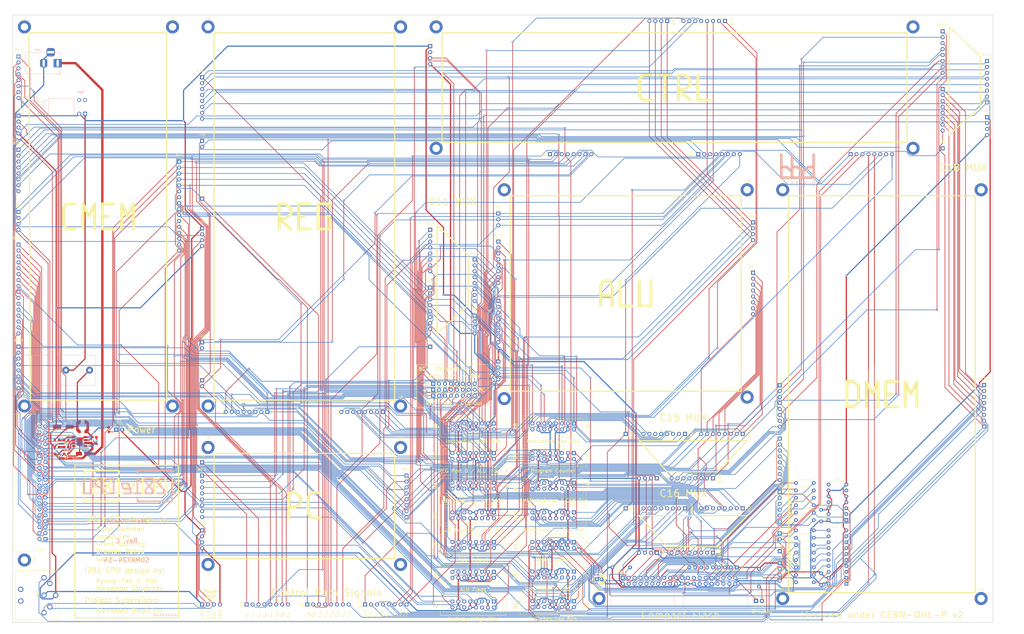
<source format=kicad_pcb>
(kicad_pcb (version 20211014) (generator pcbnew)
  (title_block (title "i281e Main Board") (date "2024-05-04") (rev "C") (company "i281e Development Group") (comment 1 "Licensed under CERN-OHL-P v2") (comment 2 "Copyright i281e Development Group 2024"))
  (layers (0 "F.Cu" signal) (31 "B.Cu" signal) (34 "B.Paste" user) (35 "F.Paste" user) (36 "B.SilkS" user "B.Silkscreen") (37 "F.SilkS" user "F.Silkscreen") (38 "B.Mask" user) (39 "F.Mask" user) (44 "Edge.Cuts" user))
  (net 0 "")
  (net 1 "/0B0")
  (net 2 "/0B1")
  (net 3 "/0B2")
  (net 4 "/0B3")
  (net 5 "/0B4")
  (net 6 "/0B5")
  (net 7 "/0B6")
  (net 8 "/0B7")
  (net 9 "/1B0")
  (net 10 "/1B1")
  (net 11 "/1B2")
  (net 12 "/1B3")
  (net 13 "/1B4")
  (net 14 "/1B5")
  (net 15 "/1B6")
  (net 16 "/1B7")
  (net 17 "/2B0")
  (net 18 "/2B1")
  (net 19 "/2B2")
  (net 20 "/2B3")
  (net 21 "/2B4")
  (net 22 "/2B5")
  (net 23 "/2B6")
  (net 24 "/2B7")
  (net 25 "/3B0")
  (net 26 "/3B1")
  (net 27 "/3B2")
  (net 28 "/3B3")
  (net 29 "/3B4")
  (net 30 "/3B5")
  (net 31 "/3B6")
  (net 32 "/3B7")
  (net 33 "/4B0")
  (net 34 "/4B1")
  (net 35 "/4B2")
  (net 36 "/4B3")
  (net 37 "/4B4")
  (net 38 "/4B5")
  (net 39 "/4B6")
  (net 40 "/4B7")
  (net 41 "/5B0")
  (net 42 "/5B1")
  (net 43 "/5B2")
  (net 44 "/5B3")
  (net 45 "/5B4")
  (net 46 "/5B5")
  (net 47 "/5B6")
  (net 48 "/5B7")
  (net 49 "/6B0")
  (net 50 "/6B1")
  (net 51 "/6B2")
  (net 52 "/6B3")
  (net 53 "/8B0")
  (net 54 "/8B1")
  (net 55 "/8B2")
  (net 56 "/8B3")
  (net 57 "/8B4")
  (net 58 "/8B5")
  (net 59 "/8B6")
  (net 60 "/8B7")
  (net 61 "/9B0")
  (net 62 "/9B1")
  (net 63 "/9B2")
  (net 64 "/9B3")
  (net 65 "/9B4")
  (net 66 "/9B5")
  (net 67 "/9B6")
  (net 68 "/9B7")
  (net 69 "/10B0")
  (net 70 "/10B1")
  (net 71 "/10B2")
  (net 72 "/10B3")
  (net 73 "/10B4")
  (net 74 "/10B5")
  (net 75 "/10B6")
  (net 76 "/10B7")
  (net 77 "/11B0")
  (net 78 "/11B1")
  (net 79 "/11B2")
  (net 80 "/11B3")
  (net 81 "/11B4")
  (net 82 "/11B5")
  (net 83 "/11B6")
  (net 84 "/11B7")
  (net 85 "/12B0")
  (net 86 "/12B1")
  (net 87 "/12B2")
  (net 88 "/12B3")
  (net 89 "/12B4")
  (net 90 "/12B5")
  (net 91 "/12B6")
  (net 92 "/12B7")
  (net 93 "/13B0")
  (net 94 "/13B1")
  (net 95 "/13B2")
  (net 96 "/13B3")
  (net 97 "/13B4")
  (net 98 "/13B5")
  (net 99 "/13B6")
  (net 100 "/13B7")
  (net 101 "/14B0")
  (net 102 "/14B1")
  (net 103 "/14B2")
  (net 104 "/14B3")
  (net 105 "/14B4")
  (net 106 "/14B5")
  (net 107 "/14B6")
  (net 108 "/14B7")
  (net 109 "/7B0")
  (net 110 "/7B1")
  (net 111 "/7B2")
  (net 112 "/7B3")
  (net 113 "/7B4")
  (net 114 "/7B5")
  (net 115 "/7B6")
  (net 116 "/7B7")
  (net 117 "Net-(C1-Pad1)")
  (net 118 "/SW")
  (net 119 "+12V")
  (net 120 "GND")
  (net 121 "Net-(C4-Pad1)")
  (net 122 "Net-(C5-Pad1)")
  (net 123 "Net-(C5-Pad2)")
  (net 124 "Net-(C6-Pad1)")
  (net 125 "/C0")
  (net 126 "/C1")
  (net 127 "/C2")
  (net 128 "/C3")
  (net 129 "/C4")
  (net 130 "/C5")
  (net 131 "/C6")
  (net 132 "/C7")
  (net 133 "/C8")
  (net 134 "/C9")
  (net 135 "/C10")
  (net 136 "/C11")
  (net 137 "/C12")
  (net 138 "/C13")
  (net 139 "/C14")
  (net 140 "/C15")
  (net 141 "/C16")
  (net 142 "/C17")
  (net 143 "/C18")
  (net 144 "/C19")
  (net 145 "/C20")
  (net 146 "/C21")
  (net 147 "/C22")
  (net 148 "/C23")
  (net 149 "Net-(D1-Pad1)")
  (net 150 "Net-(D1-Pad2)")
  (net 151 "Net-(D2-Pad1)")
  (net 152 "+5V")
  (net 153 "Net-(F1-Pad2)")
  (net 154 "/CLK")
  (net 155 "/RST")
  (net 156 "/EXTERN")
  (net 157 "/*GAME")
  (net 158 "Net-(J43-Pad3)")
  (net 159 "Net-(J43-Pad4)")
  (net 160 "Net-(J43-Pad5)")
  (net 161 "Net-(J43-Pad6)")
  (net 162 "Net-(J43-Pad7)")
  (net 163 "Net-(J43-Pad8)")
  (net 164 "Net-(J43-Pad9)")
  (net 165 "Net-(J43-Pad10)")
  (net 167 "/*WR")
  (net 168 "/*RD")
  (net 174 "/CFA0")
  (net 176 "/CFA1")
  (net 177 "/CFA2")
  (net 178 "/*CF_SEL")
  (net 179 "Net-(J43-Pad38)")
  (net 180 "Net-(J43-Pad11)")
  (net 181 "/EN")
  (net 182 "/FB")
  (net 185 "Net-(J43-Pad12)")
  (net 186 "Net-(J43-Pad13)")
  (net 187 "Net-(J43-Pad14)")
  (net 188 "Net-(J43-Pad15)")
  (net 189 "Net-(J43-Pad16)")
  (net 190 "Net-(J43-Pad17)")
  (net 191 "Net-(J43-Pad18)")
  (net 192 "Net-(J43-Pad23)")
  (net 193 "Net-(J43-Pad25)")
  (net 194 "Net-(J43-Pad37)")
  (net 195 "/CFB7")
  (net 196 "/CFB6")
  (net 197 "/CFB5")
  (net 198 "/CFB4")
  (net 199 "/CFB3")
  (net 200 "/CFB2")
  (net 201 "/CFB1")
  (net 202 "/CFB0")
  (net 203 "Net-(U2-Pad1)")
  (net 207 "Net-(J43-Pad33)")
  (net 208 "Net-(J43-Pad35)")
  (net 209 "Net-(J43-Pad36)")
  (footprint "Connector_PinSocket_2.54mm:PinSocket_1x08_P2.54mm_Vertical" (layer "F.Cu") (at 72.39 127.62)
    (fp_text reference "B10J4")
    (fp_text value "CMEM (IN)")
  )
  (footprint "Connector_PinSocket_2.54mm:PinSocket_1x06_P2.54mm_Vertical" (layer "F.Cu") (at 398.78 274.32)
    (fp_text reference "J30")
    (fp_text value "CF Signal Stub")
  )
  (footprint "MountingHole:MountingHole_3.2mm_M3_DIN965_Pad" (layer "F.Cu") (at 455.93 127)
    (fp_text reference "H16")
    (fp_text value "MountingHole")
  )
  (footprint "Connector_PinSocket_2.54mm:PinSocket_1x01_P2.54mm_Vertical" (layer "F.Cu") (at 332.74 281.359 -90)
    (fp_text reference "J38")
    (fp_text value "C16 MUX")
  )
  (footprint "MountingHole:MountingHole_3.2mm_M3_DIN965_Pad" (layer "F.Cu") (at 236.22 305.435)
    (fp_text reference "H12")
    (fp_text value "MountingHole")
  )
  (footprint "Graphics:dmem_name" (layer "F.Cu") (at 442.595 232.41)
    (fp_text reference "G7")
    (fp_text value "LOGO" hide)
  )
  (footprint "Connector_PinSocket_2.54mm:PinSocket_1x04_P2.54mm_Vertical" (layer "F.Cu") (at 487.68 113.665)
    (fp_text reference "J24")
    (fp_text value "C18MUX PWR")
  )
  (footprint "Connector_PinSocket_2.54mm:PinSocket_1x08_P2.54mm_Vertical" (layer "F.Cu") (at 151.13 267.35)
    (fp_text reference "B0J1")
    (fp_text value "PC INPUT")
  )
  (footprint "Resistor_SMD:R_0603_1608Metric_Pad0.98x0.95mm_HandSolder" (layer "F.Cu") (at 92.87 252.095)
    (fp_text reference "R5")
    (fp_text value "10k")
  )
  (footprint "Capacitor_SMD:C_0603_1608Metric_Pad1.08x0.95mm_HandSolder" (layer "F.Cu") (at 92.87 255.016 180)
    (fp_text reference "C5")
    (fp_text value "6.8nF")
  )
  (footprint "MountingHole:MountingHole_3.2mm_M3_DIN965_Pad" (layer "F.Cu") (at 485.14 320.04)
    (fp_text reference "H24")
    (fp_text value "MountingHole")
  )
  (footprint "Capacitor_THT:CP_Radial_D5.0mm_P2.00mm" (layer "F.Cu") (at 320.3549 311.785)
    (fp_text reference "C7")
    (fp_text value "100uF")
  )
  (footprint "Connector_PinSocket_2.54mm:PinSocket_1x01_P2.54mm_Vertical" (layer "F.Cu") (at 151.13 148.59)
    (fp_text reference "J27")
    (fp_text value "REG Write Enable")
  )
  (footprint "Connector_PinSocket_2.54mm:PinSocket_1x08_P2.54mm_Vertical" (layer "F.Cu") (at 370.19 268.4934 -90)
    (fp_text reference "B10J1")
    (fp_text value "C15 MUX (OUT)")
  )
  (footprint "Connector_PinSocket_2.54mm:PinSocket_1x04_P2.54mm_Vertical" (layer "F.Cu") (at 350.52 72.39 -90)
    (fp_text reference "B6J2")
    (fp_text value "CTRL (FLAG)")
  )
  (footprint "MountingHole:MountingHole_3.2mm_M3_DIN965_Pad" (layer "F.Cu") (at 153.67 237.49)
    (fp_text reference "H7")
    (fp_text value "MountingHole")
  )
  (footprint "MountingHole:MountingHole_3.2mm_M3_DIN965_Pad" (layer "F.Cu") (at 400.05 144.78)
    (fp_text reference "H21")
    (fp_text value "MountingHole")
  )
  (footprint "Resistor_THT:R_Axial_DIN0207_L6.3mm_D2.5mm_P7.62mm_Horizontal" (layer "F.Cu") (at 413.385 300.355 180)
    (fp_text reference "R12")
    (fp_text value "100")
  )
  (footprint "Connector_PinSocket_2.54mm:PinSocket_1x04_P2.54mm_Vertical" (layer "F.Cu") (at 248.92 83.205)
    (fp_text reference "J17")
    (fp_text value "CTRL PWR")
  )
  (footprint "Connector_PinSocket_2.54mm:PinSocket_1x02_P2.54mm_Vertical" (layer "F.Cu") (at 151.13 226.461)
    (fp_text reference "J41")
    (fp_text value "REG Port 1 Select")
  )
  (footprint "Connector_PinSocket_2.54mm:PinSocket_1x08_P2.54mm_Vertical" (layer "F.Cu") (at 468.63 101.6)
    (fp_text reference "B12J2")
    (fp_text value "C18 MUX (S1)")
  )
  (footprint "Connector_PinSocket_2.54mm:PinSocket_1x16_P2.54mm_Vertical" (layer "F.Cu") (at 72.39 168.26)
    (fp_text reference "BSWJ1")
    (fp_text value "CMEM (Switch Input)")
  )
  (footprint "Resistor_THT:R_Axial_DIN0207_L6.3mm_D2.5mm_P7.62mm_Horizontal" (layer "F.Cu") (at 413.385 270.51 180)
    (fp_text reference "R21")
    (fp_text value "100")
  )
  (footprint "Connector_PinSocket_2.54mm:PinSocket_1x08_P2.54mm_Vertical" (layer "F.Cu") (at 151.13 96.535)
    (fp_text reference "B13J2")
    (fp_text value "REG (IN)")
  )
  (footprint "Connector_PinHeader_2.54mm:PinHeader_1x08_P2.54mm_Vertical" (layer "F.Cu") (at 170.195 322.58 90)
    (fp_text reference "CJ1")
    (fp_text value "CTRLSIG1")
  )
  (footprint "Connector_PinSocket_2.54mm:PinSocket_1x08_P2.54mm_Vertical" (layer "F.Cu") (at 429.1946 129.5231 90)
    (fp_text reference "J34")
    (fp_text value "CTRL 16-23")
  )
  (footprint "Connector_IDC:IDC-Header_2x08_P2.54mm_Vertical" (layer "F.Cu") (at 276.225 270.3925 -90)
    (fp_text reference "J3")
    (fp_text value "BUS CONN 3")
  )
  (footprint "Resistor_THT:R_Axial_DIN0207_L6.3mm_D2.5mm_P7.62mm_Horizontal" (layer "F.Cu") (at 413.385 313.055 180)
    (fp_text reference "R8")
    (fp_text value "100")
  )
  (footprint "Connector_PinSocket_2.54mm:PinSocket_1x08_P2.54mm_Vertical" (layer "F.Cu") (at 358.14 249.4434 -90)
    (fp_text reference "B8J2")
    (fp_text value "C15 MUX (S1)")
  )
  (footprint "Connector_PinSocket_2.54mm:PinSocket_1x08_P2.54mm_Vertical" (layer "F.Cu") (at 278.13 192.405)
    (fp_text reference "B4J2")
    (fp_text value "ALU Input B")
  )
  (footprint "Connector_PinSocket_2.54mm:PinSocket_1x04_P2.54mm_Vertical" (layer "F.Cu") (at 72.39 113.015)
    (fp_text reference "J15")
    (fp_text value "CMEM PWR")
  )
  (footprint "Connector_IDC:IDC-Header_2x08_P2.54mm_Vertical" (layer "F.Cu") (at 276.225 321.31 -90)
    (fp_text reference "J7")
    (fp_text value "BUS CONN 7")
  )
  (footprint "Connector_PinSocket_2.54mm:PinSocket_1x08_P2.54mm_Vertical" (layer "F.Cu") (at 486.41 228.54)
    (fp_text reference "B12J1")
    (fp_text value "DMEM (OUT)")
  )
  (footprint "MountingHole:MountingHole_3.2mm_M3_DIN965_Pad" (layer "F.Cu") (at 384.81 144.78)
    (fp_text reference "H18")
    (fp_text value "MountingHole")
  )
  (footprint "Resistor_THT:R_Axial_DIN0207_L6.3mm_D2.5mm_P7.62mm_Horizontal" (layer "F.Cu") (at 413.385 286.385 180)
    (fp_text reference "R16")
    (fp_text value "100")
  )
  (footprint "Connector_IDC:IDC-Header_2x08_P2.54mm_Vertical" (layer "F.Cu") (at 310.515 295.7925 -90)
    (fp_text reference "J12")
    (fp_text value "BUS CONN 12")
  )
  (footprint "Connector_PinSocket_2.54mm:PinSocket_1x08_P2.54mm_Vertical" (layer "F.Cu") (at 398.78 228.6)
    (fp_text reference "B10J2")
    (fp_text value "DMEM (ADDR)")
  )
  (footprint "Capacitor_SMD:C_0603_1608Metric_Pad1.08x0.95mm_HandSolder" (layer "F.Cu") (at 104.935 253.746)
    (fp_text reference "C3")
    (fp_text value "0.1uF")
  )
  (footprint "Graphics:i281e_logo_large" (layer "F.Cu") (at 118.745 271.78)
    (fp_text reference "G2")
    (fp_text value "LOGO" hide)
  )
  (footprint "Connector_IDC:IDC-Header_2x08_P2.54mm_Vertical" (layer "F.Cu") (at 276.225 295.7925 -90)
    (fp_text reference "J5")
    (fp_text value "BUS CONN 5")
  )
  (footprint "Resistor_SMD:R_0603_1608Metric_Pad0.98x0.95mm_HandSolder" (layer "F.Cu") (at 111.125 247.65 90)
    (fp_text reference "R6")
    (fp_text value "330")
  )
  (footprint "Package_DIP:DIP-14_W7.62mm_Socket" (layer "F.Cu") (at 427.345 286.39 180)
    (fp_text reference "U3")
    (fp_text value "74LS32")
  )
  (footprint "Connector_PinSocket_2.54mm:PinSocket_1x08_P2.54mm_Vertical" (layer "F.Cu") (at 278.13 167.005)
    (fp_text reference "B2J2")
    (fp_text value "ALU Input A")
  )
  (footprint "MountingHole:MountingHole_3.2mm_M3_DIN965_Pad" (layer "F.Cu") (at 400.05 320.04)
    (fp_text reference "H23")
    (fp_text value "MountingHole")
  )
  (footprint "Connector_PinSocket_2.54mm:PinSocket_1x08_P2.54mm_Vertical" (layer "F.Cu") (at 398.78 251.46)
    (fp_text reference "B11J2")
    (fp_text value "DMEM (DATA)")
  )
  (footprint "Graphics:alu_name" (layer "F.Cu") (at 332.74 189.23)
    (fp_text reference "G6")
    (fp_text value "LOGO" hide)
  )
  (footprint "Connector_PinSocket_2.54mm:PinSocket_1x04_P2.54mm_Vertical" (layer "F.Cu") (at 346.075 268.4934 -90)
    (fp_text reference "J23")
    (fp_text value "C15MUX PWR")
  )
  (footprint "MountingHole:MountingHole_3.2mm_M3_DIN965_Pad" (layer "F.Cu") (at 138.43 74.93)
    (fp_text reference "H2")
    (fp_text value "MountingHole")
  )
  (footprint "Resistor_THT:R_Axial_DIN0207_L6.3mm_D2.5mm_P7.62mm_Horizontal" (layer "F.Cu") (at 413.385 276.86 180)
    (fp_text reference "R19")
    (fp_text value "100")
  )
  (footprint "Connector_IDC:IDC-Header_2x08_P2.54mm_Vertical" (layer "F.Cu") (at 276.225 283.0925 -90)
    (fp_text reference "J4")
    (fp_text value "BUS CONN 4")
  )
  (footprint "Connector_PinSocket_2.54mm:PinSocket_1x08_P2.54mm_Vertical" (layer "F.Cu") (at 238.76 267.335)
    (fp_text reference "B9J2")
    (fp_text value "PC OUTPUT")
  )
  (footprint "Connector_PinSocket_2.54mm:PinSocket_1x08_P2.54mm_Vertical" (layer "F.Cu") (at 267.97 174.64)
    (fp_text reference "B4J1")
    (fp_text value "C11 MUX (OUT)")
  )
  (footprint "MountingHole:MountingHole_3.2mm_M3_DIN965_Pad" (layer "F.Cu") (at 153.67 305.435)
    (fp_text reference "H11")
    (fp_text value "MountingHole")
  )
  (footprint "Connector_PinSocket_2.54mm:PinSocket_1x08_P2.54mm_Vertical" (layer "F.Cu") (at 382.905 249.4434 -90)
    (fp_text reference "B5J2")
    (fp_text value "C15 MUX (S0)")
  )
  (footprint "MountingHole:MountingHole_3.2mm_M3_DIN965_Pad" (layer "F.Cu") (at 153.67 255.27)
    (fp_text reference "H9")
    (fp_text value "MountingHole")
  )
  (footprint "MountingHole:MountingHole_3.2mm_M3_DIN965_Pad" (layer "F.Cu") (at 251.46 127)
    (fp_text reference "H15")
    (fp_text value "MountingHole")
  )
  (footprint "Connector_PinSocket_2.54mm:PinSocket_1x04_P2.54mm_Vertical" (layer "F.Cu") (at 346.075 300.409 -90)
    (fp_text reference "J22")
    (fp_text value "C16MUX PWR")
  )
  (footprint "Connector_PinSocket_2.54mm:PinSocket_1x04_P2.54mm_Vertical" (layer "F.Cu") (at 398.78 304.8)
    (fp_text reference "J16")
    (fp_text value "DMEM PWR")
  )
  (footprint "Connector_IDC:IDC-Header_2x20_P2.54mm_Horizontal" (layer "F.Cu") (at 83.9295 294.513 180)
    (fp_text reference "J25")
    (fp_text value "Front Panel Bus")
  )
  (footprint "MountingHole:MountingHole_3.2mm_M3_DIN965_Pad" (layer "F.Cu") (at 251.46 74.93)
    (fp_text reference "H13")
    (fp_text value "MountingHole")
  )
  (footprint "Connector_PinHeader_2.54mm:PinHeader_1x08_P2.54mm_Vertical" (layer "F.Cu") (at 250.205 227.965 90)
    (fp_text reference "JP1")
    (fp_text value "PHYJUMPER (Instruction Low Bits)")
  )
  (footprint "Connector_PinSocket_2.54mm:PinSocket_1x08_P2.54mm_Vertical" (layer "F.Cu") (at 300.2493 129.5231 90)
    (fp_text reference "J26")
    (fp_text value "CTRL 0-7")
  )
  (footprint "Package_DIP:DIP-20_W7.62mm_Socket" (layer "F.Cu") (at 427.355 313.685 180)
    (fp_text reference "U2")
    (fp_text value "74LS245")
  )
  (footprint "Connector_PinHeader_2.54mm:PinHeader_1x08_P2.54mm_Vertical" (layer "F.Cu") (at 196.215 322.58 90)
    (fp_text reference "CJ2")
    (fp_text value "CTRLSIG2")
  )
  (footprint "Connector_PinHeader_2.54mm:PinHeader_1x08_P2.54mm_Vertical" (layer "F.Cu") (at 250.205 230.505 90)
    (fp_text reference "JP2")
    (fp_text value "PHYJUMPER (Program Counter)")
  )
  (footprint "Connector_IDC:IDC-Header_2x08_P2.54mm_Vertical" (layer "F.Cu") (at 310.515 283.0925 -90)
    (fp_text reference "J11")
    (fp_text value "BUS CONN 11")
  )
  (footprint "Connector_PinSocket_2.54mm:PinSocket_1x08_P2.54mm_Vertical" (layer "F.Cu") (at 363.87 129.5231 90)
    (fp_text reference "J33")
    (fp_text value "CTRL 8-15")
  )
  (footprint "Connector_PinSocket_2.54mm:PinSocket_1x03_P2.54mm_Vertical" (layer "F.Cu") (at 278.13 154.94)
    (fp_text reference "J32")
    (fp_text value "ALU CTRL")
  )
  (footprint "Connector_PinSocket_2.54mm:PinSocket_1x08_P2.54mm_Vertical" (layer "F.Cu") (at 487.68 89.55)
    (fp_text reference "B13J1")
    (fp_text value "C18 MUX (OUT)")
  )
  (footprint "Connector_PinSocket_2.54mm:PinSocket_1x04_P2.54mm_Vertical" (layer "F.Cu") (at 267.97 198.755)
    (fp_text reference "J21")
    (fp_text value "C11MUX PWR")
  )
  (footprint "Resistor_THT:R_Axial_DIN0207_L6.3mm_D2.5mm_P7.62mm_Horizontal" (layer "F.Cu") (at 413.385 303.53 180)
    (fp_text reference "R11")
    (fp_text value "100")
  )
  (footprint "Connector_PinSocket_2.54mm:PinSocket_1x01_P2.54mm_Vertical" (layer "F.Cu") (at 151.13 261.62)
    (fp_text reference "J35")
    (fp_text value "PC CTRL")
  )
  (footprint "MountingHole:MountingHole_3.2mm_M3_DIN965_Pad" (layer "F.Cu") (at 153.67 74.93)
    (fp_text reference "H5")
    (fp_text value "MountingHole")
  )
  (footprint "MountingHole:MountingHole_3.2mm_M3_DIN965_Pad" (layer "F.Cu") (at 485.14 144.78)
    (fp_text reference "H22")
    (fp_text value "MountingHole")
  )
  (footprint "Resistor_THT:R_Axial_DIN0207_L6.3mm_D2.5mm_P7.62mm_Horizontal" (layer "F.Cu") (at 334.645 306.6875 180)
    (fp_text reference "R2")
    (fp_text value "1k")
  )
  (footprint "Capacitor_SMD:CP_Elec_6.3x7.7" (layer "F.Cu") (at 91.6 246.38 180)
    (fp_text reference "C4")
    (fp_text value "47uF")
  )
  (footprint "Connector_PinSocket_2.54mm:PinSocket_1x02_P2.54mm_Vertical" (layer "F.Cu") (at 151.13 210.205)
    (fp_text reference "J40")
    (fp_text value "REG Port 0 Select")
  )
  (footprint "Resistor_THT:R_Axial_DIN0207_L6.3mm_D2.5mm_P7.62mm_Horizontal" (layer "F.Cu") (at 389.89 307.3225 -90)
    (fp_text reference "R1")
    (fp_text value "330")
  )
  (footprint "Resistor_THT:R_Axial_DIN0207_L6.3mm_D2.5mm_P7.62mm_Horizontal" (layer "F.Cu") (at 413.385 273.685 180)
    (fp_text reference "R20")
    (fp_text value "100")
  )
  (footprint "MountingHole:MountingHole_3.2mm_M3_DIN965_Pad" (layer "F.Cu") (at 74.93 303.53)
    (fp_text reference "H26")
    (fp_text value "MountingHole")
  )
  (footprint "Connector_PinSocket_2.54mm:PinSocket_1x08_P2.54mm_Vertical" (layer "F.Cu") (at 370.19 300.409 -90)
    (fp_text reference "B11J1")
    (fp_text value "C16 MUX (OUT)")
  )
  (footprint "Connector_PinSocket_2.54mm:PinSocket_1x04_P2.54mm_Vertical" (layer "F.Cu") (at 387.35 158.75)
    (fp_text reference "B6J1")
    (fp_text value "ALU (FLAG)")
  )
  (footprint "Graphics:ctrl_name" (layer "F.Cu") (at 353.695 100.965)
    (fp_text reference "G8")
    (fp_text value "LOGO" hide)
  )
  (footprint "Connector_PinSocket_2.54mm:PinSocket_1x01_P2.54mm_Vertical" (layer "F.Cu") (at 248.92 212.09)
    (fp_text reference "J36")
    (fp_text value "C11 MUX")
  )
  (footprint "Connector_PinHeader_2.54mm:PinHeader_1x04_P2.54mm_Vertical" (layer "F.Cu") (at 151.14 322.58 90)
    (fp_text reference "J45")
    (fp_text value "BREADBOARD PWR")
  )
  (footprint "Resistor_THT:R_Array_SIP9" (layer "F.Cu") (at 380.365 306.705 180)
    (fp_text reference "RN1")
    (fp_text value "10K")
  )
  (footprint "Resistor_SMD:R_0603_1608Metric_Pad0.98x0.95mm_HandSolder" (layer "F.Cu") (at 88.7825 255.016 180)
    (fp_text reference "R7")
    (fp_text value "6.8k")
  )
  (footprint "MountingHole:MountingHole_3.2mm_M3_DIN965_Pad" (layer "F.Cu") (at 236.22 255.27)
    (fp_text reference "H10")
    (fp_text value "MountingHole")
  )
  (footprint "Connector_IDC:IDC-Header_2x08_P2.54mm_Vertical" (layer "F.Cu") (at 276.225 244.9925 -90)
    (fp_text reference "J1")
    (fp_text value "BUS CONN 1")
  )
  (footprint "MountingHole:MountingHole_3.2mm_M3_DIN965_Pad" (layer "F.Cu") (at 236.22 237.49)
    (fp_text reference "H8")
    (fp_text value "MountingHole")
  )
  (footprint "Graphics:pc_name" (layer "F.Cu") (at 194.945 280.035)
    (fp_text reference "G5")
    (fp_text value "LOGO" hide)
  )
  (footprint "Connector_PinSocket_2.54mm:PinSocket_1x08_P2.54mm_Vertical" (layer "F.Cu") (at 228.6 240.03 -90)
    (fp_text reference "B2J1")
    (fp_text value "PORT 0")
  )
  (footprint "Resistor_THT:R_Axial_DIN0207_L6.3mm_D2.5mm_P7.62mm_Horizontal" (layer "F.Cu") (at 413.385 294.005 180)
    (fp_text reference "R14")
    (fp_text value "100")
  )
  (footprint "Connector_PinSocket_2.54mm:PinSocket_1x08_P2.54mm_Vertical" (layer "F.Cu") (at 248.92 186.69)
    (fp_text reference "B8J1")
    (fp_text value "C11 MUX (S1)")
  )
  (footprint "Connector_PinSocket_2.54mm:PinSocket_1x08_P2.54mm_Vertical" (layer "F.Cu") (at 382.905 281.359 -90)
    (fp_text reference "B3J4")
    (fp_text value "C16 MUX (S0)")
  )
  (footprint "Connector_PinSocket_2.54mm:PinSocket_1x08_P2.54mm_Vertical" (layer "F.Cu") (at 468.63 76.835)
    (fp_text reference "B10J3")
    (fp_text value "C18 MUX (S0)")
  )
  (footprint "Connector_PinSocket_2.54mm:PinSocket_1x08_P2.54mm_Vertical" (layer "F.Cu") (at 72.39 212.075)
    (fp_text reference "B3J3")
    (fp_text value "CMEM (WB P1)")
  )
  (footprint "Connector_PinSocket_2.54mm:PinSocket_1x08_P2.54mm_Vertical" (layer "F.Cu") (at 72.39 87.63)
    (fp_text reference "B9J1")
    (fp_text value "CMEM (PC)")
  )
  (footprint "Resistor_THT:R_Axial_DIN0207_L6.3mm_D2.5mm_P7.62mm_Horizontal" (layer "F.Cu") (at 413.385 290.83 180)
    (fp_text reference "R15")
    (fp_text value "100")
  )
  (footprint "Graphics:reg_name" (layer "F.Cu") (at 194.945 156.21)
    (fp_text reference "G4")
    (fp_text value "LOGO" hide)
  )
  (footprint "MountingHole:MountingHole_3.2mm_M3_DIN965_Pad" (layer "F.Cu") (at 74.93 74.93)
    (fp_text reference "H1")
    (fp_text value "MountingHole")
  )
  (footprint "Capacitor_SMD:C_0603_1608Metric_Pad1.08x0.95mm_HandSolder" (layer "F.Cu") (at 92.87 257.937 180)
    (fp_text reference "C6")
    (fp_text value "0.1uF")
  )
  (footprint "MountingHole:MountingHole_3.2mm_M3_DIN965_Pad" (layer "F.Cu") (at 138.43 237.49)
    (fp_text reference "H4")
    (fp_text value "MountingHole")
  )
  (footprint "MountingHole:MountingHole_3.2mm_M3_DIN965_Pad" (layer "F.Cu") (at 321.31 320.04)
    (fp_text reference "H25")
    (fp_text value "MountingHole")
  )
  (footprint "Resistor_THT:R_Axial_DIN0207_L6.3mm_D2.5mm_P7.62mm_Horizontal" (layer "F.Cu") (at 413.385 297.18 180)
    (fp_text reference "R13")
    (fp_text value "100")
  )
  (footprint "Connector_IDC:IDC-Header_2x08_P2.54mm_Vertical" (layer "F.Cu") (at 310.515 244.9925 -90)
    (fp_text reference "J8")
    (fp_text value "BUS CONN 8")
  )
  (footprint "Connector_PinSocket_2.54mm:PinSocket_1x08_P2.54mm_Vertical" (layer "F.Cu") (at 358.14 281.359 -90)
    (fp_text reference "B14J1")
    (fp_text value "C16 MUX (S1)")
  )
  (footprint "Resistor_THT:R_Axial_DIN0207_L6.3mm_D2.5mm_P7.62mm_Horizontal" (layer "F.Cu") (at 413.385 309.88 180)
    (fp_text reference "R9")
    (fp_text value "100")
  )
  (footprint "Resistor_THT:R_Axial_DIN0207_L6.3mm_D2.5mm_P7.62mm_Horizontal" (layer "F.Cu") (at 413.385 306.705 180)
    (fp_text reference "R10")
    (fp_text value "100")
  )
  (footprint "Connector_IDC:IDC-Header_2x08_P2.54mm_Vertical" (layer "F.Cu") (at 310.515 321.1925 -90)
    (fp_text reference "J14")
    (fp_text value "BUS CONN 14")
  )
  (footprint "Connector_PinSocket_2.54mm:PinSocket_1x08_P2.54mm_Vertical" (layer "F.Cu") (at 375.285 72.39 -90)
    (fp_text reference "B1J1")
    (fp_text value "CTRL (OPCODE)")
  )
  (footprint "MountingHole:MountingHole_3.2mm_M3_DIN965_Pad" (layer "F.Cu") (at 455.93 74.93)
    (fp_text reference "H14")
    (fp_text value "MountingHole")
  )
  (footprint "LED_THT:LED_D5.0mm" (layer "F.Cu") (at 114.295 247.65)
    (fp_text reference "D2")
    (fp_text value "PWR_Indicator")
  )
  (footprint "Connector_PinSocket_2.54mm:PinSocket_1x08_P2.54mm_Vertical" (layer "F.Cu") (at 179.07 240.03 -90)
    (fp_text reference "B3J1")
    (fp_text value "PORT 1")
  )
  (footprint "Connector_IDC:IDC-Header_2x08_P2.54mm_Vertical" (layer "F.Cu") (at 310.515 308.4925 -90)
    (fp_text reference "J13")
    (fp_text value "BUS CONN 13")
  )
  (footprint "Connector_PinSocket_2.54mm:PinSocket_1x01_P2.54mm_Vertical" (layer "F.Cu") (at 468.63 127)
    (fp_text reference "J39")
    (fp_text value "C18 MUX")
  )
  (footprint "Connector_PinSocket_2.54mm:PinSocket_1x01_P2.54mm_Vertical" (layer "F.Cu") (at 332.74 249.4434 -90)
    (fp_text reference "J37")
    (fp_text value "C15 MUX")
  )
  (footprint "Package_SO:Diodes_SO-8EP" (layer "F.Cu") (at 98.585 252.73 180)
    (fp_text reference "U1")
    (fp_text value "AP6503")
  )
  (footprint "Connector_PinSocket_2.54mm:PinSocket_1x08_P2.54mm_Vertical" (layer "F.Cu") (at 387.35 180.345)
    (fp_text reference "B5J1")
    (fp_text value "ALU (OUT)")
  )
  (footprint "Connector_PinSocket_2.54mm:PinSocket_1x04_P2.54mm_Vertical" (layer "F.Cu") (at 72.39 154.29)
    (fp_text reference "J29")
    (fp_text value "CMEM CTRL")
  )
  (footprint "Graphics:cmem_name" (layer "F.Cu") (at 106.68 156.21)
    (fp_text reference "G3")
    (fp_text value "LOGO" hide)
  )
  (footprint "MountingHole:MountingHole_3.2mm_M3_DIN965_Pad" (layer "F.Cu") (at 280.67 234.315)
    (fp_text reference "H19")
    (fp_text value "MountingHole")
  )
  (footprint "Capacitor_THT:C_Disc_D5.0mm_W2.5mm_P5.00mm" (layer "F.Cu") (at 416.56 309.245 -90)
    (fp_text reference "C8")
    (fp_text value "0.1uF")
  )
  (footprint "Connector_PinSocket_2.54mm:PinSocket_1x02_P2.54mm_Vertical" (layer "F.Cu") (at 151.13 123.825)
    (fp_text reference "J28")
    (fp_text value "REG Write Select")
  )
  (footprint "Inductor_SMD:L_Coilcraft_LPS5030" (layer "F.Cu") (at 99.855 246.38 180)
    (fp_text reference "L1")
    (fp_text value "10uH")
  )
  (footprint "Connector_PinHeader_2.54mm:PinHeader_1x08_P2.54mm_Vertical" (layer "F.Cu") (at 250.205 233.045 90)
    (fp_text reference "JP3")
    (fp_text value "PHYJUMPER (REG Input / C18 Out)")
  )
  (footprint "Connector_PinSocket_2.54mm:PinSocket_1x02_P2.54mm_Vertical" (layer "F.Cu") (at 398.78 292.1)
    (fp_text reference "J31")
    (fp_text value "DMEM CTRL")
  )
  (footprint "Connector_PinSocket_2.54mm:PinSocket_1x16_P2.54mm_Vertical" (layer "F.Cu") (at 141.2875 132.715)
    (fp_text reference "BIJ1")
    (fp_text value "CMEM (Instruction)")
  )
  (footprint "Connector_PinHeader_2.54mm:PinHeader_1x08_P2.54mm_Vertical" (layer "F.Cu") (at 220.995 322.58 90)
    (fp_text reference "CJ3")
    (fp_text value "CTRLSIG3")
  )
  (footprint "Connector_PinSocket_2.54mm:PinSocket_1x04_P2.54mm_Vertical" (layer "F.Cu") (at 151.13 290.83)
    (fp_text reference "J19")
    (fp_text value "PC PWR")
  )
  (footprint "Connector_IDC:IDC-Header_2x08_P2.54mm_Vertical" (layer "F.Cu") (at 276.225 308.61 -90)
    (fp_text reference "J6")
    (fp_text value "BUS CONN 6")
  )
  (footprint "Custom:DIN-6" (layer "F.Cu") (at 83.341 311.112 -90)
    (fp_text reference "J42")
    (fp_text value "Front Panel PWR/CTRL" hide)
  )
  (footprint "LED_THT:LED_D5.0mm" (layer "F.Cu") (at 388.615 321.045)
    (fp_text reference "D1")
    (fp_text value "LED")
  )
  (footprint "Resistor_SMD:R_0603_1608Metric_Pad0.98x0.95mm_HandSolder" (layer "F.Cu") (at 88.806 252.095)
    (fp_text reference "R4")
    (fp_text value "45.3k")
  )
  (footprint "Connector_IDC:IDC-Header_2x08_P2.54mm_Vertical" (layer "F.Cu") (at 276.225 257.6925 -90)
    (fp_text reference "J2")
    (fp_text value "BUS CONN 2")
  )
  (footprint "Capacitor_SMD:C_0603_1608Metric_Pad1.08x0.95mm_HandSolder" (layer "F.Cu") (at 104.935 250.825 180)
    (fp_text reference "C1")
    (fp_text value "0.1uF")
  )
  (footprint "Capacitor_THT:C_Disc_D5.0mm_W2.5mm_P5.00mm" (layer "F.Cu") (at 416.56 281.98 -90)
    (fp_text reference "C9")
    (fp_text value "0.1uF")
  )
  (footprint "Connector_PinSocket_2.54mm:PinSocket_1x04_P2.54mm_Vertical" (layer "F.Cu") (at 278.13 218.45)
    (fp_text reference "J20")
    (fp_text value "ALU PWR")
  )
  (footprint "Connector_PinSocket_2.54mm:PinSocket_1x04_P2.54mm_Vertical" (layer "F.Cu") (at 151.13 161.3)
    (fp_text reference "J18")
    (fp_text value "REGFILE PWR")
  )
  (footprint "MountingHole:MountingHole_3.2mm_M3_DIN965_Pad" (layer "F.Cu") (at 280.67 144.78)
    (fp_text reference "H17")
    (fp_text value "MountingHole")
  )
  (footprint "MountingHole:MountingHole_3.2mm_M3_DIN965_Pad" (layer "F.Cu") (at 384.81 233.68)
    (fp_text reference "H20")
    (fp_text value "MountingHole")
  )
  (footprint "Resistor_THT:R_Axial_DIN0207_L6.3mm_D2.5mm_P7.62mm_Horizontal" (layer "F.Cu") (at 413.385 283.21 180)
    (fp_text reference "R17")
    (fp_text value "100")
  )
  (footprint "Connector_PinSocket_2.54mm:PinSocket_1x08_P2.54mm_Vertical" (layer "F.Cu") (at 248.92 161.925)
    (fp_text reference "B3J2")
    (fp_text value "C11 MUX (S0)")
  )
  (footprint "Connector_IDC:IDC-Header_2x08_P2.54mm_Vertical" (layer "F.Cu") (at 310.515 257.6925 -90)
    (fp_text reference "J9")
    (fp_text value "BUS CONN 9")
  )
  (footprint "Capacitor_SMD:CP_Elec_4x4.5" (layer "F.Cu") (at 100.109 257.937 180)
    (fp_text reference "C2")
    (fp_text value "22uF")
  )
  (footprint "Resistor_SMD:R_0603_1608Metric_Pad0.98x0.95mm_HandSolder" (layer "F.Cu") (at 88.806 257.937 180)
    (fp_text reference "R3")
    (fp_text value "100k")
  )
  (footprint "Resistor_THT:R_Axial_DIN0207_L6.3mm_D2.5mm_P7.62mm_Horizontal" (layer "F.Cu") (at 413.385 280.035 180)
    (fp_text reference "R18")
    (fp_text value "100")
  )
  (footprint "MountingHole:MountingHole_3.2mm_M3_DIN965_Pad" (layer "F.Cu") (at 236.22 74.93)
    (fp_text reference "H6")
    (fp_text value "MountingHole")
  )
  (footprint "Connector_PinSocket_2.54mm:PinSocket_1x01_P2.54mm_Vertical" (layer "F.Cu") (at 398.78 299.72)
    (fp_text reference "J46")
    (fp_text value "GAME MODE")
  )
  (footprint "Connector_IDC:IDC-Header_2x08_P2.54mm_Vertical" (layer "F.Cu") (at 310.515 270.3925 -90)
    (fp_text reference "J10")
    (fp_text value "BUS CONN 10")
  )
  (footprint "MountingHole:MountingHole_3.2mm_M3_DIN965_Pad" (layer "F.Cu") (at 74.93 237.49)
    (fp_text reference "H3")
    (fp_text value "MountingHole")
  )
  (footprint "Connector_IDC:IDC-Header_2x20_P2.54mm_Horizontal" (layer "B.Cu") (at 331.47 311.1675 -90)
    (fp_text reference "J43")
    (fp_text value "Compact Flash Bus")
  )
  (footprint "Graphics:i281e_logo_large" (layer "B.Cu") (at 120.015 271.78 180)
    (fp_text reference "G1")
    (fp_text value "LOGO" hide)
  )
  (footprint "Fuse:Fuseholder_Cylinder-5x20mm_Bulgin_FX0457_Horizontal_Closed" (layer "B.Cu") (at 102.86 222.123 180)
    (fp_text reference "F1")
    (fp_text value "2A")
  )
  (footprint "Connector_BarrelJack:BarrelJack_Horizontal" (layer "B.Cu") (at 89.185 90.4925)
    (fp_text reference "J44")
    (fp_text value "12V In")
  )
  (footprint "Graphics:daryl_initial" (layer "B.Cu") (at 406.4 134.62 180)
    (fp_text reference "Gbdd")
    (fp_text value "LOGO" hide)
  )
  (footprint "Imported:SW_PB400EEQR1BLK" (layer "B.Cu") (at 99.6775 109.22 180)
    (fp_text reference "SW1")
    (fp_text value "PWR_SW")
  )
  (gr_line (start 402.59 147.32) (end 482.6 147.32) (layer "F.SilkS") (width 0.5))
  (gr_line (start 76.835 77.47) (end 135.89 77.47) (layer "F.SilkS") (width 0.5))
  (gr_line (start 254 77.47) (end 453.39 77.47) (layer "F.SilkS") (width 0.5))
  (gr_line (start 265.176 172.72) (end 251.841 160.02) (layer "F.SilkS") (width 0.5))
  (gr_rect (start 96.53307 262.89) (end 140.98307 328.295) (layer "F.SilkS") (width 0.45) (fill none))
  (gr_line (start 233.68 77.47) (end 233.68 234.95) (layer "F.SilkS") (width 0.5))
  (gr_line (start 384.81 252.349) (end 338.455 252.349) (layer "F.SilkS") (width 0.5))
  (gr_line (start 402.59 317.5) (end 402.59 147.32) (layer "F.SilkS") (width 0.5))
  (gr_line (start 233.68 302.895) (end 233.68 257.81) (layer "F.SilkS") (width 0.5))
  (gr_line (start 135.89 234.95) (end 135.89 77.47) (layer "F.SilkS") (width 0.5))
  (gr_line (start 156.21 257.81) (end 233.68 257.81) (layer "F.SilkS") (width 0.5))
  (gr_line (start 471.424 121.285) (end 484.759 109.22) (layer "F.SilkS") (width 0.5))
  (gr_line (start 156.21 302.895) (end 233.68 302.895) (layer "F.SilkS") (width 0.5))
  (gr_line (start 372.11 265.684) (end 384.81 252.349) (layer "F.SilkS") (width 0.5))
  (gr_line (start 77.47 234.95) (end 135.89 234.95) (layer "F.SilkS") (width 0.5))
  (gr_line (start 384.81 284.48) (end 338.455 284.48) (layer "F.SilkS") (width 0.5))
  (gr_line (start 482.6 317.5) (end 402.59 317.5) (layer "F.SilkS") (width 0.5))
  (gr_line (start 482.6 147.32) (end 482.6 317.5) (layer "F.SilkS") (width 0.5))
  (gr_line (start 156.21 77.47) (end 233.68 77.47) (layer "F.SilkS") (width 0.5))
  (gr_line (start 372.11 297.815) (end 384.81 284.48) (layer "F.SilkS") (width 0.5))
  (gr_line (start 283.21 147.32) (end 382.27 147.32) (layer "F.SilkS") (width 0.5))
  (gr_line (start 338.455 252.349) (end 350.52 265.684) (layer "F.SilkS") (width 0.5))
  (gr_line (start 265.176 194.31) (end 265.176 172.72) (layer "F.SilkS") (width 0.5))
  (gr_rect (start 243.205 219.71) (end 273.685 238.125) (layer "F.SilkS") (width 0.2) (fill none))
  (gr_line (start 251.841 206.375) (end 265.176 194.31) (layer "F.SilkS") (width 0.5))
  (gr_line (start 350.52 265.684) (end 372.11 265.684) (layer "F.SilkS") (width 0.5))
  (gr_line (start 350.52 297.815) (end 372.11 297.815) (layer "F.SilkS") (width 0.5))
  (gr_line (start 283.21 231.14) (end 382.27 231.14) (layer "F.SilkS") (width 0.5))
  (gr_line (start 382.27 231.14) (end 382.27 147.32) (layer "F.SilkS") (width 0.5))
  (gr_line (start 338.455 284.48) (end 350.52 297.815) (layer "F.SilkS") (width 0.5))
  (gr_line (start 156.21 234.95) (end 156.21 77.47) (layer "F.SilkS") (width 0.5))
  (gr_line (start 251.841 160.02) (end 251.841 206.375) (layer "F.SilkS") (width 0.5))
  (gr_line (start 77.47 234.95) (end 76.835 77.47) (layer "F.SilkS") (width 0.5))
  (gr_line (start 254 124.46) (end 453.39 124.46) (layer "F.SilkS") (width 0.5))
  (gr_line (start 484.759 109.22) (end 484.759 87.63) (layer "F.SilkS") (width 0.5))
  (gr_line (start 156.21 234.95) (end 233.68 234.95) (layer "F.SilkS") (width 0.5))
  (gr_line (start 156.21 302.895) (end 156.21 257.81) (layer "F.SilkS") (width 0.5))
  (gr_line (start 254 124.46) (end 254 77.47) (layer "F.SilkS") (width 0.5))
  (gr_line (start 453.39 124.46) (end 453.39 77.47) (layer "F.SilkS") (width 0.5))
  (gr_line (start 283.21 231.14) (end 283.21 147.32) (layer "F.SilkS") (width 0.5))
  (gr_line (start 484.759 87.63) (end 471.424 74.93) (layer "F.SilkS") (width 0.5))
  (gr_line (start 471.424 74.93) (end 471.424 121.285) (layer "F.SilkS") (width 0.5))
  (gr_rect locked (start 69.85 69.85) (end 490.22 330.2) (layer "Edge.Cuts") (width 0.2) (fill none))
  (gr_text "Main Board" (at 118.745 287.02) (layer "B.SilkS") (effects (font (size 2 2) (thickness 0.3)) (justify mirror)))
  (gr_text "Rev. C" (at 118.745 295.275) (layer "B.SilkS") (effects (font (size 2 2) (thickness 0.3)) (justify mirror)))
  (gr_text "JLCJLCJLCJLC" (at 135.255 327.025) (layer "B.SilkS") (effects (font (size 1 1)) (justify mirror)))
  (gr_text "0x3A33\n" (at 408.813 142.24) (layer "B.SilkS") (effects (font (size 2 2)) (justify mirror)))
  (gr_text "(dbm)" (at 247.015 230.632 90) (layer "B.SilkS") (effects (font (size 1.5 1.5) (thickness 0.2)) (justify mirror)))
  (gr_text "SDMAY24-14" (at 118.745 303.53) (layer "B.SilkS") (effects (font (size 2 2) (thickness 0.3)) (justify mirror)))
  (gr_text "ALU Output" (at 267.335 303.276) (layer "F.SilkS") (effects (font (size 1.5 1.5) (thickness 0.25))))
  (gr_text "C" (at 198.755 328.295 90) (layer "F.SilkS") (effects (font (size 1.2 1.5) (thickness 0.2)) (justify left)))
  (gr_text "REG Port 0 / ALU Input A" (at 267.335 265.303) (layer "F.SilkS") (effects (font (size 1.5 1.5) (thickness 0.25))))
  (gr_text "10" (at 201.93 327.025 90) (layer "F.SilkS") (effects (font (size 0.7 1)) (justify left)))
  (gr_text "18" (at 226.06 327.025 90) (layer "F.SilkS") (effects (font (size 0.7 1)) (justify left)))
  (gr_text "12" (at 207.01 327.025 90) (layer "F.SilkS") (effects (font (size 0.7 1)) (justify left)))
  (gr_text "14" (at 212.09 327.025 90) (layer "F.SilkS") (effects (font (size 0.7 1)) (justify left)))
  (gr_text "B0    Physical MUX" (at 255.27 221.615) (layer "F.SilkS") (effects (font (size 1.5 1.5) (thickness 0.25))))
  (gr_text "2" (at 175.895 327.025 90) (layer "F.SilkS") (effects (font (size 0.7 1)) (justify left)))
  (gr_text "B9" (at 285.496 258.953 90) (layer "F.SilkS") (effects (font (size 1.5 1.5) (thickness 0.25))))
  (gr_text "+5V" (at 151.13 327.025 90) (layer "F.SilkS") (effects (font (size 1.5 1.5) (thickness 0.2))))
  (gr_text "C16 MUX" (at 357.505 274.955) (layer "F.SilkS") (effects (font (size 3 3) (thickness 0.4))))
  (gr_text "i281 CPU design by:" (at 100.40688 307.975) (layer "F.SilkS") (effects (font (size 2.2 2.2) (thickness 0.35)) (justify left)))
  (gr_text "22" (at 236.22 327.025 90) (layer "F.SilkS") (effects (font (size 0.7 1)) (justify left)))
  (gr_text "Daryl Damman" (at 105.48688 290.195) (layer "F.SilkS") (effects (font (size 1.9 1.9) (thickness 0.32)) (justify left)))
  (gr_text "B13" (at 285.496 309.753 90) (layer "F.SilkS") (effects (font (size 1.5 1.5) (thickness 0.25))))
  (gr_text "C" (at 172.72 328.295 90) (layer "F.SilkS") (effects (font (size 1.2 1.5) (thickness 0.2)) (justify left)))
  (gr_text "C" (at 225.425 328.295 90) (layer "F.SilkS") (effects (font (size 1.2 1.5) (thickness 0.2)) (justify left)))
  (gr_text "Switches Low Bits" (at 301.625 328.676) (layer "F.SilkS") (effects (font (size 1.5 1.5) (thickness 0.25))))
  (gr_text "0" (at 170.815 327.025 90) (layer "F.SilkS") (effects (font (size 0.7 1)) (justify left)))
  (gr_text "DMEM Output" (at 301.625 303.276) (layer "F.SilkS") (effects (font (size 1.5 1.5) (thickness 0.25))))
  (gr_text "B2" (at 251.206 258.953 90) (layer "F.SilkS") (effects (font (size 1.5 1.5) (thickness 0.25))))
  (gr_text "15" (at 214.63 327.025 90) (layer "F.SilkS") (effects (font (size 0.7 1)) (justify left)))
  (gr_text "Power" (at 125.095 247.65) (layer "F.SilkS") (effects (font (size 3 2.7) (thickness 0.4))))
  (gr_text "11" (at 204.47 327.025 90) (layer "F.SilkS") (effects (font (size 0.7 1)) (justify left)))
  (gr_text "C" (at 185.42 328.295 90) (layer "F.SilkS") (effects (font (size 1.2 1.5) (thickness 0.2)) (justify left)))
  (gr_text "C" (at 206.375 328.295 90) (layer "F.SilkS") (effects (font (size 1.2 1.5) (thickness 0.2)) (justify left)))
  (gr_text "Licensed under CERN-OHL-P v2" (at 442.595 327.025) (layer "F.SilkS") (effects (font (size 2.6 2.8) (thickness 0.4))))
  (gr_text "C" (at 230.505 328.295 90) (layer "F.SilkS") (effects (font (size 1.2 1.5) (thickness 0.2)) (justify left)))
  (gr_text "B3" (at 251.206 271.653 90) (layer "F.SilkS") (effects (font (size 1.5 1.5) (thickness 0.25))))
  (gr_text "GND" (at 158.75 327.025 90) (layer "F.SilkS") (effects (font (size 1.5 1.5) (thickness 0.2))))
  (gr_text "1" (at 173.355 327.025 90) (layer "F.SilkS") (effects (font (size 0.7 1)) (justify left)))
  (gr_text "i281e CPU design by:" (at 100.40688 285.75) (layer "F.SilkS") (effects (font (size 2.2 2.2) (thickness 0.35)) (justify left)))
  (gr_text "B5" (at 251.206 297.053 90) (layer "F.SilkS") (effects (font (size 1.5 1.5) (thickness 0.25))))
  (gr_text "Grant Nordling" (at 105.48688 296.545) (layer "F.SilkS") (effects (font (size 1.9 1.9) (thickness 0.32)) (justify left)))
  (gr_text "21" (at 233.68 327.025 90) (layer "F.SilkS") (effects (font (size 0.7 1)) (justify left)))
  (gr_text "C" (at 238.125 328.295 90) (layer "F.SilkS") (effects (font (size 1.2 1.5) (thickness 0.2)) (justify left)))
  (gr_text "C" (at 201.295 328.295 90) (layer "F.SilkS") (effects (font (size 1.2 1.5) (thickness 0.2)) (justify left)))
  (gr_text "Alexander Stoytchev" (at 105.48688 325.12) (layer "F.SilkS") (effects (font (size 1.9 1.9) (thickness 0.32)) (justify left)))
  (gr_text "REG Input / C18 Out" (at 301.625 315.976) (layer "F.SilkS") (effects (font (size 1.5 1.5) (thickness 0.25))))
  (gr_text "Kyung-Tae J. Kim" (at 105.48688 312.42) (layer "F.SilkS") (effects (font (size 1.9 1.9) (thickness 0.32)) (justify left)))
  (gr_text "REG Input / C18 Out" (at 259.08 236.347) (layer "F.SilkS") (effects (font (size 1.5 1.5) (thickness 0.25))))
  (gr_text "Gavin Tersteeg" (at 105.48688 302.895) (layer "F.SilkS") (effects (font (size 1.9 1.9) (thickness 0.32)) (justify left)))
  (gr_text "B14" (at 285.496 322.453 90) (layer "F.SilkS") (effects (font (size 1.5 1.5) (thickness 0.25))))
  (gr_text "CLK" (at 153.67 327.025 90) (layer "F.SilkS") (effects (font (size 1.5 1.5) (thickness 0.2))))
  (gr_text "B4" (at 251.206 284.353 90) (layer "F.SilkS") (effects (font (size 1.5 1.5) (thickness 0.25))))
  (gr_text "C" (at 227.965 328.295 90) (layer "F.SilkS") (effects (font (size 1.2 1.5) (thickness 0.2)) (justify left)))
  (gr_text "PC" (at 271.018 230.632) (layer "F.SilkS") (effects (font (size 1.5 1.5) (thickness 0.25))))
  (gr_text "C" (at 175.26 328.295 90) (layer "F.SilkS") (effects (font (size 1.2 1.5) (thickness 0.2)) (justify left)))
  (gr_text "B12" (at 285.496 297.053 90) (layer "F.SilkS") (effects (font (size 1.5 1.5) (thickness 0.25))))
  (gr_text "Project Supervisor:" (at 100.40688 320.675) (layer "F.SilkS") (effects (font (size 2.2 2.2) (thickness 0.35)) (justify left)))
  (gr_text "B6" (at 251.206 309.88 90) (layer "F.SilkS") (effects (font (size 1.5 1.5) (thickness 0.25))))
  (gr_text "C" (at 233.045 328.295 90) (layer "F.SilkS") (effects (font (size 1.2 1.5) (thickness 0.2)) (justify left)))
  (gr_text "B8" (at 285.496 246.253 90) (layer "F.SilkS") (effects (font (size 1.5 1.5) (thickness 0.25))))
  (gr_text "REG Port 1 / WRTBACK" (at 267.335 278.13) (layer "F.SilkS") (effects (font (size 1.5 1.5) (thickness 0.25))))
  (gr_text "Program Counter" (at 301.625 265.176) (layer "F.SilkS") (effects (font (size 1.5 1.5) (thickness 0.25))))
  (gr_text "7" (at 188.595 327.025 90) (layer "F.SilkS") (effects (font (size 0.7 1)) (justify left)))
  (gr_text "C" (at 235.585 328.295 90) (layer "F.SilkS") (effects (font (size 1.2 1.5) (thickness 0.2)) (justify left)))
  (gr_text "DMEM Address / C15 Out" (at 301.625 278.003) (layer "F.SilkS") (effects (font (size 1.5 1.5) (thickness 0.25))))
  (gr_text "Switches High Bits" (at 267.335 328.676) (layer "F.SilkS") (effects (font (size 1.5 1.5) (thickness 0.25))))
  (gr_text "13" (at 209.55 327.025 90) (layer "F.SilkS") (effects (font (size 0.7 1)) (justify left)))
  (gr_text "ALU Flags" (at 267.335 316.23) (layer "F.SilkS") (effects (font (size 1.5 1.5) (thickness 0.25))))
  (gr_text "Instruction Low Bits" (at 259.08 224.663) (layer "F.SilkS") (effects (font (size 1.5 1.5) (thickness 0.25))))
  (gr_text "Logan Lee" (at 105.48688 293.37) (layer "F.SilkS") (effects (font (size 1.9 1.9) (thickness 0.32)) (justify left)))
  (gr_text "17" (at 223.52 327.025 90) (layer "F.SilkS") (effects (font (size 0.7 1)) (justify left)))
  (gr_text "B10" (at 285.496 271.653 90) (layer "F.SilkS") (effects (font (size 1.5 1.5) (thickness 0.25))))
  (gr_text "DMEM Input / C16 Out" (at 301.625 290.703) (layer "F.SilkS") (effects (font (size 1.5 1.5) (thickness 0.25))))
  (gr_text "B1" (at 251.206 246.253 90) (layer "F.SilkS") (effects (font (size 1.5 1.5) (thickness 0.25))))
  (gr_text "C" (at 196.215 328.295 90) (layer "F.SilkS") (effects (font (size 1.2 1.5) (thickness 0.2)) (justify left)))
  (gr_text "C15 MUX" (at 357.505 242.57) (layer "F.SilkS") (effects (font (size 3 3) (thickness 0.4))))
  (gr_text "20" (at 231.14 327.025 90) (layer "F.SilkS") (effects (font (size 0.7 1)) (justify left)))
  (gr_text "C" (at 187.96 328.295 90) (layer "F.SilkS") (effects (font (size 1.2 1.5) (thickness 0.2)) (justify left)))
  (gr_text "Alexander Stoytchev" (at 105.48688 315.595) (layer "F.SilkS") (effects (font (size 1.9 1.9) (thickness 0.32)) (justify left)))
  (gr_text "RST" (at 156.21 327.025 90) (layer "F.SilkS") (effects (font (size 1.5 1.5) (thickness 0.2))))
  (gr_text "9" (at 199.39 327.025 90) (layer "F.SilkS") (effects (font (size 0.7 1)) (justify left)))
  (gr_text "C" (at 213.995 328.295 90) (layer "F.SilkS") (effects (font (size 1.2 1.5) (thickness 0.2)) (justify left)))
  (gr_text "3" (at 178.435 327.025 90) (layer "F.SilkS") (effects (font (size 0.7 1)) (justify left)))
  (gr_text "C" (at 222.885 328.295 90) (layer "F.SilkS") (effects (font (size 1.2 1.5) (thickness 0.2)) (justify left)))
  (gr_text "B7" (at 251.206 322.58 90) (layer "F.SilkS") (effects (font (size 1.5 1.5) (thickness 0.25))))
  (gr_text "8" (at 196.85 327.025 90) (layer "F.SilkS") (effects (font (size 0.7 1)) (justify left)))
  (gr_text "Control Path Signals" (at 204.485 317.5) (layer "F.SilkS") (effects (font (size 3 3) (thickness 0.4))))
  (gr_text "6" (at 186.055 327.025 90) (layer "F.SilkS") (effects (font (size 0.7 1)) (justify left)))
  (gr_text "C" (at 170.18 328.295 90) (layer "F.SilkS") (effects (font (size 1.2 1.5) (thickness 0.2)) (justify left)))
  (gr_text "C" (at 177.8 328.295 90) (layer "F.SilkS") (effects (font (size 1.2 1.5) (thickness 0.2)) (justify left)))
  (gr_text "C" (at 180.34 328.295 90) (layer "F.SilkS") (effects (font (size 1.2 1.5) (thickness 0.2)) (justify left)))
  (gr_text "C" (at 208.915 328.295 90) (layer "F.SilkS") (effects (font (size 1.2 1.5) (thickness 0.2)) (justify left)))
  (gr_text "C11 MUX" (at 258.445 149.86) (layer "F.SilkS") (effects (font (size 3 3) (thickness 0.4))))
  (gr_text "Power\nOUT" (at 154.94 318.135) (layer "F.SilkS") (effects (font (size 1.5 1.5) (thickness 0.3))))
  (gr_text "5" (at 183.515 327.025 90) (layer "F.SilkS") (effects (font (size 0.7 1)) (justify left)))
  (gr_text "C" (at 211.455 328.295 90) (layer "F.SilkS") (effects (font (size 1.2 1.5) (thickness 0.2)) (justify left)))
  (gr_text "Compact Flash" (at 356.235 327.025) (layer "F.SilkS") (effects (font (size 3 3) (thickness 0.4))))
  (gr_text "23" (at 238.76 327.025 90) (layer "F.SilkS") (effects (font (size 0.7 1)) (justify left)))
  (gr_text "ALU Input B / C11 Out" (at 267.335 290.703) (layer "F.SilkS") (effects (font (size 1.5 1.5) (thickness 0.25))))
  (gr_text "4" (at 180.975 327.025 90) (layer "F.SilkS") (effects (font (size 0.7 1)) (justify left)))
  (gr_text "16" (at 220.98 327.025 90) (layer "F.SilkS") (effects (font (size 0.7 1)) (justify left)))
  (gr_text "19" (at 228.6 327.025 90) (layer "F.SilkS") (effects (font (size 0.7 1)) (justify left)))
  (gr_text "C18 MUX" (at 477.52 135.255) (layer "F.SilkS") (effects (font (size 3 3) (thickness 0.4))))
  (gr_text "C" (at 182.88 328.295 90) (layer "F.SilkS") (effects (font (size 1.2 1.5) (thickness 0.2)) (justify left)))
  (gr_text "Braxton Rokos" (at 105.48688 299.72) (layer "F.SilkS") (effects (font (size 1.9 1.9) (thickness 0.32)) (justify left)))
  (gr_text "Instruction High Bits" (at 267.335 252.603) (layer "F.SilkS") (effects (font (size 1.5 1.5) (thickness 0.25))))
  (gr_text "C" (at 220.345 328.295 90) (layer "F.SilkS") (effects (font (size 1.2 1.5) (thickness 0.2)) (justify left)))
  (gr_text "C" (at 203.835 328.295 90) (layer "F.SilkS") (effects (font (size 1.2 1.5) (thickness 0.2)) (justify left)))
  (gr_text "Instruction Low Bits" (at 301.625 252.603) (layer "F.SilkS") (effects (font (size 1.5 1.5) (thickness 0.25))))
  (gr_text "B11" (at 285.496 284.353 90) (layer "F.SilkS") (effects (font (size 1.5 1.5) (thickness 0.25))))
  (gr_text "CF Activity" (at 391.16 325.755) (layer "F.SilkS") (effects (font (size 1.1 1.1) (thickness 0.2))))
  (segment (start 183.01 230.089) (end 183.01 266.937) (width 0.25) (layer "F.Cu") (net 1))
  (via (at 183.01 230.089) (size 0.8) (drill 0.4) (layers "F.Cu" "B.Cu") (net 1))
  (via (at 183.01 266.937) (size 0.8) (drill 0.4) (layers "F.Cu" "B.Cu") (net 1))
  (segment (start 192.534 230.567) (end 192.056 230.089) (width 0.25) (layer "B.Cu") (net 1))
  (segment (start 245.098 229.091) (end 196.646 229.091) (width 0.25) (layer "B.Cu") (net 1))
  (segment (start 182.597 267.35) (end 183.01 266.937) (width 0.25) (layer "B.Cu") (net 1))
  (segment (start 245.783 229.776) (end 245.098 229.091) (width 0.25) (layer "B.Cu") (net 1))
  (segment (start 192.056 230.089) (end 183.01 230.089) (width 0.25) (layer "B.Cu") (net 1))
  (segment (start 195.169 230.567) (end 192.534 230.567) (width 0.25) (layer "B.Cu") (net 1))
  (segment (start 151.13 267.35) (end 182.597 267.35) (width 0.25) (layer "B.Cu") (net 1))
  (segment (start 250.205 230.505) (end 249.476 229.776) (width 0.25) (layer "B.Cu") (net 1))
  (segment (start 196.646 229.091) (end 195.169 230.567) (width 0.25) (layer "B.Cu") (net 1))
  (segment (start 249.476 229.776) (end 245.783 229.776) (width 0.25) (layer "B.Cu") (net 1))
  (segment (start 251.568 231.682) (end 247.411 231.682) (width 0.25) (layer "F.Cu") (net 2))
  (segment (start 252.745 230.505) (end 251.568 231.682) (width 0.25) (layer "F.Cu") (net 2))
  (segment (start 182.255 268.095) (end 182.255 231.944) (width 0.25) (layer "F.Cu") (net 2))
  (segment (start 247.411 231.682) (end 247.171 231.923) (width 0.25) (layer "F.Cu") (net 2))
  (via (at 182.255 268.095) (size 0.8) (drill 0.4) (layers "F.Cu" "B.Cu") (net 2))
  (via (at 247.171 231.923) (size 0.8) (drill 0.4) (layers "F.Cu" "B.Cu") (net 2))
  (via (at 182.255 231.944) (size 0.8) (drill 0.4) (layers "F.Cu" "B.Cu") (net 2))
  (segment (start 246.651 231.923) (end 244.784 230.055) (width 0.25) (layer "B.Cu") (net 2))
  (segment (start 200.257 231.471) (end 186.312 231.471) (width 0.25) (layer "B.Cu") (net 2))
  (segment (start 247.171 231.923) (end 246.651 231.923) (width 0.25) (layer "B.Cu") (net 2))
  (segment (start 185.84 231.944) (end 182.255 231.944) (width 0.25) (layer "B.Cu") (net 2))
  (segment (start 201.673 230.055) (end 200.257 231.471) (width 0.25) (layer "B.Cu") (net 2))
  (segment (start 244.784 230.055) (end 201.673 230.055) (width 0.25) (layer "B.Cu") (net 2))
  (segment (start 151.13 269.89) (end 180.46 269.89) (width 0.25) (layer "B.Cu") (net 2))
  (segment (start 180.46 269.89) (end 182.255 268.095) (width 0.25) (layer "B.Cu") (net 2))
  (segment (start 186.312 231.471) (end 185.84 231.944) (width 0.25) (layer "B.Cu") (net 2))
  (segment (start 185.743 266.695) (end 185.743 231.002) (width 0.25) (layer "F.Cu") (net 3))
  (via (at 185.743 266.695) (size 0.8) (drill 0.4) (layers "F.Cu" "B.Cu") (net 3))
  (via (at 185.743 231.002) (size 0.8) (drill 0.4) (layers "F.Cu" "B.Cu") (net 3))
  (segment (start 246.504 230.228) (end 245.596 230.228) (width 0.25) (layer "B.Cu") (net 3))
  (segment (start 245.596 230.228) (end 244.91 229.543) (width 0.25) (layer "B.Cu") (net 3))
  (segment (start 195.357 231.019) (end 185.76 231.019) (width 0.25) (layer "B.Cu") (net 3))
  (segment (start 244.91 229.543) (end 196.833 229.543) (width 0.25) (layer "B.Cu") (net 3))
  (segment (start 185.76 231.019) (end 185.743 231.002) (width 0.25) (layer "B.Cu") (net 3))
  (segment (start 255.285 230.505) (end 254.086 231.704) (width 0.25) (layer "B.Cu") (net 3))
  (segment (start 196.833 229.543) (end 195.357 231.019) (width 0.25) (layer "B.Cu") (net 3))
  (segment (start 180.008 272.43) (end 151.13 272.43) (width 0.25) (layer "B.Cu") (net 3))
  (segment (start 185.743 266.695) (end 180.008 272.43) (width 0.25) (layer "B.Cu") (net 3))
  (segment (start 254.086 231.704) (end 247.98 231.704) (width 0.25) (layer "B.Cu") (net 3))
  (segment (start 247.98 231.704) (end 246.504 230.228) (width 0.25) (layer "B.Cu") (net 3))
  (segment (start 194.867 264.357) (end 194.867 229.84) (width 0.25) (layer "F.Cu") (net 4))
  (segment (start 191.355 267.869) (end 194.867 264.357) (width 0.25) (layer "F.Cu") (net 4))
  (via (at 191.355 267.869) (size 0.8) (drill 0.4) (layers "F.Cu" "B.Cu") (net 4))
  (via (at 194.867 229.84) (size 0.8) (drill 0.4) (layers "F.Cu" "B.Cu") (net 4))
  (segment (start 196.071 228.636) (end 194.867 229.84) (width 0.25) (layer "B.Cu") (net 4))
  (segment (start 257.825 230.505) (end 256.636 229.316) (width 0.25) (layer "B.Cu") (net 4))
  (segment (start 184.253 274.97) (end 191.355 267.869) (width 0.25) (layer "B.Cu") (net 4))
  (segment (start 245.962 229.316) (end 245.282 228.636) (width 0.25) (layer "B.Cu") (net 4))
  (segment (start 256.636 229.316) (end 245.962 229.316) (width 0.25) (layer "B.Cu") (net 4))
  (segment (start 151.13 274.97) (end 184.253 274.97) (width 0.25) (layer "B.Cu") (net 4))
  (segment (start 245.282 228.636) (end 196.071 228.636) (width 0.25) (layer "B.Cu") (net 4))
  (segment (start 190.169 273.057) (end 190.169 231.655) (width 0.25) (layer "F.Cu") (net 5))
  (segment (start 190.169 231.655) (end 192.41 229.415) (width 0.25) (layer "F.Cu") (net 5))
  (via (at 190.169 273.057) (size 0.8) (drill 0.4) (layers "F.Cu" "B.Cu") (net 5))
  (via (at 192.41 229.415) (size 0.8) (drill 0.4) (layers "F.Cu" "B.Cu") (net 5))
  (segment (start 258.338 226.785) (end 246.954 226.785) (width 0.25) (layer "B.Cu") (net 5))
  (segment (start 259.095 227.543) (end 258.338 226.785) (width 0.25) (layer "B.Cu") (net 5))
  (segment (start 194.049 227.776) (end 192.41 229.415) (width 0.25) (layer "B.Cu") (net 5))
  (segment (start 245.964 227.776) (end 194.049 227.776) (width 0.25) (layer "B.Cu") (net 5))
  (segment (start 260.365 230.505) (end 259.095 229.235) (width 0.25) (layer "B.Cu") (net 5))
  (segment (start 259.095 229.235) (end 259.095 227.543) (width 0.25) (layer "B.Cu") (net 5))
  (segment (start 151.13 277.51) (end 185.716 277.51) (width 0.25) (layer "B.Cu") (net 5))
  (segment (start 185.716 277.51) (end 190.169 273.057) (width 0.25) (layer "B.Cu") (net 5))
  (segment (start 246.954 226.785) (end 245.964 227.776) (width 0.25) (layer "B.Cu") (net 5))
  (segment (start 188.754 279.735) (end 188.754 229.258) (width 0.25) (layer "F.Cu") (net 6))
  (via (at 188.754 229.258) (size 0.8) (drill 0.4) (layers "F.Cu" "B.Cu") (net 6))
  (via (at 188.754 279.735) (size 0.8) (drill 0.4) (layers "F.Cu" "B.Cu") (net 6))
  (segment (start 151.13 280.05) (end 151.445 279.735) (width 0.25) (layer "B.Cu") (net 6))
  (segment (start 261.542 227.413) (end 260.462 226.334) (width 0.25) (layer "B.Cu") (net 6))
  (segment (start 261.542 229.142) (end 261.542 227.413) (width 0.25) (layer "B.Cu") (net 6))
  (segment (start 262.905 230.505) (end 261.542 229.142) (width 0.25) (layer "B.Cu") (net 6))
  (segment (start 151.445 279.735) (end 188.754 279.735) (width 0.25) (layer "B.Cu") (net 6))
  (segment (start 244.218 227.324) (end 190.688 227.324) (width 0.25) (layer "B.Cu") (net 6))
  (segment (start 260.462 226.334) (end 245.208 226.334) (width 0.25) (layer "B.Cu") (net 6))
  (segment (start 190.688 227.324) (end 188.754 229.258) (width 0.25) (layer "B.Cu") (net 6))
  (segment (start 245.208 226.334) (end 244.218 227.324) (width 0.25) (layer "B.Cu") (net 6))
  (segment (start 187.968 281.954) (end 187.968 232.308) (width 0.25) (layer "F.Cu") (net 7))
  (via (at 187.968 281.954) (size 0.8) (drill 0.4) (layers "F.Cu" "B.Cu") (net 7))
  (via (at 187.968 232.308) (size 0.8) (drill 0.4) (layers "F.Cu" "B.Cu") (net 7))
  (segment (start 265.445 230.505) (end 264.268 231.682) (width 0.25) (layer "B.Cu") (net 7))
  (segment (start 253.208 234.259) (end 247.709 234.259) (width 0.25) (layer "B.Cu") (net 7))
  (segment (start 254.984 231.682) (end 254.108 232.558) (width 0.25) (layer "B.Cu") (net 7))
  (segment (start 151.766 281.954) (end 187.968 281.954) (width 0.25) (layer "B.Cu") (net 7))
  (segment (start 151.13 282.59) (end 151.766 281.954) (width 0.25) (layer "B.Cu") (net 7))
  (segment (start 188.336 231.941) (end 187.968 232.308) (width 0.25) (layer "B.Cu") (net 7))
  (segment (start 204.206 231.095) (end 203.36 231.941) (width 0.25) (layer "B.Cu") (net 7))
  (segment (start 203.36 231.941) (end 188.336 231.941) (width 0.25) (layer "B.Cu") (net 7))
  (segment (start 254.108 232.558) (end 254.108 233.359) (width 0.25) (layer "B.Cu") (net 7))
  (segment (start 247.709 234.259) (end 244.545 231.095) (width 0.25) (layer "B.Cu") (net 7))
  (segment (start 264.268 231.682) (end 254.984 231.682) (width 0.25) (layer "B.Cu") (net 7))
  (segment (start 244.545 231.095) (end 204.206 231.095) (width 0.25) (layer "B.Cu") (net 7))
  (segment (start 254.108 233.359) (end 253.208 234.259) (width 0.25) (layer "B.Cu") (net 7))
  (segment (start 257.268 277.646) (end 257.268 286.12) (width 0.25) (layer "F.Cu") (net 8))
  (segment (start 263.357 235.771) (end 262.262 235.771) (width 0.25) (layer "F.Cu") (net 8))
  (segment (start 259.625 304.37) (end 250.28 313.715) (width 0.25) (layer "F.Cu") (net 8))
  (segment (start 257.268 286.12) (end 259.625 288.477) (width 0.25) (layer "F.Cu") (net 8))
  (segment (start 262.262 235.771) (end 255.017 243.017) (width 0.25) (layer "F.Cu") (net 8))
  (segment (start 250.28 313.715) (end 250.28 321.92) (width 0.25) (layer "F.Cu") (net 8))
  (segment (start 255.017 243.017) (end 255.017 275.395) (width 0.25) (layer "F.Cu") (net 8))
  (segment (start 255.017 275.395) (end 257.268 277.646) (width 0.25) (layer "F.Cu") (net 8))
  (segment (start 259.625 288.477) (end 259.625 304.37) (width 0.25) (layer "F.Cu") (net 8))
  (via (at 263.357 235.771) (size 0.8) (drill 0.4) (layers "F.Cu" "B.Cu") (net 8))
  (via (at 250.28 321.92) (size 0.8) (drill 0.4) (layers "F.Cu" "B.Cu") (net 8))
  (segment (start 269.804 234.315) (end 264.814 234.315) (width 0.25) (layer "B.Cu") (net 8))
  (segment (start 270.891 233.228) (end 269.804 234.315) (width 0.25) (layer "B.Cu") (net 8))
  (segment (start 270.891 232.647) (end 270.891 233.228) (width 0.25) (layer "B.Cu") (net 8))
  (segment (start 151.13 285.13) (end 206.811 285.13) (width 0.25) (layer "B.Cu") (net 8))
  (segment (start 267.985 230.505) (end 268.749 230.505) (width 0.25) (layer "B.Cu") (net 8))
  (segment (start 243.6 321.92) (end 250.28 321.92) (width 0.25) (layer "B.Cu") (net 8))
  (segment (start 264.814 234.315) (end 263.357 235.771) (width 0.25) (layer "B.Cu") (net 8))
  (segment (start 268.749 230.505) (end 270.891 232.647) (width 0.25) (layer "B.Cu") (net 8))
  (segment (start 206.811 285.13) (end 243.6 321.92) (width 0.25) (layer "B.Cu") (net 8))
  (segment (start 389.028 167.508) (end 389.028 86.1326) (width 0.25) (layer "F.Cu") (net 9))
  (segment (start 141.2877 153.0352) (end 114.372 179.95) (width 0.25) (layer "F.Cu") (net 9))
  (segment (start 372.097 184.438) (end 389.028 167.508) (width 0.25) (layer "F.Cu") (net 9))
  (segment (start 114.604 217.875) (end 114.604 239.228) (width 0.25) (layer "F.Cu") (net 9))
  (segment (start 372.097 212.667) (end 372.097 184.438) (width 0.25) (layer "F.Cu") (net 9))
  (segment (start 389.028 86.1326) (end 375.285 72.39) (width 0.25) (layer "F.Cu") (net 9))
  (segment (start 114.372 179.95) (end 114.372 217.643) (width 0.25) (layer "F.Cu") (net 9))
  (segment (start 114.372 217.643) (end 114.604 217.875) (width 0.25) (layer "F.Cu") (net 9))
  (via (at 114.372 217.643) (size 0.8) (drill 0.4) (layers "F.Cu" "B.Cu") (net 9))
  (via (at 372.097 212.667) (size 0.8) (drill 0.4) (layers "F.Cu" "B.Cu") (net 9))
  (via (at 114.604 239.228) (size 0.8) (drill 0.4) (layers "F.Cu" "B.Cu") (net 9))
  (segment (start 81.7133 238.996) (end 114.372 238.996) (width 0.25) (layer "B.Cu") (net 9))
  (segment (start 276.225 247.5325) (end 276.225 247.532) (width 0.25) (layer "B.Cu") (net 9))
  (segment (start 114.372 238.996) (end 114.604 239.228) (width 0.25) (layer "B.Cu") (net 9))
  (segment (start 83.9295 284.353) (end 82.7389 285.544) (width 0.25) (layer "B.Cu") (net 9))
  (segment (start 333.654 240.726) (end 335.459 240.726) (width 0.25) (layer "B.Cu") (net 9))
  (segment (start 335.459 240.726) (end 336.234 241.501) (width 0.25) (layer "B.Cu") (net 9))
  (segment (start 256.595 248.709) (end 263.243 248.709) (width 0.25) (layer "B.Cu") (net 9))
  (segment (start 73.0898 240.714) (end 71.4418 239.066) (width 0.25) (layer "B.Cu") (net 9))
  (segment (start 342.918 241.501) (end 371.751 212.667) (width 0.25) (layer "B.Cu") (net 9))
  (segment (start 242.708 239.236) (end 247.122 239.236) (width 0.25) (layer "B.Cu") (net 9))
  (segment (start 71.4418 239.066) (end 71.4418 233.332) (width 0.25) (layer "B.Cu") (net 9))
  (segment (start 71.4418 233.332) (end 71.9172 232.857) (width 0.25) (layer "B.Cu") (net 9))
  (segment (start 247.122 239.236) (end 256.595 248.709) (width 0.25) (layer "B.Cu") (net 9))
  (segment (start 225.307 234.334) (end 237.805 234.334) (width 0.25) (layer "B.Cu") (net 9))
  (segment (start 176.362 235.778) (end 189.42 235.778) (width 0.25) (layer "B.Cu") (net 9))
  (segment (start 82.7389 285.544) (end 80.9122 285.544) (width 0.25) (layer "B.Cu") (net 9))
  (segment (start 333.551 240.624) (end 333.654 240.726) (width 0.25) (layer "B.Cu") (net 9))
  (segment (start 276.431 247.326) (end 276.225 247.532) (width 0.25) (layer "B.Cu") (net 9))
  (segment (start 271.562 249.619) (end 271.75 249.807) (width 0.25) (layer "B.Cu") (net 9))
  (segment (start 189.42 235.778) (end 189.816 235.382) (width 0.25) (layer "B.Cu") (net 9))
  (segment (start 292.687 240.624) (end 333.551 240.624) (width 0.25) (layer "B.Cu") (net 9))
  (segment (start 284.022 249.807) (end 285.492 248.337) (width 0.25) (layer "B.Cu") (net 9))
  (segment (start 73.0898 277.721) (end 73.0898 240.714) (width 0.25) (layer "B.Cu") (net 9))
  (segment (start 114.372 217.643) (end 115.974 219.245) (width 0.25) (layer "B.Cu") (net 9))
  (segment (start 80.9122 285.544) (end 73.0898 277.721) (width 0.25) (layer "B.Cu") (net 9))
  (segment (start 285 247.326) (end 276.431 247.326) (width 0.25) (layer "B.Cu") (net 9))
  (segment (start 285.492 248.337) (end 285.492 247.818) (width 0.25) (layer "B.Cu") (net 9))
  (segment (start 189.816 235.382) (end 224.258 235.382) (width 0.25) (layer "B.Cu") (net 9))
  (segment (start 336.234 241.501) (end 342.918 241.501) (width 0.25) (layer "B.Cu") (net 9))
  (segment (start 71.9172 232.857) (end 75.5737 232.857) (width 0.25) (layer "B.Cu") (net 9))
  (segment (start 371.751 212.667) (end 372.097 212.667) (width 0.25) (layer "B.Cu") (net 9))
  (segment (start 271.75 249.807) (end 284.022 249.807) (width 0.25) (layer "B.Cu") (net 9))
  (segment (start 224.258 235.382) (end 225.307 234.334) (width 0.25) (layer "B.Cu") (net 9))
  (segment (start 285.492 247.818) (end 285 247.326) (width 0.25) (layer "B.Cu") (net 9))
  (segment (start 285.492 247.818) (end 292.687 240.624) (width 0.25) (layer "B.Cu") (net 9))
  (segment (start 263.243 248.709) (end 264.153 249.619) (width 0.25) (layer "B.Cu") (net 9))
  (segment (start 237.805 234.334) (end 242.708 239.236) (width 0.25) (layer "B.Cu") (net 9))
  (segment (start 159.828 219.245) (end 176.362 235.778) (width 0.25) (layer "B.Cu") (net 9))
  (segment (start 264.153 249.619) (end 271.562 249.619) (width 0.25) (layer "B.Cu") (net 9))
  (segment (start 115.974 219.245) (end 159.828 219.245) (width 0.25) (layer "B.Cu") (net 9))
  (segment (start 75.5737 232.857) (end 81.7133 238.996) (width 0.25) (layer "B.Cu") (net 9))
  (segment (start 145.09 211.521) (end 144.704 211.907) (width 0.25) (layer "F.Cu") (net 10))
  (segment (start 141.2875 155.575) (end 141.288 155.575) (width 0.25) (layer "F.Cu") (net 10))
  (segment (start 145.205 159.493) (end 145.205 208.216) (width 0.25) (layer "F.Cu") (net 10))
  (segment (start 388.576 167.188) (end 368.48 187.283) (width 0.25) (layer "F.Cu") (net 10))
  (segment (start 372.745 72.39) (end 388.576 88.2207) (width 0.25) (layer "F.Cu") (net 10))
  (segment (start 144.704 211.907) (end 144.704 271.37) (width 0.25) (layer "F.Cu") (net 10))
  (segment (start 144.704 271.37) (end 143.589 272.485) (width 0.25) (layer "F.Cu") (net 10))
  (segment (start 193.522 193.627) (end 193.522 236.109) (width 0.25) (layer "F.Cu") (net 10))
  (segment (start 271.203 247.5905) (end 271.261 247.649) (width 0.25) (layer "F.Cu") (net 10))
  (segment (start 145.09 208.332) (end 145.09 211.521) (width 0.25) (layer "F.Cu") (net 10))
  (segment (start 145.205 208.216) (end 145.09 208.332) (width 0.25) (layer "F.Cu") (net 10))
  (segment (start 271.261 247.649) (end 271.261 250.346) (width 0.25) (layer "F.Cu") (net 10))
  (segment (start 271.203 247.5905) (end 271.145 247.5325) (width 0.25) (layer "F.Cu") (net 10))
  (segment (start 388.576 88.2207) (end 388.576 167.188) (width 0.25) (layer "F.Cu") (net 10))
  (segment (start 271.145 247.532) (end 271.203 247.5905) (width 0.25) (layer "F.Cu") (net 10))
  (segment (start 141.288 155.575) (end 145.205 159.493) (width 0.25) (layer "F.Cu") (net 10))
  (segment (start 368.48 187.283) (end 368.48 216.966) (width 0.25) (layer "F.Cu") (net 10))
  (via (at 271.261 250.346) (size 0.8) (drill 0.4) (layers "F.Cu" "B.Cu") (net 10))
  (via (at 193.522 236.109) (size 0.8) (drill 0.4) (layers "F.Cu" "B.Cu") (net 10))
  (via (at 193.522 193.627) (size 0.8) (drill 0.4) (layers "F.Cu" "B.Cu") (net 10))
  (via (at 143.589 272.485) (size 0.8) (drill 0.4) (layers "F.Cu" "B.Cu") (net 10))
  (via (at 368.48 216.966) (size 0.8) (drill 0.4) (layers "F.Cu" "B.Cu") (net 10))
  (segment (start 143.589 272.485) (end 133.046 283.028) (width 0.25) (layer "B.Cu") (net 10))
  (segment (start 271.261 250.346) (end 264.236 250.346) (width 0.25) (layer "B.Cu") (net 10))
  (segment (start 234.912 240.62) (end 230.401 236.109) (width 0.25) (layer "B.Cu") (net 10))
  (segment (start 333.363 241.075) (end 293.809 241.075) (width 0.25) (layer "B.Cu") (net 10))
  (segment (start 141.597 155.8845) (end 141.906 156.194) (width 0.25) (layer "B.Cu") (net 10))
  (segment (start 156.088 156.194) (end 193.522 193.627) (width 0.25) (layer "B.Cu") (net 10))
  (segment (start 343.494 241.953) (end 336.046 241.953) (width 0.25) (layer "B.Cu") (net 10))
  (segment (start 264.236 250.346) (end 263.422 249.533) (width 0.25) (layer "B.Cu") (net 10))
  (segment (start 263.422 249.533) (end 256.779 249.533) (width 0.25) (layer "B.Cu") (net 10))
  (segment (start 141.288 155.575) (end 141.597 155.8845) (width 0.25) (layer "B.Cu") (net 10))
  (segment (start 247.866 240.62) (end 234.912 240.62) (width 0.25) (layer "B.Cu") (net 10))
  (segment (start 230.401 236.109) (end 193.522 236.109) (width 0.25) (layer "B.Cu") (net 10))
  (segment (start 82.7145 283.028) (end 81.3895 284.353) (width 0.25) (layer "B.Cu") (net 10))
  (segment (start 133.046 283.028) (end 82.7145 283.028) (width 0.25) (layer "B.Cu") (net 10))
  (segment (start 293.809 241.075) (end 284.538 250.346) (width 0.25) (layer "B.Cu") (net 10))
  (segment (start 333.466 241.178) (end 333.363 241.075) (width 0.25) (layer "B.Cu") (net 10))
  (segment (start 141.906 156.194) (end 156.088 156.194) (width 0.25) (layer "B.Cu") (net 10))
  (segment (start 335.272 241.178) (end 333.466 241.178) (width 0.25) (layer "B.Cu") (net 10))
  (segment (start 336.046 241.953) (end 335.272 241.178) (width 0.25) (layer "B.Cu") (net 10))
  (segment (start 256.779 249.533) (end 247.866 240.62) (width 0.25) (layer "B.Cu") (net 10))
  (segment (start 284.538 250.346) (end 271.261 250.346) (width 0.25) (layer "B.Cu") (net 10))
  (segment (start 141.597 155.8845) (end 141.2875 155.575) (width 0.25) (layer "B.Cu") (net 10))
  (segment (start 368.48 216.966) (end 343.494 241.953) (width 0.25) (layer "B.Cu") (net 10))
  (segment (start 140.109 163.707) (end 140.959 164.558) (width 0.25) (layer "F.Cu") (net 11))
  (segment (start 274.984 212.399) (end 274.984 197.982) (width 0.25) (layer "F.Cu") (net 11))
  (segment (start 274.984 197.982) (end 276.049 196.917) (width 0.25) (layer "F.Cu") (net 11))
  (segment (start 274.317 234.276) (end 274.317 213.066) (width 0.25) (layer "F.Cu") (net 11))
  (segment (start 278.075 190.212) (end 278.858 190.212) (width 0.25) (layer "F.Cu") (net 11))
  (segment (start 271.145 244.992) (end 271.145 244.9925) (width 0.25) (layer "F.Cu") (net 11))
  (segment (start 142.716 210.141) (end 142.965 209.892) (width 0.25) (layer "F.Cu") (net 11))
  (segment (start 276.049 196.917) (end 276.049 192.238) (width 0.25) (layer "F.Cu") (net 11))
  (segment (start 370.266 72.4512) (end 370.205 72.39) (width 0.25) (layer "F.Cu") (net 11))
  (segment (start 142.965 208.239) (end 142.965 209.892) (width 0.25) (layer "F.Cu") (net 11))
  (segment (start 142.205 270.716) (end 142.913 270.008) (width 0.25) (layer "F.Cu") (net 11))
  (segment (start 142.913 270.008) (end 142.913 234.987) (width 0.25) (layer "F.Cu") (net 11))
  (segment (start 271.145 237.448) (end 274.317 234.276) (width 0.25) (layer "F.Cu") (net 11))
  (segment (start 142.716 234.789) (end 142.716 210.141) (width 0.25) (layer "F.Cu") (net 11))
  (segment (start 140.959 164.558) (end 141.791 164.558) (width 0.25) (layer "F.Cu") (net 11))
  (segment (start 143.842 207.362) (end 142.965 208.239) (width 0.25) (layer "F.Cu") (net 11))
  (segment (start 370.266 140.939) (end 370.266 72.4512) (width 0.25) (layer "F.Cu") (net 11))
  (segment (start 142.913 234.987) (end 142.716 234.789) (width 0.25) (layer "F.Cu") (net 11))
  (segment (start 140.109 159.294) (end 140.109 163.707) (width 0.25) (layer "F.Cu") (net 11))
  (segment (start 141.791 164.558) (end 143.842 166.609) (width 0.25) (layer "F.Cu") (net 11))
  (segment (start 141.2875 158.1155) (end 140.109 159.294) (width 0.25) (layer "F.Cu") (net 11))
  (segment (start 143.842 166.609) (end 143.842 207.362) (width 0.25) (layer "F.Cu") (net 11))
  (segment (start 276.049 192.238) (end 278.075 190.212) (width 0.25) (layer "F.Cu") (net 11))
  (segment (start 271.145 244.992) (end 271.145 237.448) (width 0.25) (layer "F.Cu") (net 11))
  (segment (start 274.317 213.066) (end 274.984 212.399) (width 0.25) (layer "F.Cu") (net 11))
  (via (at 370.266 140.939) (size 0.8) (drill 0.4) (layers "F.Cu" "B.Cu") (net 11))
  (via (at 142.205 270.716) (size 0.8) (drill 0.4) (layers "F.Cu" "B.Cu") (net 11))
  (via (at 142.965 209.892) (size 0.8) (drill 0.4) (layers "F.Cu" "B.Cu") (net 11))
  (via (at 278.858 190.212) (size 0.8) (drill 0.4) (layers "F.Cu" "B.Cu") (net 11))
  (segment (start 142.965 209.892) (end 148.031 214.958) (width 0.25) (layer "B.Cu") (net 11))
  (segment (start 271.145 244.9925) (end 271.145 244.992) (width 0.25) (layer "B.Cu") (net 11))
  (segment (start 132.192 281.813) (end 83.9295 281.813) (width 0.25) (layer "B.Cu") (net 11))
  (segment (start 243.281 232.037) (end 249.617 238.374) (width 0.25) (layer "B.Cu") (net 11))
  (segment (start 162.963 214.958) (end 181.492 233.487) (width 0.25) (layer "B.Cu") (net 11))
  (segment (start 264.526 238.374) (end 271.145 244.992) (width 0.25) (layer "B.Cu") (net 11))
  (segment (start 188.515 233.487) (end 188.88 233.123) (width 0.25) (layer "B.Cu") (net 11))
  (segment (start 142.205 271.801) (end 132.192 281.813) (width 0.25) (layer "B.Cu") (net 11))
  (segment (start 142.205 270.716) (end 142.205 271.801) (width 0.25) (layer "B.Cu") (net 11))
  (segment (start 320.993 190.212) (end 370.266 140.939) (width 0.25) (layer "B.Cu") (net 11))
  (segment (start 210.815 233.123) (end 211.9 232.037) (width 0.25) (layer "B.Cu") (net 11))
  (segment (start 148.031 214.958) (end 162.963 214.958) (width 0.25) (layer "B.Cu") (net 11))
  (segment (start 278.858 190.212) (end 320.993 190.212) (width 0.25) (layer "B.Cu") (net 11))
  (segment (start 211.9 232.037) (end 243.281 232.037) (width 0.25) (layer "B.Cu") (net 11))
  (segment (start 188.88 233.123) (end 210.815 233.123) (width 0.25) (layer "B.Cu") (net 11))
  (segment (start 181.492 233.487) (end 188.515 233.487) (width 0.25) (layer "B.Cu") (net 11))
  (segment (start 249.617 238.374) (end 264.526 238.374) (width 0.25) (layer "B.Cu") (net 11))
  (segment (start 367.665 137.998) (end 369.539 139.872) (width 0.25) (layer "F.Cu") (net 12))
  (segment (start 141.288 160.655) (end 144.746 164.113) (width 0.25) (layer "F.Cu") (net 12))
  (segment (start 144.746 164.113) (end 144.746 208.037) (width 0.25) (layer "F.Cu") (net 12))
  (segment (start 276.225 231.003) (end 280.73 226.498) (width 0.25) (layer "F.Cu") (net 12))
  (segment (start 144.252 270.778) (end 143.584 271.446) (width 0.25) (layer "F.Cu") (net 12))
  (segment (start 141.2875 160.655) (end 141.288 160.655) (width 0.25) (layer "F.Cu") (net 12))
  (segment (start 276.225 244.992) (end 276.225 231.003) (width 0.25) (layer "F.Cu") (net 12))
  (segment (start 276.225 244.992) (end 276.225 244.9925) (width 0.25) (layer "F.Cu") (net 12))
  (segment (start 144.363 208.42) (end 144.363 208.508) (width 0.25) (layer "F.Cu") (net 12))
  (segment (start 144.252 208.619) (end 144.252 270.778) (width 0.25) (layer "F.Cu") (net 12))
  (segment (start 280.73 226.498) (end 280.73 175.107) (width 0.25) (layer "F.Cu") (net 12))
  (segment (start 280.73 175.107) (end 280.522 174.899) (width 0.25) (layer "F.Cu") (net 12))
  (segment (start 144.746 208.037) (end 144.363 208.42) (width 0.25) (layer "F.Cu") (net 12))
  (segment (start 367.665 72.39) (end 367.665 137.998) (width 0.25) (layer "F.Cu") (net 12))
  (segment (start 144.363 208.508) (end 144.252 208.619) (width 0.25) (layer "F.Cu") (net 12))
  (via (at 143.584 271.446) (size 0.8) (drill 0.4) (layers "F.Cu" "B.Cu") (net 12))
  (via (at 144.363 208.508) (size 0.8) (drill 0.4) (layers "F.Cu" "B.Cu") (net 12))
  (via (at 280.522 174.899) (size 0.8) (drill 0.4) (layers "F.Cu" "B.Cu") (net 12))
  (via (at 369.539 139.872) (size 0.8) (drill 0.4) (layers "F.Cu" "B.Cu") (net 12))
  (segment (start 369.539 139.872) (end 334.513 174.899) (width 0.25) (layer "B.Cu") (net 12))
  (segment (start 141.617 271.675) (end 141.617 271.156) (width 0.25) (layer "B.Cu") (net 12))
  (segment (start 275.011 246.207) (end 275.618 245.5995) (width 0.25) (layer "B.Cu") (net 12))
  (segment (start 82.6595 280.543) (end 132.749 280.543) (width 0.25) (layer "B.Cu") (net 12))
  (segment (start 243.468 231.586) (end 249.804 237.922) (width 0.25) (layer "B.Cu") (net 12))
  (segment (start 162.566 213.922) (end 181.679 233.035) (width 0.25) (layer "B.Cu") (net 12))
  (segment (start 249.804 237.922) (end 265.791 237.922) (width 0.25) (layer "B.Cu") (net 12))
  (segment (start 334.513 174.899) (end 280.522 174.899) (width 0.25) (layer "B.Cu") (net 12))
  (segment (start 149.776 213.922) (end 162.566 213.922) (width 0.25) (layer "B.Cu") (net 12))
  (segment (start 203.772 232.393) (end 204.579 231.586) (width 0.25) (layer "B.Cu") (net 12))
  (segment (start 188.328 233.035) (end 188.971 232.393) (width 0.25) (layer "B.Cu") (net 12))
  (segment (start 143.584 271.068) (end 143.584 271.446) (width 0.25) (layer "B.Cu") (net 12))
  (segment (start 141.478 271.017) (end 141.478 270.415) (width 0.25) (layer "B.Cu") (net 12))
  (segment (start 141.904 269.989) (end 142.506 269.989) (width 0.25) (layer "B.Cu") (net 12))
  (segment (start 144.363 208.508) (end 149.776 213.922) (width 0.25) (layer "B.Cu") (net 12))
  (segment (start 141.478 270.415) (end 141.904 269.989) (width 0.25) (layer "B.Cu") (net 12))
  (segment (start 275.618 245.5995) (end 276.225 244.9925) (width 0.25) (layer "B.Cu") (net 12))
  (segment (start 265.791 237.922) (end 272.415 244.546) (width 0.25) (layer "B.Cu") (net 12))
  (segment (start 142.506 269.989) (end 143.584 271.068) (width 0.25) (layer "B.Cu") (net 12))
  (segment (start 273.135 246.207) (end 275.011 246.207) (width 0.25) (layer "B.Cu") (net 12))
  (segment (start 204.579 231.586) (end 243.468 231.586) (width 0.25) (layer "B.Cu") (net 12))
  (segment (start 188.971 232.393) (end 203.772 232.393) (width 0.25) (layer "B.Cu") (net 12))
  (segment (start 132.749 280.543) (end 141.617 271.675) (width 0.25) (layer "B.Cu") (net 12))
  (segment (start 272.415 245.486) (end 273.135 246.207) (width 0.25) (layer "B.Cu") (net 12))
  (segment (start 272.415 244.546) (end 272.415 245.486) (width 0.25) (layer "B.Cu") (net 12))
  (segment (start 275.618 245.5995) (end 276.225 244.992) (width 0.25) (layer "B.Cu") (net 12))
  (segment (start 81.3895 281.813) (end 82.6595 280.543) (width 0.25) (layer "B.Cu") (net 12))
  (segment (start 181.679 233.035) (end 188.328 233.035) (width 0.25) (layer "B.Cu") (net 12))
  (segment (start 141.617 271.156) (end 141.478 271.017) (width 0.25) (layer "B.Cu") (net 12))
  (segment (start 143.443 270.506) (end 142.506 271.443) (width 0.25) (layer "F.Cu") (net 13))
  (segment (start 283.319 248.445) (end 283.319 249.076) (width 0.25) (layer "F.Cu") (net 13))
  (segment (start 141.288 163.195) (end 144.294 166.201) (width 0.25) (layer "F.Cu") (net 13))
  (segment (start 143.636 208.208) (end 143.636 208.81) (width 0.25) (layer "F.Cu") (net 13))
  (segment (start 142.506 271.443) (end 140.876 271.443) (width 0.25) (layer "F.Cu") (net 13))
  (segment (start 141.2875 163.195) (end 141.288 163.195) (width 0.25) (layer "F.Cu") (net 13))
  (segment (start 143.702 208.876) (end 143.702 216.431) (width 0.25) (layer "F.Cu") (net 13))
  (segment (start 284.267 247.498) (end 283.319 248.445) (width 0.25) (layer "F.Cu") (net 13))
  (segment (start 144.294 207.55) (end 143.636 208.208) (width 0.25) (layer "F.Cu") (net 13))
  (segment (start 144.294 166.201) (end 144.294 207.55) (width 0.25) (layer "F.Cu") (net 13))
  (segment (start 143.443 216.69) (end 143.443 270.506) (width 0.25) (layer "F.Cu") (net 13))
  (segment (start 143.702 216.431) (end 143.443 216.69) (width 0.25) (layer "F.Cu") (net 13))
  (segment (start 140.876 271.443) (end 140.824 271.391) (width 0.25) (layer "F.Cu") (net 13))
  (segment (start 284.267 81.3551) (end 284.267 247.498) (width 0.25) (layer "F.Cu") (net 13))
  (segment (start 143.636 208.81) (end 143.702 208.876) (width 0.25) (layer "F.Cu") (net 13))
  (via (at 143.443 216.69) (size 0.8) (drill 0.4) (layers "F.Cu" "B.Cu") (net 13))
  (via (at 140.824 271.391) (size 0.8) (drill 0.4) (layers "F.Cu" "B.Cu") (net 13))
  (via (at 283.319 249.076) (size 0.8) (drill 0.4) (layers "F.Cu" "B.Cu") (net 13))
  (via (at 284.267 81.3551) (size 0.8) (drill 0.4) (layers "F.Cu" "B.Cu") (net 13))
  (segment (start 263.525 247.532) (end 263.525 247.5325) (width 0.25) (layer "B.Cu") (net 13))
  (segment (start 212.425 233.43) (end 242.756 233.43) (width 0.25) (layer "B.Cu") (net 13))
  (segment (start 262.162 246.169) (end 263.525 247.532) (width 0.25) (layer "B.Cu") (net 13))
  (segment (start 161.613 217.747) (end 178.709 234.843) (width 0.25) (layer "B.Cu") (net 13))
  (segment (start 132.942 279.273) (end 83.9295 279.273) (width 0.25) (layer "B.Cu") (net 13))
  (segment (start 265.16 249.167) (end 283.228 249.167) (width 0.25) (layer "B.Cu") (net 13))
  (segment (start 143.443 216.69) (end 144.5 217.747) (width 0.25) (layer "B.Cu") (net 13))
  (segment (start 178.709 234.843) (end 189.077 234.843) (width 0.25) (layer "B.Cu") (net 13))
  (segment (start 189.441 234.478) (end 211.376 234.478) (width 0.25) (layer "B.Cu") (net 13))
  (segment (start 144.5 217.747) (end 161.613 217.747) (width 0.25) (layer "B.Cu") (net 13))
  (segment (start 189.077 234.843) (end 189.441 234.478) (width 0.25) (layer "B.Cu") (net 13))
  (segment (start 365.125 72.39) (end 363.9 71.1654) (width 0.25) (layer "B.Cu") (net 13))
  (segment (start 242.756 233.43) (end 255.496 246.169) (width 0.25) (layer "B.Cu") (net 13))
  (segment (start 363.9 71.1654) (end 294.456 71.1654) (width 0.25) (layer "B.Cu") (net 13))
  (segment (start 140.824 271.391) (end 132.942 279.273) (width 0.25) (layer "B.Cu") (net 13))
  (segment (start 294.456 71.1654) (end 284.267 81.3551) (width 0.25) (layer "B.Cu") (net 13))
  (segment (start 263.525 247.532) (end 265.16 249.167) (width 0.25) (layer "B.Cu") (net 13))
  (segment (start 255.496 246.169) (end 262.162 246.169) (width 0.25) (layer "B.Cu") (net 13))
  (segment (start 283.228 249.167) (end 283.319 249.076) (width 0.25) (layer "B.Cu") (net 13))
  (segment (start 211.376 234.478) (end 212.425 233.43) (width 0.25) (layer "B.Cu") (net 13))
  (segment (start 241.718 187.373) (end 241.718 234.087) (width 0.25) (layer "F.Cu") (net 14))
  (segment (start 242.103 186.988) (end 241.718 187.373) (width 0.25) (layer "F.Cu") (net 14))
  (segment (start 242.103 92.582) (end 242.103 186.988) (width 0.25) (layer "F.Cu") (net 14))
  (segment (start 142.461 235.174) (end 141.948 234.661) (width 0.25) (layer "F.Cu") (net 14))
  (segment (start 241.718 234.087) (end 242.24 234.609) (width 0.25) (layer "F.Cu") (net 14))
  (segment (start 143.39 172.441) (end 143.39 167.837) (width 0.25) (layer "F.Cu") (net 14))
  (segment (start 142.179 267.063) (end 142.461 266.781) (width 0.25) (layer "F.Cu") (net 14))
  (segment (start 142.461 266.781) (end 142.461 235.174) (width 0.25) (layer "F.Cu") (net 14))
  (segment (start 141.948 234.661) (end 141.948 218.328) (width 0.25) (layer "F.Cu") (net 14))
  (segment (start 141.948 173.882) (end 143.39 172.441) (width 0.25) (layer "F.Cu") (net 14))
  (segment (start 141.948 218.328) (end 141.948 173.882) (width 0.25) (layer "F.Cu") (net 14))
  (segment (start 143.39 167.837) (end 141.288 165.735) (width 0.25) (layer "F.Cu") (net 14))
  (segment (start 141.2875 165.735) (end 141.288 165.735) (width 0.25) (layer "F.Cu") (net 14))
  (via (at 242.103 92.582) (size 0.8) (drill 0.4) (layers "F.Cu" "B.Cu") (net 14))
  (via (at 142.179 267.063) (size 0.8) (drill 0.4) (layers "F.Cu" "B.Cu") (net 14))
  (via (at 242.24 234.609) (size 0.8) (drill 0.4) (layers "F.Cu" "B.Cu") (net 14))
  (via (at 141.948 218.328) (size 0.8) (drill 0.4) (layers "F.Cu" "B.Cu") (net 14))
  (segment (start 258.4445 247.532) (end 258.445 247.5325) (width 0.25) (layer "B.Cu") (net 14))
  (segment (start 81.3895 279.273) (end 81.3895 279.231) (width 0.25) (layer "B.Cu") (net 14))
  (segment (start 161.555 218.328) (end 178.553 235.326) (width 0.25) (layer "B.Cu") (net 14))
  (segment (start 80.1921 278.034) (end 80.1921 273.648) (width 0.25) (layer "B.Cu") (net 14))
  (segment (start 189.628 234.93) (end 224.071 234.93) (width 0.25) (layer "B.Cu") (net 14))
  (segment (start 80.1921 273.648) (end 80.9169 272.923) (width 0.25) (layer "B.Cu") (net 14))
  (segment (start 82.6595 272.084) (end 82.6595 268.706) (width 0.25) (layer "B.Cu") (net 14))
  (segment (start 178.553 235.326) (end 189.233 235.326) (width 0.25) (layer "B.Cu") (net 14))
  (segment (start 241.512 233.882) (end 242.24 234.609) (width 0.25) (layer "B.Cu") (net 14))
  (segment (start 225.12 233.882) (end 241.512 233.882) (width 0.25) (layer "B.Cu") (net 14))
  (segment (start 81.3895 279.231) (end 80.1921 278.034) (width 0.25) (layer "B.Cu") (net 14))
  (segment (start 224.071 234.93) (end 225.12 233.882) (width 0.25) (layer "B.Cu") (net 14))
  (segment (start 83.6077 267.757) (end 141.485 267.757) (width 0.25) (layer "B.Cu") (net 14))
  (segment (start 342.845 92.1301) (end 242.555 92.1301) (width 0.25) (layer "B.Cu") (net 14))
  (segment (start 243.133 234.609) (end 242.24 234.609) (width 0.25) (layer "B.Cu") (net 14))
  (segment (start 256.057 247.532) (end 243.133 234.609) (width 0.25) (layer "B.Cu") (net 14))
  (segment (start 242.555 92.1301) (end 242.103 92.582) (width 0.25) (layer "B.Cu") (net 14))
  (segment (start 81.8204 272.923) (end 82.6595 272.084) (width 0.25) (layer "B.Cu") (net 14))
  (segment (start 141.948 218.328) (end 161.555 218.328) (width 0.25) (layer "B.Cu") (net 14))
  (segment (start 258.445 247.532) (end 258.4445 247.532) (width 0.25) (layer "B.Cu") (net 14))
  (segment (start 141.485 267.757) (end 142.179 267.063) (width 0.25) (layer "B.Cu") (net 14))
  (segment (start 189.233 235.326) (end 189.628 234.93) (width 0.25) (layer "B.Cu") (net 14))
  (segment (start 258.4445 247.532) (end 256.057 247.532) (width 0.25) (layer "B.Cu") (net 14))
  (segment (start 362.585 72.39) (end 342.845 92.1301) (width 0.25) (layer "B.Cu") (net 14))
  (segment (start 80.9169 272.923) (end 81.8204 272.923) (width 0.25) (layer "B.Cu") (net 14))
  (segment (start 82.6595 268.706) (end 83.6077 267.757) (width 0.25) (layer "B.Cu") (net 14))
  (segment (start 139.185 216.233) (end 139.185 175.368) (width 0.25) (layer "F.Cu") (net 15))
  (segment (start 139.185 175.368) (end 142.938 171.615) (width 0.25) (layer "F.Cu") (net 15))
  (segment (start 142.938 171.615) (end 142.938 169.926) (width 0.25) (layer "F.Cu") (net 15))
  (segment (start 269.852 205.382) (end 269.852 232.21) (width 0.25) (layer "F.Cu") (net 15))
  (segment (start 142.938 169.926) (end 141.288 168.275) (width 0.25) (layer "F.Cu") (net 15))
  (segment (start 273.049 179.476) (end 272.336 180.189) (width 0.25) (layer "F.Cu") (net 15))
  (segment (start 270.578 195.68) (end 270.578 204.656) (width 0.25) (layer "F.Cu") (net 15))
  (segment (start 270.578 204.656) (end 269.852 205.382) (width 0.25) (layer "F.Cu") (net 15))
  (segment (start 273.049 85.0874) (end 273.049 179.476) (width 0.25) (layer "F.Cu") (net 15))
  (segment (start 269.426 233.271) (end 262.402 240.295) (width 0.25) (layer "F.Cu") (net 15))
  (segment (start 140.911 241.07) (end 142.009 239.972) (width 0.25) (layer "F.Cu") (net 15))
  (segment (start 269.426 232.636) (end 269.426 233.271) (width 0.25) (layer "F.Cu") (net 15))
  (segment (start 141.2875 168.275) (end 141.288 168.275) (width 0.25) (layer "F.Cu") (net 15))
  (segment (start 142.009 235.998) (end 139.185 233.173) (width 0.25) (layer "F.Cu") (net 15))
  (segment (start 272.336 193.923) (end 270.578 195.68) (width 0.25) (layer "F.Cu") (net 15))
  (segment (start 269.852 232.21) (end 269.426 232.636) (width 0.25) (layer "F.Cu") (net 15))
  (segment (start 140.911 269.954) (end 140.911 241.07) (width 0.25) (layer "F.Cu") (net 15))
  (segment (start 262.402 240.295) (end 262.049 240.295) (width 0.25) (layer "F.Cu") (net 15))
  (segment (start 139.185 233.173) (end 139.185 216.233) (width 0.25) (layer "F.Cu") (net 15))
  (segment (start 272.336 180.189) (end 272.336 193.923) (width 0.25) (layer "F.Cu") (net 15))
  (segment (start 142.009 239.972) (end 142.009 235.998) (width 0.25) (layer "F.Cu") (net 15))
  (via (at 262.049 240.295) (size 0.8) (drill 0.4) (layers "F.Cu" "B.Cu") (net 15))
  (via (at 139.185 216.233) (size 0.8) (drill 0.4) (layers "F.Cu" "B.Cu") (net 15))
  (via (at 140.911 269.954) (size 0.8) (drill 0.4) (layers "F.Cu" "B.Cu") (net 15))
  (via (at 273.049 85.0874) (size 0.8) (drill 0.4) (layers "F.Cu" "B.Cu") (net 15))
  (segment (start 212.238 232.978) (end 242.943 232.978) (width 0.25) (layer "B.Cu") (net 15))
  (segment (start 178.896 234.391) (end 188.89 234.391) (width 0.25) (layer "B.Cu") (net 15))
  (segment (start 360.045 72.39) (end 347.348 85.0874) (width 0.25) (layer "B.Cu") (net 15))
  (segment (start 144.992 215.94) (end 146.347 217.295) (width 0.25) (layer "B.Cu") (net 15))
  (segment (start 146.347 217.295) (end 161.8 217.295) (width 0.25) (layer "B.Cu") (net 15))
  (segment (start 347.348 85.0874) (end 273.049 85.0874) (width 0.25) (layer "B.Cu") (net 15))
  (segment (start 161.8 217.295) (end 178.896 234.391) (width 0.25) (layer "B.Cu") (net 15))
  (segment (start 188.89 234.391) (end 189.254 234.027) (width 0.25) (layer "B.Cu") (net 15))
  (segment (start 139.478 215.94) (end 144.992 215.94) (width 0.25) (layer "B.Cu") (net 15))
  (segment (start 139.185 216.233) (end 139.478 215.94) (width 0.25) (layer "B.Cu") (net 15))
  (segment (start 83.9295 276.733) (end 134.132 276.733) (width 0.25) (layer "B.Cu") (net 15))
  (segment (start 258.445 244.992) (end 257.918 244.4655) (width 0.25) (layer "B.Cu") (net 15))
  (segment (start 257.391 243.173) (end 260.269 240.295) (width 0.25) (layer "B.Cu") (net 15))
  (segment (start 260.269 240.295) (end 262.049 240.295) (width 0.25) (layer "B.Cu") (net 15))
  (segment (start 257.391 243.939) (end 257.391 243.173) (width 0.25) (layer "B.Cu") (net 15))
  (segment (start 134.132 276.733) (end 140.911 269.954) (width 0.25) (layer "B.Cu") (net 15))
  (segment (start 211.189 234.027) (end 212.238 232.978) (width 0.25) (layer "B.Cu") (net 15))
  (segment (start 189.254 234.027) (end 211.189 234.027) (width 0.25) (layer "B.Cu") (net 15))
  (segment (start 257.918 244.4655) (end 258.445 244.9925) (width 0.25) (layer "B.Cu") (net 15))
  (segment (start 242.943 232.978) (end 253.138 243.173) (width 0.25) (layer "B.Cu") (net 15))
  (segment (start 257.918 244.4655) (end 257.391 243.939) (width 0.25) (layer "B.Cu") (net 15))
  (segment (start 253.138 243.173) (end 257.391 243.173) (width 0.25) (layer "B.Cu") (net 15))
  (segment (start 284.719 127.675) (end 284.719 248.074) (width 0.25) (layer "F.Cu") (net 16))
  (segment (start 141.2878 170.8152) (end 115.565 196.538) (width 0.25) (layer "F.Cu") (net 16))
  (segment (start 341.191 71.2024) (end 284.719 127.675) (width 0.25) (layer "F.Cu") (net 16))
  (segment (start 356.317 71.2024) (end 341.191 71.2024) (width 0.25) (layer "F.Cu") (net 16))
  (segment (start 115.565 196.538) (end 115.565 215.372) (width 0.25) (layer "F.Cu") (net 16))
  (segment (start 357.505 72.39) (end 356.317 71.2024) (width 0.25) (layer "F.Cu") (net 16))
  (segment (start 115.565 215.372) (end 115.565 240.732) (width 0.25) (layer "F.Cu") (net 16))
  (via (at 284.719 248.074) (size 0.8) (drill 0.4) (layers "F.Cu" "B.Cu") (net 16))
  (via (at 115.565 215.372) (size 0.8) (drill 0.4) (layers "F.Cu" "B.Cu") (net 16))
  (via (at 115.565 240.732) (size 0.8) (drill 0.4) (layers "F.Cu" "B.Cu") (net 16))
  (segment (start 76.5601 256.235) (end 76.7849 256.46) (width 0.25) (layer "B.Cu") (net 16))
  (segment (start 80.0418 240.395) (end 76.5601 243.876) (width 0.25) (layer "B.Cu") (net 16))
  (segment (start 270.648 248.711) (end 278.859 248.711) (width 0.25) (layer "B.Cu") (net 16))
  (segment (start 243.13 232.526) (end 249.775 239.171) (width 0.25) (layer "B.Cu") (net 16))
  (segment (start 249.775 239.171) (end 261.965 239.171) (width 0.25) (layer "B.Cu") (net 16))
  (segment (start 76.7849 256.46) (end 76.7849 269.113) (width 0.25) (layer "B.Cu") (net 16))
  (segment (start 264.1205 245.5875) (end 264.12 245.5875) (width 0.25) (layer "B.Cu") (net 16))
  (segment (start 81.8642 280.478) (end 82.6595 279.682) (width 0.25) (layer "B.Cu") (net 16))
  (segment (start 146.535 216.843) (end 161.988 216.843) (width 0.25) (layer "B.Cu") (net 16))
  (segment (start 115.565 215.372) (end 145.063 215.372) (width 0.25) (layer "B.Cu") (net 16))
  (segment (start 115.565 240.732) (end 115.339 240.507) (width 0.25) (layer "B.Cu") (net 16))
  (segment (start 264.716 246.183) (end 267.253 246.183) (width 0.25) (layer "B.Cu") (net 16))
  (segment (start 267.253 244.459) (end 267.253 246.183) (width 0.25) (layer "B.Cu") (net 16))
  (segment (start 264.1205 245.5875) (end 264.716 246.183) (width 0.25) (layer "B.Cu") (net 16))
  (segment (start 269.875 247.052) (end 269.875 247.938) (width 0.25) (layer "B.Cu") (net 16))
  (segment (start 261.965 239.171) (end 267.253 244.459) (width 0.25) (layer "B.Cu") (net 16))
  (segment (start 269.875 247.938) (end 270.648 248.711) (width 0.25) (layer "B.Cu") (net 16))
  (segment (start 82.6595 278.003) (end 81.3895 276.733) (width 0.25) (layer "B.Cu") (net 16))
  (segment (start 211.002 233.575) (end 212.051 232.526) (width 0.25) (layer "B.Cu") (net 16))
  (segment (start 76.7849 269.113) (end 77.2354 269.563) (width 0.25) (layer "B.Cu") (net 16))
  (segment (start 82.6595 279.682) (end 82.6595 278.003) (width 0.25) (layer "B.Cu") (net 16))
  (segment (start 161.988 216.843) (end 179.083 233.939) (width 0.25) (layer "B.Cu") (net 16))
  (segment (start 263.525 244.992) (end 264.1205 245.5875) (width 0.25) (layer "B.Cu") (net 16))
  (segment (start 188.703 233.939) (end 189.067 233.575) (width 0.25) (layer "B.Cu") (net 16))
  (segment (start 264.12 245.5875) (end 263.525 244.9925) (width 0.25) (layer "B.Cu") (net 16))
  (segment (start 279.496 248.074) (end 284.719 248.074) (width 0.25) (layer "B.Cu") (net 16))
  (segment (start 278.859 248.711) (end 279.496 248.074) (width 0.25) (layer "B.Cu") (net 16))
  (segment (start 77.2354 277.133) (end 80.58 280.478) (width 0.25) (layer "B.Cu") (net 16))
  (segment (start 86.8754 240.395) (end 80.0418 240.395) (width 0.25) (layer "B.Cu") (net 16))
  (segment (start 86.9872 240.507) (end 86.8754 240.395) (width 0.25) (layer "B.Cu") (net 16))
  (segment (start 145.063 215.372) (end 146.535 216.843) (width 0.25) (layer "B.Cu") (net 16))
  (segment (start 267.253 246.183) (end 269.006 246.183) (width 0.25) (layer "B.Cu") (net 16))
  (segment (start 76.5601 243.876) (end 76.5601 256.235) (width 0.25) (layer "B.Cu") (net 16))
  (segment (start 189.067 233.575) (end 211.002 233.575) (width 0.25) (layer "B.Cu") (net 16))
  (segment (start 179.083 233.939) (end 188.703 233.939) (width 0.25) (layer "B.Cu") (net 16))
  (segment (start 269.006 246.183) (end 269.875 247.052) (width 0.25) (layer "B.Cu") (net 16))
  (segment (start 77.2354 269.563) (end 77.2354 277.133) (width 0.25) (layer "B.Cu") (net 16))
  (segment (start 212.051 232.526) (end 243.13 232.526) (width 0.25) (layer "B.Cu") (net 16))
  (segment (start 115.339 240.507) (end 86.9872 240.507) (width 0.25) (layer "B.Cu") (net 16))
  (segment (start 80.58 280.478) (end 81.8642 280.478) (width 0.25) (layer "B.Cu") (net 16))
  (segment (start 276.225 260.232) (end 276.225 260.2325) (width 0.25) (layer "F.Cu") (net 17))
  (segment (start 281.634 248.891) (end 281.634 254.823) (width 0.25) (layer "F.Cu") (net 17))
  (segment (start 283.804 246.721) (end 281.634 248.891) (width 0.25) (layer "F.Cu") (net 17))
  (segment (start 281.634 254.823) (end 276.225 260.232) (width 0.25) (layer "F.Cu") (net 17))
  (segment (start 278.13 167.005) (end 283.804 172.68) (width 0.25) (layer "F.Cu") (net 17))
  (segment (start 283.804 172.68) (end 283.804 246.721) (width 0.25) (layer "F.Cu") (net 17))
  (segment (start 252.77 247.442) (end 256.669 251.34) (width 0.25) (layer "B.Cu") (net 17))
  (segment (start 275.5895 259.597) (end 276.225 260.232) (width 0.25) (layer "B.Cu") (net 17))
  (segment (start 228.6 240.03) (end 236.012 247.442) (width 0.25) (layer "B.Cu") (net 17))
  (segment (start 262.673 251.34) (end 263.127 251.794) (width 0.25) (layer "B.Cu") (net 17))
  (segment (start 256.669 251.34) (end 262.673 251.34) (width 0.25) (layer "B.Cu") (net 17))
  (segment (start 275.5895 259.597) (end 276.225 260.2325) (width 0.25) (layer "B.Cu") (net 17))
  (segment (start 269.522 251.794) (end 274.954 257.226) (width 0.25) (layer "B.Cu") (net 17))
  (segment (start 236.012 247.442) (end 252.77 247.442) (width 0.25) (layer "B.Cu") (net 17))
  (segment (start 274.954 257.226) (end 274.954 258.962) (width 0.25) (layer "B.Cu") (net 17))
  (segment (start 274.954 258.962) (end 275.5895 259.597) (width 0.25) (layer "B.Cu") (net 17))
  (segment (start 263.127 251.794) (end 269.522 251.794) (width 0.25) (layer "B.Cu") (net 17))
  (segment (start 277.801 175.988) (end 276.491 174.678) (width 0.25) (layer "F.Cu") (net 18))
  (segment (start 274.532 197.795) (end 275.528 196.8) (width 0.25) (layer "F.Cu") (net 18))
  (segment (start 273.865 234.088) (end 273.865 211.621) (width 0.25) (layer "F.Cu") (net 18))
  (segment (start 275.528 196.8) (end 275.528 191.507) (width 0.25) (layer "F.Cu") (net 18))
  (segment (start 279.813 187.222) (end 279.813 177.17) (width 0.25) (layer "F.Cu") (net 18))
  (segment (start 269.954 259.042) (end 269.954 237.999) (width 0.25) (layer "F.Cu") (net 18))
  (segment (start 279.813 177.17) (end 278.631 175.988) (width 0.25) (layer "F.Cu") (net 18))
  (segment (start 270.5495 259.637) (end 269.954 259.042) (width 0.25) (layer "F.Cu") (net 18))
  (segment (start 278.631 175.988) (end 277.801 175.988) (width 0.25) (layer "F.Cu") (net 18))
  (segment (start 276.491 174.678) (end 276.491 171.184) (width 0.25) (layer "F.Cu") (net 18))
  (segment (start 273.865 211.621) (end 274.532 210.954) (width 0.25) (layer "F.Cu") (net 18))
  (segment (start 275.528 191.507) (end 279.813 187.222) (width 0.25) (layer "F.Cu") (net 18))
  (segment (start 269.954 237.999) (end 273.865 234.088) (width 0.25) (layer "F.Cu") (net 18))
  (segment (start 270.5495 259.637) (end 271.145 260.2325) (width 0.25) (layer "F.Cu") (net 18))
  (segment (start 276.491 171.184) (end 278.13 169.545) (width 0.25) (layer "F.Cu") (net 18))
  (segment (start 271.145 260.232) (end 270.5495 259.637) (width 0.25) (layer "F.Cu") (net 18))
  (segment (start 274.532 210.954) (end 274.532 197.795) (width 0.25) (layer "F.Cu") (net 18))
  (segment (start 256.482 251.792) (end 262.486 251.792) (width 0.25) (layer "B.Cu") (net 18))
  (segment (start 262.94 252.246) (end 267.401 252.246) (width 0.25) (layer "B.Cu") (net 18))
  (segment (start 226.06 240.03) (end 233.923 247.893) (width 0.25) (layer "B.Cu") (net 18))
  (segment (start 271.145 260.2325) (end 271.145 260.232) (width 0.25) (layer "B.Cu") (net 18))
  (segment (start 233.923 247.893) (end 252.583 247.893) (width 0.25) (layer "B.Cu") (net 18))
  (segment (start 267.401 252.246) (end 272.359 257.204) (width 0.25) (layer "B.Cu") (net 18))
  (segment (start 252.583 247.893) (end 256.482 251.792) (width 0.25) (layer "B.Cu") (net 18))
  (segment (start 272.359 259.019) (end 271.145 260.232) (width 0.25) (layer "B.Cu") (net 18))
  (segment (start 262.486 251.792) (end 262.94 252.246) (width 0.25) (layer "B.Cu") (net 18))
  (segment (start 272.359 257.204) (end 272.359 259.019) (width 0.25) (layer "B.Cu") (net 18))
  (segment (start 246.916 187.514) (end 246.916 179.971) (width 0.25) (layer "F.Cu") (net 19))
  (segment (start 247.274 241.304) (end 245.884 239.914) (width 0.25) (layer "F.Cu") (net 19))
  (segment (start 245.476 188.953) (end 246.916 187.514) (width 0.25) (layer "F.Cu") (net 19))
  (segment (start 245.476 209.055) (end 245.476 188.953) (width 0.25) (layer "F.Cu") (net 19))
  (segment (start 246.916 179.971) (end 248.451 178.435) (width 0.25) (layer "F.Cu") (net 19))
  (segment (start 249.38 178.435) (end 253.326 174.49) (width 0.25) (layer "F.Cu") (net 19))
  (segment (start 245.884 209.463) (end 245.476 209.055) (width 0.25) (layer "F.Cu") (net 19))
  (segment (start 247.274 248.62) (end 247.274 241.304) (width 0.25) (layer "F.Cu") (net 19))
  (segment (start 248.451 178.435) (end 249.38 178.435) (width 0.25) (layer "F.Cu") (net 19))
  (segment (start 245.884 239.914) (end 245.884 209.463) (width 0.25) (layer "F.Cu") (net 19))
  (segment (start 253.326 174.49) (end 253.326 168.93) (width 0.25) (layer "F.Cu") (net 19))
  (via (at 253.326 168.93) (size 0.8) (drill 0.4) (layers "F.Cu" "B.Cu") (net 19))
  (via (at 247.274 248.62) (size 0.8) (drill 0.4) (layers "F.Cu" "B.Cu") (net 19))
  (segment (start 266.15 252.698) (end 271.145 257.692) (width 0.25) (layer "B.Cu") (net 19))
  (segment (start 256.295 252.244) (end 262.299 252.244) (width 0.25) (layer "B.Cu") (net 19))
  (segment (start 271.145 257.6925) (end 271.145 257.692) (width 0.25) (layer "B.Cu") (net 19))
  (segment (start 252.671 248.62) (end 256.295 252.244) (width 0.25) (layer "B.Cu") (net 19))
  (segment (start 223.52 240.03) (end 224.169 240.03) (width 0.25) (layer "B.Cu") (net 19))
  (segment (start 224.169 240.03) (end 232.76 248.62) (width 0.25) (layer "B.Cu") (net 19))
  (segment (start 247.274 248.62) (end 252.671 248.62) (width 0.25) (layer "B.Cu") (net 19))
  (segment (start 262.299 252.244) (end 262.752 252.698) (width 0.25) (layer "B.Cu") (net 19))
  (segment (start 253.326 168.93) (end 274.975 168.93) (width 0.25) (layer "B.Cu") (net 19))
  (segment (start 274.975 168.93) (end 278.13 172.085) (width 0.25) (layer "B.Cu") (net 19))
  (segment (start 232.76 248.62) (end 247.274 248.62) (width 0.25) (layer "B.Cu") (net 19))
  (segment (start 262.752 252.698) (end 266.15 252.698) (width 0.25) (layer "B.Cu") (net 19))
  (segment (start 276.943 171.606) (end 276.943 173.438) (width 0.25) (layer "F.Cu") (net 20))
  (segment (start 276.225 257.692) (end 277.468 256.449) (width 0.25) (layer "F.Cu") (net 20))
  (segment (start 277.468 256.449) (end 277.468 230.399) (width 0.25) (layer "F.Cu") (net 20))
  (segment (start 277.679 170.87) (end 276.943 171.606) (width 0.25) (layer "F.Cu") (net 20))
  (segment (start 276.225 257.692) (end 276.225 257.6925) (width 0.25) (layer "F.Cu") (net 20))
  (segment (start 278.59 170.87) (end 277.679 170.87) (width 0.25) (layer "F.Cu") (net 20))
  (segment (start 281.251 173.53) (end 278.59 170.87) (width 0.25) (layer "F.Cu") (net 20))
  (segment (start 276.943 173.438) (end 278.13 174.625) (width 0.25) (layer "F.Cu") (net 20))
  (segment (start 277.468 230.399) (end 281.251 226.616) (width 0.25) (layer "F.Cu") (net 20))
  (segment (start 281.251 226.616) (end 281.251 173.53) (width 0.25) (layer "F.Cu") (net 20))
  (segment (start 263.314 251.342) (end 269.874 251.342) (width 0.25) (layer "B.Cu") (net 20))
  (segment (start 256.405 250.436) (end 262.409 250.436) (width 0.25) (layer "B.Cu") (net 20))
  (segment (start 229.896 238.836) (end 238.049 246.99) (width 0.25) (layer "B.Cu") (net 20))
  (segment (start 238.049 246.99) (end 252.958 246.99) (width 0.25) (layer "B.Cu") (net 20))
  (segment (start 262.409 250.436) (end 263.314 251.342) (width 0.25) (layer "B.Cu") (net 20))
  (segment (start 276.225 257.692) (end 276.225 257.6925) (width 0.25) (layer "B.Cu") (net 20))
  (segment (start 220.98 240.03) (end 222.174 238.836) (width 0.25) (layer "B.Cu") (net 20))
  (segment (start 222.174 238.836) (end 229.896 238.836) (width 0.25) (layer "B.Cu") (net 20))
  (segment (start 252.958 246.99) (end 256.405 250.436) (width 0.25) (layer "B.Cu") (net 20))
  (segment (start 269.874 251.342) (end 276.225 257.692) (width 0.25) (layer "B.Cu") (net 20))
  (segment (start 272.51 206.764) (end 273.016 206.257) (width 0.25) (layer "F.Cu") (net 21))
  (segment (start 262.334 259.042) (end 262.334 243.702) (width 0.25) (layer "F.Cu") (net 21))
  (segment (start 263.525 260.232) (end 262.9295 259.637) (width 0.25) (layer "F.Cu") (net 21))
  (segment (start 278.444 183.608) (end 279.316 182.736) (width 0.25) (layer "F.Cu") (net 21))
  (segment (start 262.334 243.702) (end 272.51 233.527) (width 0.25) (layer "F.Cu") (net 21))
  (segment (start 262.9295 259.637) (end 263.525 260.2325) (width 0.25) (layer "F.Cu") (net 21))
  (segment (start 262.9295 259.637) (end 262.334 259.042) (width 0.25) (layer "F.Cu") (net 21))
  (segment (start 279.316 178.351) (end 278.13 177.165) (width 0.25) (layer "F.Cu") (net 21))
  (segment (start 277.641 183.608) (end 278.444 183.608) (width 0.25) (layer "F.Cu") (net 21))
  (segment (start 274.595 186.654) (end 277.641 183.608) (width 0.25) (layer "F.Cu") (net 21))
  (segment (start 274.595 194.859) (end 274.595 186.654) (width 0.25) (layer "F.Cu") (net 21))
  (segment (start 273.016 196.438) (end 274.595 194.859) (width 0.25) (layer "F.Cu") (net 21))
  (segment (start 273.016 206.257) (end 273.016 196.438) (width 0.25) (layer "F.Cu") (net 21))
  (segment (start 279.316 182.736) (end 279.316 178.351) (width 0.25) (layer "F.Cu") (net 21))
  (segment (start 272.51 233.527) (end 272.51 206.764) (width 0.25) (layer "F.Cu") (net 21))
  (segment (start 252.384 250.251) (end 255.733 253.6) (width 0.25) (layer "B.Cu") (net 21))
  (segment (start 218.44 240.03) (end 228.661 250.251) (width 0.25) (layer "B.Cu") (net 21))
  (segment (start 262.255 257.283) (end 262.255 258.962) (width 0.25) (layer "B.Cu") (net 21))
  (segment (start 228.661 250.251) (end 252.384 250.251) (width 0.25) (layer "B.Cu") (net 21))
  (segment (start 263.525 260.232) (end 263.525 260.2325) (width 0.25) (layer "B.Cu") (net 21))
  (segment (start 258.572 253.6) (end 262.255 257.283) (width 0.25) (layer "B.Cu") (net 21))
  (segment (start 262.255 258.962) (end 263.525 260.232) (width 0.25) (layer "B.Cu") (net 21))
  (segment (start 255.733 253.6) (end 258.572 253.6) (width 0.25) (layer "B.Cu") (net 21))
  (segment (start 258.445 260.232) (end 258.445 260.2325) (width 0.25) (layer "F.Cu") (net 22))
  (segment (start 273.691 184.144) (end 278.13 179.705) (width 0.25) (layer "F.Cu") (net 22))
  (segment (start 258.445 260.232) (end 257.242 259.029) (width 0.25) (layer "F.Cu") (net 22))
  (segment (start 262.427 241.022) (end 266.422 237.027) (width 0.25) (layer "F.Cu") (net 22))
  (segment (start 257.242 244.506) (end 260.726 241.022) (width 0.25) (layer "F.Cu") (net 22))
  (segment (start 271.606 205.772) (end 272.112 205.266) (width 0.25) (layer "F.Cu") (net 22))
  (segment (start 271.606 233.152) (end 271.606 205.772) (width 0.25) (layer "F.Cu") (net 22))
  (segment (start 273.691 194.484) (end 273.691 184.144) (width 0.25) (layer "F.Cu") (net 22))
  (segment (start 267.732 237.027) (end 271.606 233.152) (width 0.25) (layer "F.Cu") (net 22))
  (segment (start 272.112 196.063) (end 273.691 194.484) (width 0.25) (layer "F.Cu") (net 22))
  (segment (start 272.112 205.266) (end 272.112 196.063) (width 0.25) (layer "F.Cu") (net 22))
  (segment (start 260.726 241.022) (end 262.427 241.022) (width 0.25) (layer "F.Cu") (net 22))
  (segment (start 266.422 237.027) (end 267.732 237.027) (width 0.25) (layer "F.Cu") (net 22))
  (segment (start 257.242 259.029) (end 257.242 244.506) (width 0.25) (layer "F.Cu") (net 22))
  (segment (start 257.8115 259.599) (end 258.445 260.2325) (width 0.25) (layer "B.Cu") (net 22))
  (segment (start 234.836 258.966) (end 215.9 240.03) (width 0.25) (layer "B.Cu") (net 22))
  (segment (start 257.178 258.966) (end 234.836 258.966) (width 0.25) (layer "B.Cu") (net 22))
  (segment (start 258.445 260.232) (end 257.8115 259.599) (width 0.25) (layer "B.Cu") (net 22))
  (segment (start 257.8115 259.599) (end 257.178 258.966) (width 0.25) (layer "B.Cu") (net 22))
  (segment (start 259.715 244.559) (end 266.796 237.478) (width 0.25) (layer "F.Cu") (net 23))
  (segment (start 272.058 233.34) (end 272.058 206.577) (width 0.25) (layer "F.Cu") (net 23))
  (segment (start 274.143 194.671) (end 274.143 186.232) (width 0.25) (layer "F.Cu") (net 23))
  (segment (start 266.796 237.478) (end 267.919 237.478) (width 0.25) (layer "F.Cu") (net 23))
  (segment (start 259.715 256.422) (end 259.715 244.559) (width 0.25) (layer "F.Cu") (net 23))
  (segment (start 274.143 186.232) (end 278.13 182.245) (width 0.25) (layer "F.Cu") (net 23))
  (segment (start 258.445 257.692) (end 258.445 257.6925) (width 0.25) (layer "F.Cu") (net 23))
  (segment (start 258.445 257.692) (end 259.715 256.422) (width 0.25) (layer "F.Cu") (net 23))
  (segment (start 272.058 206.577) (end 272.564 206.07) (width 0.25) (layer "F.Cu") (net 23))
  (segment (start 267.919 237.478) (end 272.058 233.34) (width 0.25) (layer "F.Cu") (net 23))
  (segment (start 272.564 196.25) (end 274.143 194.671) (width 0.25) (layer "F.Cu") (net 23))
  (segment (start 272.564 206.07) (end 272.564 196.25) (width 0.25) (layer "F.Cu") (net 23))
  (segment (start 214.54 238.85) (end 216.39 238.85) (width 0.25) (layer "B.Cu") (net 23))
  (segment (start 251.77 251.018) (end 257.11 256.3572) (width 0.25) (layer "B.Cu") (net 23))
  (segment (start 216.39 238.85) (end 217.263 239.723) (width 0.25) (layer "B.Cu") (net 23))
  (segment (start 258.445 257.6922) (end 258.445 257.6925) (width 0.25) (layer "B.Cu") (net 23))
  (segment (start 217.263 240.522) (end 227.759 251.018) (width 0.25) (layer "B.Cu") (net 23))
  (segment (start 257.11 256.3572) (end 258.445 257.692) (width 0.25) (layer "B.Cu") (net 23))
  (segment (start 213.36 240.03) (end 214.54 238.85) (width 0.25) (layer "B.Cu") (net 23))
  (segment (start 217.263 239.723) (end 217.263 240.522) (width 0.25) (layer "B.Cu") (net 23))
  (segment (start 257.11 256.3572) (end 258.445 257.6922) (width 0.25) (layer "B.Cu") (net 23))
  (segment (start 227.759 251.018) (end 251.77 251.018) (width 0.25) (layer "B.Cu") (net 23))
  (segment (start 264.795 241.881) (end 272.962 233.714) (width 0.25) (layer "F.Cu") (net 24))
  (segment (start 273.468 196.625) (end 275.076 195.017) (width 0.25) (layer "F.Cu") (net 24))
  (segment (start 272.962 233.714) (end 272.962 207.59) (width 0.25) (layer "F.Cu") (net 24))
  (segment (start 275.076 195.017) (end 275.076 187.839) (width 0.25) (layer "F.Cu") (net 24))
  (segment (start 264.795 256.422) (end 264.795 241.881) (width 0.25) (layer "F.Cu") (net 24))
  (segment (start 263.525 257.692) (end 264.795 256.422) (width 0.25) (layer "F.Cu") (net 24))
  (segment (start 275.076 187.839) (end 278.13 184.785) (width 0.25) (layer "F.Cu") (net 24))
  (segment (start 263.525 257.692) (end 263.525 257.6925) (width 0.25) (layer "F.Cu") (net 24))
  (segment (start 272.962 207.59) (end 273.468 207.084) (width 0.25) (layer "F.Cu") (net 24))
  (segment (start 273.468 207.084) (end 273.468 196.625) (width 0.25) (layer "F.Cu") (net 24))
  (segment (start 255.92 253.148) (end 258.98 253.148) (width 0.25) (layer "B.Cu") (net 24))
  (segment (start 212.454 238.396) (end 218.497 238.396) (width 0.25) (layer "B.Cu") (net 24))
  (segment (start 263.525 257.6925) (end 263.525 257.692) (width 0.25) (layer "B.Cu") (net 24))
  (segment (start 218.497 238.396) (end 219.803 239.702) (width 0.25) (layer "B.Cu") (net 24))
  (segment (start 229.083 249.799) (end 252.572 249.799) (width 0.25) (layer "B.Cu") (net 24))
  (segment (start 258.98 253.148) (end 263.525 257.692) (width 0.25) (layer "B.Cu") (net 24))
  (segment (start 219.803 240.519) (end 229.083 249.799) (width 0.25) (layer "B.Cu") (net 24))
  (segment (start 219.803 239.702) (end 219.803 240.519) (width 0.25) (layer "B.Cu") (net 24))
  (segment (start 252.572 249.799) (end 255.92 253.148) (width 0.25) (layer "B.Cu") (net 24))
  (segment (start 210.82 240.03) (end 212.454 238.396) (width 0.25) (layer "B.Cu") (net 24))
  (segment (start 243.624 210.399) (end 243.624 259.107) (width 0.25) (layer "F.Cu") (net 25))
  (segment (start 243.216 209.991) (end 243.624 210.399) (width 0.25) (layer "F.Cu") (net 25))
  (segment (start 243.216 187.792) (end 243.216 209.991) (width 0.25) (layer "F.Cu") (net 25))
  (segment (start 277.443 271.231) (end 277.443 266.486) (width 0.25) (layer "F.Cu") (net 25))
  (segment (start 244.12 179.27) (end 243.667 179.723) (width 0.25) (layer "F.Cu") (net 25))
  (segment (start 244.681 269.713) (end 248.673 273.705) (width 0.25) (layer "F.Cu") (net 25))
  (segment (start 243.526 260.55) (end 244.681 261.705) (width 0.25) (layer "F.Cu") (net 25))
  (segment (start 243.624 259.107) (end 243.526 259.204) (width 0.25) (layer "F.Cu") (net 25))
  (segment (start 276.225 272.449) (end 277.443 271.231) (width 0.25) (layer "F.Cu") (net 25))
  (segment (start 276.225 272.932) (end 276.225 272.9325) (width 0.25) (layer "F.Cu") (net 25))
  (segment (start 276.225 272.932) (end 276.225 272.449) (width 0.25) (layer "F.Cu") (net 25))
  (segment (start 243.667 187.342) (end 243.216 187.792) (width 0.25) (layer "F.Cu") (net 25))
  (segment (start 243.526 259.204) (end 243.526 260.55) (width 0.25) (layer "F.Cu") (net 25))
  (segment (start 244.681 261.705) (end 244.681 269.713) (width 0.25) (layer "F.Cu") (net 25))
  (segment (start 244.12 166.725) (end 244.12 179.27) (width 0.25) (layer "F.Cu") (net 25))
  (segment (start 179.07 240.03) (end 179.07 232.094) (width 0.25) (layer "F.Cu") (net 25))
  (segment (start 243.667 179.723) (end 243.667 187.342) (width 0.25) (layer "F.Cu") (net 25))
  (via (at 179.07 232.094) (size 0.8) (drill 0.4) (layers "F.Cu" "B.Cu") (net 25))
  (via (at 277.443 266.486) (size 0.8) (drill 0.4) (layers "F.Cu" "B.Cu") (net 25))
  (via (at 244.12 166.725) (size 0.8) (drill 0.4) (layers "F.Cu" "B.Cu") (net 25))
  (via (at 244.681 261.705) (size 0.8) (drill 0.4) (layers "F.Cu" "B.Cu") (net 25))
  (via (at 248.673 273.705) (size 0.8) (drill 0.4) (layers "F.Cu" "B.Cu") (net 25))
  (segment (start 277.443 266.486) (end 277.428 266.501) (width 0.25) (layer "B.Cu") (net 25))
  (segment (start 162.916 215.94) (end 179.07 232.094) (width 0.25) (layer "B.Cu") (net 25))
  (segment (start 374.845 273.299) (end 382.905 281.359) (width 0.25) (layer "B.Cu") (net 25))
  (segment (start 305.275 275.09) (end 323.317 275.09) (width 0.25) (layer "B.Cu") (net 25))
  (segment (start 248.92 161.925) (end 244.12 166.725) (width 0.25) (layer "B.Cu") (net 25))
  (segment (start 277.428 266.501) (end 256.783 266.501) (width 0.25) (layer "B.Cu") (net 25))
  (segment (start 229.169 261.471) (end 228.728 261.03) (width 0.25) (layer "B.Cu") (net 25))
  (segment (start 146.958 215.94) (end 162.916 215.94) (width 0.25) (layer "B.Cu") (net 25))
  (segment (start 244.681 261.705) (end 244.447 261.471) (width 0.25) (layer "B.Cu") (net 25))
  (segment (start 191.845 240.03) (end 179.07 240.03) (width 0.25) (layer "B.Cu") (net 25))
  (segment (start 249.578 273.705) (end 248.673 273.705) (width 0.25) (layer "B.Cu") (net 25))
  (segment (start 256.783 266.501) (end 249.578 273.705) (width 0.25) (layer "B.Cu") (net 25))
  (segment (start 323.317 275.09) (end 324.642 273.764) (width 0.25) (layer "B.Cu") (net 25))
  (segment (start 228.728 261.03) (end 212.845 261.03) (width 0.25) (layer "B.Cu") (net 25))
  (segment (start 244.447 261.471) (end 229.169 261.471) (width 0.25) (layer "B.Cu") (net 25))
  (segment (start 276.225 272.932) (end 277.0775 273.785) (width 0.25) (layer "B.Cu") (net 25))
  (segment (start 143.546 212.527) (end 146.958 215.94) (width 0.25) (layer "B.Cu") (net 25))
  (segment (start 212.845 261.03) (end 191.845 240.03) (width 0.25) (layer "B.Cu") (net 25))
  (segment (start 352.883 273.764) (end 353.348 273.299) (width 0.25) (layer "B.Cu") (net 25))
  (segment (start 353.348 273.299) (end 374.845 273.299) (width 0.25) (layer "B.Cu") (net 25))
  (segment (start 277.93 274.638) (end 304.824 274.638) (width 0.25) (layer "B.Cu") (net 25))
  (segment (start 324.642 273.764) (end 352.883 273.764) (width 0.25) (layer "B.Cu") (net 25))
  (segment (start 72.39 212.075) (end 72.8419 212.527) (width 0.25) (layer "B.Cu") (net 25))
  (segment (start 277.0775 273.785) (end 276.225 272.9325) (width 0.25) (layer "B.Cu") (net 25))
  (segment (start 277.0775 273.785) (end 277.93 274.638) (width 0.25) (layer "B.Cu") (net 25))
  (segment (start 304.824 274.638) (end 305.275 275.09) (width 0.25) (layer "B.Cu") (net 25))
  (segment (start 72.8419 212.527) (end 143.546 212.527) (width 0.25) (layer "B.Cu") (net 25))
  (segment (start 269.875 271.662) (end 269.875 263.062) (width 0.25) (layer "F.Cu") (net 26))
  (segment (start 242.764 187.605) (end 242.764 210.178) (width 0.25) (layer "F.Cu") (net 26))
  (segment (start 243.172 258.92) (end 242.931 259.161) (width 0.25) (layer "F.Cu") (net 26))
  (segment (start 242.764 210.178) (end 243.172 210.586) (width 0.25) (layer "F.Cu") (net 26))
  (segment (start 271.145 272.932) (end 269.875 271.662) (width 0.25) (layer "F.Cu") (net 26))
  (segment (start 243.215 170.17) (end 243.215 187.154) (width 0.25) (layer "F.Cu") (net 26))
  (segment (start 243.172 210.586) (end 243.172 258.92) (width 0.25) (layer "F.Cu") (net 26))
  (segment (start 243.357 170.028) (end 243.215 170.17) (width 0.25) (layer "F.Cu") (net 26))
  (segment (start 243.215 187.154) (end 242.764 187.605) (width 0.25) (layer "F.Cu") (net 26))
  (segment (start 242.931 259.161) (end 242.931 262.217) (width 0.25) (layer "F.Cu") (net 26))
  (segment (start 271.145 272.932) (end 271.145 272.9325) (width 0.25) (layer "F.Cu") (net 26))
  (via (at 269.875 263.062) (size 0.8) (drill 0.4) (layers "F.Cu" "B.Cu") (net 26))
  (via (at 243.357 170.028) (size 0.8) (drill 0.4) (layers "F.Cu" "B.Cu") (net 26))
  (via (at 242.931 262.217) (size 0.8) (drill 0.4) (layers "F.Cu" "B.Cu") (net 26))
  (segment (start 271.9398 273.7273) (end 271.145 272.9325) (width 0.25) (layer "B.Cu") (net 26))
  (segment (start 248.92 164.465) (end 243.357 170.028) (width 0.25) (layer "B.Cu") (net 26))
  (segment (start 118.248 238.502) (end 82.0487 238.502) (width 0.25) (layer "B.Cu") (net 26))
  (segment (start 323.504 275.542) (end 324.829 274.216) (width 0.25) (layer "B.Cu") (net 26))
  (segment (start 228.541 261.482) (end 212.658 261.482) (width 0.25) (layer "B.Cu") (net 26))
  (segment (start 72.197 231.336) (end 70.7409 229.88) (width 0.25) (layer "B.Cu") (net 26))
  (segment (start 194.822 243.647) (end 180.147 243.647) (width 0.25) (layer "B.Cu") (net 26))
  (segment (start 70.7409 229.88) (end 70.7409 216.264) (width 0.25) (layer "B.Cu") (net 26))
  (segment (start 353.07 274.216) (end 353.536 273.751) (width 0.25) (layer "B.Cu") (net 26))
  (segment (start 70.7409 216.264) (end 72.39 214.615) (width 0.25) (layer "B.Cu") (net 26))
  (segment (start 250.085 263.337) (end 249.657 262.91) (width 0.25) (layer "B.Cu") (net 26))
  (segment (start 269.6 263.337) (end 250.085 263.337) (width 0.25) (layer "B.Cu") (net 26))
  (segment (start 243.623 262.91) (end 242.931 262.217) (width 0.25) (layer "B.Cu") (net 26))
  (segment (start 180.147 243.647) (end 176.53 240.03) (width 0.25) (layer "B.Cu") (net 26))
  (segment (start 74.8836 231.336) (end 72.197 231.336) (width 0.25) (layer "B.Cu") (net 26))
  (segment (start 176.53 240.03) (end 174.432 242.128) (width 0.25) (layer "B.Cu") (net 26))
  (segment (start 271.9399 273.7273) (end 273.302 275.09) (width 0.25) (layer "B.Cu") (net 26))
  (segment (start 269.875 263.062) (end 269.6 263.337) (width 0.25) (layer "B.Cu") (net 26))
  (segment (start 324.829 274.216) (end 353.07 274.216) (width 0.25) (layer "B.Cu") (net 26))
  (segment (start 212.658 261.482) (end 194.822 243.647) (width 0.25) (layer "B.Cu") (net 26))
  (segment (start 372.757 273.751) (end 380.365 281.359) (width 0.25) (layer "B.Cu") (net 26))
  (segment (start 304.636 275.09) (end 305.088 275.542) (width 0.25) (layer "B.Cu") (net 26))
  (segment (start 242.931 262.217) (end 229.276 262.217) (width 0.25) (layer "B.Cu") (net 26))
  (segment (start 229.276 262.217) (end 228.541 261.482) (width 0.25) (layer "B.Cu") (net 26))
  (segment (start 121.875 242.128) (end 118.248 238.502) (width 0.25) (layer "B.Cu") (net 26))
  (segment (start 353.536 273.751) (end 372.757 273.751) (width 0.25) (layer "B.Cu") (net 26))
  (segment (start 249.657 262.91) (end 243.623 262.91) (width 0.25) (layer "B.Cu") (net 26))
  (segment (start 273.302 275.09) (end 304.636 275.09) (width 0.25) (layer "B.Cu") (net 26))
  (segment (start 174.432 242.128) (end 121.875 242.128) (width 0.25) (layer "B.Cu") (net 26))
  (segment (start 271.145 272.932) (end 271.9399 273.7273) (width 0.25) (layer "B.Cu") (net 26))
  (segment (start 305.088 275.542) (end 323.504 275.542) (width 0.25) (layer "B.Cu") (net 26))
  (segment (start 271.9399 273.7273) (end 271.9398 273.7273) (width 0.25) (layer "B.Cu") (net 26))
  (segment (start 82.0487 238.502) (end 74.8836 231.336) (width 0.25) (layer "B.Cu") (net 26))
  (segment (start 243.978 260.005) (end 244.393 260.42) (width 0.25) (layer "F.Cu") (net 27))
  (segment (start 244.393 260.42) (end 245.247 260.42) (width 0.25) (layer "F.Cu") (net 27))
  (segment (start 245.247 260.42) (end 246.001 261.174) (width 0.25) (layer "F.Cu") (net 27))
  (segment (start 243.668 187.979) (end 243.668 209.804) (width 0.25) (layer "F.Cu") (net 27))
  (segment (start 271.145 263.304) (end 269.818 261.977) (width 0.25) (layer "F.Cu") (net 27))
  (segment (start 243.978 259.392) (end 243.978 260.005) (width 0.25) (layer "F.Cu") (net 27))
  (segment (start 271.145 270.392) (end 271.145 263.304) (width 0.25) (layer "F.Cu") (net 27))
  (segment (start 244.076 259.294) (end 243.978 259.392) (width 0.25) (layer "F.Cu") (net 27))
  (segment (start 243.668 209.804) (end 244.076 210.212) (width 0.25) (layer "F.Cu") (net 27))
  (segment (start 244.572 179.682) (end 244.118 180.135) (width 0.25) (layer "F.Cu") (net 27))
  (segment (start 244.076 210.212) (end 244.076 259.294) (width 0.25) (layer "F.Cu") (net 27))
  (segment (start 271.145 270.3925) (end 271.145 270.392) (width 0.25) (layer "F.Cu") (net 27))
  (segment (start 244.118 180.135) (end 244.118 187.529) (width 0.25) (layer "F.Cu") (net 27))
  (segment (start 269.818 261.977) (end 269.243 261.977) (width 0.25) (layer "F.Cu") (net 27))
  (segment (start 244.572 171.353) (end 244.572 179.682) (width 0.25) (layer "F.Cu") (net 27))
  (segment (start 248.92 167.005) (end 244.572 171.353) (width 0.25) (layer "F.Cu") (net 27))
  (segment (start 244.118 187.529) (end 243.668 187.979) (width 0.25) (layer "F.Cu") (net 27))
  (via (at 269.243 261.977) (size 0.8) (drill 0.4) (layers "F.Cu" "B.Cu") (net 27))
  (via (at 246.001 261.174) (size 0.8) (drill 0.4) (layers "F.Cu" "B.Cu") (net 27))
  (segment (start 213.032 260.579) (end 228.916 260.579) (width 0.25) (layer "B.Cu") (net 27))
  (segment (start 247.06 262.233) (end 246.001 261.174) (width 0.25) (layer "B.Cu") (net 27))
  (segment (start 272.084 275.542) (end 304.449 275.542) (width 0.25) (layer "B.Cu") (net 27))
  (segment (start 245.805 260.978) (end 246.001 261.174) (width 0.25) (layer "B.Cu") (net 27))
  (segment (start 175.216 238.804) (end 191.258 238.804) (width 0.25) (layer "B.Cu") (net 27))
  (segment (start 325.016 274.668) (end 353.258 274.668) (width 0.25) (layer "B.Cu") (net 27))
  (segment (start 304.449 275.542) (end 304.901 275.994) (width 0.25) (layer "B.Cu") (net 27))
  (segment (start 71.1928 218.352) (end 72.39 217.155) (width 0.25) (layer "B.Cu") (net 27))
  (segment (start 353.723 274.203) (end 367.254 274.203) (width 0.25) (layer "B.Cu") (net 27))
  (segment (start 374.789 282.563) (end 376.621 282.563) (width 0.25) (layer "B.Cu") (net 27))
  (segment (start 250.406 262.885) (end 249.753 262.233) (width 0.25) (layer "B.Cu") (net 27))
  (segment (start 71.9939 226.045) (end 71.1928 225.244) (width 0.25) (layer "B.Cu") (net 27))
  (segment (start 268.335 262.885) (end 250.406 262.885) (width 0.25) (layer "B.Cu") (net 27))
  (segment (start 270.552 270.985) (end 270.5525 270.985) (width 0.25) (layer "B.Cu") (net 27))
  (segment (start 269.959 273.416) (end 272.084 275.542) (width 0.25) (layer "B.Cu") (net 27))
  (segment (start 271.145 270.392) (end 270.552 270.985) (width 0.25) (layer "B.Cu") (net 27))
  (segment (start 173.99 240.03) (end 172.344 241.676) (width 0.25) (layer "B.Cu") (net 27))
  (segment (start 229.315 260.978) (end 245.805 260.978) (width 0.25) (layer "B.Cu") (net 27))
  (segment (start 373.922 281.696) (end 374.789 282.563) (width 0.25) (layer "B.Cu") (net 27))
  (segment (start 166.347 241.676) (end 165.007 240.336) (width 0.25) (layer "B.Cu") (net 27))
  (segment (start 158.603 233.138) (end 79.996 233.138) (width 0.25) (layer "B.Cu") (net 27))
  (segment (start 269.243 261.977) (end 268.335 262.885) (width 0.25) (layer "B.Cu") (net 27))
  (segment (start 79.996 233.138) (end 72.9028 226.045) (width 0.25) (layer "B.Cu") (net 27))
  (segment (start 228.916 260.579) (end 229.315 260.978) (width 0.25) (layer "B.Cu") (net 27))
  (segment (start 376.621 282.563) (end 377.825 281.359) (width 0.25) (layer "B.Cu") (net 27))
  (segment (start 165.007 239.542) (end 158.603 233.138) (width 0.25) (layer "B.Cu") (net 27))
  (segment (start 191.258 238.804) (end 213.032 260.579) (width 0.25) (layer "B.Cu") (net 27))
  (segment (start 172.344 241.676) (end 166.347 241.676) (width 0.25) (layer "B.Cu") (net 27))
  (segment (start 353.258 274.668) (end 353.723 274.203) (width 0.25) (layer "B.Cu") (net 27))
  (segment (start 367.254 274.203) (end 373.922 280.871) (width 0.25) (layer "B.Cu") (net 27))
  (segment (start 373.922 280.871) (end 373.922 281.696) (width 0.25) (layer "B.Cu") (net 27))
  (segment (start 71.1928 225.244) (end 71.1928 218.352) (width 0.25) (layer "B.Cu") (net 27))
  (segment (start 249.753 262.233) (end 247.06 262.233) (width 0.25) (layer "B.Cu") (net 27))
  (segment (start 304.901 275.994) (end 323.691 275.994) (width 0.25) (layer "B.Cu") (net 27))
  (segment (start 72.9028 226.045) (end 71.9939 226.045) (width 0.25) (layer "B.Cu") (net 27))
  (segment (start 323.691 275.994) (end 325.016 274.668) (width 0.25) (layer "B.Cu") (net 27))
  (segment (start 165.007 240.336) (end 165.007 239.542) (width 0.25) (layer "B.Cu") (net 27))
  (segment (start 270.552 270.985) (end 269.959 271.578) (width 0.25) (layer "B.Cu") (net 27))
  (segment (start 269.959 271.578) (end 269.959 273.416) (width 0.25) (layer "B.Cu") (net 27))
  (segment (start 173.99 240.03) (end 175.216 238.804) (width 0.25) (layer "B.Cu") (net 27))
  (segment (start 270.5525 270.985) (end 271.145 270.3925) (width 0.25) (layer "B.Cu") (net 27))
  (segment (start 285.171 214.141) (end 285.446 214.416) (width 0.25) (layer "F.Cu") (net 28))
  (segment (start 285.454 183.133) (end 285.171 183.417) (width 0.25) (layer "F.Cu") (net 28))
  (segment (start 285.446 253.817) (end 276.225 263.038) (width 0.25) (layer "F.Cu") (net 28))
  (segment (start 375.285 281.359) (end 366.435 272.509) (width 0.25) (layer "F.Cu") (net 28))
  (segment (start 276.225 263.038) (end 276.225 270.392) (width 0.25) (layer "F.Cu") (net 28))
  (segment (start 230.328 185.777) (end 239.294 176.812) (width 0.25) (layer "F.Cu") (net 28))
  (segment (start 367.281 262.501) (end 364.504 259.724) (width 0.25) (layer "F.Cu") (net 28))
  (segment (start 230.328 238.241) (end 230.328 185.777) (width 0.25) (layer "F.Cu") (net 28))
  (segment (start 366.435 265.606) (end 367.281 264.76) (width 0.25) (layer "F.Cu") (net 28))
  (segment (start 285.171 183.417) (end 285.171 214.141) (width 0.25) (layer "F.Cu") (net 28))
  (segment (start 367.281 264.76) (end 367.281 262.501) (width 0.25) (layer "F.Cu") (net 28))
  (segment (start 285.446 214.416) (end 285.446 253.817) (width 0.25) (layer "F.Cu") (net 28))
  (segment (start 276.225 270.392) (end 276.225 270.3925) (width 0.25) (layer "F.Cu") (net 28))
  (segment (start 366.435 272.509) (end 366.435 265.606) (width 0.25) (layer "F.Cu") (net 28))
  (via (at 230.328 238.241) (size 0.8) (drill 0.4) (layers "F.Cu" "B.Cu") (net 28))
  (via (at 285.454 183.133) (size 0.8) (drill 0.4) (layers "F.Cu" "B.Cu") (net 28))
  (via (at 239.294 176.812) (size 0.8) (drill 0.4) (layers "F.Cu" "B.Cu") (net 28))
  (via (at 364.504 259.724) (size 0.8) (drill 0.4) (layers "F.Cu" "B.Cu") (net 28))
  (segment (start 312.27 265.057) (end 313.174 264.153) (width 0.25) (layer "B.Cu") (net 28))
  (segment (start 248.92 169.545) (end 249.372 169.997) (width 0.25) (layer "B.Cu") (net 28))
  (segment (start 167.856 237.127) (end 168.583 236.4) (width 0.25) (layer "B.Cu") (net 28))
  (segment (start 246.109 169.997) (end 239.294 176.812) (width 0.25) (layer "B.Cu") (net 28))
  (segment (start 229.828 237.74) (end 230.328 238.241) (width 0.25) (layer "B.Cu") (net 28))
  (segment (start 268.386 169.997) (end 276.824 178.435) (width 0.25) (layer "B.Cu") (net 28))
  (segment (start 292.237 265.908) (end 300.611 265.908) (width 0.25) (layer "B.Cu") (net 28))
  (segment (start 249.372 169.997) (end 249.518 169.997) (width 0.25) (layer "B.Cu") (net 28))
  (segment (start 168.583 236.4) (end 169.244 236.4) (width 0.25) (layer "B.Cu") (net 28))
  (segment (start 193.338 237.74) (end 229.828 237.74) (width 0.25) (layer "B.Cu") (net 28))
  (segment (start 249.372 169.997) (end 246.109 169.997) (width 0.25) (layer "B.Cu") (net 28))
  (segment (start 300.611 265.908) (end 301.463 265.057) (width 0.25) (layer "B.Cu") (net 28))
  (segment (start 287.753 270.392) (end 292.237 265.908) (width 0.25) (layer "B.Cu") (net 28))
  (segment (start 276.225 270.3925) (end 276.225 270.392) (width 0.25) (layer "B.Cu") (net 28))
  (segment (start 249.518 169.997) (end 268.386 169.997) (width 0.25) (layer "B.Cu") (net 28))
  (segment (start 276.824 178.435) (end 280.756 178.435) (width 0.25) (layer "B.Cu") (net 28))
  (segment (start 72.39 219.695) (end 72.8434 220.148) (width 0.25) (layer "B.Cu") (net 28))
  (segment (start 150.375 220.148) (end 167.354 237.127) (width 0.25) (layer "B.Cu") (net 28))
  (segment (start 360.075 264.153) (end 364.504 259.724) (width 0.25) (layer "B.Cu") (net 28))
  (segment (start 169.244 236.4) (end 169.864 237.02) (width 0.25) (layer "B.Cu") (net 28))
  (segment (start 313.174 264.153) (end 360.075 264.153) (width 0.25) (layer "B.Cu") (net 28))
  (segment (start 192.618 237.02) (end 193.338 237.74) (width 0.25) (layer "B.Cu") (net 28))
  (segment (start 301.463 265.057) (end 312.27 265.057) (width 0.25) (layer "B.Cu") (net 28))
  (segment (start 280.756 178.435) (end 285.454 183.133) (width 0.25) (layer "B.Cu") (net 28))
  (segment (start 249.518 169.997) (end 249.372 169.997) (width 0.25) (layer "B.Cu") (net 28))
  (segment (start 169.864 237.02) (end 192.618 237.02) (width 0.25) (layer "B.Cu") (net 28))
  (segment (start 167.354 237.127) (end 167.856 237.127) (width 0.25) (layer "B.Cu") (net 28))
  (segment (start 170.758 240.03) (end 171.45 240.03) (width 0.25) (layer "B.Cu") (net 28))
  (segment (start 167.856 237.127) (end 170.758 240.03) (width 0.25) (layer "B.Cu") (net 28))
  (segment (start 276.225 270.392) (end 287.753 270.392) (width 0.25) (layer "B.Cu") (net 28))
  (segment (start 72.8434 220.148) (end 150.375 220.148) (width 0.25) (layer "B.Cu") (net 28))
  (segment (start 244.57 180.324) (end 244.57 187.716) (width 0.25) (layer "F.Cu") (net 29))
  (segment (start 244.12 188.166) (end 244.12 209.617) (width 0.25) (layer "F.Cu") (net 29))
  (segment (start 245.024 179.871) (end 244.57 180.324) (width 0.25) (layer "F.Cu") (net 29))
  (segment (start 262.255 271.662) (end 262.255 262.54) (width 0.25) (layer "F.Cu") (net 29))
  (segment (start 168.91 240.03) (end 168.91 237.157) (width 0.25) (layer "F.Cu") (net 29))
  (segment (start 245.024 175.981) (end 245.024 179.871) (width 0.25) (layer "F.Cu") (net 29))
  (segment (start 262.255 262.54) (end 261.874 262.158) (width 0.25) (layer "F.Cu") (net 29))
  (segment (start 244.57 187.716) (end 244.12 188.166) (width 0.25) (layer "F.Cu") (net 29))
  (segment (start 263.525 272.9325) (end 263.525 272.932) (width 0.25) (layer "F.Cu") (net 29))
  (segment (start 244.528 210.025) (end 244.528 259.515) (width 0.25) (layer "F.Cu") (net 29))
  (segment (start 244.12 209.617) (end 244.528 210.025) (width 0.25) (layer "F.Cu") (net 29))
  (segment (start 248.92 172.085) (end 245.024 175.981) (width 0.25) (layer "F.Cu") (net 29))
  (segment (start 168.91 237.157) (end 168.912 237.155) (width 0.25) (layer "F.Cu") (net 29))
  (segment (start 263.525 272.932) (end 262.255 271.662) (width 0.25) (layer "F.Cu") (net 29))
  (segment (start 244.528 259.515) (end 244.705 259.693) (width 0.25) (layer "F.Cu") (net 29))
  (via (at 261.874 262.158) (size 0.8) (drill 0.4) (layers "F.Cu" "B.Cu") (net 29))
  (via (at 244.705 259.693) (size 0.8) (drill 0.4) (layers "F.Cu" "B.Cu") (net 29))
  (via (at 168.912 237.155) (size 0.8) (drill 0.4) (layers "F.Cu" "B.Cu") (net 29))
  (segment (start 364.189 283.466) (end 362.554 281.831) (width 0.25) (layer "B.Cu") (net 29))
  (segment (start 81.9375 231.782) (end 72.39 222.235) (width 0.25) (layer "B.Cu") (net 29))
  (segment (start 372.745 281.359) (end 370.638 283.466) (width 0.25) (layer "B.Cu") (net 29))
  (segment (start 168.912 237.155) (end 169.228 237.472) (width 0.25) (layer "B.Cu") (net 29))
  (segment (start 324.44 277.801) (end 304.152 277.801) (width 0.25) (layer "B.Cu") (net 29))
  (segment (start 256.783 270.385) (end 257.955 269.212) (width 0.25) (layer "B.Cu") (net 29))
  (segment (start 256.113 259.693) (end 244.705 259.693) (width 0.25) (layer "B.Cu") (net 29))
  (segment (start 262.255 269.934) (end 262.255 271.662) (width 0.25) (layer "B.Cu") (net 29))
  (segment (start 370.638 283.466) (end 364.189 283.466) (width 0.25) (layer "B.Cu") (net 29))
  (segment (start 261.533 269.212) (end 262.255 269.934) (width 0.25) (layer "B.Cu") (net 29))
  (segment (start 260.532 277.376) (end 256.783 273.627) (width 0.25) (layer "B.Cu") (net 29))
  (segment (start 214.634 259.675) (end 244.688 259.675) (width 0.25) (layer "B.Cu") (net 29))
  (segment (start 168.91 240.03) (end 160.662 231.782) (width 0.25) (layer "B.Cu") (net 29))
  (segment (start 160.662 231.782) (end 81.9375 231.782) (width 0.25) (layer "B.Cu") (net 29))
  (segment (start 354.472 276.011) (end 354.006 276.476) (width 0.25) (layer "B.Cu") (net 29))
  (segment (start 325.765 276.476) (end 324.44 277.801) (width 0.25) (layer "B.Cu") (net 29))
  (segment (start 304.152 277.801) (end 303.727 277.376) (width 0.25) (layer "B.Cu") (net 29))
  (segment (start 263.525 272.932) (end 263.525 272.9325) (width 0.25) (layer "B.Cu") (net 29))
  (segment (start 362.554 281.831) (end 362.554 279.629) (width 0.25) (layer "B.Cu") (net 29))
  (segment (start 262.255 271.662) (end 263.525 272.932) (width 0.25) (layer "B.Cu") (net 29))
  (segment (start 358.936 276.011) (end 354.472 276.011) (width 0.25) (layer "B.Cu") (net 29))
  (segment (start 169.228 237.472) (end 192.431 237.472) (width 0.25) (layer "B.Cu") (net 29))
  (segment (start 261.874 262.158) (end 261.147 261.432) (width 0.25) (layer "B.Cu") (net 29))
  (segment (start 362.554 279.629) (end 358.936 276.011) (width 0.25) (layer "B.Cu") (net 29))
  (segment (start 354.006 276.476) (end 325.765 276.476) (width 0.25) (layer "B.Cu") (net 29))
  (segment (start 303.727 277.376) (end 260.532 277.376) (width 0.25) (layer "B.Cu") (net 29))
  (segment (start 192.431 237.472) (end 214.634 259.675) (width 0.25) (layer "B.Cu") (net 29))
  (segment (start 261.147 261.432) (end 257.852 261.432) (width 0.25) (layer "B.Cu") (net 29))
  (segment (start 257.852 261.432) (end 256.113 259.693) (width 0.25) (layer "B.Cu") (net 29))
  (segment (start 244.688 259.675) (end 244.705 259.693) (width 0.25) (layer "B.Cu") (net 29))
  (segment (start 257.955 269.212) (end 261.533 269.212) (width 0.25) (layer "B.Cu") (net 29))
  (segment (start 256.783 273.627) (end 256.783 270.385) (width 0.25) (layer "B.Cu") (net 29))
  (segment (start 245.476 178.069) (end 245.476 180.058) (width 0.25) (layer "F.Cu") (net 30))
  (segment (start 245.022 180.511) (end 245.022 187.903) (width 0.25) (layer "F.Cu") (net 30))
  (segment (start 257.099 271.587) (end 257.099 261.706) (width 0.25) (layer "F.Cu") (net 30))
  (segment (start 248.92 174.625) (end 245.476 178.069) (width 0.25) (layer "F.Cu") (net 30))
  (segment (start 245.022 187.903) (end 244.572 188.354) (width 0.25) (layer "F.Cu") (net 30))
  (segment (start 244.98 209.837) (end 244.98 257.93) (width 0.25) (layer "F.Cu") (net 30))
  (segment (start 244.98 257.93) (end 247.473 260.424) (width 0.25) (layer "F.Cu") (net 30))
  (segment (start 258.445 272.9325) (end 258.445 272.932) (width 0.25) (layer "F.Cu") (net 30))
  (segment (start 244.572 209.43) (end 244.98 209.837) (width 0.25) (layer "F.Cu") (net 30))
  (segment (start 244.572 188.354) (end 244.572 209.43) (width 0.25) (layer "F.Cu") (net 30))
  (segment (start 245.476 180.058) (end 245.022 180.511) (width 0.25) (layer "F.Cu") (net 30))
  (segment (start 258.445 272.932) (end 257.099 271.587) (width 0.25) (layer "F.Cu") (net 30))
  (via (at 257.099 261.706) (size 0.8) (drill 0.4) (layers "F.Cu" "B.Cu") (net 30))
  (via (at 247.473 260.424) (size 0.8) (drill 0.4) (layers "F.Cu" "B.Cu") (net 30))
  (segment (start 166.37 240.03) (end 158.574 232.234) (width 0.25) (layer "B.Cu") (net 30))
  (segment (start 247.473 260.424) (end 255.816 260.424) (width 0.25) (layer "B.Cu") (net 30))
  (segment (start 167.552 241.212) (end 171.951 241.212) (width 0.25) (layer "B.Cu") (net 30))
  (segment (start 259.0405 272.337) (end 258.445 272.9325) (width 0.25) (layer "B.Cu") (net 30))
  (segment (start 325.391 275.572) (end 353.632 275.572) (width 0.25) (layer "B.Cu") (net 30))
  (segment (start 359.391 275.107) (end 363.458 279.174) (width 0.25) (layer "B.Cu") (net 30))
  (segment (start 366.302 281.872) (end 366.302 281.043) (width 0.25) (layer "B.Cu") (net 30))
  (segment (start 366.302 281.043) (end 367.163 280.182) (width 0.25) (layer "B.Cu") (net 30))
  (segment (start 79.8494 232.234) (end 72.39 224.775) (width 0.25) (layer "B.Cu") (net 30))
  (segment (start 214.447 260.127) (end 229.103 260.127) (width 0.25) (layer "B.Cu") (net 30))
  (segment (start 255.816 260.424) (end 257.099 261.706) (width 0.25) (layer "B.Cu") (net 30))
  (segment (start 367.163 280.182) (end 369.028 280.182) (width 0.25) (layer "B.Cu") (net 30))
  (segment (start 304.527 276.898) (end 324.065 276.898) (width 0.25) (layer "B.Cu") (net 30))
  (segment (start 304.077 276.448) (end 304.527 276.898) (width 0.25) (layer "B.Cu") (net 30))
  (segment (start 324.065 276.898) (end 325.391 275.572) (width 0.25) (layer "B.Cu") (net 30))
  (segment (start 365.614 282.559) (end 366.302 281.872) (width 0.25) (layer "B.Cu") (net 30))
  (segment (start 173.963 238.342) (end 192.662 238.342) (width 0.25) (layer "B.Cu") (net 30))
  (segment (start 265.363 276.448) (end 304.077 276.448) (width 0.25) (layer "B.Cu") (net 30))
  (segment (start 172.808 239.496) (end 173.963 238.342) (width 0.25) (layer "B.Cu") (net 30))
  (segment (start 262.162 273.247) (end 265.363 276.448) (width 0.25) (layer "B.Cu") (net 30))
  (segment (start 258.445 272.932) (end 259.0405 272.337) (width 0.25) (layer "B.Cu") (net 30))
  (segment (start 229.4 260.424) (end 247.473 260.424) (width 0.25) (layer "B.Cu") (net 30))
  (segment (start 172.808 240.354) (end 172.808 239.496) (width 0.25) (layer "B.Cu") (net 30))
  (segment (start 262.162 272.43) (end 262.162 273.247) (width 0.25) (layer "B.Cu") (net 30))
  (segment (start 364.621 282.559) (end 365.614 282.559) (width 0.25) (layer "B.Cu") (net 30))
  (segment (start 363.458 281.396) (end 364.621 282.559) (width 0.25) (layer "B.Cu") (net 30))
  (segment (start 363.458 279.174) (end 363.458 281.396) (width 0.25) (layer "B.Cu") (net 30))
  (segment (start 261.474 271.742) (end 262.162 272.43) (width 0.25) (layer "B.Cu") (net 30))
  (segment (start 192.662 238.342) (end 214.447 260.127) (width 0.25) (layer "B.Cu") (net 30))
  (segment (start 259.636 271.742) (end 261.474 271.742) (width 0.25) (layer "B.Cu") (net 30))
  (segment (start 229.103 260.127) (end 229.4 260.424) (width 0.25) (layer "B.Cu") (net 30))
  (segment (start 353.632 275.572) (end 354.097 275.107) (width 0.25) (layer "B.Cu") (net 30))
  (segment (start 171.951 241.212) (end 172.808 240.354) (width 0.25) (layer "B.Cu") (net 30))
  (segment (start 158.574 232.234) (end 79.8494 232.234) (width 0.25) (layer "B.Cu") (net 30))
  (segment (start 369.028 280.182) (end 370.205 281.359) (width 0.25) (layer "B.Cu") (net 30))
  (segment (start 354.097 275.107) (end 359.391 275.107) (width 0.25) (layer "B.Cu") (net 30))
  (segment (start 166.37 240.03) (end 167.552 241.212) (width 0.25) (layer "B.Cu") (net 30))
  (segment (start 259.0405 272.337) (end 259.636 271.742) (width 0.25) (layer "B.Cu") (net 30))
  (segment (start 258.445 270.392) (end 258.291 270.238) (width 0.25) (layer "F.Cu") (net 31))
  (segment (start 248.92 177.165) (end 248.92 177.253) (width 0.25) (layer "F.Cu") (net 31))
  (segment (start 163.83 240.03) (end 163.83 232.529) (width 0.25) (layer "F.Cu") (net 31))
  (segment (start 245.432 209.65) (end 245.432 240.759) (width 0.25) (layer "F.Cu") (net 31))
  (segment (start 245.024 188.541) (end 245.024 209.242) (width 0.25) (layer "F.Cu") (net 31))
  (segment (start 245.476 180.697) (end 245.476 188.089) (width 0.25) (layer "F.Cu") (net 31))
  (segment (start 258.445 270.3925) (end 258.445 270.392) (width 0.25) (layer "F.Cu") (net 31))
  (segment (start 245.024 209.242) (end 245.432 209.65) (width 0.25) (layer "F.Cu") (net 31))
  (segment (start 258.291 270.238) (end 258.291 262.158) (width 0.25) (layer "F.Cu") (net 31))
  (segment (start 246.126 257.829) (end 246.126 241.453) (width 0.25) (layer "F.Cu") (net 31))
  (segment (start 248.92 177.253) (end 245.476 180.697) (width 0.25) (layer "F.Cu") (net 31))
  (segment (start 245.432 240.759) (end 246.126 241.453) (width 0.25) (layer "F.Cu") (net 31))
  (segment (start 249.472 261.176) (end 246.126 257.829) (width 0.25) (layer "F.Cu") (net 31))
  (segment (start 245.476 188.089) (end 245.024 188.541) (width 0.25) (layer "F.Cu") (net 31))
  (via (at 258.291 262.158) (size 0.8) (drill 0.4) (layers "F.Cu" "B.Cu") (net 31))
  (via (at 246.126 241.453) (size 0.8) (drill 0.4) (layers "F.Cu" "B.Cu") (net 31))
  (via (at 163.83 232.529) (size 0.8) (drill 0.4) (layers "F.Cu" "B.Cu") (net 31))
  (via (at 249.472 261.176) (size 0.8) (drill 0.4) (layers "F.Cu" "B.Cu") (net 31))
  (segment (start 257.8831 270.9544) (end 258.445 270.3925) (width 0.25) (layer "B.Cu") (net 31))
  (segment (start 325.578 276.024) (end 353.819 276.024) (width 0.25) (layer "B.Cu") (net 31))
  (segment (start 163.83 240.03) (end 157.39 233.59) (width 0.25) (layer "B.Cu") (net 31))
  (segment (start 304.339 277.349) (end 324.253 277.349) (width 0.25) (layer "B.Cu") (net 31))
  (segment (start 230.404 237.288) (end 234.568 241.453) (width 0.25) (layer "B.Cu") (net 31))
  (segment (start 163.83 232.529) (end 171.5 232.529) (width 0.25) (layer "B.Cu") (net 31))
  (segment (start 258.445 270.392) (end 257.8826 270.9544) (width 0.25) (layer "B.Cu") (net 31))
  (segment (start 258.016 262.434) (end 250.73 262.434) (width 0.25) (layer "B.Cu") (net 31))
  (segment (start 363.006 281.626) (end 364.391 283.011) (width 0.25) (layer "B.Cu") (net 31))
  (segment (start 78.7361 233.59) (end 72.461 227.315) (width 0.25) (layer "B.Cu") (net 31))
  (segment (start 303.901 276.911) (end 304.339 277.349) (width 0.25) (layer "B.Cu") (net 31))
  (segment (start 366.013 283.011) (end 367.665 281.359) (width 0.25) (layer "B.Cu") (net 31))
  (segment (start 257.251 271.586) (end 257.251 273.45) (width 0.25) (layer "B.Cu") (net 31))
  (segment (start 72.461 227.315) (end 72.39 227.315) (width 0.25) (layer "B.Cu") (net 31))
  (segment (start 171.5 232.529) (end 175.538 236.568) (width 0.25) (layer "B.Cu") (net 31))
  (segment (start 257.8826 270.9544) (end 257.251 271.586) (width 0.25) (layer "B.Cu") (net 31))
  (segment (start 364.391 283.011) (end 366.013 283.011) (width 0.25) (layer "B.Cu") (net 31))
  (segment (start 157.39 233.59) (end 78.7361 233.59) (width 0.25) (layer "B.Cu") (net 31))
  (segment (start 260.712 276.911) (end 303.901 276.911) (width 0.25) (layer "B.Cu") (net 31))
  (segment (start 192.806 236.568) (end 193.526 237.288) (width 0.25) (layer "B.Cu") (net 31))
  (segment (start 193.526 237.288) (end 230.404 237.288) (width 0.25) (layer "B.Cu") (net 31))
  (segment (start 234.568 241.453) (end 246.126 241.453) (width 0.25) (layer "B.Cu") (net 31))
  (segment (start 250.73 262.434) (end 249.472 261.176) (width 0.25) (layer "B.Cu") (net 31))
  (segment (start 175.538 236.568) (end 192.806 236.568) (width 0.25) (layer "B.Cu") (net 31))
  (segment (start 363.006 279.368) (end 363.006 281.626) (width 0.25) (layer "B.Cu") (net 31))
  (segment (start 353.819 276.024) (end 354.284 275.559) (width 0.25) (layer "B.Cu") (net 31))
  (segment (start 258.291 262.158) (end 258.016 262.434) (width 0.25) (layer "B.Cu") (net 31))
  (segment (start 257.251 273.45) (end 260.712 276.911) (width 0.25) (layer "B.Cu") (net 31))
  (segment (start 359.197 275.559) (end 363.006 279.368) (width 0.25) (layer "B.Cu") (net 31))
  (segment (start 257.8826 270.9544) (end 257.8831 270.9544) (width 0.25) (layer "B.Cu") (net 31))
  (segment (start 354.284 275.559) (end 359.197 275.559) (width 0.25) (layer "B.Cu") (net 31))
  (segment (start 324.253 277.349) (end 325.578 276.024) (width 0.25) (layer "B.Cu") (net 31))
  (segment (start 248.314 190.593) (end 249.309 190.593) (width 0.25) (layer "F.Cu") (net 32))
  (segment (start 246.831 192.076) (end 248.314 190.593) (width 0.25) (layer "F.Cu") (net 32))
  (segment (start 161.29 231.382) (end 171.178 221.494) (width 0.25) (layer "F.Cu") (net 32))
  (segment (start 161.29 240.03) (end 161.29 231.382) (width 0.25) (layer "F.Cu") (net 32))
  (segment (start 264.732 269.185) (end 264.732 258.546) (width 0.25) (layer "F.Cu") (net 32))
  (segment (start 231.165 246.133) (end 231.165 226.597) (width 0.25) (layer "F.Cu") (net 32))
  (segment (start 263.525 270.3925) (end 263.525 270.392) (width 0.25) (layer "F.Cu") (net 32))
  (segment (start 230.205 247.093) (end 231.165 246.133) (width 0.25) (layer "F.Cu") (net 32))
  (segment (start 250.577 181.362) (end 248.92 179.705) (width 0.25) (layer "F.Cu") (net 32))
  (segment (start 250.577 189.326) (end 250.577 181.362) (width 0.25) (layer "F.Cu") (net 32))
  (segment (start 263.525 270.392) (end 264.732 269.185) (width 0.25) (layer "F.Cu") (net 32))
  (segment (start 249.309 190.593) (end 250.577 189.326) (width 0.25) (layer "F.Cu") (net 32))
  (segment (start 247.576 221.013) (end 247.576 209.238) (width 0.25) (layer "F.Cu") (net 32))
  (segment (start 247.576 209.238) (end 246.831 208.494) (width 0.25) (layer "F.Cu") (net 32))
  (segment (start 246.831 208.494) (end 246.831 192.076) (width 0.25) (layer "F.Cu") (net 32))
  (via (at 171.178 221.494) (size 0.8) (drill 0.4) (layers "F.Cu" "B.Cu") (net 32))
  (via (at 230.205 247.093) (size 0.8) (drill 0.4) (layers "F.Cu" "B.Cu") (net 32))
  (via (at 247.576 221.013) (size 0.8) (drill 0.4) (layers "F.Cu" "B.Cu") (net 32))
  (via (at 231.165 226.597) (size 0.8) (drill 0.4) (layers "F.Cu" "B.Cu") (net 32))
  (via (at 264.732 258.546) (size 0.8) (drill 0.4) (layers "F.Cu" "B.Cu") (net 32))
  (segment (start 323.878 276.446) (end 325.204 275.12) (width 0.25) (layer "B.Cu") (net 32))
  (segment (start 247.576 221.013) (end 241.992 226.597) (width 0.25) (layer "B.Cu") (net 32))
  (segment (start 264.2065 271.074) (end 264.888 271.756) (width 0.25) (layer "B.Cu") (net 32))
  (segment (start 365.125 280.183) (end 365.125 281.359) (width 0.25) (layer "B.Cu") (net 32))
  (segment (start 304.714 276.446) (end 323.878 276.446) (width 0.25) (layer "B.Cu") (net 32))
  (segment (start 241.992 226.597) (end 231.165 226.597) (width 0.25) (layer "B.Cu") (net 32))
  (segment (start 230.89 226.872) (end 176.555 226.872) (width 0.25) (layer "B.Cu") (net 32))
  (segment (start 325.204 275.12) (end 353.445 275.12) (width 0.25) (layer "B.Cu") (net 32))
  (segment (start 78.8162 234.309) (end 74.3619 229.855) (width 0.25) (layer "B.Cu") (net 32))
  (segment (start 161.29 240.03) (end 160.663 240.657) (width 0.25) (layer "B.Cu") (net 32))
  (segment (start 353.91 274.655) (end 359.597 274.655) (width 0.25) (layer "B.Cu") (net 32))
  (segment (start 304.262 275.994) (end 304.714 276.446) (width 0.25) (layer "B.Cu") (net 32))
  (segment (start 256.108 252.696) (end 260.27 252.696) (width 0.25) (layer "B.Cu") (net 32))
  (segment (start 263.525 270.392) (end 264.2065 271.074) (width 0.25) (layer "B.Cu") (net 32))
  (segment (start 267.462 275.994) (end 304.262 275.994) (width 0.25) (layer "B.Cu") (net 32))
  (segment (start 264.2065 271.074) (end 263.525 270.3925) (width 0.25) (layer "B.Cu") (net 32))
  (segment (start 260.27 252.696) (end 264.732 257.158) (width 0.25) (layer "B.Cu") (net 32))
  (segment (start 252.759 249.347) (end 256.108 252.696) (width 0.25) (layer "B.Cu") (net 32))
  (segment (start 264.888 273.42) (end 267.462 275.994) (width 0.25) (layer "B.Cu") (net 32))
  (segment (start 232.458 249.347) (end 252.759 249.347) (width 0.25) (layer "B.Cu") (net 32))
  (segment (start 160.663 240.657) (end 121.043 240.657) (width 0.25) (layer "B.Cu") (net 32))
  (segment (start 359.597 274.655) (end 365.125 280.183) (width 0.25) (layer "B.Cu") (net 32))
  (segment (start 264.732 257.158) (end 264.732 258.546) (width 0.25) (layer "B.Cu") (net 32))
  (segment (start 231.165 226.597) (end 230.89 226.872) (width 0.25) (layer "B.Cu") (net 32))
  (segment (start 74.3619 229.855) (end 72.39 229.855) (width 0.25) (layer "B.Cu") (net 32))
  (segment (start 264.888 271.756) (end 264.888 273.42) (width 0.25) (layer "B.Cu") (net 32))
  (segment (start 121.043 240.657) (end 114.695 234.309) (width 0.25) (layer "B.Cu") (net 32))
  (segment (start 114.695 234.309) (end 78.8162 234.309) (width 0.25) (layer "B.Cu") (net 32))
  (segment (start 353.445 275.12) (end 353.91 274.655) (width 0.25) (layer "B.Cu") (net 32))
  (segment (start 176.555 226.872) (end 171.178 221.494) (width 0.25) (layer "B.Cu") (net 32))
  (segment (start 230.205 247.093) (end 232.458 249.347) (width 0.25) (layer "B.Cu") (net 32))
  (segment (start 276.225 285.632) (end 275.5655 284.973) (width 0.25) (layer "F.Cu") (net 33))
  (segment (start 277.764 201.202) (end 278.618 201.202) (width 0.25) (layer "F.Cu") (net 33))
  (segment (start 274.906 234.965) (end 275.221 234.65) (width 0.25) (layer "F.Cu") (net 33))
  (segment (start 275.5655 284.973) (end 276.225 285.6325) (width 0.25) (layer "F.Cu") (net 33))
  (segment (start 279.336 193.611) (end 278.13 192.405) (width 0.25) (layer "F.Cu") (net 33))
  (segment (start 274.906 284.314) (end 274.906 234.965) (width 0.25) (layer "F.Cu") (net 33))
  (segment (start 279.336 200.483) (end 279.336 193.611) (width 0.25) (layer "F.Cu") (net 33))
  (segment (start 275.221 225.566) (end 276.953 223.834) (width 0.25) (layer "F.Cu") (net 33))
  (segment (start 278.618 201.202) (end 279.336 200.483) (width 0.25) (layer "F.Cu") (net 33))
  (segment (start 276.953 223.834) (end 276.953 202.013) (width 0.25) (layer "F.Cu") (net 33))
  (segment (start 276.953 202.013) (end 277.764 201.202) (width 0.25) (layer "F.Cu") (net 33))
  (segment (start 275.221 234.65) (end 275.221 225.566) (width 0.25) (layer "F.Cu") (net 33))
  (segment (start 275.5655 284.973) (end 274.906 284.314) (width 0.25) (layer "F.Cu") (net 33))
  (segment (start 267.97 174.64) (end 276.415 183.085) (width 0.25) (layer "B.Cu") (net 33))
  (segment (start 276.415 183.085) (end 276.415 185.946) (width 0.25) (layer "B.Cu") (net 33))
  (segment (start 277.678 187.209) (end 277.678 191.953) (width 0.25) (layer "B.Cu") (net 33))
  (segment (start 276.415 185.946) (end 277.678 187.209) (width 0.25) (layer "B.Cu") (net 33))
  (segment (start 277.678 191.953) (end 278.13 192.405) (width 0.25) (layer "B.Cu") (net 33))
  (segment (start 289.902 209.063) (end 289.34 209.625) (width 0.25) (layer "F.Cu") (net 34))
  (segment (start 289.34 247.984) (end 289.69 248.334) (width 0.25) (layer "F.Cu") (net 34))
  (segment (start 289.34 209.625) (end 289.34 247.984) (width 0.25) (layer "F.Cu") (net 34))
  (segment (start 290.644 283.651) (end 290.955 283.962) (width 0.25) (layer "F.Cu") (net 34))
  (segment (start 289.69 269.028) (end 290.644 269.982) (width 0.25) (layer "F.Cu") (net 34))
  (segment (start 289.69 248.334) (end 289.69 269.028) (width 0.25) (layer "F.Cu") (net 34))
  (segment (start 290.644 269.982) (end 290.644 283.651) (width 0.25) (layer "F.Cu") (net 34))
  (via (at 290.955 283.962) (size 0.8) (drill 0.4) (layers "F.Cu" "B.Cu") (net 34))
  (via (at 289.902 209.063) (size 0.8) (drill 0.4) (layers "F.Cu" "B.Cu") (net 34))
  (segment (start 271.145 285.632) (end 271.145 285.6325) (width 0.25) (layer "B.Cu") (net 34))
  (segment (start 287.398 204.213) (end 287.398 206.711) (width 0.25) (layer "B.Cu") (net 34))
  (segment (start 272.415 284.362) (end 290.555 284.362) (width 0.25) (layer "B.Cu") (net 34))
  (segment (start 278.13 194.945) (end 287.398 204.213) (width 0.25) (layer "B.Cu") (net 34))
  (segment (start 267.97 177.18) (end 275.963 185.173) (width 0.25) (layer "B.Cu") (net 34))
  (segment (start 290.555 284.362) (end 290.955 283.962) (width 0.25) (layer "B.Cu") (net 34))
  (segment (start 275.963 186.133) (end 276.765 186.935) (width 0.25) (layer "B.Cu") (net 34))
  (segment (start 271.145 285.632) (end 272.415 284.362) (width 0.25) (layer "B.Cu") (net 34))
  (segment (start 289.75 209.063) (end 289.902 209.063) (width 0.25) (layer "B.Cu") (net 34))
  (segment (start 276.765 186.935) (end 276.765 193.58) (width 0.25) (layer "B.Cu") (net 34))
  (segment (start 275.963 185.173) (end 275.963 186.133) (width 0.25) (layer "B.Cu") (net 34))
  (segment (start 276.765 193.58) (end 278.13 194.945) (width 0.25) (layer "B.Cu") (net 34))
  (segment (start 287.398 206.711) (end 289.75 209.063) (width 0.25) (layer "B.Cu") (net 34))
  (segment (start 271.813 282.4245) (end 272.481 281.757) (width 0.25) (layer "F.Cu") (net 35))
  (segment (start 272.481 236.751) (end 274.769 234.463) (width 0.25) (layer "F.Cu") (net 35))
  (segment (start 274.769 224.37) (end 276.5 222.64) (width 0.25) (layer "F.Cu") (net 35))
  (segment (start 276.5 222.64) (end 276.5 199.116) (width 0.25) (layer "F.Cu") (net 35))
  (segment (start 274.769 234.463) (end 274.769 224.37) (width 0.25) (layer "F.Cu") (net 35))
  (segment (start 276.5 199.116) (end 278.13 197.485) (width 0.25) (layer "F.Cu") (net 35))
  (segment (start 271.145 283.092) (end 271.813 282.4245) (width 0.25) (layer "F.Cu") (net 35))
  (segment (start 272.481 281.757) (end 272.481 236.751) (width 0.25) (layer "F.Cu") (net 35))
  (segment (start 271.813 282.4245) (end 271.145 283.0925) (width 0.25) (layer "F.Cu") (net 35))
  (segment (start 276.314 188.064) (end 267.97 179.72) (width 0.25) (layer "B.Cu") (net 35))
  (segment (start 276.314 194.99) (end 276.314 188.064) (width 0.25) (layer "B.Cu") (net 35))
  (segment (start 278.13 197.485) (end 278.13 196.806) (width 0.25) (layer "B.Cu") (net 35))
  (segment (start 278.13 196.806) (end 276.314 194.99) (width 0.25) (layer "B.Cu") (net 35))
  (segment (start 277.895 281.423) (end 277.895 272.17) (width 0.25) (layer "F.Cu") (net 36))
  (segment (start 286.349 214.416) (end 286.624 214.141) (width 0.25) (layer "F.Cu") (net 36))
  (segment (start 286.624 214.141) (end 286.624 208.519) (width 0.25) (layer "F.Cu") (net 36))
  (segment (start 277.06 282.2575) (end 277.895 281.423) (width 0.25) (layer "F.Cu") (net 36))
  (segment (start 286.349 263.715) (end 286.349 214.416) (width 0.25) (layer "F.Cu") (net 36))
  (segment (start 277.06 282.2575) (end 276.225 283.0925) (width 0.25) (layer "F.Cu") (net 36))
  (segment (start 277.895 272.17) (end 286.349 263.715) (width 0.25) (layer "F.Cu") (net 36))
  (segment (start 276.225 283.092) (end 277.06 282.2575) (width 0.25) (layer "F.Cu") (net 36))
  (via (at 286.624 208.519) (size 0.8) (drill 0.4) (layers "F.Cu" "B.Cu") (net 36))
  (segment (start 278.13 200.025) (end 286.624 208.519) (width 0.25) (layer "B.Cu") (net 36))
  (segment (start 276.278 198.173) (end 276.278 196.232) (width 0.25) (layer "B.Cu") (net 36))
  (segment (start 278.13 200.025) (end 276.278 198.173) (width 0.25) (layer "B.Cu") (net 36))
  (segment (start 275.41 189.7) (end 267.97 182.26) (width 0.25) (layer "B.Cu") (net 36))
  (segment (start 276.278 196.232) (end 275.41 195.364) (width 0.25) (layer "B.Cu") (net 36))
  (segment (start 275.41 195.364) (end 275.41 189.7) (width 0.25) (layer "B.Cu") (net 36))
  (segment (start 277.443 271.983) (end 285.898 263.528) (width 0.25) (layer "F.Cu") (net 37))
  (segment (start 278.13 202.565) (end 279.748 204.183) (width 0.25) (layer "F.Cu") (net 37))
  (segment (start 277.443 276.381) (end 277.443 271.983) (width 0.25) (layer "F.Cu") (net 37))
  (segment (start 285.898 263.528) (end 285.898 213.821) (width 0.25) (layer "F.Cu") (net 37))
  (segment (start 279.748 204.183) (end 279.748 208.983) (width 0.25) (layer "F.Cu") (net 37))
  (segment (start 275.687 278.136) (end 277.443 276.381) (width 0.25) (layer "F.Cu") (net 37))
  (via (at 285.898 213.821) (size 0.8) (drill 0.4) (layers "F.Cu" "B.Cu") (net 37))
  (via (at 275.687 278.136) (size 0.8) (drill 0.4) (layers "F.Cu" "B.Cu") (net 37))
  (via (at 279.748 208.983) (size 0.8) (drill 0.4) (layers "F.Cu" "B.Cu") (net 37))
  (segment (start 275.826 196.42) (end 274.958 195.552) (width 0.25) (layer "B.Cu") (net 37))
  (segment (start 259.808 283.587) (end 259.808 282.588) (width 0.25) (layer "B.Cu") (net 37))
  (segment (start 263.525 285.632) (end 262.162 284.269) (width 0.25) (layer "B.Cu") (net 37))
  (segment (start 274.958 195.552) (end 274.958 191.788) (width 0.25) (layer "B.Cu") (net 37))
  (segment (start 284.586 213.821) (end 279.748 208.983) (width 0.25) (layer "B.Cu") (net 37))
  (segment (start 275.826 200.261) (end 275.826 196.42) (width 0.25) (layer "B.Cu") (net 37))
  (segment (start 259.808 282.588) (end 264.26 278.136) (width 0.25) (layer "B.Cu") (net 37))
  (segment (start 262.162 284.269) (end 260.491 284.269) (width 0.25) (layer "B.Cu") (net 37))
  (segment (start 264.26 278.136) (end 275.687 278.136) (width 0.25) (layer "B.Cu") (net 37))
  (segment (start 278.13 202.565) (end 275.826 200.261) (width 0.25) (layer "B.Cu") (net 37))
  (segment (start 274.958 191.788) (end 267.97 184.8) (width 0.25) (layer "B.Cu") (net 37))
  (segment (start 263.525 285.632) (end 263.525 285.6325) (width 0.25) (layer "B.Cu") (net 37))
  (segment (start 260.491 284.269) (end 259.808 283.587) (width 0.25) (layer "B.Cu") (net 37))
  (segment (start 285.898 213.821) (end 284.586 213.821) (width 0.25) (layer "B.Cu") (net 37))
  (segment (start 259.0405 285.037) (end 259.636 284.442) (width 0.25) (layer "F.Cu") (net 38))
  (segment (start 255.92 244.434) (end 266.644 233.71) (width 0.25) (layer "F.Cu") (net 38))
  (segment (start 255.92 274.141) (end 255.92 244.434) (width 0.25) (layer "F.Cu") (net 38))
  (segment (start 259.636 284.442) (end 259.636 277.856) (width 0.25) (layer "F.Cu") (net 38))
  (segment (start 259.0405 285.037) (end 258.445 285.6325) (width 0.25) (layer "F.Cu") (net 38))
  (segment (start 266.644 188.666) (end 267.97 187.34) (width 0.25) (layer "F.Cu") (net 38))
  (segment (start 266.644 233.71) (end 266.644 188.666) (width 0.25) (layer "F.Cu") (net 38))
  (segment (start 258.445 285.632) (end 259.0405 285.037) (width 0.25) (layer "F.Cu") (net 38))
  (segment (start 259.636 277.856) (end 255.92 274.141) (width 0.25) (layer "F.Cu") (net 38))
  (segment (start 278.13 205.105) (end 274.922 201.897) (width 0.25) (layer "B.Cu") (net 38))
  (segment (start 274.054 193.424) (end 267.97 187.34) (width 0.25) (layer "B.Cu") (net 38))
  (segment (start 274.922 201.897) (end 274.922 196.794) (width 0.25) (layer "B.Cu") (net 38))
  (segment (start 274.922 196.794) (end 274.054 195.926) (width 0.25) (layer "B.Cu") (net 38))
  (segment (start 274.054 195.926) (end 274.054 193.424) (width 0.25) (layer "B.Cu") (net 38))
  (segment (start 280.238 210.566) (end 280.238 226.351) (width 0.25) (layer "F.Cu") (net 39))
  (segment (start 258.445 283.092) (end 258.445 283.0925) (width 0.25) (layer "F.Cu") (net 39))
  (segment (start 255.468 274.982) (end 258.445 277.959) (width 0.25) (layer "F.Cu") (net 39))
  (segment (start 261.89 237.172) (end 255.468 243.593) (width 0.25) (layer "F.Cu") (net 39))
  (segment (start 278.13 207.645) (end 278.13 208.458) (width 0.25) (layer "F.Cu") (net 39))
  (segment (start 258.445 277.959) (end 258.445 283.092) (width 0.25) (layer "F.Cu") (net 39))
  (segment (start 278.13 208.458) (end 280.238 210.566) (width 0.25) (layer "F.Cu") (net 39))
  (segment (start 280.238 226.351) (end 277.953 228.636) (width 0.25) (layer "F.Cu") (net 39))
  (segment (start 255.468 243.593) (end 255.468 274.982) (width 0.25) (layer "F.Cu") (net 39))
  (segment (start 277.953 228.636) (end 276.458 228.636) (width 0.25) (layer "F.Cu") (net 39))
  (segment (start 276.458 228.636) (end 275.948 228.126) (width 0.25) (layer "F.Cu") (net 39))
  (via (at 275.948 228.126) (size 0.8) (drill 0.4) (layers "F.Cu" "B.Cu") (net 39))
  (via (at 261.89 237.172) (size 0.8) (drill 0.4) (layers "F.Cu" "B.Cu") (net 39))
  (segment (start 266.744 191.106) (end 266.744 194.153) (width 0.25) (layer "B.Cu") (net 39))
  (segment (start 275.948 228.81) (end 275.948 228.126) (width 0.25) (layer "B.Cu") (net 39))
  (segment (start 269.147 198.662) (end 278.13 207.645) (width 0.25) (layer "B.Cu") (net 39))
  (segment (start 269.147 196.555) (end 269.147 198.662) (width 0.25) (layer "B.Cu") (net 39))
  (segment (start 266.744 194.153) (end 269.147 196.555) (width 0.25) (layer "B.Cu") (net 39))
  (segment (start 267.587 237.172) (end 275.948 228.81) (width 0.25) (layer "B.Cu") (net 39))
  (segment (start 267.97 189.88) (end 266.744 191.106) (width 0.25) (layer "B.Cu") (net 39))
  (segment (start 261.89 237.172) (end 267.587 237.172) (width 0.25) (layer "B.Cu") (net 39))
  (segment (start 267.334 239.981) (end 273.414 233.901) (width 0.25) (layer "F.Cu") (net 40))
  (segment (start 274.017 197.282) (end 274.195 197.104) (width 0.25) (layer "F.Cu") (net 40))
  (segment (start 267.334 279.284) (end 267.334 239.981) (width 0.25) (layer "F.Cu") (net 40))
  (segment (start 273.414 233.901) (end 273.414 207.777) (width 0.25) (layer "F.Cu") (net 40))
  (segment (start 273.414 207.777) (end 274.017 207.174) (width 0.25) (layer "F.Cu") (net 40))
  (segment (start 274.017 207.174) (end 274.017 197.282) (width 0.25) (layer "F.Cu") (net 40))
  (segment (start 263.525 283.092) (end 267.334 279.284) (width 0.25) (layer "F.Cu") (net 40))
  (segment (start 263.525 283.0925) (end 263.525 283.092) (width 0.25) (layer "F.Cu") (net 40))
  (via (at 274.195 197.104) (size 0.8) (drill 0.4) (layers "F.Cu" "B.Cu") (net 40))
  (segment (start 279.331 207.086) (end 278.62 206.375) (width 0.25) (layer "B.Cu") (net 40))
  (segment (start 272.654 197.104) (end 274.195 197.104) (width 0.25) (layer "B.Cu") (net 40))
  (segment (start 278.13 209.573) (end 279.331 208.373) (width 0.25) (layer "B.Cu") (net 40))
  (segment (start 267.97 192.42) (end 272.654 197.104) (width 0.25) (layer "B.Cu") (net 40))
  (segment (start 278.62 206.375) (end 277.721 206.375) (width 0.25) (layer "B.Cu") (net 40))
  (segment (start 274.195 202.849) (end 274.195 197.104) (width 0.25) (layer "B.Cu") (net 40))
  (segment (start 277.721 206.375) (end 274.195 202.849) (width 0.25) (layer "B.Cu") (net 40))
  (segment (start 279.331 208.373) (end 279.331 207.086) (width 0.25) (layer "B.Cu") (net 40))
  (segment (start 278.13 210.185) (end 278.13 209.573) (width 0.25) (layer "B.Cu") (net 40))
  (segment (start 287.988 269.244) (end 289.288 270.544) (width 0.25) (layer "F.Cu") (net 41))
  (segment (start 289.288 285.269) (end 276.225 298.332) (width 0.25) (layer "F.Cu") (net 41))
  (segment (start 391.29 184.285) (end 391.29 241.058) (width 0.25) (layer "F.Cu") (net 41))
  (segment (start 289.288 270.544) (end 289.288 285.269) (width 0.25) (layer "F.Cu") (net 41))
  (segment (start 276.225 298.332) (end 276.225 298.3325) (width 0.25) (layer "F.Cu") (net 41))
  (segment (start 382.905 249.443) (end 382.905 249.4434) (width 0.25) (layer "F.Cu") (net 41))
  (segment (start 387.35 180.345) (end 391.29 184.285) (width 0.25) (layer "F.Cu") (net 41))
  (segment (start 391.29 241.058) (end 382.905 249.443) (width 0.25) (layer "F.Cu") (net 41))
  (segment (start 287.988 263.933) (end 287.988 269.244) (width 0.25) (layer "F.Cu") (net 41))
  (via (at 287.988 263.933) (size 0.8) (drill 0.4) (layers "F.Cu" "B.Cu") (net 41))
  (segment (start 300.339 262.12) (end 299.263 263.197) (width 0.25) (layer "B.Cu") (net 41))
  (segment (start 318.445 254.502) (end 310.827 262.12) (width 0.25) (layer "B.Cu") (net 41))
  (segment (start 355.3 254.502) (end 318.445 254.502) (width 0.25) (layer "B.Cu") (net 41))
  (segment (start 382.905 249.443) (end 380.766 247.304) (width 0.25) (layer "B.Cu") (net 41))
  (segment (start 362.498 247.304) (end 355.3 254.502) (width 0.25) (layer "B.Cu") (net 41))
  (segment (start 382.905 249.4434) (end 382.905 249.443) (width 0.25) (layer "B.Cu") (net 41))
  (segment (start 310.827 262.12) (end 300.339 262.12) (width 0.25) (layer "B.Cu") (net 41))
  (segment (start 288.724 263.197) (end 287.988 263.933) (width 0.25) (layer "B.Cu") (net 41))
  (segment (start 380.766 247.304) (end 362.498 247.304) (width 0.25) (layer "B.Cu") (net 41))
  (segment (start 299.263 263.197) (end 288.724 263.197) (width 0.25) (layer "B.Cu") (net 41))
  (segment (start 282.022 282.784) (end 272.415 292.391) (width 0.25) (layer "F.Cu") (net 42))
  (segment (start 380.365 249.443) (end 380.365 249.4434) (width 0.25) (layer "F.Cu") (net 42))
  (segment (start 272.415 297.062) (end 271.145 298.332) (width 0.25) (layer "F.Cu") (net 42))
  (segment (start 390.826 238.982) (end 380.365 249.443) (width 0.25) (layer "F.Cu") (net 42))
  (segment (start 282.022 272.823) (end 282.022 282.784) (width 0.25) (layer "F.Cu") (net 42))
  (segment (start 272.415 292.391) (end 272.415 297.062) (width 0.25) (layer "F.Cu") (net 42))
  (segment (start 271.145 298.332) (end 271.145 298.3325) (width 0.25) (layer "F.Cu") (net 42))
  (segment (start 387.35 182.885) (end 390.826 186.361) (width 0.25) (layer "F.Cu") (net 42))
  (segment (start 390.826 186.361) (end 390.826 238.982) (width 0.25) (layer "F.Cu") (net 42))
  (via (at 282.022 272.823) (size 0.8) (drill 0.4) (layers "F.Cu" "B.Cu") (net 42))
  (segment (start 312.644 265.961) (end 313.548 265.057) (width 0.25) (layer "B.Cu") (net 42))
  (segment (start 364.749 265.057) (end 380.362 249.443) (width 0.25) (layer "B.Cu") (net 42))
  (segment (start 282.022 272.823) (end 287.937 272.823) (width 0.25) (layer "B.Cu") (net 42))
  (segment (start 293.948 266.812) (end 300.986 266.812) (width 0.25) (layer "B.Cu") (net 42))
  (segment (start 300.986 266.812) (end 301.837 265.961) (width 0.25) (layer "B.Cu") (net 42))
  (segment (start 313.548 265.057) (end 364.749 265.057) (width 0.25) (layer "B.Cu") (net 42))
  (segment (start 287.937 272.823) (end 293.948 266.812) (width 0.25) (layer "B.Cu") (net 42))
  (segment (start 301.837 265.961) (end 312.644 265.961) (width 0.25) (layer "B.Cu") (net 42))
  (segment (start 380.3646 249.443) (end 380.365 249.443) (width 0.25) (layer "B.Cu") (net 42))
  (segment (start 380.3646 249.443) (end 380.365 249.4434) (width 0.25) (layer "B.Cu") (net 42))
  (segment (start 380.362 249.443) (end 380.3646 249.443) (width 0.25) (layer "B.Cu") (net 42))
  (segment (start 377.825 249.4434) (end 377.825 249.443) (width 0.25) (layer "F.Cu") (net 43))
  (segment (start 387.35 185.425) (end 390.367 188.442) (width 0.25) (layer "F.Cu") (net 43))
  (segment (start 390.367 236.902) (end 377.825 249.443) (width 0.25) (layer "F.Cu") (net 43))
  (segment (start 271.145 292.728) (end 278.346 285.526) (width 0.25) (layer "F.Cu") (net 43))
  (segment (start 278.346 285.526) (end 278.346 274.647) (width 0.25) (layer "F.Cu") (net 43))
  (segment (start 271.145 295.792) (end 271.145 292.728) (width 0.25) (layer "F.Cu") (net 43))
  (segment (start 390.367 188.442) (end 390.367 236.902) (width 0.25) (layer "F.Cu") (net 43))
  (segment (start 271.145 295.792) (end 271.145 295.7925) (width 0.25) (layer "F.Cu") (net 43))
  (segment (start 278.346 274.647) (end 285.537 267.456) (width 0.25) (layer "F.Cu") (net 43))
  (via (at 285.537 267.456) (size 0.8) (drill 0.4) (layers "F.Cu" "B.Cu") (net 43))
  (segment (start 376.151 247.769) (end 377.825 249.443) (width 0.25) (layer "B.Cu") (net 43))
  (segment (start 348.096 262.346) (end 362.672 247.769) (width 0.25) (layer "B.Cu") (net 43))
  (segment (start 300.714 263.249) (end 311.202 263.249) (width 0.25) (layer "B.Cu") (net 43))
  (segment (start 362.672 247.769) (end 376.151 247.769) (width 0.25) (layer "B.Cu") (net 43))
  (segment (start 311.202 263.249) (end 312.105 262.346) (width 0.25) (layer "B.Cu") (net 43))
  (segment (start 377.825 249.443) (end 377.825 249.4434) (width 0.25) (layer "B.Cu") (net 43))
  (segment (start 312.105 262.346) (end 348.096 262.346) (width 0.25) (layer "B.Cu") (net 43))
  (segment (start 286.176 267.456) (end 289.532 264.101) (width 0.25) (layer "B.Cu") (net 43))
  (segment (start 289.532 264.101) (end 299.862 264.101) (width 0.25) (layer "B.Cu") (net 43))
  (segment (start 299.862 264.101) (end 300.714 263.249) (width 0.25) (layer "B.Cu") (net 43))
  (segment (start 285.537 267.456) (end 286.176 267.456) (width 0.25) (layer "B.Cu") (net 43))
  (segment (start 276.225 295.792) (end 276.225 295.7925) (width 0.25) (layer "F.Cu") (net 44))
  (segment (start 375.285 249.443) (end 375.285 249.4434) (width 0.25) (layer "F.Cu") (net 44))
  (segment (start 288.561 283.456) (end 276.225 295.792) (width 0.25) (layer "F.Cu") (net 44))
  (segment (start 375.285 238.725) (end 375.285 249.443) (width 0.25) (layer "F.Cu") (net 44))
  (segment (start 389.901 190.516) (end 389.901 224.109) (width 0.25) (layer "F.Cu") (net 44))
  (segment (start 387.35 187.965) (end 389.901 190.516) (width 0.25) (layer "F.Cu") (net 44))
  (segment (start 389.901 224.109) (end 375.285 238.725) (width 0.25) (layer "F.Cu") (net 44))
  (segment (start 288.561 271.158) (end 288.561 283.456) (width 0.25) (layer "F.Cu") (net 44))
  (via (at 288.561 271.158) (size 0.8) (drill 0.4) (layers "F.Cu" "B.Cu") (net 44))
  (segment (start 301.65 265.509) (end 312.457 265.509) (width 0.25) (layer "B.Cu") (net 44))
  (segment (start 313.361 264.605) (end 360.647614 264.605) (width 0.25) (layer "B.Cu") (net 44))
  (segment (start 375.285 249.967614) (end 375.285 249.4434) (width 0.25) (layer "B.Cu") (net 44))
  (segment (start 300.798 266.36) (end 301.65 265.509) (width 0.25) (layer "B.Cu") (net 44))
  (segment (start 293.359 266.36) (end 300.798 266.36) (width 0.25) (layer "B.Cu") (net 44))
  (segment (start 288.561 271.158) (end 293.359 266.36) (width 0.25) (layer "B.Cu") (net 44))
  (segment (start 360.647614 264.605) (end 375.285 249.967614) (width 0.25) (layer "B.Cu") (net 44))
  (segment (start 312.457 265.509) (end 313.361 264.605) (width 0.25) (layer "B.Cu") (net 44))
  (segment (start 389.448 192.603) (end 389.448 223.923) (width 0.25) (layer "F.Cu") (net 45))
  (segment (start 372.745 249.443) (end 372.745 249.4434) (width 0.25) (layer "F.Cu") (net 45))
  (segment (start 372.745 240.626) (end 372.745 249.443) (width 0.25) (layer "F.Cu") (net 45))
  (segment (start 387.35 190.505) (end 389.448 192.603) (width 0.25) (layer "F.Cu") (net 45))
  (segment (start 389.448 223.923) (end 372.745 240.626) (width 0.25) (layer "F.Cu") (net 45))
  (segment (start 257.791 299.984) (end 255.426 297.619) (width 0.25) (layer "B.Cu") (net 45))
  (segment (start 255.426 269.822) (end 257.392 267.856) (width 0.25) (layer "B.Cu") (net 45))
  (segment (start 288.012 268.216) (end 291.676 264.553) (width 0.25) (layer "B.Cu") (net 45))
  (segment (start 262.9906 298.8664) (end 262.9911 298.8664) (width 0.25) (layer "B.Cu") (net 45))
  (segment (start 257.392 267.856) (end 262.676 267.856) (width 0.25) (layer "B.Cu") (net 45))
  (segment (start 263.525 298.332) (end 262.9906 298.8664) (width 0.25) (layer "B.Cu") (net 45))
  (segment (start 363.017 248.261) (end 371.562 248.261) (width 0.25) (layer "B.Cu") (net 45))
  (segment (start 311.708 263.701) (end 312.612 262.798) (width 0.25) (layer "B.Cu") (net 45))
  (segment (start 372.745 249.4434) (end 372.745 249.443) (width 0.25) (layer "B.Cu") (net 45))
  (segment (start 348.48 262.798) (end 363.017 248.261) (width 0.25) (layer "B.Cu") (net 45))
  (segment (start 261.873 299.984) (end 257.791 299.984) (width 0.25) (layer "B.Cu") (net 45))
  (segment (start 371.562 248.261) (end 372.745 249.443) (width 0.25) (layer "B.Cu") (net 45))
  (segment (start 300.901 263.701) (end 311.708 263.701) (width 0.25) (layer "B.Cu") (net 45))
  (segment (start 263.035 268.216) (end 288.012 268.216) (width 0.25) (layer "B.Cu") (net 45))
  (segment (start 262.9911 298.8664) (end 263.525 298.3325) (width 0.25) (layer "B.Cu") (net 45))
  (segment (start 262.9906 298.8664) (end 261.873 299.984) (width 0.25) (layer "B.Cu") (net 45))
  (segment (start 300.05 264.553) (end 300.901 263.701) (width 0.25) (layer "B.Cu") (net 45))
  (segment (start 312.612 262.798) (end 348.48 262.798) (width 0.25) (layer "B.Cu") (net 45))
  (segment (start 262.676 267.856) (end 263.035 268.216) (width 0.25) (layer "B.Cu") (net 45))
  (segment (start 291.676 264.553) (end 300.05 264.553) (width 0.25) (layer "B.Cu") (net 45))
  (segment (start 255.426 297.619) (end 255.426 269.822) (width 0.25) (layer "B.Cu") (net 45))
  (segment (start 388.996 223.736) (end 370.205 242.527) (width 0.25) (layer "F.Cu") (net 46))
  (segment (start 370.205 249.4434) (end 370.2048 249.4432) (width 0.25) (layer "F.Cu") (net 46))
  (segment (start 387.35 193.045) (end 388.996 194.691) (width 0.25) (layer "F.Cu") (net 46))
  (segment (start 363.778 255.871) (end 363.778 277.941) (width 0.25) (layer "F.Cu") (net 46))
  (segment (start 388.996 194.691) (end 388.996 223.736) (width 0.25) (layer "F.Cu") (net 46))
  (segment (start 370.205 249.443) (end 370.2048 249.4432) (width 0.25) (layer "F.Cu") (net 46))
  (segment (start 363.778 277.941) (end 358.903 282.815) (width 0.25) (layer "F.Cu") (net 46))
  (segment (start 370.2048 249.4432) (end 363.778 255.871) (width 0.25) (layer "F.Cu") (net 46))
  (segment (start 370.205 242.527) (end 370.205 249.443) (width 0.25) (layer "F.Cu") (net 46))
  (via (at 358.903 282.815) (size 0.8) (drill 0.4) (layers "F.Cu" "B.Cu") (net 46))
  (segment (start 262.255 295.374) (end 268.462 289.167) (width 0.25) (layer "B.Cu") (net 46))
  (segment (start 258.445 298.332) (end 259.715 297.062) (width 0.25) (layer "B.Cu") (net 46))
  (segment (start 331.419 279.724) (end 353.495 279.724) (width 0.25) (layer "B.Cu") (net 46))
  (segment (start 353.516 279.745) (end 358.689 279.745) (width 0.25) (layer "B.Cu") (net 46))
  (segment (start 259.715 297.062) (end 261.416 297.062) (width 0.25) (layer "B.Cu") (net 46))
  (segment (start 261.416 297.062) (end 262.255 296.223) (width 0.25) (layer "B.Cu") (net 46))
  (segment (start 268.462 289.167) (end 321.976 289.167) (width 0.25) (layer "B.Cu") (net 46))
  (segment (start 359.324 280.38) (end 359.324 282.394) (width 0.25) (layer "B.Cu") (net 46))
  (segment (start 258.445 298.332) (end 258.445 298.3325) (width 0.25) (layer "B.Cu") (net 46))
  (segment (start 353.495 279.724) (end 353.516 279.745) (width 0.25) (layer "B.Cu") (net 46))
  (segment (start 321.976 289.167) (end 331.419 279.724) (width 0.25) (layer "B.Cu") (net 46))
  (segment (start 262.255 296.223) (end 262.255 295.374) (width 0.25) (layer "B.Cu") (net 46))
  (segment (start 359.324 282.394) (end 358.903 282.815) (width 0.25) (layer "B.Cu") (net 46))
  (segment (start 358.689 279.745) (end 359.324 280.38) (width 0.25) (layer "B.Cu") (net 46))
  (segment (start 388.544 223.549) (end 367.665 244.428) (width 0.25) (layer "F.Cu") (net 47))
  (segment (start 388.544 196.779) (end 388.544 223.549) (width 0.25) (layer "F.Cu") (net 47))
  (segment (start 367.665 244.428) (end 367.665 249.443) (width 0.25) (layer "F.Cu") (net 47))
  (segment (start 367.665 249.443) (end 367.665 249.4434) (width 0.25) (layer "F.Cu") (net 47))
  (segment (start 387.35 195.585) (end 388.544 196.779) (width 0.25) (layer "F.Cu") (net 47))
  (segment (start 366.8705 250.2379) (end 367.665 249.4434) (width 0.25) (layer "B.Cu") (net 47))
  (segment (start 288.387 269.12) (end 292.05 265.456) (width 0.25) (layer "B.Cu") (net 47))
  (segment (start 258.445 295.792) (end 256.331 293.678) (width 0.25) (layer "B.Cu") (net 47))
  (segment (start 312.987 263.701) (end 353.407 263.701) (width 0.25) (layer "B.Cu") (net 47))
  (segment (start 292.05 265.456) (end 300.424 265.456) (width 0.25) (layer "B.Cu") (net 47))
  (segment (start 353.407 263.701) (end 366.8701 250.2379) (width 0.25) (layer "B.Cu") (net 47))
  (segment (start 262.482 269.12) (end 288.387 269.12) (width 0.25) (layer "B.Cu") (net 47))
  (segment (start 258.445 295.792) (end 258.445 295.7925) (width 0.25) (layer "B.Cu") (net 47))
  (segment (start 366.8701 250.2379) (end 366.8705 250.2379) (width 0.25) (layer "B.Cu") (net 47))
  (segment (start 257.768 268.76) (end 262.122 268.76) (width 0.25) (layer "B.Cu") (net 47))
  (segment (start 256.331 293.678) (end 256.331 270.197) (width 0.25) (layer "B.Cu") (net 47))
  (segment (start 256.331 270.197) (end 257.768 268.76) (width 0.25) (layer "B.Cu") (net 47))
  (segment (start 262.122 268.76) (end 262.482 269.12) (width 0.25) (layer "B.Cu") (net 47))
  (segment (start 366.8701 250.2379) (end 367.665 249.443) (width 0.25) (layer "B.Cu") (net 47))
  (segment (start 301.275 264.605) (end 312.083 264.605) (width 0.25) (layer "B.Cu") (net 47))
  (segment (start 300.424 265.456) (end 301.275 264.605) (width 0.25) (layer "B.Cu") (net 47))
  (segment (start 312.083 264.605) (end 312.987 263.701) (width 0.25) (layer "B.Cu") (net 47))
  (segment (start 365.125 221.35) (end 387.35 199.125) (width 0.25) (layer "F.Cu") (net 48))
  (segment (start 365.125 249.443) (end 365.125 221.35) (width 0.25) (layer "F.Cu") (net 48))
  (segment (start 365.125 249.443) (end 365.125 249.4434) (width 0.25) (layer "F.Cu") (net 48))
  (segment (start 387.35 199.125) (end 387.35 198.125) (width 0.25) (layer "F.Cu") (net 48))
  (segment (start 358.222 256.346) (end 358.2224 256.346) (width 0.25) (layer "B.Cu") (net 48))
  (segment (start 358.2224 256.346) (end 365.125 249.4434) (width 0.25) (layer "B.Cu") (net 48))
  (segment (start 291.863 265.004) (end 300.237 265.004) (width 0.25) (layer "B.Cu") (net 48))
  (segment (start 263.0026 296.3144) (end 262.231 297.086) (width 0.25) (layer "B.Cu") (net 48))
  (segment (start 263.525 295.792) (end 263.0026 296.3144) (width 0.25) (layer "B.Cu") (net 48))
  (segment (start 311.896 264.153) (end 312.799 263.25) (width 0.25) (layer "B.Cu") (net 48))
  (segment (start 263.0031 296.3144) (end 263.525 295.7925) (width 0.25) (layer "B.Cu") (net 48))
  (segment (start 255.879 297.433) (end 255.879 270.01) (width 0.25) (layer "B.Cu") (net 48))
  (segment (start 257.581 268.308) (end 262.488 268.308) (width 0.25) (layer "B.Cu") (net 48))
  (segment (start 262.848 268.668) (end 288.2 268.668) (width 0.25) (layer "B.Cu") (net 48))
  (segment (start 288.2 268.668) (end 291.863 265.004) (width 0.25) (layer "B.Cu") (net 48))
  (segment (start 257.977 299.531) (end 255.879 297.433) (width 0.25) (layer "B.Cu") (net 48))
  (segment (start 261.516 299.531) (end 257.977 299.531) (width 0.25) (layer "B.Cu") (net 48))
  (segment (start 358.222 256.346) (end 365.125 249.443) (width 0.25) (layer "B.Cu") (net 48))
  (segment (start 262.231 298.816) (end 261.516 299.531) (width 0.25) (layer "B.Cu") (net 48))
  (segment (start 312.799 263.25) (end 312.799 263.249) (width 0.25) (layer "B.Cu") (net 48))
  (segment (start 301.088 264.153) (end 311.896 264.153) (width 0.25) (layer "B.Cu") (net 48))
  (segment (start 351.319 263.249) (end 358.222 256.346) (width 0.25) (layer "B.Cu") (net 48))
  (segment (start 263.0026 296.3144) (end 263.0031 296.3144) (width 0.25) (layer "B.Cu") (net 48))
  (segment (start 255.879 270.01) (end 257.581 268.308) (width 0.25) (layer "B.Cu") (net 48))
  (segment (start 262.488 268.308) (end 262.848 268.668) (width 0.25) (layer "B.Cu") (net 48))
  (segment (start 300.237 265.004) (end 301.088 264.153) (width 0.25) (layer "B.Cu") (net 48))
  (segment (start 312.799 263.249) (end 351.319 263.249) (width 0.25) (layer "B.Cu") (net 48))
  (segment (start 262.231 297.086) (end 262.231 298.816) (width 0.25) (layer "B.Cu") (net 48))
  (segment (start 289.62 207.905) (end 288.888 208.638) (width 0.25) (layer "F.Cu") (net 49))
  (segment (start 274.562 312.813) (end 276.225 311.15) (width 0.25) (layer "F.Cu") (net 49))
  (segment (start 290.192 297.183) (end 276.225 311.15) (width 0.25) (layer "F.Cu") (net 49))
  (segment (start 288.888 248.172) (end 289.167 248.451) (width 0.25) (layer "F.Cu") (net 49))
  (segment (start 263.525 311.15) (end 265.188 312.813) (width 0.25) (layer "F.Cu") (net 49))
  (segment (start 289.167 248.451) (end 289.167 269.144) (width 0.25) (layer "F.Cu") (net 49))
  (segment (start 350.52 122.237) (end 387.033 158.75) (width 0.25) (layer "F.Cu") (net 49))
  (segment (start 350.52 72.39) (end 350.52 122.237) (width 0.25) (layer "F.Cu") (net 49))
  (segment (start 387.033 158.75) (end 387.35 158.75) (width 0.25) (layer "F.Cu") (net 49))
  (segment (start 289.167 269.144) (end 290.192 270.169) (width 0.25) (layer "F.Cu") (net 49))
  (segment (start 290.192 270.169) (end 290.192 297.183) (width 0.25) (layer "F.Cu") (net 49))
  (segment (start 288.888 208.638) (end 288.888 248.172) (width 0.25) (layer "F.Cu") (net 49))
  (segment (start 265.188 312.813) (end 274.562 312.813) (width 0.25) (layer "F.Cu") (net 49))
  (via (at 289.62 207.905) (size 0.8) (drill 0.4) (layers "F.Cu" "B.Cu") (net 49))
  (segment (start 338.195 207.905) (end 289.62 207.905) (width 0.25) (layer "B.Cu") (net 49))
  (segment (start 387.35 158.75) (end 338.195 207.905) (width 0.25) (layer "B.Cu") (net 49))
  (segment (start 289.74 290.771) (end 272.508 308.003) (width 0.25) (layer "F.Cu") (net 50))
  (segment (start 288.715 269.331) (end 289.74 270.356) (width 0.25) (layer "F.Cu") (net 50))
  (segment (start 272.508 308.003) (end 272.508 309.787) (width 0.25) (layer "F.Cu") (net 50))
  (segment (start 387.35 161.29) (end 347.98 121.92) (width 0.25) (layer "F.Cu") (net 50))
  (segment (start 288.715 248.638) (end 288.715 269.331) (width 0.25) (layer "F.Cu") (net 50))
  (segment (start 288.436 248.359) (end 288.715 248.638) (width 0.25) (layer "F.Cu") (net 50))
  (segment (start 288.436 217.928) (end 288.436 248.359) (width 0.25) (layer "F.Cu") (net 50))
  (segment (start 287.092 216.584) (end 288.436 217.928) (width 0.25) (layer "F.Cu") (net 50))
  (segment (start 347.98 121.92) (end 347.98 72.39) (width 0.25) (layer "F.Cu") (net 50))
  (segment (start 289.74 270.356) (end 289.74 290.771) (width 0.25) (layer "F.Cu") (net 50))
  (segment (start 272.508 309.787) (end 271.145 311.15) (width 0.25) (layer "F.Cu") (net 50))
  (via (at 287.092 216.584) (size 0.8) (drill 0.4) (layers "F.Cu" "B.Cu") (net 50))
  (segment (start 287.092 216.584) (end 287.65 217.142) (width 0.25) (layer "B.Cu") (net 50))
  (segment (start 331.498 217.142) (end 387.35 161.29) (width 0.25) (layer "B.Cu") (net 50))
  (segment (start 259.636 309.959) (end 269.954 309.959) (width 0.25) (layer "B.Cu") (net 50))
  (segment (start 258.445 311.15) (end 259.636 309.959) (width 0.25) (layer "B.Cu") (net 50))
  (segment (start 287.65 217.142) (end 331.498 217.142) (width 0.25) (layer "B.Cu") (net 50))
  (segment (start 269.954 309.959) (end 271.145 311.15) (width 0.25) (layer "B.Cu") (net 50))
  (segment (start 274.902 294.564) (end 274.902 304.853) (width 0.25) (layer "F.Cu") (net 51))
  (segment (start 287.076 282.39) (end 274.902 294.564) (width 0.25) (layer "F.Cu") (net 51))
  (segment (start 345.44 121.92) (end 345.44 72.39) (width 0.25) (layer "F.Cu") (net 51))
  (segment (start 387.35 163.83) (end 345.44 121.92) (width 0.25) (layer "F.Cu") (net 51))
  (segment (start 274.902 304.853) (end 271.145 308.61) (width 0.25) (layer "F.Cu") (net 51))
  (segment (start 287.076 217.596) (end 287.076 282.39) (width 0.25) (layer "F.Cu") (net 51))
  (via (at 287.076 217.596) (size 0.8) (drill 0.4) (layers "F.Cu" "B.Cu") (net 51))
  (segment (start 333.584 217.596) (end 287.076 217.596) (width 0.25) (layer "B.Cu") (net 51))
  (segment (start 387.35 163.83) (end 333.584 217.596) (width 0.25) (layer "B.Cu") (net 51))
  (segment (start 258.445 308.61) (end 259.623 307.432) (width 0.25) (layer "B.Cu") (net 51))
  (segment (start 259.623 307.432) (end 269.967 307.432) (width 0.25) (layer "B.Cu") (net 51))
  (segment (start 269.967 307.432) (end 271.145 308.61) (width 0.25) (layer "B.Cu") (net 51))
  (segment (start 264.888 311.678) (end 265.571 312.361) (width 0.25) (layer "F.Cu") (net 52))
  (segment (start 336.157 288.208) (end 336.157 217.563) (width 0.25) (layer "F.Cu") (net 52))
  (segment (start 264.888 309.973) (end 264.888 311.678) (width 0.25) (layer "F.Cu") (net 52))
  (segment (start 274.955 311.546) (end 274.955 309.88) (width 0.25) (layer "F.Cu") (net 52))
  (segment (start 342.9 72.39) (end 342.9 121.92) (width 0.25) (layer "F.Cu") (net 52))
  (segment (start 342.9 121.92) (end 387.35 166.37) (width 0.25) (layer "F.Cu") (net 52))
  (segment (start 265.571 312.361) (end 274.14 312.361) (width 0.25) (layer "F.Cu") (net 52))
  (segment (start 274.955 309.88) (end 276.225 308.61) (width 0.25) (layer "F.Cu") (net 52))
  (segment (start 336.157 217.563) (end 387.35 166.37) (width 0.25) (layer "F.Cu") (net 52))
  (segment (start 263.525 308.61) (end 264.888 309.973) (width 0.25) (layer "F.Cu") (net 52))
  (segment (start 274.14 312.361) (end 274.955 311.546) (width 0.25) (layer "F.Cu") (net 52))
  (via (at 336.157 288.208) (size 0.8) (drill 0.4) (layers "F.Cu" "B.Cu") (net 52))
  (segment (start 336.157 288.208) (end 335.686 288.208) (width 0.25) (layer "B.Cu") (net 52))
  (segment (start 294.648 316.304) (end 293.153 314.809) (width 0.25) (layer "B.Cu") (net 52))
  (segment (start 282.424 314.809) (end 276.225 308.61) (width 0.25) (layer "B.Cu") (net 52))
  (segment (start 293.153 314.809) (end 282.424 314.809) (width 0.25) (layer "B.Cu") (net 52))
  (segment (start 307.15 314.158) (end 305.005 316.304) (width 0.25) (layer "B.Cu") (net 52))
  (segment (start 305.005 316.304) (end 294.648 316.304) (width 0.25) (layer "B.Cu") (net 52))
  (segment (start 309.737 314.158) (end 307.15 314.158) (width 0.25) (layer "B.Cu") (net 52))
  (segment (start 335.686 288.208) (end 309.737 314.158) (width 0.25) (layer "B.Cu") (net 52))
  (segment (start 310.515 247.532) (end 311.693 246.355) (width 0.25) (layer "F.Cu") (net 53))
  (segment (start 246.34 209.28) (end 246.34 224.1) (width 0.25) (layer "F.Cu") (net 53))
  (segment (start 311.693 246.355) (end 311.693 216.238) (width 0.25) (layer "F.Cu") (net 53))
  (segment (start 310.515 247.5325) (end 310.515 247.532) (width 0.25) (layer "F.Cu") (net 53))
  (segment (start 141.2878 132.7152) (end 112.739 161.264) (width 0.25) (layer "F.Cu") (net 53))
  (segment (start 109.45 248.949) (end 109.45 288.952) (width 0.25) (layer "F.Cu") (net 53))
  (segment (start 245.928 189.682) (end 245.928 208.868) (width 0.25) (layer "F.Cu") (net 53))
  (segment (start 111.51 247.65) (end 110.748 247.65) (width 0.25) (layer "F.Cu") (net 53))
  (segment (start 245.928 208.868) (end 246.34 209.28) (width 0.25) (layer "F.Cu") (net 53))
  (segment (start 110.748 247.65) (end 109.45 248.949) (width 0.25) (layer "F.Cu") (net 53))
  (segment (start 248.92 186.69) (end 245.928 189.682) (width 0.25) (layer "F.Cu") (net 53))
  (segment (start 112.739 161.264) (end 112.739 246.422) (width 0.25) (layer "F.Cu") (net 53))
  (segment (start 112.739 246.422) (end 111.51 247.65) (width 0.25) (layer "F.Cu") (net 53))
  (segment (start 246.34 224.1) (end 250.205 227.965) (width 0.25) (layer "F.Cu") (net 53))
  (via (at 311.693 216.238) (size 0.8) (drill 0.4) (layers "F.Cu" "B.Cu") (net 53))
  (via (at 109.45 288.952) (size 0.8) (drill 0.4) (layers "F.Cu" "B.Cu") (net 53))
  (segment (start 83.9295 294.513) (end 103.889 294.513) (width 0.25) (layer "B.Cu") (net 53))
  (segment (start 310.5152 247.5323) (end 315.869 252.887) (width 0.25) (layer "B.Cu") (net 53))
  (segment (start 103.889 294.513) (end 109.45 288.952) (width 0.25) (layer "B.Cu") (net 53))
  (segment (start 275.374 201.474) (end 275.374 196.607) (width 0.25) (layer "B.Cu") (net 53))
  (segment (start 141.2875 132.715) (end 147.829386 132.715) (width 0.25) (layer "B.Cu") (net 53))
  (segment (start 249.485 186.125) (end 248.92 186.69) (width 0.25) (layer "B.Cu") (net 53))
  (segment (start 354.697 252.887) (end 358.1398 249.4432) (width 0.25) (layer "B.Cu") (net 53))
  (segment (start 278.539 203.835) (end 277.735 203.835) (width 0.25) (layer "B.Cu") (net 53))
  (segment (start 268.439 186.125) (end 249.485 186.125) (width 0.25) (layer "B.Cu") (net 53))
  (segment (start 194.680511 133.277511) (end 248.093 186.69) (width 0.25) (layer "B.Cu") (net 53))
  (segment (start 275.374 196.607) (end 274.506 195.739) (width 0.25) (layer "B.Cu") (net 53))
  (segment (start 248.093 186.69) (end 248.92 186.69) (width 0.25) (layer "B.Cu") (net 53))
  (segment (start 291.394 216.69) (end 278.539 203.835) (width 0.25) (layer "B.Cu") (net 53))
  (segment (start 274.506 195.739) (end 274.506 192.191) (width 0.25) (layer "B.Cu") (net 53))
  (segment (start 315.869 252.887) (end 354.697 252.887) (width 0.25) (layer "B.Cu") (net 53))
  (segment (start 306.833 216.238) (end 306.38 216.69) (width 0.25) (layer "B.Cu") (net 53))
  (segment (start 306.38 216.69) (end 291.394 216.69) (width 0.25) (layer "B.Cu") (net 53))
  (segment (start 147.829386 132.715) (end 148.391897 133.277511) (width 0.25) (layer "B.Cu") (net 53))
  (segment (start 274.506 192.191) (end 268.439 186.125) (width 0.25) (layer "B.Cu") (net 53))
  (segment (start 277.735 203.835) (end 275.374 201.474) (width 0.25) (layer "B.Cu") (net 53))
  (segment (start 311.693 216.238) (end 306.833 216.238) (width 0.25) (layer "B.Cu") (net 53))
  (segment (start 148.391897 133.277511) (end 194.680511 133.277511) (width 0.25) (layer "B.Cu") (net 53))
  (segment (start 246.792 209.093) (end 246.38 208.681) (width 0.25) (layer "F.Cu") (net 54))
  (segment (start 113.19 243.92) (end 115.565 246.295) (width 0.25) (layer "F.Cu") (net 54))
  (segment (start 246.792 222.012) (end 246.792 209.093) (width 0.25) (layer "F.Cu") (net 54))
  (segment (start 141.2877 135.2552) (end 113.19 163.352) (width 0.25) (layer "F.Cu") (net 54))
  (segment (start 306.612 216.496) (end 306.612 246.356) (width 0.25) (layer "F.Cu") (net 54))
  (segment (start 306.0235 246.944) (end 305.435 247.532) (width 0.25) (layer "F.Cu") (net 54))
  (segment (start 246.38 208.681) (end 246.38 191.77) (width 0.25) (layer "F.Cu") (net 54))
  (segment (start 306.612 246.356) (end 306.0235 246.944) (width 0.25) (layer "F.Cu") (net 54))
  (segment (start 252.745 227.965) (end 246.792 222.012) (width 0.25) (layer "F.Cu") (net 54))
  (segment (start 115.565 246.295) (end 115.565 288.952) (width 0.25) (layer "F.Cu") (net 54))
  (segment (start 306.0235 246.944) (end 305.435 247.5325) (width 0.25) (layer "F.Cu") (net 54))
  (segment (start 250.125 188.025) (end 250.125 183.61) (width 0.25) (layer "F.Cu") (net 54))
  (segment (start 246.38 191.77) (end 248.92 189.23) (width 0.25) (layer "F.Cu") (net 54))
  (segment (start 250.125 183.61) (end 249.82 183.304) (width 0.25) (layer "F.Cu") (net 54))
  (segment (start 306.079 215.963) (end 306.612 216.496) (width 0.25) (layer "F.Cu") (net 54))
  (segment (start 248.92 189.23) (end 250.125 188.025) (width 0.25) (layer "F.Cu") (net 54))
  (segment (start 113.19 163.352) (end 113.19 243.92) (width 0.25) (layer "F.Cu") (net 54))
  (via (at 306.079 215.963) (size 0.8) (drill 0.4) (layers "F.Cu" "B.Cu") (net 54))
  (via (at 115.565 288.952) (size 0.8) (drill 0.4) (layers "F.Cu" "B.Cu") (net 54))
  (via (at 249.82 183.304) (size 0.8) (drill 0.4) (layers "F.Cu" "B.Cu") (net 54))
  (segment (start 194.945 135.255) (end 248.92 189.23) (width 0.25) (layer "B.Cu") (net 54))
  (segment (start 275.862 188.477) (end 268.429 181.045) (width 0.25) (layer "B.Cu") (net 54))
  (segment (start 355.5998 249.4432) (end 352.609 252.435) (width 0.25) (layer "B.Cu") (net 54))
  (segment (start 82.5811 295.705) (end 108.812 295.705) (width 0.25) (layer "B.Cu") (net 54))
  (segment (start 276.73 196.045) (end 275.862 195.177) (width 0.25) (layer "B.Cu") (net 54))
  (segment (start 277.617 198.755) (end 276.73 197.867) (width 0.25) (layer "B.Cu") (net 54))
  (segment (start 108.812 295.705) (end 115.565 288.952) (width 0.25) (layer "B.Cu") (net 54))
  (segment (start 317.2 252.435) (end 311.107 246.342) (width 0.25) (layer "B.Cu") (net 54))
  (segment (start 268.429 181.045) (end 252.079 181.045) (width 0.25) (layer "B.Cu") (net 54))
  (segment (start 311.107 246.342) (end 306.626 246.342) (width 0.25) (layer "B.Cu") (net 54))
  (segment (start 306.626 246.342) (end 305.435 247.532) (width 0.25) (layer "B.Cu") (net 54))
  (segment (start 81.3895 294.513) (end 82.5811 295.705) (width 0.25) (layer "B.Cu") (net 54))
  (segment (start 352.609 252.435) (end 317.2 252.435) (width 0.25) (layer "B.Cu") (net 54))
  (segment (start 141.288 135.255) (end 141.2875 135.255) (width 0.25) (layer "B.Cu") (net 54))
  (segment (start 141.288 135.255) (end 194.945 135.255) (width 0.25) (layer "B.Cu") (net 54))
  (segment (start 276.73 197.867) (end 276.73 196.045) (width 0.25) (layer "B.Cu") (net 54))
  (segment (start 252.079 181.045) (end 249.82 183.304) (width 0.25) (layer "B.Cu") (net 54))
  (segment (start 278.565 198.755) (end 277.617 198.755) (width 0.25) (layer "B.Cu") (net 54))
  (segment (start 305.435 247.5325) (end 305.435 247.532) (width 0.25) (layer "B.Cu") (net 54))
  (segment (start 306.079 215.963) (end 295.773 215.963) (width 0.25) (layer "B.Cu") (net 54))
  (segment (start 275.862 195.177) (end 275.862 188.477) (width 0.25) (layer "B.Cu") (net 54))
  (segment (start 295.773 215.963) (end 278.565 198.755) (width 0.25) (layer "B.Cu") (net 54))
  (segment (start 113.642 240.944) (end 113.936 241.238) (width 0.25) (layer "F.Cu") (net 55))
  (segment (start 78.6572 290.954) (end 78.6572 277.508) (width 0.25) (layer "F.Cu") (net 55))
  (segment (start 141.2877 137.7952) (end 113.642 165.44) (width 0.25) (layer "F.Cu") (net 55))
  (segment (start 113.642 165.44) (end 113.642 240.944) (width 0.25) (layer "F.Cu") (net 55))
  (segment (start 305.435 244.992) (end 305.435 220.432) (width 0.25) (layer "F.Cu") (net 55))
  (segment (start 80.8671 293.164) (end 78.6572 290.954) (width 0.25) (layer "F.Cu") (net 55))
  (segment (start 255.285 227.965) (end 255.285 209.158) (width 0.25) (layer "F.Cu") (net 55))
  (segment (start 255.285 209.158) (end 249.329 203.201) (width 0.25) (layer "F.Cu") (net 55))
  (segment (start 83.9295 291.973) (end 82.7389 293.164) (width 0.25) (layer "F.Cu") (net 55))
  (segment (start 305.435 244.992) (end 305.435 244.9925) (width 0.25) (layer "F.Cu") (net 55))
  (segment (start 82.7389 293.164) (end 80.8671 293.164) (width 0.25) (layer "F.Cu") (net 55))
  (segment (start 249.329 203.201) (end 248.468 203.201) (width 0.25) (layer "F.Cu") (net 55))
  (segment (start 248.468 203.201) (end 247.696 202.429) (width 0.25) (layer "F.Cu") (net 55))
  (segment (start 247.696 202.429) (end 247.696 192.994) (width 0.25) (layer "F.Cu") (net 55))
  (segment (start 247.696 192.994) (end 248.92 191.77) (width 0.25) (layer "F.Cu") (net 55))
  (via (at 305.435 220.432) (size 0.8) (drill 0.4) (layers "F.Cu" "B.Cu") (net 55))
  (via (at 113.936 241.238) (size 0.8) (drill 0.4) (layers "F.Cu" "B.Cu") (net 55))
  (via (at 78.6572 277.508) (size 0.8) (drill 0.4) (layers "F.Cu" "B.Cu") (net 55))
  (segment (start 331.23 243.787) (end 338.975 251.531) (width 0.25) (layer "B.Cu") (net 55))
  (segment (start 77.012 256.048) (end 77.2369 256.273) (width 0.25) (layer "B.Cu") (net 55))
  (segment (start 305.435 244.992) (end 306.641 243.787) (width 0.25) (layer "B.Cu") (net 55))
  (segment (start 347.564 251.531) (end 349.157 249.938) (width 0.25) (layer "B.Cu") (net 55))
  (segment (start 258.669 191.77) (end 267.017 200.118) (width 0.25) (layer "B.Cu") (net 55))
  (segment (start 113.936 241.238) (end 87.0795 241.238) (width 0.25) (layer "B.Cu") (net 55))
  (segment (start 80.2705 240.875) (end 77.012 244.133) (width 0.25) (layer "B.Cu") (net 55))
  (segment (start 305.435 244.9925) (end 305.435 244.992) (width 0.25) (layer "B.Cu") (net 55))
  (segment (start 350.018 248.266) (end 351.883 248.266) (width 0.25) (layer "B.Cu") (net 55))
  (segment (start 87.0795 241.238) (end 86.7161 240.875) (width 0.25) (layer "B.Cu") (net 55))
  (segment (start 267.017 200.118) (end 268.487 200.118) (width 0.25) (layer "B.Cu") (net 55))
  (segment (start 274.87 206.501) (end 274.87 210.445) (width 0.25) (layer "B.Cu") (net 55))
  (segment (start 141.2875 137.795) (end 141.288 137.795) (width 0.25) (layer "B.Cu") (net 55))
  (segment (start 353.06 249.443) (end 353.06 249.4434) (width 0.25) (layer "B.Cu") (net 55))
  (segment (start 141.288 137.795) (end 194.945 137.795) (width 0.25) (layer "B.Cu") (net 55))
  (segment (start 77.2369 268.926) (end 78.6572 270.346) (width 0.25) (layer "B.Cu") (net 55))
  (segment (start 305.153 220.714) (end 305.435 220.432) (width 0.25) (layer "B.Cu") (net 55))
  (segment (start 351.883 248.266) (end 353.06 249.443) (width 0.25) (layer "B.Cu") (net 55))
  (segment (start 338.975 251.531) (end 347.564 251.531) (width 0.25) (layer "B.Cu") (net 55))
  (segment (start 77.012 244.133) (end 77.012 256.048) (width 0.25) (layer "B.Cu") (net 55))
  (segment (start 86.7161 240.875) (end 80.2705 240.875) (width 0.25) (layer "B.Cu") (net 55))
  (segment (start 349.157 249.938) (end 349.157 249.128) (width 0.25) (layer "B.Cu") (net 55))
  (segment (start 268.487 200.118) (end 274.87 206.501) (width 0.25) (layer "B.Cu") (net 55))
  (segment (start 306.641 243.787) (end 331.23 243.787) (width 0.25) (layer "B.Cu") (net 55))
  (segment (start 248.92 191.77) (end 258.669 191.77) (width 0.25) (layer "B.Cu") (net 55))
  (segment (start 78.6572 270.346) (end 78.6572 277.508) (width 0.25) (layer "B.Cu") (net 55))
  (segment (start 285.14 220.714) (end 305.153 220.714) (width 0.25) (layer "B.Cu") (net 55))
  (segment (start 349.157 249.128) (end 350.018 248.266) (width 0.25) (layer "B.Cu") (net 55))
  (segment (start 77.2369 256.273) (end 77.2369 268.926) (width 0.25) (layer "B.Cu") (net 55))
  (segment (start 274.87 210.445) (end 285.14 220.714) (width 0.25) (layer "B.Cu") (net 55))
  (segment (start 194.945 137.795) (end 248.92 191.77) (width 0.25) (layer "B.Cu") (net 55))
  (segment (start 141.2875 140.3355) (end 140.111 141.512) (width 0.25) (layer "F.Cu") (net 56))
  (segment (start 135.295 178.474) (end 135.295 265.821) (width 0.25) (layer "F.Cu") (net 56))
  (segment (start 141.632 154.398) (end 140.682 154.398) (width 0.25) (layer "F.Cu") (net 56))
  (segment (start 248.92 194.31) (end 256.105 201.495) (width 0.25) (layer "F.Cu") (net 56))
  (segment (start 256.105 201.495) (end 256.105 226.245) (width 0.25) (layer "F.Cu") (net 56))
  (segment (start 142.486 171.282) (end 135.295 178.474) (width 0.25) (layer "F.Cu") (net 56))
  (segment (start 142.52 153.51) (end 141.632 154.398) (width 0.25) (layer "F.Cu") (net 56))
  (segment (start 140.111 141.512) (end 140.111 150.997) (width 0.25) (layer "F.Cu") (net 56))
  (segment (start 139.624 155.456) (end 139.624 168.288) (width 0.25) (layer "F.Cu") (net 56))
  (segment (start 141.828 151.858) (end 142.52 152.55) (width 0.25) (layer "F.Cu") (net 56))
  (segment (start 310.515 225.546) (end 310.515 244.992) (width 0.25) (layer "F.Cu") (net 56))
  (segment (start 140.974 169.638) (end 141.799 169.638) (width 0.25) (layer "F.Cu") (net 56))
  (segment (start 140.972 151.858) (end 141.828 151.858) (width 0.25) (layer "F.Cu") (net 56))
  (segment (start 140.111 150.997) (end 140.972 151.858) (width 0.25) (layer "F.Cu") (net 56))
  (segment (start 142.486 170.325) (end 142.486 171.282) (width 0.25) (layer "F.Cu") (net 56))
  (segment (start 142.52 152.55) (end 142.52 153.51) (width 0.25) (layer "F.Cu") (net 56))
  (segment (start 141.799 169.638) (end 142.486 170.325) (width 0.25) (layer "F.Cu") (net 56))
  (segment (start 140.682 154.398) (end 139.624 155.456) (width 0.25) (layer "F.Cu") (net 56))
  (segment (start 139.624 168.288) (end 140.974 169.638) (width 0.25) (layer "F.Cu") (net 56))
  (segment (start 84.2454 275.556) (end 85.1075 274.694) (width 0.25) (layer "F.Cu") (net 56))
  (segment (start 83.4389 275.556) (end 84.2454 275.556) (width 0.25) (layer "F.Cu") (net 56))
  (segment (start 135.295 265.821) (end 139.282 269.809) (width 0.25) (layer "F.Cu") (net 56))
  (segment (start 82.7526 276.242) (end 83.4389 275.556) (width 0.25) (layer "F.Cu") (net 56))
  (segment (start 85.1075 274.694) (end 85.1075 273.277) (width 0.25) (layer "F.Cu") (net 56))
  (segment (start 256.105 226.245) (end 257.825 227.965) (width 0.25) (layer "F.Cu") (net 56))
  (segment (start 82.7526 290.61) (end 82.7526 276.242) (width 0.25) (layer "F.Cu") (net 56))
  (segment (start 81.3895 291.973) (end 82.7526 290.61) (width 0.25) (layer "F.Cu") (net 56))
  (via (at 310.515 225.546) (size 0.8) (drill 0.4) (layers "F.Cu" "B.Cu") (net 56))
  (via (at 139.282 269.809) (size 0.8) (drill 0.4) (layers "F.Cu" "B.Cu") (net 56))
  (via (at 85.1075 273.277) (size 0.8) (drill 0.4) (layers "F.Cu" "B.Cu") (net 56))
  (segment (start 257.155 194.31) (end 265.503 202.658) (width 0.25) (layer "B.Cu") (net 56))
  (segment (start 270.536 215.097) (end 277.619 222.18) (width 0.25) (layer "B.Cu") (net 56))
  (segment (start 350.52 249.443) (end 349.9511 250.0119) (width 0.25) (layer "B.Cu") (net 56))
  (segment (start 248.92 194.31) (end 257.155 194.31) (width 0.25) (layer "B.Cu") (net 56))
  (segment (start 349.9511 250.0119) (end 347.98 251.983) (width 0.25) (layer "B.Cu") (net 56))
  (segment (start 88.5755 269.809) (end 85.1075 273.277) (width 0.25) (layer "B.Cu") (net 56))
  (segment (start 139.282 269.809) (end 88.5755 269.809) (width 0.25) (layer "B.Cu") (net 56))
  (segment (start 141.288 140.335) (end 194.945 140.335) (width 0.25) (layer "B.Cu") (net 56))
  (segment (start 349.9511 250.0119) (end 349.9515 250.0119) (width 0.25) (layer "B.Cu") (net 56))
  (segment (start 194.945 140.335) (end 248.92 194.31) (width 0.25) (layer "B.Cu") (net 56))
  (segment (start 349.9515 250.0119) (end 350.52 249.4434) (width 0.25) (layer "B.Cu") (net 56))
  (segment (start 270.536 204.707) (end 270.536 215.097) (width 0.25) (layer "B.Cu") (net 56))
  (segment (start 265.503 202.658) (end 268.487 202.658) (width 0.25) (layer "B.Cu") (net 56))
  (segment (start 317.505 251.983) (end 310.5152 244.9923) (width 0.25) (layer "B.Cu") (net 56))
  (segment (start 347.98 251.983) (end 317.505 251.983) (width 0.25) (layer "B.Cu") (net 56))
  (segment (start 307.149 222.18) (end 310.515 225.546) (width 0.25) (layer "B.Cu") (net 56))
  (segment (start 141.288 140.335) (end 141.2875 140.335) (width 0.25) (layer "B.Cu") (net 56))
  (segment (start 268.487 202.658) (end 270.536 204.707) (width 0.25) (layer "B.Cu") (net 56))
  (segment (start 277.619 222.18) (end 307.149 222.18) (width 0.25) (layer "B.Cu") (net 56))
  (segment (start 148.117 212.682) (end 147.665 213.134) (width 0.25) (layer "F.Cu") (net 57))
  (segment (start 145.95 142.875) (end 145.95 153.318) (width 0.25) (layer "F.Cu") (net 57))
  (segment (start 148.366 279.303) (end 148.676 279.613) (width 0.25) (layer "F.Cu") (net 57))
  (segment (start 83.9295 289.433) (end 85.1537 288.209) (width 0.25) (layer "F.Cu") (net 57))
  (segment (start 85.1537 288.209) (end 85.1537 285.95) (width 0.25) (layer "F.Cu") (net 57))
  (segment (start 297.815 247.532) (end 297.815 247.5325) (width 0.25) (layer "F.Cu") (net 57))
  (segment (start 147.665 246.449) (end 148.366 247.149) (width 0.25) (layer "F.Cu") (net 57))
  (segment (start 153.239 204.595) (end 148.117 209.717) (width 0.25) (layer "F.Cu") (net 57))
  (segment (start 145.95 153.318) (end 153.239 160.608) (width 0.25) (layer "F.Cu") (net 57))
  (segment (start 148.366 247.149) (end 148.366 279.303) (width 0.25) (layer "F.Cu") (net 57))
  (segment (start 85.1537 285.95) (end 85.0836 285.88) (width 0.25) (layer "F.Cu") (net 57))
  (segment (start 147.665 213.134) (end 147.665 246.449) (width 0.25) (layer "F.Cu") (net 57))
  (segment (start 296.452 246.169) (end 296.452 228.706) (width 0.25) (layer "F.Cu") (net 57))
  (segment (start 297.815 247.532) (end 296.452 246.169) (width 0.25) (layer "F.Cu") (net 57))
  (segment (start 153.239 160.608) (end 153.239 204.595) (width 0.25) (layer "F.Cu") (net 57))
  (segment (start 148.117 209.717) (end 148.117 212.682) (width 0.25) (layer "F.Cu") (net 57))
  (segment (start 260.365 214.141) (end 260.365 227.965) (width 0.25) (layer "F.Cu") (net 57))
  (via (at 296.452 228.706) (size 0.8) (drill 0.4) (layers "F.Cu" "B.Cu") (net 57))
  (via (at 145.95 142.875) (size 0.8) (drill 0.4) (layers "F.Cu" "B.Cu") (net 57))
  (via (at 148.676 279.613) (size 0.8) (drill 0.4) (layers "F.Cu" "B.Cu") (net 57))
  (via (at 85.0836 285.88) (size 0.8) (drill 0.4) (layers "F.Cu" "B.Cu") (net 57))
  (via (at 260.365 214.141) (size 0.8) (drill 0.4) (layers "F.Cu" "B.Cu") (net 57))
  (segment (start 145.95 142.875) (end 141.288 142.875) (width 0.25) (layer "B.Cu") (net 57))
  (segment (start 276.473 222.393) (end 269.147 215.067) (width 0.25) (layer "B.Cu") (net 57))
  (segment (start 85.0836 285.88) (end 141.507 285.88) (width 0.25) (layer "B.Cu") (net 57))
  (segment (start 269.147 205.866) (end 268.479 205.198) (width 0.25) (layer "B.Cu") (net 57))
  (segment (start 256.897 210.673) (end 260.365 214.141) (width 0.25) (layer "B.Cu") (net 57))
  (segment (start 300.779 246.262) (end 301.532 245.51) (width 0.25) (layer "B.Cu") (net 57))
  (segment (start 141.288 142.875) (end 141.2875 142.875) (width 0.25) (layer "B.Cu") (net 57))
  (segment (start 347.1855 250.2379) (end 347.98 249.4434) (width 0.25) (layer "B.Cu") (net 57))
  (segment (start 299.085 246.262) (end 300.779 246.262) (width 0.25) (layer "B.Cu") (net 57))
  (segment (start 253.349 201.279) (end 256.897 201.279) (width 0.25) (layer "B.Cu") (net 57))
  (segment (start 268.479 205.198) (end 266.553 205.198) (width 0.25) (layer "B.Cu") (net 57))
  (segment (start 279.208 224.646) (end 279.131 224.723) (width 0.25) (layer "B.Cu") (net 57))
  (segment (start 346.344 251.079) (end 347.1851 250.2379) (width 0.25) (layer "B.Cu") (net 57))
  (segment (start 347.1851 250.2379) (end 347.98 249.443) (width 0.25) (layer "B.Cu") (net 57))
  (segment (start 292.392 224.646) (end 279.208 224.646) (width 0.25) (layer "B.Cu") (net 57))
  (segment (start 297.815 247.532) (end 299.085 246.262) (width 0.25) (layer "B.Cu") (net 57))
  (segment (start 262.634 201.279) (end 256.897 201.279) (width 0.25) (layer "B.Cu") (net 57))
  (segment (start 248.92 196.85) (end 253.349 201.279) (width 0.25) (layer "B.Cu") (net 57))
  (segment (start 301.532 245.51) (end 301.532 244.683) (width 0.25) (layer "B.Cu") (net 57))
  (segment (start 339.341 251.079) (end 346.344 251.079) (width 0.25) (layer "B.Cu") (net 57))
  (segment (start 248.92 196.85) (end 194.945 142.875) (width 0.25) (layer "B.Cu") (net 57))
  (segment (start 147.774 279.613) (end 148.676 279.613) (width 0.25) (layer "B.Cu") (net 57))
  (segment (start 276.473 223.567) (end 276.473 222.393) (width 0.25) (layer "B.Cu") (net 57))
  (segment (start 297.815 247.5325) (end 297.815 247.532) (width 0.25) (layer "B.Cu") (net 57))
  (segment (start 277.628 224.723) (end 276.473 223.567) (width 0.25) (layer "B.Cu") (net 57))
  (segment (start 269.147 215.067) (end 269.147 205.866) (width 0.25) (layer "B.Cu") (net 57))
  (segment (start 194.945 142.875) (end 145.95 142.875) (width 0.25) (layer "B.Cu") (net 57))
  (segment (start 141.507 285.88) (end 147.774 279.613) (width 0.25) (layer "B.Cu") (net 57))
  (segment (start 331.597 243.335) (end 339.341 251.079) (width 0.25) (layer "B.Cu") (net 57))
  (segment (start 302.88 243.335) (end 331.597 243.335) (width 0.25) (layer "B.Cu") (net 57))
  (segment (start 279.131 224.723) (end 277.628 224.723) (width 0.25) (layer "B.Cu") (net 57))
  (segment (start 301.532 244.683) (end 302.88 243.335) (width 0.25) (layer "B.Cu") (net 57))
  (segment (start 296.452 228.706) (end 292.392 224.646) (width 0.25) (layer "B.Cu") (net 57))
  (segment (start 256.897 201.279) (end 256.897 210.673) (width 0.25) (layer "B.Cu") (net 57))
  (segment (start 347.1851 250.2379) (end 347.1855 250.2379) (width 0.25) (layer "B.Cu") (net 57))
  (segment (start 266.553 205.198) (end 262.634 201.279) (width 0.25) (layer "B.Cu") (net 57))
  (segment (start 145.581 211.669) (end 145.156 212.094) (width 0.25) (layer "F.Cu") (net 58))
  (segment (start 145.156 250.839) (end 145.435 251.118) (width 0.25) (layer "F.Cu") (net 58))
  (segment (start 145.714 208.347) (end 145.581 208.48) (width 0.25) (layer "F.Cu") (net 58))
  (segment (start 291.478 246.275) (end 291.478 228.658) (width 0.25) (layer "F.Cu") (net 58))
  (segment (start 276.17 226.797) (end 276.54 226.797) (width 0.25) (layer "F.Cu") (net 58))
  (segment (start 145.714 156.42) (end 145.714 208.347) (width 0.25) (layer "F.Cu") (net 58))
  (segment (start 144.06 154.765) (end 145.714 156.42) (width 0.25) (layer "F.Cu") (net 58))
  (segment (start 292.735 247.532) (end 291.478 246.275) (width 0.25) (layer "F.Cu") (net 58))
  (segment (start 145.581 208.48) (end 145.581 211.669) (width 0.25) (layer "F.Cu") (net 58))
  (segment (start 276.54 226.797) (end 277.652 227.909) (width 0.25) (layer "F.Cu") (net 58))
  (segment (start 107.793 257.484) (end 107.793 288.586) (width 0.25) (layer "F.Cu") (net 58))
  (segment (start 145.156 212.094) (end 145.156 250.839) (width 0.25) (layer "F.Cu") (net 58))
  (segment (start 292.735 247.532) (end 292.735 247.5325) (width 0.25) (layer "F.Cu") (net 58))
  (via (at 107.793 257.484) (size 0.8) (drill 0.4) (layers "F.Cu" "B.Cu") (net 58))
  (via (at 276.17 226.797) (size 0.8) (drill 0.4) (layers "F.Cu" "B.Cu") (net 58))
  (via (at 277.652 227.909) (size 0.8) (drill 0.4) (layers "F.Cu" "B.Cu") (net 58))
  (via (at 145.435 251.118) (size 0.8) (drill 0.4) (layers "F.Cu" "B.Cu") (net 58))
  (via (at 291.478 228.658) (size 0.8) (drill 0.4) (layers "F.Cu" "B.Cu") (net 58))
  (via (at 144.06 154.765) (size 0.8) (drill 0.4) (layers "F.Cu" "B.Cu") (net 58))
  (via (at 107.793 288.586) (size 0.8) (drill 0.4) (layers "F.Cu" "B.Cu") (net 58))
  (segment (start 247.282 206.889) (end 262.905 222.511) (width 0.25) (layer "B.Cu") (net 58))
  (segment (start 105.755 290.624) (end 107.793 288.586) (width 0.25) (layer "B.Cu") (net 58))
  (segment (start 204.906 154.737) (end 144.088 154.737) (width 0.25) (layer "B.Cu") (net 58))
  (segment (start 262.905 222.511) (end 262.905 227.965) (width 0.25) (layer "B.Cu") (net 58))
  (segment (start 82.5801 290.624) (end 105.755 290.624) (width 0.25) (layer "B.Cu") (net 58))
  (segment (start 292.735 247.532) (end 294.02 246.248) (width 0.25) (layer "B.Cu") (net 58))
  (segment (start 344.256 250.627) (end 344.848 250.035) (width 0.25) (layer "B.Cu") (net 58))
  (segment (start 339.528 250.627) (end 344.256 250.627) (width 0.25) (layer "B.Cu") (net 58))
  (segment (start 262.905 227.965) (end 264.108 229.168) (width 0.25) (layer "B.Cu") (net 58))
  (segment (start 107.793 257.484) (end 114.159 251.118) (width 0.25) (layer "B.Cu") (net 58))
  (segment (start 114.159 251.118) (end 145.435 251.118) (width 0.25) (layer "B.Cu") (net 58))
  (segment (start 223.31 173.78) (end 223.31 173.14) (width 0.25) (layer "B.Cu") (net 58))
  (segment (start 247.282 201.028) (end 247.282 206.889) (width 0.25) (layer "B.Cu") (net 58))
  (segment (start 331.784 242.883) (end 339.528 250.627) (width 0.25) (layer "B.Cu") (net 58))
  (segment (start 292.735 247.5325) (end 292.735 247.532) (width 0.25) (layer "B.Cu") (net 58))
  (segment (start 298.239 246.248) (end 299.178 245.309) (width 0.25) (layer "B.Cu") (net 58))
  (segment (start 278.401 228.658) (end 277.652 227.909) (width 0.25) (layer "B.Cu") (net 58))
  (segment (start 81.3895 289.433) (end 82.5801 290.624) (width 0.25) (layer "B.Cu") (net 58))
  (segment (start 264.108 229.168) (end 273.799 229.168) (width 0.25) (layer "B.Cu") (net 58))
  (segment (start 291.478 228.658) (end 278.401 228.658) (width 0.25) (layer "B.Cu") (net 58))
  (segment (start 344.848 250.035) (end 344.8484 250.035) (width 0.25) (layer "B.Cu") (net 58))
  (segment (start 140.934 154.356) (end 139.608 153.03) (width 0.25) (layer "B.Cu") (net 58))
  (segment (start 248.92 199.39) (end 247.282 201.028) (width 0.25) (layer "B.Cu") (net 58))
  (segment (start 223.31 173.14) (end 204.906 154.737) (width 0.25) (layer "B.Cu") (net 58))
  (segment (start 294.02 246.248) (end 298.239 246.248) (width 0.25) (layer "B.Cu") (net 58))
  (segment (start 139.608 153.03) (end 139.608 147.094) (width 0.25) (layer "B.Cu") (net 58))
  (segment (start 299.178 244.502) (end 300.797 242.883) (width 0.25) (layer "B.Cu") (net 58))
  (segment (start 144.06 154.765) (end 143.651 154.356) (width 0.25) (layer "B.Cu") (net 58))
  (segment (start 273.799 229.168) (end 276.17 226.797) (width 0.25) (layer "B.Cu") (net 58))
  (segment (start 344.848 250.035) (end 345.44 249.443) (width 0.25) (layer "B.Cu") (net 58))
  (segment (start 139.608 147.094) (end 141.2877 145.4152) (width 0.25) (layer "B.Cu") (net 58))
  (segment (start 300.797 242.883) (end 331.784 242.883) (width 0.25) (layer "B.Cu") (net 58))
  (segment (start 144.088 154.737) (end 144.06 154.765) (width 0.25) (layer "B.Cu") (net 58))
  (segment (start 143.651 154.356) (end 140.934 154.356) (width 0.25) (layer "B.Cu") (net 58))
  (segment (start 299.178 245.309) (end 299.178 244.502) (width 0.25) (layer "B.Cu") (net 58))
  (segment (start 344.8484 250.035) (end 345.44 249.4434) (width 0.25) (layer "B.Cu") (net 58))
  (segment (start 248.92 199.39) (end 223.31 173.78) (width 0.25) (layer "B.Cu") (net 58))
  (segment (start 292.735 244.992) (end 292.735 244.9925) (width 0.25) (layer "F.Cu") (net 59))
  (segment (start 147.914 247.336) (end 147.914 280.193) (width 0.25) (layer "F.Cu") (net 59))
  (segment (start 147.665 209.493) (end 147.665 212.495) (width 0.25) (layer "F.Cu") (net 59))
  (segment (start 265.888 227.522) (end 265.888 220.729) (width 0.25) (layer "F.Cu") (net 59))
  (segment (start 265.445 227.965) (end 265.888 227.522) (width 0.25) (layer "F.Cu") (net 59))
  (segment (start 275.711 222.319) (end 275.711 210.235) (width 0.25) (layer "F.Cu") (net 59))
  (segment (start 292.735 244.992) (end 292.735 219.988) (width 0.25) (layer "F.Cu") (net 59))
  (segment (start 144.917 151.765) (end 144.917 152.925) (width 0.25) (layer "F.Cu") (net 59))
  (segment (start 152.788 160.795) (end 152.788 204.37) (width 0.25) (layer "F.Cu") (net 59))
  (segment (start 147.914 280.193) (end 148.337 280.616) (width 0.25) (layer "F.Cu") (net 59))
  (segment (start 147.665 212.495) (end 147.214 212.946) (width 0.25) (layer "F.Cu") (net 59))
  (segment (start 152.788 204.37) (end 147.665 209.493) (width 0.25) (layer "F.Cu") (net 59))
  (segment (start 147.214 246.636) (end 147.914 247.336) (width 0.25) (layer "F.Cu") (net 59))
  (segment (start 147.214 212.946) (end 147.214 246.636) (width 0.25) (layer "F.Cu") (net 59))
  (segment (start 275.044 222.985) (end 275.711 222.319) (width 0.25) (layer "F.Cu") (net 59))
  (segment (start 144.917 152.925) (end 152.788 160.795) (width 0.25) (layer "F.Cu") (net 59))
  (via (at 275.044 222.985) (size 0.8) (drill 0.4) (layers "F.Cu" "B.Cu") (net 59))
  (via (at 265.888 220.729) (size 0.8) (drill 0.4) (layers "F.Cu" "B.Cu") (net 59))
  (via (at 144.917 151.765) (size 0.8) (drill 0.4) (layers "F.Cu" "B.Cu") (net 59))
  (via (at 148.337 280.616) (size 0.8) (drill 0.4) (layers "F.Cu" "B.Cu") (net 59))
  (via (at 275.711 210.235) (size 0.8) (drill 0.4) (layers "F.Cu" "B.Cu") (net 59))
  (via (at 292.735 219.988) (size 0.8) (drill 0.4) (layers "F.Cu" "B.Cu") (net 59))
  (segment (start 268.145 222.985) (end 275.044 222.985) (width 0.25) (layer "B.Cu") (net 59))
  (segment (start 292.735 244.992) (end 295.748 241.979) (width 0.25) (layer "B.Cu") (net 59))
  (segment (start 248.506 198.118) (end 223.762 173.374) (width 0.25) (layer "B.Cu") (net 59))
  (segment (start 202.573 151.765) (end 144.917 151.765) (width 0.25) (layer "B.Cu") (net 59))
  (segment (start 342.259 249.443) (end 342.8996 249.443) (width 0.25) (layer "B.Cu") (net 59))
  (segment (start 250.1 198.902) (end 249.316 198.118) (width 0.25) (layer "B.Cu") (net 59))
  (segment (start 250.1 200.75) (end 250.1 198.902) (width 0.25) (layer "B.Cu") (net 59))
  (segment (start 285.052 219.988) (end 292.735 219.988) (width 0.25) (layer "B.Cu") (net 59))
  (segment (start 249.316 198.118) (end 248.506 198.118) (width 0.25) (layer "B.Cu") (net 59))
  (segment (start 295.748 241.979) (end 332.989 241.979) (width 0.25) (layer "B.Cu") (net 59))
  (segment (start 247.738 203.112) (end 248.92 201.93) (width 0.25) (layer "B.Cu") (net 59))
  (segment (start 342.8996 249.443) (end 342.9 249.4434) (width 0.25) (layer "B.Cu") (net 59))
  (segment (start 342.8996 249.443) (end 342.9 249.443) (width 0.25) (layer "B.Cu") (net 59))
  (segment (start 140.087 150.992) (end 140.087 149.155) (width 0.25) (layer "B.Cu") (net 59))
  (segment (start 247.738 206.705) (end 247.738 203.112) (width 0.25) (layer "B.Cu") (net 59))
  (segment (start 275.711 210.235) (end 275.711 210.647) (width 0.25) (layer "B.Cu") (net 59))
  (segment (start 275.711 210.647) (end 285.052 219.988) (width 0.25) (layer "B.Cu") (net 59))
  (segment (start 265.445 224.412) (end 247.738 206.705) (width 0.25) (layer "B.Cu") (net 59))
  (segment (start 140.6875 148.555) (end 141.288 147.955) (width 0.25) (layer "B.Cu") (net 59))
  (segment (start 292.735 244.9925) (end 292.735 244.992) (width 0.25) (layer "B.Cu") (net 59))
  (segment (start 223.762 172.953) (end 202.573 151.765) (width 0.25) (layer "B.Cu") (net 59))
  (segment (start 334.897 242.082) (end 342.259 249.443) (width 0.25) (layer "B.Cu") (net 59))
  (segment (start 332.989 241.979) (end 333.092 242.082) (width 0.25) (layer "B.Cu") (net 59))
  (segment (start 142.06 286.893) (end 148.337 280.616) (width 0.25) (layer "B.Cu") (net 59))
  (segment (start 265.888 220.729) (end 268.145 222.985) (width 0.25) (layer "B.Cu") (net 59))
  (segment (start 333.092 242.082) (end 334.897 242.082) (width 0.25) (layer "B.Cu") (net 59))
  (segment (start 140.087 149.155) (end 140.6875 148.555) (width 0.25) (layer "B.Cu") (net 59))
  (segment (start 140.6875 148.555) (end 141.2875 147.955) (width 0.25) (layer "B.Cu") (net 59))
  (segment (start 83.9295 286.893) (end 142.06 286.893) (width 0.25) (layer "B.Cu") (net 59))
  (segment (start 144.917 151.765) (end 140.861 151.765) (width 0.25) (layer "B.Cu") (net 59))
  (segment (start 248.92 201.93) (end 250.1 200.75) (width 0.25) (layer "B.Cu") (net 59))
  (segment (start 265.445 227.965) (end 265.445 224.412) (width 0.25) (layer "B.Cu") (net 59))
  (segment (start 223.762 173.374) (end 223.762 172.953) (width 0.25) (layer "B.Cu") (net 59))
  (segment (start 140.861 151.765) (end 140.087 150.992) (width 0.25) (layer "B.Cu") (net 59))
  (segment (start 153.493 155.464) (end 154.143 156.114) (width 0.25) (layer "F.Cu") (net 60))
  (segment (start 141.2875 150.495) (end 141.288 150.495) (width 0.25) (layer "F.Cu") (net 60))
  (segment (start 154.143 156.114) (end 154.143 205.03) (width 0.25) (layer "F.Cu") (net 60))
  (segment (start 148.569 245.505) (end 148.851 245.787) (width 0.25) (layer "F.Cu") (net 60))
  (segment (start 142.972 152.179) (end 142.972 155.083) (width 0.25) (layer "F.Cu") (net 60))
  (segment (start 279.01 224.874) (end 279.509 225.373) (width 0.25) (layer "F.Cu") (net 60))
  (segment (start 276.491 225.672) (end 277.289 224.874) (width 0.25) (layer "F.Cu") (net 60))
  (segment (start 141.288 150.495) (end 142.972 152.179) (width 0.25) (layer "F.Cu") (net 60))
  (segment (start 247.558 208.193) (end 248.92 206.831) (width 0.25) (layer "F.Cu") (net 60))
  (segment (start 297.815 244.9925) (end 297.815 244.992) (width 0.25) (layer "F.Cu") (net 60))
  (segment (start 149.049 210.124) (end 149.049 213.253) (width 0.25) (layer "F.Cu") (net 60))
  (segment (start 79.5284 278.398) (end 79.5284 285.032) (width 0.25) (layer "F.Cu") (net 60))
  (segment (start 154.143 205.03) (end 149.049 210.124) (width 0.25) (layer "F.Cu") (net 60))
  (segment (start 277.289 224.874) (end 279.01 224.874) (width 0.25) (layer "F.Cu") (net 60))
  (segment (start 149.049 213.253) (end 148.569 213.733) (width 0.25) (layer "F.Cu") (net 60))
  (segment (start 148.569 213.733) (end 148.569 245.505) (width 0.25) (layer "F.Cu") (net 60))
  (segment (start 297.815 244.992) (end 297.815 232.536) (width 0.25) (layer "F.Cu") (net 60))
  (segment (start 79.5284 285.032) (end 81.3895 286.893) (width 0.25) (layer "F.Cu") (net 60))
  (segment (start 248.92 206.831) (end 248.92 204.47) (width 0.25) (layer "F.Cu") (net 60))
  (via (at 79.5284 278.398) (size 0.8) (drill 0.4) (layers "F.Cu" "B.Cu") (net 60))
  (via (at 276.491 225.672) (size 0.8) (drill 0.4) (layers "F.Cu" "B.Cu") (net 60))
  (via (at 153.493 155.464) (size 0.8) (drill 0.4) (layers "F.Cu" "B.Cu") (net 60))
  (via (at 297.815 232.536) (size 0.8) (drill 0.4) (layers "F.Cu" "B.Cu") (net 60))
  (via (at 279.509 225.373) (size 0.8) (drill 0.4) (layers "F.Cu" "B.Cu") (net 60))
  (via (at 148.851 245.787) (size 0.8) (drill 0.4) (layers "F.Cu" "B.Cu") (net 60))
  (via (at 247.558 208.193) (size 0.8) (drill 0.4) (layers "F.Cu" "B.Cu") (net 60))
  (via (at 142.972 155.083) (size 0.8) (drill 0.4) (layers "F.Cu" "B.Cu") (net 60))
  (segment (start 297.815 244.9925) (end 297.815 244.992) (width 0.25) (layer "B.Cu") (net 60))
  (segment (start 267.985 223.853) (end 267.985 227.965) (width 0.25) (layer "B.Cu") (net 60))
  (segment (start 248.92 204.47) (end 248.92 204.788) (width 0.25) (layer "B.Cu") (net 60))
  (segment (start 332.802 242.431) (end 339.814 249.443) (width 0.25) (layer "B.Cu") (net 60))
  (segment (start 79.5284 270.503) (end 79.5284 278.398) (width 0.25) (layer "B.Cu") (net 60))
  (segment (start 148.851 245.787) (end 123.567 245.787) (width 0.25) (layer "B.Cu") (net 60))
  (segment (start 80.3833 241.409) (end 77.4639 244.328) (width 0.25) (layer "B.Cu") (net 60))
  (segment (start 339.814 249.443) (end 340.3596 249.443) (width 0.25) (layer "B.Cu") (net 60))
  (segment (start 119.763 241.982) (end 87.1848 241.982) (width 0.25) (layer "B.Cu") (net 60))
  (segment (start 153.493 155.492) (end 153.493 155.464) (width 0.25) (layer "B.Cu") (net 60))
  (segment (start 297.815 232.536) (end 290.652 225.373) (width 0.25) (layer "B.Cu") (net 60))
  (segment (start 86.6114 241.409) (end 80.3833 241.409) (width 0.25) (layer "B.Cu") (net 60))
  (segment (start 77.4639 244.328) (end 77.4639 255.86) (width 0.25) (layer "B.Cu") (net 60))
  (segment (start 77.4639 255.86) (end 77.6888 256.085) (width 0.25) (layer "B.Cu") (net 60))
  (segment (start 297.815 244.992) (end 300.376 242.431) (width 0.25) (layer "B.Cu") (net 60))
  (segment (start 77.6888 256.085) (end 77.6888 268.664) (width 0.25) (layer "B.Cu") (net 60))
  (segment (start 142.972 155.083) (end 143.381 155.492) (width 0.25) (layer "B.Cu") (net 60))
  (segment (start 267.985 227.965) (end 270.278 225.672) (width 0.25) (layer "B.Cu") (net 60))
  (segment (start 123.567 245.787) (end 119.763 241.982) (width 0.25) (layer "B.Cu") (net 60))
  (segment (start 270.278 225.672) (end 276.491 225.672) (width 0.25) (layer "B.Cu") (net 60))
  (segment (start 153.493 155.492) (end 205.022 155.492) (width 0.25) (layer "B.Cu") (net 60))
  (segment (start 205.022 155.492) (end 222.698 173.168) (width 0.25) (layer "B.Cu") (net 60))
  (segment (start 290.652 225.373) (end 279.509 225.373) (width 0.25) (layer "B.Cu") (net 60))
  (segment (start 87.1848 241.982) (end 86.6114 241.409) (width 0.25) (layer "B.Cu") (net 60))
  (segment (start 143.381 155.492) (end 153.493 155.492) (width 0.25) (layer "B.Cu") (net 60))
  (segment (start 300.376 242.431) (end 332.802 242.431) (width 0.25) (layer "B.Cu") (net 60))
  (segment (start 222.698 183.333) (end 247.558 208.193) (width 0.25) (layer "B.Cu") (net 60))
  (segment (start 222.698 173.168) (end 222.698 183.333) (width 0.25) (layer "B.Cu") (net 60))
  (segment (start 340.3596 249.443) (end 340.36 249.443) (width 0.25) (layer "B.Cu") (net 60))
  (segment (start 340.3596 249.443) (end 340.36 249.4434) (width 0.25) (layer "B.Cu") (net 60))
  (segment (start 248.92 204.788) (end 267.985 223.853) (width 0.25) (layer "B.Cu") (net 60))
  (segment (start 77.6888 268.664) (end 79.5284 270.503) (width 0.25) (layer "B.Cu") (net 60))
  (segment (start 77.2736 92.5136) (end 77.2736 106.431) (width 0.25) (layer "F.Cu") (net 61))
  (segment (start 239.937 268.512) (end 238.76 267.335) (width 0.25) (layer "F.Cu") (net 61))
  (segment (start 77.2736 106.431) (end 90.4187 119.576) (width 0.25) (layer "F.Cu") (net 61))
  (segment (start 311.104 260.821) (end 311.1035 260.821) (width 0.25) (layer "F.Cu") (net 61))
  (segment (start 310.515 260.232) (end 311.104 260.821) (width 0.25) (layer "F.Cu") (net 61))
  (segment (start 239.258 281.305) (end 239.937 280.626) (width 0.25) (layer "F.Cu") (net 61))
  (segment (start 83.9295 274.193) (end 82.739 275.384) (width 0.25) (layer "F.Cu") (net 61))
  (segment (start 311.1035 260.821) (end 310.515 260.2325) (width 0.25) (layer "F.Cu") (net 61))
  (segment (start 82.739 275.384) (end 76.4995 275.384) (width 0.25) (layer "F.Cu") (net 61))
  (segment (start 237.112 282.464) (end 238.271 281.305) (width 0.25) (layer "F.Cu") (net 61))
  (segment (start 311.104 260.821) (end 311.693 261.41) (width 0.25) (layer "F.Cu") (net 61))
  (segment (start 239.937 280.626) (end 239.937 268.512) (width 0.25) (layer "F.Cu") (net 61))
  (segment (start 237.112 284.236) (end 237.112 282.464) (width 0.25) (layer "F.Cu") (net 61))
  (segment (start 311.693 261.41) (end 311.693 289.906) (width 0.25) (layer "F.Cu") (net 61))
  (segment (start 238.271 281.305) (end 239.258 281.305) (width 0.25) (layer "F.Cu") (net 61))
  (segment (start 72.39 87.63) (end 77.2736 92.5136) (width 0.25) (layer "F.Cu") (net 61))
  (segment (start 90.4187 238.712) (end 91.4302 239.723) (width 0.25) (layer "F.Cu") (net 61))
  (segment (start 90.4187 119.576) (end 90.4187 238.712) (width 0.25) (layer "F.Cu") (net 61))
  (via (at 311.693 289.906) (size 0.8) (drill 0.4) (layers "F.Cu" "B.Cu") (net 61))
  (via (at 76.4995 275.384) (size 0.8) (drill 0.4) (layers "F.Cu" "B.Cu") (net 61))
  (via (at 91.4302 239.723) (size 0.8) (drill 0.4) (layers "F.Cu" "B.Cu") (net 61))
  (via (at 237.112 284.236) (size 0.8) (drill 0.4) (layers "F.Cu" "B.Cu") (net 61))
  (segment (start 232.151 267.335) (end 227.203 262.386) (width 0.25) (layer "B.Cu") (net 61))
  (segment (start 123.869 244.761) (end 119.106 239.998) (width 0.25) (layer "B.Cu") (net 61))
  (segment (start 76.333 275.217) (end 76.4995 275.384) (width 0.25) (layer "B.Cu") (net 61))
  (segment (start 91.7053 239.998) (end 91.4302 239.723) (width 0.25) (layer "B.Cu") (net 61))
  (segment (start 237.112 284.112) (end 233.655 280.655) (width 0.25) (layer "B.Cu") (net 61))
  (segment (start 76.1082 256.422) (end 76.333 256.647) (width 0.25) (layer "B.Cu") (net 61))
  (segment (start 292.382 300.662) (end 299.239 300.662) (width 0.25) (layer "B.Cu") (net 61))
  (segment (start 212.284 262.386) (end 194.659 244.761) (width 0.25) (layer "B.Cu") (net 61))
  (segment (start 299.239 300.662) (end 300.392 299.509) (width 0.25) (layer "B.Cu") (net 61))
  (segment (start 237.112 284.236) (end 237.112 284.112) (width 0.25) (layer "B.Cu") (net 61))
  (segment (start 300.786 297.062) (end 297.358 297.062) (width 0.25) (layer "B.Cu") (net 61))
  (segment (start 292.186 300.466) (end 292.382 300.662) (width 0.25) (layer "B.Cu") (net 61))
  (segment (start 232.643 281.807) (end 238.53 287.693) (width 0.25) (layer "B.Cu") (net 61))
  (segment (start 233.091 280.655) (end 232.643 281.103) (width 0.25) (layer "B.Cu") (net 61))
  (segment (start 91.4302 239.723) (end 80.0071 239.723) (width 0.25) (layer "B.Cu") (net 61))
  (segment (start 76.333 256.647) (end 76.333 275.217) (width 0.25) (layer "B.Cu") (net 61))
  (segment (start 301.624 297.9) (end 300.786 297.062) (width 0.25) (layer "B.Cu") (net 61))
  (segment (start 244.861 287.693) (end 257.633 300.466) (width 0.25) (layer "B.Cu") (net 61))
  (segment (start 119.106 239.998) (end 91.7053 239.998) (width 0.25) (layer "B.Cu") (net 61))
  (segment (start 76.1082 243.622) (end 76.1082 256.422) (width 0.25) (layer "B.Cu") (net 61))
  (segment (start 296.596 295.275) (end 301.965 289.906) (width 0.25) (layer "B.Cu") (net 61))
  (segment (start 238.53 287.693) (end 244.861 287.693) (width 0.25) (layer "B.Cu") (net 61))
  (segment (start 297.358 297.062) (end 296.596 296.3) (width 0.25) (layer "B.Cu") (net 61))
  (segment (start 227.203 262.386) (end 212.284 262.386) (width 0.25) (layer "B.Cu") (net 61))
  (segment (start 301.624 298.74) (end 301.624 297.9) (width 0.25) (layer "B.Cu") (net 61))
  (segment (start 296.596 296.3) (end 296.596 295.275) (width 0.25) (layer "B.Cu") (net 61))
  (segment (start 300.854 299.509) (end 301.624 298.74) (width 0.25) (layer "B.Cu") (net 61))
  (segment (start 194.659 244.761) (end 123.869 244.761) (width 0.25) (layer "B.Cu") (net 61))
  (segment (start 257.633 300.466) (end 292.186 300.466) (width 0.25) (layer "B.Cu") (net 61))
  (segment (start 80.0071 239.723) (end 76.1082 243.622) (width 0.25) (layer "B.Cu") (net 61))
  (segment (start 238.76 267.335) (end 232.151 267.335) (width 0.25) (layer "B.Cu") (net 61))
  (segment (start 232.643 281.103) (end 232.643 281.807) (width 0.25) (layer "B.Cu") (net 61))
  (segment (start 301.965 289.906) (end 311.693 289.906) (width 0.25) (layer "B.Cu") (net 61))
  (segment (start 300.392 299.509) (end 300.854 299.509) (width 0.25) (layer "B.Cu") (net 61))
  (segment (start 233.655 280.655) (end 233.091 280.655) (width 0.25) (layer "B.Cu") (net 61))
  (segment (start 238.76 269.875) (end 233.455 269.875) (width 0.25) (layer "F.Cu") (net 62))
  (segment (start 70.2156 92.3444) (end 72.39 90.17) (width 0.25) (layer "F.Cu") (net 62))
  (segment (start 230.181 273.149) (end 230.181 281.328) (width 0.25) (layer "F.Cu") (net 62))
  (segment (start 230.181 281.328) (end 217.166 294.343) (width 0.25) (layer "F.Cu") (net 62))
  (segment (start 70.2156 263.019) (end 70.2156 92.3444) (width 0.25) (layer "F.Cu") (net 62))
  (segment (start 233.455 269.875) (end 230.181 273.149) (width 0.25) (layer "F.Cu") (net 62))
  (segment (start 81.3895 274.193) (end 70.2156 263.019) (width 0.25) (layer "F.Cu") (net 62))
  (via (at 217.166 294.343) (size 0.8) (drill 0.4) (layers "F.Cu" "B.Cu") (net 62))
  (segment (start 251.115 264.502) (end 244.132 264.502) (width 0.25) (layer "B.Cu") (net 62))
  (segment (start 244.132 264.502) (end 238.76 269.875) (width 0.25) (layer "B.Cu") (net 62))
  (segment (start 84.4338 272.923) (end 82.6596 272.923) (width 0.25) (layer "B.Cu") (net 62))
  (segment (start 176.307 281.168) (end 176.242 281.233) (width 0.25) (layer "B.Cu") (net 62))
  (segment (start 176.242 281.233) (end 150.626 281.233) (width 0.25) (layer "B.Cu") (net 62))
  (segment (start 144.335 271.16) (end 142.257 269.082) (width 0.25) (layer "B.Cu") (net 62))
  (segment (start 82.6596 272.923) (end 81.3895 274.193) (width 0.25) (layer "B.Cu") (net 62))
  (segment (start 142.257 269.082) (end 88.2743 269.082) (width 0.25) (layer "B.Cu") (net 62))
  (segment (start 149.448 279.357) (end 144.335 274.244) (width 0.25) (layer "B.Cu") (net 62))
  (segment (start 144.335 274.244) (end 144.335 271.16) (width 0.25) (layer "B.Cu") (net 62))
  (segment (start 283.349 256.461) (end 275.569 264.241) (width 0.25) (layer "B.Cu") (net 62))
  (segment (start 149.448 280.054) (end 149.448 279.357) (width 0.25) (layer "B.Cu") (net 62))
  (segment (start 296.545 258.102) (end 296.545 257.237) (width 0.25) (layer "B.Cu") (net 62))
  (segment (start 88.2743 269.082) (end 84.4338 272.923) (width 0.25) (layer "B.Cu") (net 62))
  (segment (start 150.626 281.233) (end 149.448 280.054) (width 0.25) (layer "B.Cu") (net 62))
  (segment (start 297.343 258.9) (end 296.545 258.102) (width 0.25) (layer "B.Cu") (net 62))
  (segment (start 296.545 257.237) (end 295.769 256.461) (width 0.25) (layer "B.Cu") (net 62))
  (segment (start 304.7685 259.566) (end 305.435 260.2325) (width 0.25) (layer "B.Cu") (net 62))
  (segment (start 304.7685 259.566) (end 304.102 258.9) (width 0.25) (layer "B.Cu") (net 62))
  (segment (start 304.102 258.9) (end 297.343 258.9) (width 0.25) (layer "B.Cu") (net 62))
  (segment (start 251.376 264.241) (end 251.115 264.502) (width 0.25) (layer "B.Cu") (net 62))
  (segment (start 275.569 264.241) (end 251.376 264.241) (width 0.25) (layer "B.Cu") (net 62))
  (segment (start 217.166 294.343) (end 203.992 281.168) (width 0.25) (layer "B.Cu") (net 62))
  (segment (start 305.435 260.232) (end 304.7685 259.566) (width 0.25) (layer "B.Cu") (net 62))
  (segment (start 295.769 256.461) (end 283.349 256.461) (width 0.25) (layer "B.Cu") (net 62))
  (segment (start 203.992 281.168) (end 176.307 281.168) (width 0.25) (layer "B.Cu") (net 62))
  (segment (start 71.1671 162.394) (end 85.1021 176.329) (width 0.25) (layer "F.Cu") (net 63))
  (segment (start 291.339 257.409) (end 291.339 258.486) (width 0.25) (layer "F.Cu") (net 63))
  (segment (start 73.6324 109.569) (end 71.1671 112.035) (width 0.25) (layer "F.Cu") (net 63))
  (segment (start 85.1021 176.329) (end 85.1021 243.052) (width 0.25) (layer "F.Cu") (net 63))
  (segment (start 73.6324 97.3655) (end 73.6324 109.569) (width 0.25) (layer "F.Cu") (net 63))
  (segment (start 303.4538 256.2606) (end 303.4472 256.254) (width 0.25) (layer "F.Cu") (net 63))
  (segment (start 303.4472 256.254) (end 292.494 256.254) (width 0.25) (layer "F.Cu") (net 63))
  (segment (start 83.9295 271.653) (end 85.1267 270.456) (width 0.25) (layer "F.Cu") (net 63))
  (segment (start 85.1267 270.456) (end 85.1267 243.077) (width 0.25) (layer "F.Cu") (net 63))
  (segment (start 238.76 272.415) (end 237.852 273.322) (width 0.25) (layer "F.Cu") (net 63))
  (segment (start 72.88 96.6131) (end 73.6324 97.3655) (width 0.25) (layer "F.Cu") (net 63))
  (segment (start 71.1671 112.035) (end 71.1671 162.394) (width 0.25) (layer "F.Cu") (net 63))
  (segment (start 292.494 256.254) (end 291.339 257.409) (width 0.25) (layer "F.Cu") (net 63))
  (segment (start 71.1977 95.7416) (end 72.0692 96.6131) (width 0.25) (layer "F.Cu") (net 63))
  (segment (start 72.39 92.71) (end 71.1977 93.9023) (width 0.25) (layer "F.Cu") (net 63))
  (segment (start 85.1267 243.077) (end 85.1021 243.052) (width 0.25) (layer "F.Cu") (net 63))
  (segment (start 71.1977 93.9023) (end 71.1977 95.7416) (width 0.25) (layer "F.Cu") (net 63))
  (segment (start 237.852 273.322) (end 231.036 273.322) (width 0.25) (layer "F.Cu") (net 63))
  (segment (start 72.0692 96.6131) (end 72.88 96.6131) (width 0.25) (layer "F.Cu") (net 63))
  (via (at 85.1021 243.052) (size 0.8) (drill 0.4) (layers "F.Cu" "B.Cu") (net 63))
  (via (at 291.339 258.486) (size 0.8) (drill 0.4) (layers "F.Cu" "B.Cu") (net 63))
  (via (at 303.4538 256.2606) (size 0.8) (drill 0.4) (layers "F.Cu" "B.Cu") (net 63))
  (via (at 231.036 273.322) (size 0.8) (drill 0.4) (layers "F.Cu" "B.Cu") (net 63))
  (segment (start 85.1279 243.078) (end 86.2838 243.078) (width 0.25) (layer "B.Cu") (net 63))
  (segment (start 305.435 257.692) (end 304.7155 256.973) (width 0.25) (layer "B.Cu") (net 63))
  (segment (start 85.1021 243.052) (end 85.1279 243.078) (width 0.25) (layer "B.Cu") (net 63))
  (segment (start 123.586 247.722) (end 194.837 247.722) (width 0.25) (layer "B.Cu") (net 63))
  (segment (start 304.0031 256.2606) (end 304.7155 256.973) (width 0.25) (layer "B.Cu") (net 63))
  (segment (start 92.835917 243.893) (end 119.756 243.893) (width 0.25) (layer "B.Cu") (net 63))
  (segment (start 119.756 243.893) (end 123.586 247.722) (width 0.25) (layer "B.Cu") (net 63))
  (segment (start 246.192 264.983) (end 238.76 272.415) (width 0.25) (layer "B.Cu") (net 63))
  (segment (start 255.744 264.983) (end 246.192 264.983) (width 0.25) (layer "B.Cu") (net 63))
  (segment (start 221.907 264.194) (end 231.036 273.322) (width 0.25) (layer "B.Cu") (net 63))
  (segment (start 211.308 264.194) (end 221.907 264.194) (width 0.25) (layer "B.Cu") (net 63))
  (segment (start 87.27332 244.06752) (end 92.661397 244.06752) (width 0.25) (layer "B.Cu") (net 63))
  (segment (start 92.661397 244.06752) (end 92.835917 243.893) (width 0.25) (layer "B.Cu") (net 63))
  (segment (start 303.4538 256.2606) (end 304.0031 256.2606) (width 0.25) (layer "B.Cu") (net 63))
  (segment (start 291.339 258.486) (end 282.469 258.486) (width 0.25) (layer "B.Cu") (net 63))
  (segment (start 276.262 264.693) (end 256.034 264.693) (width 0.25) (layer "B.Cu") (net 63))
  (segment (start 256.034 264.693) (end 255.744 264.983) (width 0.25) (layer "B.Cu") (net 63))
  (segment (start 194.837 247.722) (end 211.308 264.194) (width 0.25) (layer "B.Cu") (net 63))
  (segment (start 304.7155 256.973) (end 305.435 257.6925) (width 0.25) (layer "B.Cu") (net 63))
  (segment (start 86.2838 243.078) (end 87.27332 244.06752) (width 0.25) (layer "B.Cu") (net 63))
  (segment (start 282.469 258.486) (end 276.262 264.693) (width 0.25) (layer "B.Cu") (net 63))
  (segment (start 233.37 280.345) (end 233.37 281.422) (width 0.25) (layer "F.Cu") (net 64))
  (segment (start 89.7464 119.917) (end 75.088 105.258) (width 0.25) (layer "F.Cu") (net 64))
  (segment (start 75.088 105.258) (end 75.088 97.948) (width 0.25) (layer "F.Cu") (net 64))
  (segment (start 238.76 274.955) (end 233.37 280.345) (width 0.25) (layer "F.Cu") (net 64))
  (segment (start 311.133 257.692) (end 313.715 260.274) (width 0.25) (layer "F.Cu") (net 64))
  (segment (start 310.5155 257.692) (end 311.133 257.692) (width 0.25) (layer "F.Cu") (net 64))
  (segment (start 310.5155 257.692) (end 310.515 257.6925) (width 0.25) (layer "F.Cu") (net 64))
  (segment (start 75.088 97.948) (end 72.39 95.25) (width 0.25) (layer "F.Cu") (net 64))
  (segment (start 91.574 242.856) (end 89.7464 241.029) (width 0.25) (layer "F.Cu") (net 64))
  (segment (start 89.7464 241.029) (end 89.7464 119.917) (width 0.25) (layer "F.Cu") (net 64))
  (segment (start 310.515 257.692) (end 310.5155 257.692) (width 0.25) (layer "F.Cu") (net 64))
  (via (at 91.574 242.856) (size 0.8) (drill 0.4) (layers "F.Cu" "B.Cu") (net 64))
  (via (at 233.37 281.422) (size 0.8) (drill 0.4) (layers "F.Cu" "B.Cu") (net 64))
  (via (at 313.715 260.274) (size 0.8) (drill 0.4) (layers "F.Cu" "B.Cu") (net 64))
  (segment (start 91.574 242.856) (end 91.9903 242.44) (width 0.25) (layer "B.Cu") (net 64))
  (segment (start 78.1407 268.404) (end 81.3895 271.653) (width 0.25) (layer "B.Cu") (net 64))
  (segment (start 195.211 246.819) (end 211.682 263.29) (width 0.25) (layer "B.Cu") (net 64))
  (segment (start 91.9903 242.44) (end 119.582 242.44) (width 0.25) (layer "B.Cu") (net 64))
  (segment (start 310.996 262.798) (end 300.527 262.798) (width 0.25) (layer "B.Cu") (net 64))
  (segment (start 274.879 267.664) (end 274.619 267.404) (width 0.25) (layer "B.Cu") (net 64))
  (segment (start 227.095 263.29) (end 238.76 274.955) (width 0.25) (layer "B.Cu") (net 64))
  (segment (start 313.519 260.274) (end 310.996 262.798) (width 0.25) (layer "B.Cu") (net 64))
  (segment (start 239.25 286.328) (end 238.176 286.328) (width 0.25) (layer "B.Cu") (net 64))
  (segment (start 91.574 242.856) (end 87.4166 242.856) (width 0.25) (layer "B.Cu") (net 64))
  (segment (start 119.582 242.44) (end 123.96 246.819) (width 0.25) (layer "B.Cu") (net 64))
  (segment (start 77.9315 255.689) (end 78.1407 255.898) (width 0.25) (layer "B.Cu") (net 64))
  (segment (start 238.176 286.328) (end 233.37 281.522) (width 0.25) (layer "B.Cu") (net 64))
  (segment (start 289.344 263.649) (end 288.031 264.962) (width 0.25) (layer "B.Cu") (net 64))
  (segment (start 77.9315 244.502) (end 77.9315 255.689) (width 0.25) (layer "B.Cu") (net 64))
  (segment (start 233.37 281.522) (end 233.37 281.422) (width 0.25) (layer "B.Cu") (net 64))
  (segment (start 288.031 264.962) (end 286.788 264.962) (width 0.25) (layer "B.Cu") (net 64))
  (segment (start 284.086 267.664) (end 274.879 267.664) (width 0.25) (layer "B.Cu") (net 64))
  (segment (start 239.97 285.608) (end 239.25 286.328) (width 0.25) (layer "B.Cu") (net 64))
  (segment (start 78.1407 255.898) (end 78.1407 268.404) (width 0.25) (layer "B.Cu") (net 64))
  (segment (start 123.96 246.819) (end 195.211 246.819) (width 0.25) (layer "B.Cu") (net 64))
  (segment (start 274.619 267.404) (end 257.157 267.404) (width 0.25) (layer "B.Cu") (net 64))
  (segment (start 313.715 260.274) (end 313.519 260.274) (width 0.25) (layer "B.Cu") (net 64))
  (segment (start 286.788 264.962) (end 284.086 267.664) (width 0.25) (layer "B.Cu") (net 64))
  (segment (start 86.4256 241.866) (end 80.568 241.866) (width 0.25) (layer "B.Cu") (net 64))
  (segment (start 299.675 263.649) (end 289.344 263.649) (width 0.25) (layer "B.Cu") (net 64))
  (segment (start 257.157 267.404) (end 239.97 284.592) (width 0.25) (layer "B.Cu") (net 64))
  (segment (start 239.97 284.592) (end 239.97 285.608) (width 0.25) (layer "B.Cu") (net 64))
  (segment (start 80.568 241.866) (end 77.9315 244.502) (width 0.25) (layer "B.Cu") (net 64))
  (segment (start 300.527 262.798) (end 299.675 263.649) (width 0.25) (layer "B.Cu") (net 64))
  (segment (start 211.682 263.29) (end 227.095 263.29) (width 0.25) (layer "B.Cu") (net 64))
  (segment (start 87.4166 242.856) (end 86.4256 241.866) (width 0.25) (layer "B.Cu") (net 64))
  (segment (start 82.6607 266.115) (end 82.6607 267.844) (width 0.25) (layer "F.Cu") (net 65))
  (segment (start 70.6841 99.4959) (end 70.6841 256.415) (width 0.25) (layer "F.Cu") (net 65))
  (segment (start 79.4788 265.21) (end 81.7554 265.21) (width 0.25) (layer "F.Cu") (net 65))
  (segment (start 82.6607 267.844) (end 83.9295 269.113) (width 0.25) (layer "F.Cu") (net 65))
  (segment (start 238.76 277.495) (end 219.862 296.393) (width 0.25) (layer "F.Cu") (net 65))
  (segment (start 72.39 97.79) (end 70.6841 99.4959) (width 0.25) (layer "F.Cu") (net 65))
  (segment (start 70.6841 256.415) (end 79.4788 265.21) (width 0.25) (layer "F.Cu") (net 65))
  (segment (start 81.7554 265.21) (end 82.6607 266.115) (width 0.25) (layer "F.Cu") (net 65))
  (via (at 219.862 296.393) (size 0.8) (drill 0.4) (layers "F.Cu" "B.Cu") (net 65))
  (segment (start 144.812 272.86) (end 144.812 270.998) (width 0.25) (layer "B.Cu") (net 65))
  (segment (start 84.412 268.63) (end 83.9295 269.113) (width 0.25) (layer "B.Cu") (net 65))
  (segment (start 297.815 260.232) (end 296.601 259.019) (width 0.25) (layer "B.Cu") (net 65))
  (segment (start 144.812 270.998) (end 142.444 268.63) (width 0.25) (layer "B.Cu") (net 65))
  (segment (start 291.382 259.471) (end 282.151 259.471) (width 0.25) (layer "B.Cu") (net 65))
  (segment (start 142.444 268.63) (end 84.412 268.63) (width 0.25) (layer "B.Cu") (net 65))
  (segment (start 296.601 259.019) (end 291.834 259.019) (width 0.25) (layer "B.Cu") (net 65))
  (segment (start 255.903 265.463) (end 250.792 265.463) (width 0.25) (layer "B.Cu") (net 65))
  (segment (start 282.151 259.471) (end 276.477 265.145) (width 0.25) (layer "B.Cu") (net 65))
  (segment (start 202.631 278.78) (end 150.732 278.78) (width 0.25) (layer "B.Cu") (net 65))
  (segment (start 150.732 278.78) (end 144.812 272.86) (width 0.25) (layer "B.Cu") (net 65))
  (segment (start 297.815 260.2325) (end 297.815 260.232) (width 0.25) (layer "B.Cu") (net 65))
  (segment (start 276.477 265.145) (end 256.221 265.145) (width 0.25) (layer "B.Cu") (net 65))
  (segment (start 291.834 259.019) (end 291.382 259.471) (width 0.25) (layer "B.Cu") (net 65))
  (segment (start 250.792 265.463) (end 238.76 277.495) (width 0.25) (layer "B.Cu") (net 65))
  (segment (start 219.862 296.393) (end 219.862 296.011) (width 0.25) (layer "B.Cu") (net 65))
  (segment (start 219.862 296.011) (end 202.631 278.78) (width 0.25) (layer "B.Cu") (net 65))
  (segment (start 256.221 265.145) (end 255.903 265.463) (width 0.25) (layer "B.Cu") (net 65))
  (segment (start 79.0726 106.579) (end 90.8731 118.379) (width 0.25) (layer "F.Cu") (net 66))
  (segment (start 92.6667 224.673) (end 92.6667 243.167) (width 0.25) (layer "F.Cu") (net 66))
  (segment (start 90.8731 118.379) (end 90.8731 222.88) (width 0.25) (layer "F.Cu") (net 66))
  (segment (start 90.8731 222.88) (end 92.6667 224.673) (width 0.25) (layer "F.Cu") (net 66))
  (segment (start 79.0726 102.783) (end 79.0726 106.579) (width 0.25) (layer "F.Cu") (net 66))
  (via (at 92.6667 243.167) (size 0.8) (drill 0.4) (layers "F.Cu" "B.Cu") (net 66))
  (via (at 79.0726 102.783) (size 0.8) (drill 0.4) (layers "F.Cu" "B.Cu") (net 66))
  (segment (start 123.773 247.27) (end 195.024 247.27) (width 0.25) (layer "B.Cu") (net 66))
  (segment (start 92.6667 243.426) (end 92.4752 243.618) (width 0.25) (layer "B.Cu") (net 66))
  (segment (start 195.024 247.27) (end 211.495 263.742) (width 0.25) (layer "B.Cu") (net 66))
  (segment (start 222.483 263.742) (end 238.76 280.019) (width 0.25) (layer "B.Cu") (net 66))
  (segment (start 80.7899 242.319) (end 78.3834 244.725) (width 0.25) (layer "B.Cu") (net 66))
  (segment (start 238.76 280.019) (end 238.76 280.035) (width 0.25) (layer "B.Cu") (net 66))
  (segment (start 78.3834 255.502) (end 78.5926 255.711) (width 0.25) (layer "B.Cu") (net 66))
  (segment (start 276.664 265.597) (end 256.408 265.597) (width 0.25) (layer "B.Cu") (net 66))
  (segment (start 78.5926 255.711) (end 78.5926 266.316) (width 0.25) (layer "B.Cu") (net 66))
  (segment (start 86.2106 242.319) (end 80.7899 242.319) (width 0.25) (layer "B.Cu") (net 66))
  (segment (start 92.6667 243.426) (end 119.928 243.426) (width 0.25) (layer "B.Cu") (net 66))
  (segment (start 92.4752 243.618) (end 87.5096 243.618) (width 0.25) (layer "B.Cu") (net 66))
  (segment (start 282.029 260.232) (end 276.664 265.597) (width 0.25) (layer "B.Cu") (net 66))
  (segment (start 78.3834 244.725) (end 78.3834 255.502) (width 0.25) (layer "B.Cu") (net 66))
  (segment (start 72.39 100.33) (end 76.62 100.33) (width 0.25) (layer "B.Cu") (net 66))
  (segment (start 92.6667 243.426) (end 92.6667 243.167) (width 0.25) (layer "B.Cu") (net 66))
  (segment (start 292.7345 260.232) (end 282.029 260.232) (width 0.25) (layer "B.Cu") (net 66))
  (segment (start 119.928 243.426) (end 123.773 247.27) (width 0.25) (layer "B.Cu") (net 66))
  (segment (start 292.7345 260.232) (end 292.735 260.2325) (width 0.25) (layer "B.Cu") (net 66))
  (segment (start 87.5096 243.618) (end 86.2106 242.319) (width 0.25) (layer "B.Cu") (net 66))
  (segment (start 292.735 260.232) (end 292.7345 260.232) (width 0.25) (layer "B.Cu") (net 66))
  (segment (start 76.62 100.33) (end 79.0726 102.783) (width 0.25) (layer "B.Cu") (net 66))
  (segment (start 252.88 265.915) (end 238.76 280.035) (width 0.25) (layer "B.Cu") (net 66))
  (segment (start 256.09 265.915) (end 252.88 265.915) (width 0.25) (layer "B.Cu") (net 66))
  (segment (start 256.408 265.597) (end 256.09 265.915) (width 0.25) (layer "B.Cu") (net 66))
  (segment (start 211.495 263.742) (end 222.483 263.742) (width 0.25) (layer "B.Cu") (net 66))
  (segment (start 78.5926 266.316) (end 81.3895 269.113) (width 0.25) (layer "B.Cu") (net 66))
  (segment (start 291.522 261.411) (end 291.522 259.33) (width 0.25) (layer "F.Cu") (net 67))
  (segment (start 73.3094 123.215) (end 86.889 136.795) (width 0.25) (layer "F.Cu") (net 67))
  (segment (start 291.522 259.33) (end 292.735 258.118) (width 0.25) (layer "F.Cu") (net 67))
  (segment (start 292.735 258.118) (end 292.735 257.6925) (width 0.25) (layer "F.Cu") (net 67))
  (segment (start 71.8916 123.215) (end 73.3094 123.215) (width 0.25) (layer "F.Cu") (net 67))
  (segment (start 86.889 136.795) (end 86.889 244.704) (width 0.25) (layer "F.Cu") (net 67))
  (via (at 86.889 244.704) (size 0.8) (drill 0.4) (layers "F.Cu" "B.Cu") (net 67))
  (via (at 291.522 261.411) (size 0.8) (drill 0.4) (layers "F.Cu" "B.Cu") (net 67))
  (via (at 71.8916 123.215) (size 0.8) (drill 0.4) (layers "F.Cu" "B.Cu") (net 67))
  (segment (start 79.0445 265.892) (end 80.9021 267.75) (width 0.25) (layer "B.Cu") (net 67))
  (segment (start 87.07596 244.51704) (end 86.889 244.704) (width 0.25) (layer "B.Cu") (net 67))
  (segment (start 254.87 266.465) (end 238.76 282.575) (width 0.25) (layer "B.Cu") (net 67))
  (segment (start 86.889 244.704) (end 85.7256 244.704) (width 0.25) (layer "B.Cu") (net 67))
  (segment (start 70.3326 104.927) (end 70.3326 121.656) (width 0.25) (layer "B.Cu") (net 67))
  (segment (start 83.8907 242.869) (end 80.9035 242.869) (width 0.25) (layer "B.Cu") (net 67))
  (segment (start 220.831 264.646) (end 211.121 264.646) (width 0.25) (layer "B.Cu") (net 67))
  (segment (start 80.9035 242.869) (end 78.8353 244.937) (width 0.25) (layer "B.Cu") (net 67))
  (segment (start 79.0445 255.524) (end 79.0445 265.892) (width 0.25) (layer "B.Cu") (net 67))
  (segment (start 78.8353 244.937) (end 78.8353 255.315) (width 0.25) (layer "B.Cu") (net 67))
  (segment (start 194.65 248.174) (end 123.398 248.174) (width 0.25) (layer "B.Cu") (net 67))
  (segment (start 80.9021 267.75) (end 82.7526 267.75) (width 0.25) (layer "B.Cu") (net 67))
  (segment (start 78.8353 255.315) (end 79.0445 255.524) (width 0.25) (layer "B.Cu") (net 67))
  (segment (start 72.39 102.87) (end 70.3326 104.927) (width 0.25) (layer "B.Cu") (net 67))
  (segment (start 211.121 264.646) (end 194.65 248.174) (width 0.25) (layer "B.Cu") (net 67))
  (segment (start 82.7526 267.75) (end 83.9295 266.573) (width 0.25) (layer "B.Cu") (net 67))
  (segment (start 70.3326 121.656) (end 71.8916 123.215) (width 0.25) (layer "B.Cu") (net 67))
  (segment (start 256.179 266.465) (end 254.87 266.465) (width 0.25) (layer "B.Cu") (net 67))
  (segment (start 281.489 261.411) (end 276.852 266.049) (width 0.25) (layer "B.Cu") (net 67))
  (segment (start 92.98346 244.51704) (end 87.07596 244.51704) (width 0.25) (layer "B.Cu") (net 67))
  (segment (start 93.1565 244.344) (end 92.98346 244.51704) (width 0.25) (layer "B.Cu") (net 67))
  (segment (start 276.852 266.049) (end 256.596 266.049) (width 0.25) (layer "B.Cu") (net 67))
  (segment (start 85.7256 244.704) (end 83.8907 242.869) (width 0.25) (layer "B.Cu") (net 67))
  (segment (start 291.522 261.411) (end 281.489 261.411) (width 0.25) (layer "B.Cu") (net 67))
  (segment (start 119.568 244.344) (end 93.1565 244.344) (width 0.25) (layer "B.Cu") (net 67))
  (segment (start 238.76 282.575) (end 220.831 264.646) (width 0.25) (layer "B.Cu") (net 67))
  (segment (start 123.398 248.174) (end 119.568 244.344) (width 0.25) (layer "B.Cu") (net 67))
  (segment (start 256.596 266.049) (end 256.179 266.465) (width 0.25) (layer "B.Cu") (net 67))
  (segment (start 298.403 258.2805) (end 297.815 257.6925) (width 0.25) (layer "F.Cu") (net 68))
  (segment (start 298.992 258.869) (end 298.4035 258.2805) (width 0.25) (layer "F.Cu") (net 68))
  (segment (start 298.4035 258.2805) (end 297.815 257.692) (width 0.25) (layer "F.Cu") (net 68))
  (segment (start 89.2945 122.314) (end 74.398 107.418) (width 0.25) (layer "F.Cu") (net 68))
  (segment (start 91.5724 245.248) (end 89.2945 242.97) (width 0.25) (layer "F.Cu") (net 68))
  (segment (start 89.2945 242.97) (end 89.2945 122.314) (width 0.25) (layer "F.Cu") (net 68))
  (segment (start 298.992 262.432) (end 298.992 258.869) (width 0.25) (layer "F.Cu") (net 68))
  (segment (start 298.4035 258.2805) (end 298.403 258.2805) (width 0.25) (layer "F.Cu") (net 68))
  (via (at 298.992 262.432) (size 0.8) (drill 0.4) (layers "F.Cu" "B.Cu") (net 68))
  (via (at 74.398 107.418) (size 0.8) (drill 0.4) (layers "F.Cu" "B.Cu") (net 68))
  (via (at 91.5724 245.248) (size 0.8) (drill 0.4) (layers "F.Cu" "B.Cu") (net 68))
  (segment (start 85.91 245.527) (end 91.2936 245.527) (width 0.25) (layer "B.Cu") (net 68))
  (segment (start 256.97 266.952) (end 238.807 285.115) (width 0.25) (layer "B.Cu") (net 68))
  (segment (start 283.042 267.212) (end 275.066 267.212) (width 0.25) (layer "B.Cu") (net 68))
  (segment (start 72.39 105.41) (end 74.398 107.418) (width 0.25) (layer "B.Cu") (net 68))
  (segment (start 93.3437 244.796) (end 92.8918 245.248) (width 0.25) (layer "B.Cu") (net 68))
  (segment (start 275.066 267.212) (end 274.806 266.952) (width 0.25) (layer "B.Cu") (net 68))
  (segment (start 92.8918 245.248) (end 91.5724 245.248) (width 0.25) (layer "B.Cu") (net 68))
  (segment (start 79.4964 264.68) (end 79.4964 255.337) (width 0.25) (layer "B.Cu") (net 68))
  (segment (start 193.384 248.626) (end 123.211 248.626) (width 0.25) (layer "B.Cu") (net 68))
  (segment (start 238.807 285.115) (end 238.76 285.115) (width 0.25) (layer "B.Cu") (net 68))
  (segment (start 274.806 266.952) (end 256.97 266.952) (width 0.25) (layer "B.Cu") (net 68))
  (segment (start 238.76 285.115) (end 238.76 284.856) (width 0.25) (layer "B.Cu") (net 68))
  (segment (start 79.2872 255.127) (end 79.2872 245.182) (width 0.25) (layer "B.Cu") (net 68))
  (segment (start 81.3895 266.573) (end 79.4964 264.68) (width 0.25) (layer "B.Cu") (net 68))
  (segment (start 287.822 262.432) (end 283.042 267.212) (width 0.25) (layer "B.Cu") (net 68))
  (segment (start 83.7035 243.321) (end 85.91 245.527) (width 0.25) (layer "B.Cu") (net 68))
  (segment (start 91.2936 245.527) (end 91.5724 245.248) (width 0.25) (layer "B.Cu") (net 68))
  (segment (start 119.381 244.796) (end 93.3437 244.796) (width 0.25) (layer "B.Cu") (net 68))
  (segment (start 81.1481 243.321) (end 83.7035 243.321) (width 0.25) (layer "B.Cu") (net 68))
  (segment (start 219.002 265.098) (end 209.855 265.098) (width 0.25) (layer "B.Cu") (net 68))
  (segment (start 298.992 262.432) (end 287.822 262.432) (width 0.25) (layer "B.Cu") (net 68))
  (segment (start 79.4964 255.337) (end 79.2872 255.127) (width 0.25) (layer "B.Cu") (net 68))
  (segment (start 209.855 265.098) (end 193.384 248.626) (width 0.25) (layer "B.Cu") (net 68))
  (segment (start 238.76 284.856) (end 219.002 265.098) (width 0.25) (layer "B.Cu") (net 68))
  (segment (start 79.2872 245.182) (end 81.1481 243.321) (width 0.25) (layer "B.Cu") (net 68))
  (segment (start 123.211 248.626) (end 119.381 244.796) (width 0.25) (layer "B.Cu") (net 68))
  (segment (start 376.648 245.165) (end 376.648 262.035) (width 0.25) (layer "F.Cu") (net 69))
  (segment (start 310.515 272.932) (end 309.234 271.651) (width 0.25) (layer "F.Cu") (net 69))
  (segment (start 309.234 271.651) (end 309.234 132.788) (width 0.25) (layer "F.Cu") (net 69))
  (segment (start 310.515 272.932) (end 310.515 272.9325) (width 0.25) (layer "F.Cu") (net 69))
  (segment (start 376.648 262.035) (end 370.19 268.493) (width 0.25) (layer "F.Cu") (net 69))
  (segment (start 466.995 101.073) (end 466.995 170.414) (width 0.25) (layer "F.Cu") (net 69))
  (segment (start 306.667 130.221) (end 306.667 118.363) (width 0.25) (layer "F.Cu") (net 69))
  (segment (start 470.306 97.7613) (end 466.995 101.073) (width 0.25) (layer "F.Cu") (net 69))
  (segment (start 468.63 76.835) (end 470.306 78.5114) (width 0.25) (layer "F.Cu") (net 69))
  (segment (start 470.306 78.5114) (end 470.306 97.7613) (width 0.25) (layer "F.Cu") (net 69))
  (segment (start 370.19 268.493) (end 370.19 268.4934) (width 0.25) (layer "F.Cu") (net 69))
  (segment (start 309.234 132.788) (end 306.667 130.221) (width 0.25) (layer "F.Cu") (net 69))
  (via (at 466.995 170.414) (size 0.8) (drill 0.4) (layers "F.Cu" "B.Cu") (net 69))
  (via (at 376.648 245.165) (size 0.8) (drill 0.4) (layers "F.Cu" "B.Cu") (net 69))
  (via (at 306.667 118.363) (size 0.8) (drill 0.4) (layers "F.Cu" "B.Cu") (net 69))
  (segment (start 366.38 268.004) (end 366.38 268.888) (width 0.25) (layer "B.Cu") (net 69))
  (segment (start 352.787 271.944) (end 352.322 272.409) (width 0.25) (layer "B.Cu") (net 69))
  (segment (start 398.78 228.6) (end 382.215 245.165) (width 0.25) (layer "B.Cu") (net 69))
  (segment (start 363.324 271.944) (end 352.787 271.944) (width 0.25) (layer "B.Cu") (net 69))
  (segment (start 352.322 272.409) (end 311.039 272.409) (width 0.25) (layer "B.Cu") (net 69))
  (segment (start 366.38 268.888) (end 363.324 271.944) (width 0.25) (layer "B.Cu") (net 69))
  (segment (start 398.78 228.6) (end 456.966 170.414) (width 0.25) (layer "B.Cu") (net 69))
  (segment (start 81.6469 118.363) (end 306.667 118.363) (width 0.25) (layer "B.Cu") (net 69))
  (segment (start 370.19 268.493) (end 368.99 267.294) (width 0.25) (layer "B.Cu") (net 69))
  (segment (start 456.966 170.414) (end 466.995 170.414) (width 0.25) (layer "B.Cu") (net 69))
  (segment (start 382.215 245.165) (end 376.648 245.165) (width 0.25) (layer "B.Cu") (net 69))
  (segment (start 370.19 268.4934) (end 370.19 268.493) (width 0.25) (layer "B.Cu") (net 69))
  (segment (start 310.515 272.9325) (end 310.515 272.932) (width 0.25) (layer "B.Cu") (net 69))
  (segment (start 368.99 267.294) (end 367.09 267.294) (width 0.25) (layer "B.Cu") (net 69))
  (segment (start 72.39 127.62) (end 81.6469 118.363) (width 0.25) (layer "B.Cu") (net 69))
  (segment (start 311.039 272.409) (end 310.515 272.932) (width 0.25) (layer "B.Cu") (net 69))
  (segment (start 367.09 267.294) (end 366.38 268.004) (width 0.25) (layer "B.Cu") (net 69))
  (segment (start 408.086 221.834) (end 408.086 119.093) (width 0.25) (layer "F.Cu") (net 70))
  (segment (start 367.65 268.493) (end 371.475 264.668) (width 0.25) (layer "F.Cu") (net 70))
  (segment (start 371.475 264.668) (end 371.475 245.905) (width 0.25) (layer "F.Cu") (net 70))
  (segment (start 408.086 119.093) (end 408.086 88.7163) (width 0.25) (layer "F.Cu") (net 70))
  (segment (start 398.78 231.14) (end 408.086 221.834) (width 0.25) (layer "F.Cu") (net 70))
  (segment (start 367.65 268.493) (end 367.65 268.4934) (width 0.25) (layer "F.Cu") (net 70))
  (via (at 408.086 119.093) (size 0.8) (drill 0.4) (layers "F.Cu" "B.Cu") (net 70))
  (via (at 371.475 245.905) (size 0.8) (drill 0.4) (layers "F.Cu" "B.Cu") (net 70))
  (via (at 408.086 88.7163) (size 0.8) (drill 0.4) (layers "F.Cu" "B.Cu") (net 70))
  (segment (start 384.015 245.905) (end 371.475 245.905) (width 0.25) (layer "B.Cu") (net 70))
  (segment (start 367.6498 268.4932) (end 363.748 272.396) (width 0.25) (layer "B.Cu") (net 70))
  (segment (start 322.977 274.151) (end 307.324 274.151) (width 0.25) (layer "B.Cu") (net 70))
  (segment (start 305.435 272.9325) (end 305.435 272.932) (width 0.25) (layer "B.Cu") (net 70))
  (segment (start 72.39 130.16) (end 83.4573 119.093) (width 0.25) (layer "B.Cu") (net 70))
  (segment (start 363.748 272.396) (end 352.974 272.396) (width 0.25) (layer "B.Cu") (net 70))
  (segment (start 352.509 272.861) (end 324.268 272.861) (width 0.25) (layer "B.Cu") (net 70))
  (segment (start 352.974 272.396) (end 352.509 272.861) (width 0.25) (layer "B.Cu") (net 70))
  (segment (start 398.78 231.14) (end 384.015 245.905) (width 0.25) (layer "B.Cu") (net 70))
  (segment (start 468.63 79.375) (end 417.427 79.375) (width 0.25) (layer "B.Cu") (net 70))
  (segment (start 417.427 79.375) (end 408.086 88.7163) (width 0.25) (layer "B.Cu") (net 70))
  (segment (start 83.4573 119.093) (end 408.086 119.093) (width 0.25) (layer "B.Cu") (net 70))
  (segment (start 307.324 274.151) (end 306.105 272.932) (width 0.25) (layer "B.Cu") (net 70))
  (segment (start 324.268 272.861) (end 322.977 274.151) (width 0.25) (layer "B.Cu") (net 70))
  (segment (start 306.105 272.932) (end 305.435 272.932) (width 0.25) (layer "B.Cu") (net 70))
  (segment (start 304.07 155.762) (end 304.07 121.223) (width 0.25) (layer "F.Cu") (net 71))
  (segment (start 305.435 270.3925) (end 305.435 270.392) (width 0.25) (layer "F.Cu") (net 71))
  (segment (start 304.222 269.179) (end 304.222 155.914) (width 0.25) (layer "F.Cu") (net 71))
  (segment (start 365.11 268.493) (end 365.11 268.4934) (width 0.25) (layer "F.Cu") (net 71))
  (segment (start 365.11 265.724) (end 366.549 264.285) (width 0.25) (layer "F.Cu") (net 71))
  (segment (start 365.11 268.493) (end 365.11 265.724) (width 0.25) (layer "F.Cu") (net 71))
  (segment (start 304.222 155.914) (end 304.07 155.762) (width 0.25) (layer "F.Cu") (net 71))
  (segment (start 466.23 196.273) (end 466.23 99.2802) (width 0.25) (layer "F.Cu") (net 71))
  (segment (start 469.854 95.6554) (end 469.854 83.1395) (width 0.25) (layer "F.Cu") (net 71))
  (segment (start 466.23 99.2802) (end 469.854 95.6554) (width 0.25) (layer "F.Cu") (net 71))
  (segment (start 469.854 83.1395) (end 468.63 81.915) (width 0.25) (layer "F.Cu") (net 71))
  (segment (start 305.435 270.392) (end 304.222 269.179) (width 0.25) (layer "F.Cu") (net 71))
  (via (at 304.07 121.223) (size 0.8) (drill 0.4) (layers "F.Cu" "B.Cu") (net 71))
  (via (at 466.23 196.273) (size 0.8) (drill 0.4) (layers "F.Cu" "B.Cu") (net 71))
  (via (at 366.549 264.285) (size 0.8) (drill 0.4) (layers "F.Cu" "B.Cu") (net 71))
  (segment (start 398.78 233.68) (end 436.187 196.273) (width 0.25) (layer "B.Cu") (net 71))
  (segment (start 396.796 235.664) (end 396.796 237.741) (width 0.25) (layer "B.Cu") (net 71))
  (segment (start 352.514 271.577) (end 306.62 271.577) (width 0.25) (layer "B.Cu") (net 71))
  (segment (start 398.78 233.68) (end 396.796 235.664) (width 0.25) (layer "B.Cu") (net 71))
  (segment (start 306.0275 270.9845) (end 306.027 270.9845) (width 0.25) (layer "B.Cu") (net 71))
  (segment (start 84.3079 120.782) (end 72.39 132.7) (width 0.25) (layer "B.Cu") (net 71))
  (segment (start 304.07 121.223) (end 303.629 120.782) (width 0.25) (layer "B.Cu") (net 71))
  (segment (start 370.252 264.285) (end 366.549 264.285) (width 0.25) (layer "B.Cu") (net 71))
  (segment (start 306.027 270.9845) (end 305.435 270.3925) (width 0.25) (layer "B.Cu") (net 71))
  (segment (start 303.629 120.782) (end 84.3079 120.782) (width 0.25) (layer "B.Cu") (net 71))
  (segment (start 396.796 237.741) (end 370.252 264.285) (width 0.25) (layer "B.Cu") (net 71))
  (segment (start 436.187 196.273) (end 466.23 196.273) (width 0.25) (layer "B.Cu") (net 71))
  (segment (start 362.112 271.492) (end 352.6 271.492) (width 0.25) (layer "B.Cu") (net 71))
  (segment (start 306.62 271.577) (end 306.0275 270.9845) (width 0.25) (layer "B.Cu") (net 71))
  (segment (start 352.6 271.492) (end 352.514 271.577) (width 0.25) (layer "B.Cu") (net 71))
  (segment (start 365.1098 268.4932) (end 362.112 271.492) (width 0.25) (layer "B.Cu") (net 71))
  (segment (start 306.0275 270.9845) (end 305.435 270.392) (width 0.25) (layer "B.Cu") (net 71))
  (segment (start 408.988 226.012) (end 408.988 121.762) (width 0.25) (layer "F.Cu") (net 72))
  (segment (start 408.988 121.762) (end 408.988 90.0821) (width 0.25) (layer "F.Cu") (net 72))
  (segment (start 398.78 236.22) (end 408.988 226.012) (width 0.25) (layer "F.Cu") (net 72))
  (via (at 408.988 90.0821) (size 0.8) (drill 0.4) (layers "F.Cu" "B.Cu") (net 72))
  (via (at 408.988 121.762) (size 0.8) (drill 0.4) (layers "F.Cu" "B.Cu") (net 72))
  (segment (start 296.554 121.95) (end 295.838 121.234) (width 0.25) (layer "B.Cu") (net 72))
  (segment (start 401.346 238.786) (end 401.346 247.468) (width 0.25) (layer "B.Cu") (net 72))
  (segment (start 362.57 268.493) (end 362.5698 268.4932) (width 0.25) (layer "B.Cu") (net 72))
  (segment (start 463.003 90.0821) (end 468.63 84.455) (width 0.25) (layer "B.Cu") (net 72))
  (segment (start 408.988 90.0821) (end 463.003 90.0821) (width 0.25) (layer "B.Cu") (net 72))
  (segment (start 311.162 271.04) (end 310.5152 270.3923) (width 0.25) (layer "B.Cu") (net 72))
  (segment (start 295.838 121.234) (end 86.396 121.234) (width 0.25) (layer "B.Cu") (net 72))
  (segment (start 362.57 268.4934) (end 362.5698 268.4932) (width 0.25) (layer "B.Cu") (net 72))
  (segment (start 398.78 236.22) (end 401.346 238.786) (width 0.25) (layer "B.Cu") (net 72))
  (segment (start 360.024 271.04) (end 311.162 271.04) (width 0.25) (layer "B.Cu") (net 72))
  (segment (start 363.747 267.316) (end 362.57 268.493) (width 0.25) (layer "B.Cu") (net 72))
  (segment (start 366.423 267.316) (end 363.747 267.316) (width 0.25) (layer "B.Cu") (net 72))
  (segment (start 399.039 249.775) (end 396.748 249.775) (width 0.25) (layer "B.Cu") (net 72))
  (segment (start 408.988 121.762) (end 408.8 121.95) (width 0.25) (layer "B.Cu") (net 72))
  (segment (start 366.898 266.842) (end 366.423 267.316) (width 0.25) (layer "B.Cu") (net 72))
  (segment (start 408.8 121.95) (end 296.554 121.95) (width 0.25) (layer "B.Cu") (net 72))
  (segment (start 396.748 249.775) (end 379.68 266.842) (width 0.25) (layer "B.Cu") (net 72))
  (segment (start 379.68 266.842) (end 366.898 266.842) (width 0.25) (layer "B.Cu") (net 72))
  (segment (start 86.396 121.234) (end 72.39 135.24) (width 0.25) (layer "B.Cu") (net 72))
  (segment (start 401.346 247.468) (end 399.039 249.775) (width 0.25) (layer "B.Cu") (net 72))
  (segment (start 362.5698 268.4932) (end 360.024 271.04) (width 0.25) (layer "B.Cu") (net 72))
  (segment (start 398.78 238.76) (end 397.603 237.583) (width 0.25) (layer "F.Cu") (net 73))
  (segment (start 407.359 123.771) (end 407.359 91.6463) (width 0.25) (layer "F.Cu") (net 73))
  (segment (start 397.603 237.583) (end 397.603 162.92) (width 0.25) (layer "F.Cu") (net 73))
  (segment (start 397.603 162.92) (end 407.359 153.165) (width 0.25) (layer "F.Cu") (net 73))
  (segment (start 407.359 153.165) (end 407.359 123.771) (width 0.25) (layer "F.Cu") (net 73))
  (via (at 407.359 91.6463) (size 0.8) (drill 0.4) (layers "F.Cu" "B.Cu") (net 73))
  (via (at 407.359 123.771) (size 0.8) (drill 0.4) (layers "F.Cu" "B.Cu") (net 73))
  (segment (start 398.839 249.323) (end 400.894 247.268) (width 0.25) (layer "B.Cu") (net 73))
  (segment (start 88.4841 121.686) (end 72.39 137.78) (width 0.25) (layer "B.Cu") (net 73))
  (segment (start 400.894 247.268) (end 400.894 240.874) (width 0.25) (layer "B.Cu") (net 73))
  (segment (start 407.359 123.771) (end 405.99 122.402) (width 0.25) (layer "B.Cu") (net 73))
  (segment (start 300.84 271.662) (end 301.625 270.878) (width 0.25) (layer "B.Cu") (net 73))
  (segment (start 294.854 121.686) (end 88.4841 121.686) (width 0.25) (layer "B.Cu") (net 73))
  (segment (start 360.03 268.493) (end 361.659 266.865) (width 0.25) (layer "B.Cu") (net 73))
  (segment (start 361.659 266.865) (end 366.011 266.865) (width 0.25) (layer "B.Cu") (net 73))
  (segment (start 333.456 266.865) (end 347.032 266.865) (width 0.25) (layer "B.Cu") (net 73))
  (segment (start 462.499 91.6463) (end 407.359 91.6463) (width 0.25) (layer "B.Cu") (net 73))
  (segment (start 299.085 271.662) (end 300.84 271.662) (width 0.25) (layer "B.Cu") (net 73))
  (segment (start 295.57 122.402) (end 294.854 121.686) (width 0.25) (layer "B.Cu") (net 73))
  (segment (start 360.03 268.4934) (end 360.0298 268.4932) (width 0.25) (layer "B.Cu") (net 73))
  (segment (start 360.0298 268.4932) (end 360.03 268.493) (width 0.25) (layer "B.Cu") (net 73))
  (segment (start 377.531 266.39) (end 394.598 249.323) (width 0.25) (layer "B.Cu") (net 73))
  (segment (start 366.011 266.865) (end 366.485 266.39) (width 0.25) (layer "B.Cu") (net 73))
  (segment (start 357.936 270.588) (end 360.0298 268.4932) (width 0.25) (layer "B.Cu") (net 73))
  (segment (start 303.847 267.768) (end 332.552 267.768) (width 0.25) (layer "B.Cu") (net 73))
  (segment (start 301.625 270.878) (end 301.625 269.991) (width 0.25) (layer "B.Cu") (net 73))
  (segment (start 405.99 122.402) (end 295.57 122.402) (width 0.25) (layer "B.Cu") (net 73))
  (segment (start 301.625 269.991) (end 303.847 267.768) (width 0.25) (layer "B.Cu") (net 73))
  (segment (start 350.755 270.588) (end 357.936 270.588) (width 0.25) (layer "B.Cu") (net 73))
  (segment (start 467.15 86.995) (end 462.499 91.6463) (width 0.25) (layer "B.Cu") (net 73))
  (segment (start 468.63 86.995) (end 467.15 86.995) (width 0.25) (layer "B.Cu") (net 73))
  (segment (start 297.815 272.9325) (end 297.815 272.932) (width 0.25) (layer "B.Cu") (net 73))
  (segment (start 347.032 266.865) (end 350.755 270.588) (width 0.25) (layer "B.Cu") (net 73))
  (segment (start 297.815 272.932) (end 299.085 271.662) (width 0.25) (layer "B.Cu") (net 73))
  (segment (start 394.598 249.323) (end 398.839 249.323) (width 0.25) (layer "B.Cu") (net 73))
  (segment (start 366.485 266.39) (end 377.531 266.39) (width 0.25) (layer "B.Cu") (net 73))
  (segment (start 400.894 240.874) (end 398.78 238.76) (width 0.25) (layer "B.Cu") (net 73))
  (segment (start 332.552 267.768) (end 333.456 266.865) (width 0.25) (layer "B.Cu") (net 73))
  (segment (start 414.675 142.493) (end 415.895 141.273) (width 0.25) (layer "F.Cu") (net 74))
  (segment (start 415.895 140.597) (end 466.957 89.535) (width 0.25) (layer "F.Cu") (net 74))
  (segment (start 415.895 141.273) (end 415.895 140.597) (width 0.25) (layer "F.Cu") (net 74))
  (segment (start 398.78 241.3) (end 414.675 225.405) (width 0.25) (layer "F.Cu") (net 74))
  (segment (start 466.957 89.535) (end 468.63 89.535) (width 0.25) (layer "F.Cu") (net 74))
  (segment (start 414.675 225.405) (end 414.675 142.493) (width 0.25) (layer "F.Cu") (net 74))
  (via (at 415.895 141.273) (size 0.8) (drill 0.4) (layers "F.Cu" "B.Cu") (net 74))
  (segment (start 365.824 266.413) (end 366.298 265.938) (width 0.25) (layer "B.Cu") (net 74))
  (segment (start 333.269 266.413) (end 347.221 266.413) (width 0.25) (layer "B.Cu") (net 74))
  (segment (start 356.6955 269.2879) (end 357.49 268.4934) (width 0.25) (layer "B.Cu") (net 74))
  (segment (start 357.49 268.493) (end 359.571 266.413) (width 0.25) (layer "B.Cu") (net 74))
  (segment (start 397.928 123.306) (end 415.895 141.273) (width 0.25) (layer "B.Cu") (net 74))
  (segment (start 377.28 265.938) (end 394.347 248.871) (width 0.25) (layer "B.Cu") (net 74))
  (segment (start 90.1202 122.59) (end 294.253 122.59) (width 0.25) (layer "B.Cu") (net 74))
  (segment (start 394.347 248.871) (end 398.611 248.871) (width 0.25) (layer "B.Cu") (net 74))
  (segment (start 332.365 267.316) (end 333.269 266.413) (width 0.25) (layer "B.Cu") (net 74))
  (segment (start 400.434 242.954) (end 398.78 241.3) (width 0.25) (layer "B.Cu") (net 74))
  (segment (start 350.944 270.136) (end 355.847 270.136) (width 0.25) (layer "B.Cu") (net 74))
  (segment (start 294.005 269.991) (end 295.828 268.168) (width 0.25) (layer "B.Cu") (net 74))
  (segment (start 356.6951 269.2879) (end 357.49 268.493) (width 0.25) (layer "B.Cu") (net 74))
  (segment (start 359.571 266.413) (end 365.824 266.413) (width 0.25) (layer "B.Cu") (net 74))
  (segment (start 366.298 265.938) (end 377.28 265.938) (width 0.25) (layer "B.Cu") (net 74))
  (segment (start 295.828 268.168) (end 301.547 268.168) (width 0.25) (layer "B.Cu") (net 74))
  (segment (start 292.735 272.932) (end 294.005 271.662) (width 0.25) (layer "B.Cu") (net 74))
  (segment (start 356.6951 269.2879) (end 356.6955 269.2879) (width 0.25) (layer "B.Cu") (net 74))
  (segment (start 302.399 267.316) (end 332.365 267.316) (width 0.25) (layer "B.Cu") (net 74))
  (segment (start 294.005 271.662) (end 294.005 269.991) (width 0.25) (layer "B.Cu") (net 74))
  (segment (start 301.547 268.168) (end 302.399 267.316) (width 0.25) (layer "B.Cu") (net 74))
  (segment (start 72.39 140.32) (end 90.1202 122.59) (width 0.25) (layer "B.Cu") (net 74))
  (segment (start 355.847 270.136) (end 356.6951 269.2879) (width 0.25) (layer "B.Cu") (net 74))
  (segment (start 347.221 266.413) (end 350.944 270.136) (width 0.25) (layer "B.Cu") (net 74))
  (segment (start 400.434 247.048) (end 400.434 242.954) (width 0.25) (layer "B.Cu") (net 74))
  (segment (start 292.735 272.932) (end 292.735 272.9325) (width 0.25) (layer "B.Cu") (net 74))
  (segment (start 398.611 248.871) (end 400.434 247.048) (width 0.25) (layer "B.Cu") (net 74))
  (segment (start 294.969 123.306) (end 397.928 123.306) (width 0.25) (layer "B.Cu") (net 74))
  (segment (start 294.253 122.59) (end 294.969 123.306) (width 0.25) (layer "B.Cu") (net 74))
  (segment (start 290.612 248.166) (end 290.794 247.985) (width 0.25) (layer "F.Cu") (net 75))
  (segment (start 290.703 219.871) (end 291.162 219.412) (width 0.25) (layer "F.Cu") (net 75))
  (segment (start 291.162 131.546) (end 291.075 131.458) (width 0.25) (layer "F.Cu") (net 75))
  (segment (start 292.735 270.392) (end 290.612 268.269) (width 0.25) (layer "F.Cu") (net 75))
  (segment (start 290.612 268.269) (end 290.612 248.166) (width 0.25) (layer "F.Cu") (net 75))
  (segment (start 448.665 232.344) (end 448.665 112.04) (width 0.25) (layer "F.Cu") (net 75))
  (segment (start 290.794 247.382) (end 290.703 247.291) (width 0.25) (layer "F.Cu") (net 75))
  (segment (start 291.162 219.412) (end 291.162 131.546) (width 0.25) (layer "F.Cu") (net 75))
  (segment (start 292.735 270.392) (end 292.735 270.3925) (width 0.25) (layer "F.Cu") (net 75))
  (segment (start 290.703 247.291) (end 290.703 219.871) (width 0.25) (layer "F.Cu") (net 75))
  (segment (start 448.665 112.04) (end 468.63 92.075) (width 0.25) (layer "F.Cu") (net 75))
  (segment (start 290.794 247.985) (end 290.794 247.382) (width 0.25) (layer "F.Cu") (net 75))
  (via (at 291.075 131.458) (size 0.8) (drill 0.4) (layers "F.Cu" "B.Cu") (net 75))
  (via (at 448.665 232.344) (size 0.8) (drill 0.4) (layers "F.Cu" "B.Cu") (net 75))
  (segment (start 399.962 246.868) (end 399.962 245.022) (width 0.25) (layer "B.Cu") (net 75))
  (segment (start 354.3565 269.0865) (end 354.95 268.493) (width 0.25) (layer "B.Cu") (net 75))
  (segment (start 332.178 266.865) (end 333.082 265.961) (width 0.25) (layer "B.Cu") (net 75))
  (segment (start 302.211 266.865) (end 332.178 266.865) (width 0.25) (layer "B.Cu") (net 75))
  (segment (start 203.283 131.183) (end 201.539 129.439) (width 0.25) (layer "B.Cu") (net 75))
  (segment (start 365.636 265.961) (end 366.111 265.486) (width 0.25) (layer "B.Cu") (net 75))
  (segment (start 333.082 265.961) (end 347.446 265.961) (width 0.25) (layer "B.Cu") (net 75))
  (segment (start 398.41 248.419) (end 399.962 246.868) (width 0.25) (layer "B.Cu") (net 75))
  (segment (start 290.8 131.183) (end 203.283 131.183) (width 0.25) (layer "B.Cu") (net 75))
  (segment (start 301.36 267.716) (end 302.211 266.865) (width 0.25) (layer "B.Cu") (net 75))
  (segment (start 291.075 131.458) (end 290.8 131.183) (width 0.25) (layer "B.Cu") (net 75))
  (segment (start 445.991 235.018) (end 448.665 232.344) (width 0.25) (layer "B.Cu") (net 75))
  (segment (start 354.3569 269.0865) (end 354.95 268.4934) (width 0.25) (layer "B.Cu") (net 75))
  (segment (start 394.16 248.419) (end 398.41 248.419) (width 0.25) (layer "B.Cu") (net 75))
  (segment (start 357.483 265.961) (end 365.636 265.961) (width 0.25) (layer "B.Cu") (net 75))
  (segment (start 398.78 243.84) (end 397.554 242.614) (width 0.25) (layer "B.Cu") (net 75))
  (segment (start 292.735 270.392) (end 295.412 267.716) (width 0.25) (layer "B.Cu") (net 75))
  (segment (start 398.239 235.018) (end 445.991 235.018) (width 0.25) (layer "B.Cu") (net 75))
  (segment (start 353.763 269.68) (end 354.3565 269.0865) (width 0.25) (layer "B.Cu") (net 75))
  (segment (start 397.554 242.614) (end 397.554 235.703) (width 0.25) (layer "B.Cu") (net 75))
  (segment (start 347.446 265.961) (end 351.166 269.68) (width 0.25) (layer "B.Cu") (net 75))
  (segment (start 377.093 265.486) (end 394.16 248.419) (width 0.25) (layer "B.Cu") (net 75))
  (segment (start 351.166 269.68) (end 353.763 269.68) (width 0.25) (layer "B.Cu") (net 75))
  (segment (start 366.111 265.486) (end 377.093 265.486) (width 0.25) (layer "B.Cu") (net 75))
  (segment (start 399.962 245.022) (end 398.78 243.84) (width 0.25) (layer "B.Cu") (net 75))
  (segment (start 85.8106 129.439) (end 72.39 142.86) (width 0.25) (layer "B.Cu") (net 75))
  (segment (start 397.554 235.703) (end 398.239 235.018) (width 0.25) (layer "B.Cu") (net 75))
  (segment (start 354.3565 269.0865) (end 354.3569 269.0865) (width 0.25) (layer "B.Cu") (net 75))
  (segment (start 201.539 129.439) (end 85.8106 129.439) (width 0.25) (layer "B.Cu") (net 75))
  (segment (start 354.95 268.493) (end 357.483 265.961) (width 0.25) (layer "B.Cu") (net 75))
  (segment (start 295.412 267.716) (end 301.36 267.716) (width 0.25) (layer "B.Cu") (net 75))
  (segment (start 292.735 270.3925) (end 292.735 270.392) (width 0.25) (layer "B.Cu") (net 75))
  (segment (start 399.049 246.38) (end 402.093 243.336) (width 0.25) (layer "F.Cu") (net 76))
  (segment (start 449.769 232.656) (end 449.769 126.581) (width 0.25) (layer "F.Cu") (net 76))
  (segment (start 449.769 126.581) (end 449.769 113.476) (width 0.25) (layer "F.Cu") (net 76))
  (segment (start 398.78 246.38) (end 399.049 246.38) (width 0.25) (layer "F.Cu") (net 76))
  (segment (start 449.769 113.476) (end 468.63 94.615) (width 0.25) (layer "F.Cu") (net 76))
  (via (at 449.769 232.656) (size 0.8) (drill 0.4) (layers "F.Cu" "B.Cu") (net 76))
  (via (at 449.769 126.581) (size 0.8) (drill 0.4) (layers "F.Cu" "B.Cu") (net 76))
  (via (at 402.093 243.336) (size 0.8) (drill 0.4) (layers "F.Cu" "B.Cu") (net 76))
  (segment (start 395.56 246.38) (end 376.906 265.034) (width 0.25) (layer "B.Cu") (net 76))
  (segment (start 352.41 267.698) (end 352.41 268.493) (width 0.25) (layer "B.Cu") (net 76))
  (segment (start 297.815 270.392) (end 297.18 271.027) (width 0.25) (layer "B.Cu") (net 76))
  (segment (start 449.769 232.656) (end 439.089 243.336) (width 0.25) (layer "B.Cu") (net 76))
  (segment (start 398.78 246.38) (end 395.56 246.38) (width 0.25) (layer "B.Cu") (net 76))
  (segment (start 71.1976 139.806) (end 71.9532 139.05) (width 0.25) (layer "B.Cu") (net 76))
  (segment (start 365.449 265.509) (end 354.6 265.509) (width 0.25) (layer "B.Cu") (net 76))
  (segment (start 302.024 266.413) (end 312.832 266.413) (width 0.25) (layer "B.Cu") (net 76))
  (segment (start 293.237 274.109) (end 292.208 274.109) (width 0.25) (layer "B.Cu") (net 76))
  (segment (start 294.098 273.248) (end 293.237 274.109) (width 0.25) (layer "B.Cu") (net 76))
  (segment (start 297.18 271.027) (end 297.1805 271.027) (width 0.25) (layer "B.Cu") (net 76))
  (segment (start 294.866 271.662) (end 294.098 272.43) (width 0.25) (layer "B.Cu") (net 76))
  (segment (start 350.22 265.509) (end 352.41 267.698) (width 0.25) (layer "B.Cu") (net 76))
  (segment (start 297.18 271.027) (end 296.545 271.662) (width 0.25) (layer "B.Cu") (net 76))
  (segment (start 296.545 271.662) (end 294.866 271.662) (width 0.25) (layer "B.Cu") (net 76))
  (segment (start 295.158 122.854) (end 403.192 122.854) (width 0.25) (layer "B.Cu") (net 76))
  (segment (start 292.208 274.109) (end 291.555 273.456) (width 0.25) (layer "B.Cu") (net 76))
  (segment (start 354.6 265.509) (end 352.41 267.698) (width 0.25) (layer "B.Cu") (net 76))
  (segment (start 439.089 243.336) (end 402.093 243.336) (width 0.25) (layer "B.Cu") (net 76))
  (segment (start 313.735 265.509) (end 350.22 265.509) (width 0.25) (layer "B.Cu") (net 76))
  (segment (start 301.173 267.264) (end 302.024 266.413) (width 0.25) (layer "B.Cu") (net 76))
  (segment (start 376.906 265.034) (end 365.924 265.034) (width 0.25) (layer "B.Cu") (net 76))
  (segment (start 312.832 266.413) (end 313.735 265.509) (width 0.25) (layer "B.Cu") (net 76))
  (segment (start 291.555 269.878) (end 294.168 267.264) (width 0.25) (layer "B.Cu") (net 76))
  (segment (start 71.9532 139.05) (end 72.9028 139.05) (width 0.25) (layer "B.Cu") (net 76))
  (segment (start 352.41 268.493) (end 352.41 268.4934) (width 0.25) (layer "B.Cu") (net 76))
  (segment (start 291.555 273.456) (end 291.555 269.878) (width 0.25) (layer "B.Cu") (net 76))
  (segment (start 71.1976 144.208) (end 71.1976 139.806) (width 0.25) (layer "B.Cu") (net 76))
  (segment (start 406.919 126.581) (end 449.769 126.581) (width 0.25) (layer "B.Cu") (net 76))
  (segment (start 72.39 145.4) (end 71.1976 144.208) (width 0.25) (layer "B.Cu") (net 76))
  (segment (start 403.192 122.854) (end 406.919 126.581) (width 0.25) (layer "B.Cu") (net 76))
  (segment (start 89.815 122.138) (end 294.442 122.138) (width 0.25) (layer "B.Cu") (net 76))
  (segment (start 72.9028 139.05) (end 89.815 122.138) (width 0.25) (layer "B.Cu") (net 76))
  (segment (start 365.924 265.034) (end 365.449 265.509) (width 0.25) (layer "B.Cu") (net 76))
  (segment (start 294.098 272.43) (end 294.098 273.248) (width 0.25) (layer "B.Cu") (net 76))
  (segment (start 294.168 267.264) (end 301.173 267.264) (width 0.25) (layer "B.Cu") (net 76))
  (segment (start 297.1805 271.027) (end 297.815 270.3925) (width 0.25) (layer "B.Cu") (net 76))
  (segment (start 294.442 122.138) (end 295.158 122.854) (width 0.25) (layer "B.Cu") (net 76))
  (segment (start 397.415 252.825) (end 398.78 251.46) (width 0.25) (layer "F.Cu") (net 77))
  (segment (start 397.415 269.078) (end 397.415 252.825) (width 0.25) (layer "F.Cu") (net 77))
  (segment (start 370.685 299.914) (end 370.19 300.409) (width 0.25) (layer "F.Cu") (net 77))
  (segment (start 376.293 290.2) (end 397.415 269.078) (width 0.25) (layer "F.Cu") (net 77))
  (segment (start 370.685 290.2) (end 376.293 290.2) (width 0.25) (layer "F.Cu") (net 77))
  (segment (start 370.685 290.2) (end 370.685 299.914) (width 0.25) (layer "F.Cu") (net 77))
  (via (at 370.685 290.2) (size 0.8) (drill 0.4) (layers "F.Cu" "B.Cu") (net 77))
  (segment (start 354.452 277.486) (end 359.762 277.486) (width 0.25) (layer "B.Cu") (net 77))
  (segment (start 362.102 279.825) (end 362.102 282.07) (width 0.25) (layer "B.Cu") (net 77))
  (segment (start 310.5155 285.632) (end 310.515 285.6325) (width 0.25) (layer "B.Cu") (net 77))
  (segment (start 370.233 290.2) (end 370.685 290.2) (width 0.25) (layer "B.Cu") (net 77))
  (segment (start 317.887 285.632) (end 326.14 277.38) (width 0.25) (layer "B.Cu") (net 77))
  (segment (start 326.14 277.38) (end 354.346 277.38) (width 0.25) (layer "B.Cu") (net 77))
  (segment (start 359.762 277.486) (end 362.102 279.825) (width 0.25) (layer "B.Cu") (net 77))
  (segment (start 310.515 285.632) (end 310.5155 285.632) (width 0.25) (layer "B.Cu") (net 77))
  (segment (start 354.346 277.38) (end 354.452 277.486) (width 0.25) (layer "B.Cu") (net 77))
  (segment (start 310.5155 285.632) (end 317.887 285.632) (width 0.25) (layer "B.Cu") (net 77))
  (segment (start 362.102 282.07) (end 370.233 290.2) (width 0.25) (layer "B.Cu") (net 77))
  (segment (start 305.435 285.632) (end 306.04 285.0275) (width 0.25) (layer "F.Cu") (net 78))
  (segment (start 306.645 284.423) (end 306.645 274.54) (width 0.25) (layer "F.Cu") (net 78))
  (segment (start 306.645 274.54) (end 306.464 274.359) (width 0.25) (layer "F.Cu") (net 78))
  (segment (start 306.04 285.0275) (end 305.435 285.6325) (width 0.25) (layer "F.Cu") (net 78))
  (segment (start 306.04 285.0275) (end 306.645 284.423) (width 0.25) (layer "F.Cu") (net 78))
  (via (at 306.464 274.359) (size 0.8) (drill 0.4) (layers "F.Cu" "B.Cu") (net 78))
  (segment (start 399.672 275.59) (end 397.506 275.59) (width 0.25) (layer "B.Cu") (net 78))
  (segment (start 324.455 273.313) (end 323.13 274.638) (width 0.25) (layer "B.Cu") (net 78))
  (segment (start 323.13 274.638) (end 306.743 274.638) (width 0.25) (layer "B.Cu") (net 78))
  (segment (start 398.78 254) (end 402.322 257.542) (width 0.25) (layer "B.Cu") (net 78))
  (segment (start 353.161 272.847) (end 352.696 273.313) (width 0.25) (layer "B.Cu") (net 78))
  (segment (start 369.279 298.78) (end 367.65 300.409) (width 0.25) (layer "B.Cu") (net 78))
  (segment (start 352.696 273.313) (end 324.455 273.313) (width 0.25) (layer "B.Cu") (net 78))
  (segment (start 397.506 275.59) (end 374.316 298.78) (width 0.25) (layer "B.Cu") (net 78))
  (segment (start 379.933 272.847) (end 353.161 272.847) (width 0.25) (layer "B.Cu") (net 78))
  (segment (start 374.316 298.78) (end 369.279 298.78) (width 0.25) (layer "B.Cu") (net 78))
  (segment (start 402.322 272.941) (end 399.672 275.59) (width 0.25) (layer "B.Cu") (net 78))
  (segment (start 398.78 254) (end 379.933 272.847) (width 0.25) (layer "B.Cu") (net 78))
  (segment (start 306.743 274.638) (end 306.464 274.359) (width 0.25) (layer "B.Cu") (net 78))
  (segment (start 402.322 257.542) (end 402.322 272.941) (width 0.25) (layer "B.Cu") (net 78))
  (segment (start 365.11 300.409) (end 365.11 287.021) (width 0.25) (layer "F.Cu") (net 79))
  (via (at 365.11 287.021) (size 0.8) (drill 0.4) (layers "F.Cu" "B.Cu") (net 79))
  (segment (start 401.824 270.424) (end 399.334 272.914) (width 0.25) (layer "B.Cu") (net 79))
  (segment (start 308.406 284.362) (end 309.245 285.202) (width 0.25) (layer "B.Cu") (net 79))
  (segment (start 361.65 280.017) (end 361.65 283.561) (width 0.25) (layer "B.Cu") (net 79))
  (segment (start 306.705 284.362) (end 308.406 284.362) (width 0.25) (layer "B.Cu") (net 79))
  (segment (start 397.797 272.914) (end 372.383 298.328) (width 0.25) (layer "B.Cu") (net 79))
  (segment (start 318.2 286.831) (end 327.182 277.848) (width 0.25) (layer "B.Cu") (net 79))
  (segment (start 354.175 277.848) (end 354.265 277.938) (width 0.25) (layer "B.Cu") (net 79))
  (segment (start 399.334 272.914) (end 397.797 272.914) (width 0.25) (layer "B.Cu") (net 79))
  (segment (start 372.383 298.328) (end 367.191 298.328) (width 0.25) (layer "B.Cu") (net 79))
  (segment (start 306.07 283.727) (end 306.0695 283.727) (width 0.25) (layer "B.Cu") (net 79))
  (segment (start 310.032 286.831) (end 318.2 286.831) (width 0.25) (layer "B.Cu") (net 79))
  (segment (start 327.182 277.848) (end 354.175 277.848) (width 0.25) (layer "B.Cu") (net 79))
  (segment (start 367.191 298.328) (end 365.11 300.409) (width 0.25) (layer "B.Cu") (net 79))
  (segment (start 354.265 277.938) (end 359.571 277.938) (width 0.25) (layer "B.Cu") (net 79))
  (segment (start 306.0695 283.727) (end 305.435 283.0925) (width 0.25) (layer "B.Cu") (net 79))
  (segment (start 309.245 286.044) (end 310.032 286.831) (width 0.25) (layer "B.Cu") (net 79))
  (segment (start 398.78 256.54) (end 401.824 259.584) (width 0.25) (layer "B.Cu") (net 79))
  (segment (start 309.245 285.202) (end 309.245 286.044) (width 0.25) (layer "B.Cu") (net 79))
  (segment (start 306.07 283.727) (end 306.705 284.362) (width 0.25) (layer "B.Cu") (net 79))
  (segment (start 359.571 277.938) (end 361.65 280.017) (width 0.25) (layer "B.Cu") (net 79))
  (segment (start 361.65 283.561) (end 365.11 287.021) (width 0.25) (layer "B.Cu") (net 79))
  (segment (start 401.824 259.584) (end 401.824 270.424) (width 0.25) (layer "B.Cu") (net 79))
  (segment (start 305.435 283.092) (end 306.07 283.727) (width 0.25) (layer "B.Cu") (net 79))
  (segment (start 358.76 292.879) (end 354.4 288.519) (width 0.25) (layer "F.Cu") (net 80))
  (segment (start 358.76 300.885) (end 358.76 292.879) (width 0.25) (layer "F.Cu") (net 80))
  (segment (start 361.378 301.602) (end 359.477 301.602) (width 0.25) (layer "F.Cu") (net 80))
  (segment (start 362.57 300.409) (end 361.378 301.602) (width 0.25) (layer "F.Cu") (net 80))
  (segment (start 354.4 277.112) (end 354.753 276.759) (width 0.25) (layer "F.Cu") (net 80))
  (segment (start 359.477 301.602) (end 358.76 300.885) (width 0.25) (layer "F.Cu") (net 80))
  (segment (start 354.4 288.519) (end 354.4 277.112) (width 0.25) (layer "F.Cu") (net 80))
  (via (at 354.753 276.759) (size 0.8) (drill 0.4) (layers "F.Cu" "B.Cu") (net 80))
  (segment (start 310.5155 283.092) (end 319.788 283.092) (width 0.25) (layer "B.Cu") (net 80))
  (segment (start 372.196 297.876) (end 365.103 297.876) (width 0.25) (layer "B.Cu") (net 80))
  (segment (start 325.952 276.928) (end 354.584 276.928) (width 0.25) (layer "B.Cu") (net 80))
  (segment (start 398.78 259.08) (end 401.372 261.672) (width 0.25) (layer "B.Cu") (net 80))
  (segment (start 310.515 283.092) (end 310.5155 283.092) (width 0.25) (layer "B.Cu") (net 80))
  (segment (start 354.584 276.928) (end 354.753 276.759) (width 0.25) (layer "B.Cu") (net 80))
  (segment (start 310.5155 283.092) (end 310.515 283.0925) (width 0.25) (layer "B.Cu") (net 80))
  (segment (start 401.372 270.237) (end 399.146 272.462) (width 0.25) (layer "B.Cu") (net 80))
  (segment (start 399.146 272.462) (end 397.61 272.462) (width 0.25) (layer "B.Cu") (net 80))
  (segment (start 397.61 272.462) (end 372.196 297.876) (width 0.25) (layer "B.Cu") (net 80))
  (segment (start 319.788 283.092) (end 325.952 276.928) (width 0.25) (layer "B.Cu") (net 80))
  (segment (start 401.372 261.672) (end 401.372 270.237) (width 0.25) (layer "B.Cu") (net 80))
  (segment (start 365.103 297.876) (end 362.57 300.409) (width 0.25) (layer "B.Cu") (net 80))
  (segment (start 360.035 285.838) (end 359.772 286.1) (width 0.25) (layer "F.Cu") (net 81))
  (segment (start 359.772 300.151) (end 360.03 300.409) (width 0.25) (layer "F.Cu") (net 81))
  (segment (start 359.772 286.1) (end 359.772 300.151) (width 0.25) (layer "F.Cu") (net 81))
  (via (at 360.035 285.838) (size 0.8) (drill 0.4) (layers "F.Cu" "B.Cu") (net 81))
  (segment (start 359.345 278.39) (end 360.762 279.806) (width 0.25) (layer "B.Cu") (net 81))
  (segment (start 297.815 285.632) (end 298.6099 286.4269) (width 0.25) (layer "B.Cu") (net 81))
  (segment (start 398.78 261.62) (end 400.92 263.76) (width 0.25) (layer "B.Cu") (net 81))
  (segment (start 319.014 287.292) (end 327.938 278.368) (width 0.25) (layer "B.Cu") (net 81))
  (segment (start 363.014 297.424) (end 360.03 300.409) (width 0.25) (layer "B.Cu") (net 81))
  (segment (start 398.959 272.011) (end 396.786 272.011) (width 0.25) (layer "B.Cu") (net 81))
  (segment (start 298.6099 286.4269) (end 298.6094 286.4269) (width 0.25) (layer "B.Cu") (net 81))
  (segment (start 371.372 297.424) (end 363.014 297.424) (width 0.25) (layer "B.Cu") (net 81))
  (segment (start 354.056 278.368) (end 354.078 278.39) (width 0.25) (layer "B.Cu") (net 81))
  (segment (start 299.475 287.292) (end 319.014 287.292) (width 0.25) (layer "B.Cu") (net 81))
  (segment (start 360.762 285.11) (end 360.035 285.838) (width 0.25) (layer "B.Cu") (net 81))
  (segment (start 327.938 278.368) (end 354.056 278.368) (width 0.25) (layer "B.Cu") (net 81))
  (segment (start 360.762 279.806) (end 360.762 285.11) (width 0.25) (layer "B.Cu") (net 81))
  (segment (start 400.92 263.76) (end 400.92 270.049) (width 0.25) (layer "B.Cu") (net 81))
  (segment (start 354.078 278.39) (end 359.345 278.39) (width 0.25) (layer "B.Cu") (net 81))
  (segment (start 298.6099 286.4269) (end 299.475 287.292) (width 0.25) (layer "B.Cu") (net 81))
  (segment (start 396.786 272.011) (end 371.372 297.424) (width 0.25) (layer "B.Cu") (net 81))
  (segment (start 298.6094 286.4269) (end 297.815 285.6325) (width 0.25) (layer "B.Cu") (net 81))
  (segment (start 400.92 270.049) (end 398.959 272.011) (width 0.25) (layer "B.Cu") (net 81))
  (segment (start 357.49 300.409) (end 357.49 292.649) (width 0.25) (layer "F.Cu") (net 82))
  (via (at 357.49 292.649) (size 0.8) (drill 0.4) (layers "F.Cu" "B.Cu") (net 82))
  (segment (start 396.598 271.559) (end 371.184 296.973) (width 0.25) (layer "B.Cu") (net 82))
  (segment (start 398.78 264.16) (end 400.467 265.847) (width 0.25) (layer "B.Cu") (net 82))
  (segment (start 321.789 288.715) (end 331.232 279.272) (width 0.25) (layer "B.Cu") (net 82))
  (segment (start 400.467 265.847) (end 400.467 269.864) (width 0.25) (layer "B.Cu") (net 82))
  (segment (start 292.735 285.632) (end 295.818 288.715) (width 0.25) (layer "B.Cu") (net 82))
  (segment (start 398.772 271.559) (end 396.598 271.559) (width 0.25) (layer "B.Cu") (net 82))
  (segment (start 360.926 296.973) (end 357.49 300.409) (width 0.25) (layer "B.Cu") (net 82))
  (segment (start 359.825 284.015) (end 357.49 286.35) (width 0.25) (layer "B.Cu") (net 82))
  (segment (start 331.232 279.272) (end 353.682 279.272) (width 0.25) (layer "B.Cu") (net 82))
  (segment (start 353.682 279.272) (end 353.703 279.294) (width 0.25) (layer "B.Cu") (net 82))
  (segment (start 353.703 279.294) (end 358.964 279.294) (width 0.25) (layer "B.Cu") (net 82))
  (segment (start 371.184 296.973) (end 360.926 296.973) (width 0.25) (layer "B.Cu") (net 82))
  (segment (start 357.49 286.35) (end 357.49 292.649) (width 0.25) (layer "B.Cu") (net 82))
  (segment (start 359.825 280.155) (end 359.825 284.015) (width 0.25) (layer "B.Cu") (net 82))
  (segment (start 358.964 279.294) (end 359.825 280.155) (width 0.25) (layer "B.Cu") (net 82))
  (segment (start 400.467 269.864) (end 398.772 271.559) (width 0.25) (layer "B.Cu") (net 82))
  (segment (start 295.818 288.715) (end 321.789 288.715) (width 0.25) (layer "B.Cu") (net 82))
  (segment (start 351.895 301.586) (end 350.861 300.552) (width 0.25) (layer "F.Cu") (net 83))
  (segment (start 350.861 300.552) (end 350.861 299.95) (width 0.25) (layer "F.Cu") (net 83))
  (segment (start 354.95 300.409) (end 353.773 301.586) (width 0.25) (layer "F.Cu") (net 83))
  (segment (start 325.602 289.526) (end 325.602 283.874) (width 0.25) (layer "F.Cu") (net 83))
  (segment (start 333.297 297.221) (end 325.602 289.526) (width 0.25) (layer "F.Cu") (net 83))
  (segment (start 353.773 301.586) (end 351.895 301.586) (width 0.25) (layer "F.Cu") (net 83))
  (via (at 325.602 283.874) (size 0.8) (drill 0.4) (layers "F.Cu" "B.Cu") (net 83))
  (via (at 333.297 297.221) (size 0.8) (drill 0.4) (layers "F.Cu" "B.Cu") (net 83))
  (via (at 350.861 299.95) (size 0.8) (drill 0.4) (layers "F.Cu" "B.Cu") (net 83))
  (segment (start 325.602 283.874) (end 321.213 288.263) (width 0.25) (layer "B.Cu") (net 83))
  (segment (start 348.266 297.355) (end 333.431 297.355) (width 0.25) (layer "B.Cu") (net 83))
  (segment (start 293.3695 283.727) (end 292.735 283.0925) (width 0.25) (layer "B.Cu") (net 83))
  (segment (start 398.583 271.107) (end 400.015 269.674) (width 0.25) (layer "B.Cu") (net 83))
  (segment (start 400.015 267.935) (end 398.78 266.7) (width 0.25) (layer "B.Cu") (net 83))
  (segment (start 396.411 271.107) (end 398.583 271.107) (width 0.25) (layer "B.Cu") (net 83))
  (segment (start 321.213 288.263) (end 296.211 288.263) (width 0.25) (layer "B.Cu") (net 83))
  (segment (start 361.186 294.172) (end 373.345 294.172) (width 0.25) (layer "B.Cu") (net 83))
  (segment (start 293.37 283.727) (end 293.3695 283.727) (width 0.25) (layer "B.Cu") (net 83))
  (segment (start 294.005 284.362) (end 293.37 283.727) (width 0.25) (layer "B.Cu") (net 83))
  (segment (start 293.37 283.727) (end 292.735 283.092) (width 0.25) (layer "B.Cu") (net 83))
  (segment (start 333.431 297.355) (end 333.297 297.221) (width 0.25) (layer "B.Cu") (net 83))
  (segment (start 350.861 299.95) (end 348.266 297.355) (width 0.25) (layer "B.Cu") (net 83))
  (segment (start 400.015 269.674) (end 400.015 267.935) (width 0.25) (layer "B.Cu") (net 83))
  (segment (start 294.005 286.057) (end 294.005 284.362) (width 0.25) (layer "B.Cu") (net 83))
  (segment (start 373.345 294.172) (end 396.411 271.107) (width 0.25) (layer "B.Cu") (net 83))
  (segment (start 354.95 300.409) (end 361.186 294.172) (width 0.25) (layer "B.Cu") (net 83))
  (segment (start 296.211 288.263) (end 294.005 286.057) (width 0.25) (layer "B.Cu") (net 83))
  (segment (start 297.217 283.6905) (end 297.815 283.0925) (width 0.25) (layer "B.Cu") (net 84))
  (segment (start 355.345 297.613) (end 354.746 297.613) (width 0.25) (layer "B.Cu") (net 84))
  (segment (start 360.297 279.982) (end 360.297 284.5) (width 0.25) (layer "B.Cu") (net 84))
  (segment (start 361.374 290.962) (end 361.374 291.584) (width 0.25) (layer "B.Cu") (net 84))
  (segment (start 296.619 284.289) (end 296.619 286.12) (width 0.25) (layer "B.Cu") (net 84))
  (segment (start 329.288 278.82) (end 353.869 278.82) (width 0.25) (layer "B.Cu") (net 84))
  (segment (start 361.374 291.584) (end 355.345 297.613) (width 0.25) (layer "B.Cu") (net 84))
  (segment (start 359.308 288.896) (end 361.374 290.962) (width 0.25) (layer "B.Cu") (net 84))
  (segment (start 352.41 299.949) (end 352.41 300.409) (width 0.25) (layer "B.Cu") (net 84))
  (segment (start 398.78 269.24) (end 397.634 269.24) (width 0.25) (layer "B.Cu") (net 84))
  (segment (start 360.297 284.5) (end 359.308 285.489) (width 0.25) (layer "B.Cu") (net 84))
  (segment (start 375.912 290.962) (end 361.374 290.962) (width 0.25) (layer "B.Cu") (net 84))
  (segment (start 297.815 283.092) (end 297.217 283.6905) (width 0.25) (layer "B.Cu") (net 84))
  (segment (start 298.274 287.776) (end 320.332 287.776) (width 0.25) (layer "B.Cu") (net 84))
  (segment (start 353.869 278.82) (end 353.89 278.842) (width 0.25) (layer "B.Cu") (net 84))
  (segment (start 320.332 287.776) (end 329.288 278.82) (width 0.25) (layer "B.Cu") (net 84))
  (segment (start 297.217 283.6905) (end 296.619 284.289) (width 0.25) (layer "B.Cu") (net 84))
  (segment (start 353.89 278.842) (end 359.156 278.842) (width 0.25) (layer "B.Cu") (net 84))
  (segment (start 354.746 297.613) (end 352.41 299.949) (width 0.25) (layer "B.Cu") (net 84))
  (segment (start 359.156 278.842) (end 360.297 279.982) (width 0.25) (layer "B.Cu") (net 84))
  (segment (start 397.634 269.24) (end 375.912 290.962) (width 0.25) (layer "B.Cu") (net 84))
  (segment (start 296.619 286.12) (end 298.274 287.776) (width 0.25) (layer "B.Cu") (net 84))
  (segment (start 359.308 285.489) (end 359.308 288.896) (width 0.25) (layer "B.Cu") (net 84))
  (segment (start 485.788 229.162) (end 484.24 229.162) (width 0.25) (layer "F.Cu") (net 85))
  (segment (start 486.41 228.54) (end 485.788 229.162) (width 0.25) (layer "F.Cu") (net 85))
  (segment (start 318.048 312.459) (end 318.048 305.866) (width 0.25) (layer "F.Cu") (net 85))
  (segment (start 478.433 111.403) (end 468.63 101.6) (width 0.25) (layer "F.Cu") (net 85))
  (segment (start 478.433 223.355) (end 478.433 111.403) (width 0.25) (layer "F.Cu") (net 85))
  (segment (start 484.24 229.162) (end 478.433 223.355) (width 0.25) (layer "F.Cu") (net 85))
  (segment (start 318.048 305.866) (end 310.5152 298.3323) (width 0.25) (layer "F.Cu") (net 85))
  (via (at 318.048 312.459) (size 0.8) (drill 0.4) (layers "F.Cu" "B.Cu") (net 85))
  (segment (start 486.41 228.54) (end 484.142 230.808) (width 0.25) (layer "B.Cu") (net 85))
  (segment (start 427.355 293.365) (end 421.536 299.184) (width 0.25) (layer "B.Cu") (net 85))
  (segment (start 368.23 316.942) (end 367.833 316.544) (width 0.25) (layer "B.Cu") (net 85))
  (segment (start 321.581 316.544) (end 318.048 313.012) (width 0.25) (layer "B.Cu") (net 85))
  (segment (start 418.772 316.299) (end 379.716 316.299) (width 0.25) (layer "B.Cu") (net 85))
  (segment (start 379.073 316.942) (end 368.23 316.942) (width 0.25) (layer "B.Cu") (net 85))
  (segment (start 379.716 316.299) (end 379.073 316.942) (width 0.25) (layer "B.Cu") (net 85))
  (segment (start 367.833 316.544) (end 321.581 316.544) (width 0.25) (layer "B.Cu") (net 85))
  (segment (start 484.142 236.578) (end 427.355 293.365) (width 0.25) (layer "B.Cu") (net 85))
  (segment (start 484.142 230.808) (end 484.142 236.578) (width 0.25) (layer "B.Cu") (net 85))
  (segment (start 421.536 299.184) (end 421.536 313.535) (width 0.25) (layer "B.Cu") (net 85))
  (segment (start 318.048 313.012) (end 318.048 312.459) (width 0.25) (layer "B.Cu") (net 85))
  (segment (start 421.536 313.535) (end 418.772 316.299) (width 0.25) (layer "B.Cu") (net 85))
  (segment (start 318.201 313.687) (end 317.103 312.59) (width 0.25) (layer "F.Cu") (net 86))
  (segment (start 419.353 312.415) (end 418.134 313.634) (width 0.25) (layer "F.Cu") (net 86))
  (segment (start 306.2295 299.127) (end 305.435 298.3325) (width 0.25) (layer "F.Cu") (net 86))
  (segment (start 475.967 221.528) (end 485.519 231.08) (width 0.25) (layer "F.Cu") (net 86))
  (segment (start 422.048 310.47) (end 420.103 312.415) (width 0.25) (layer "F.Cu") (net 86))
  (segment (start 427.355 295.905) (end 428.488 297.038) (width 0.25) (layer "F.Cu") (net 86))
  (segment (start 485.519 231.08) (end 486.41 231.08) (width 0.25) (layer "F.Cu") (net 86))
  (segment (start 420.103 312.415) (end 419.353 312.415) (width 0.25) (layer "F.Cu") (net 86))
  (segment (start 468.63 104.14) (end 475.967 111.477) (width 0.25) (layer "F.Cu") (net 86))
  (segment (start 306.2299 299.127) (end 306.2295 299.127) (width 0.25) (layer "F.Cu") (net 86))
  (segment (start 427.57 304.938) (end 426.888 304.938) (width 0.25) (layer "F.Cu") (net 86))
  (segment (start 317.103 312.59) (end 317.103 310.001) (width 0.25) (layer "F.Cu") (net 86))
  (segment (start 475.967 111.477) (end 475.967 221.528) (width 0.25) (layer "F.Cu") (net 86))
  (segment (start 422.048 309.778) (end 422.048 310.47) (width 0.25) (layer "F.Cu") (net 86))
  (segment (start 428.488 297.038) (end 428.488 304.02) (width 0.25) (layer "F.Cu") (net 86))
  (segment (start 317.103 310.001) (end 306.2299 299.127) (width 0.25) (layer "F.Cu") (net 86))
  (segment (start 418.134 313.634) (end 418.134 314.251) (width 0.25) (layer "F.Cu") (net 86))
  (segment (start 320.182 313.309) (end 319.804 313.687) (width 0.25) (layer "F.Cu") (net 86))
  (segment (start 306.2299 299.127) (end 305.435 298.332) (width 0.25) (layer "F.Cu") (net 86))
  (segment (start 428.488 304.02) (end 427.57 304.938) (width 0.25) (layer "F.Cu") (net 86))
  (segment (start 426.888 304.938) (end 422.048 309.778) (width 0.25) (layer "F.Cu") (net 86))
  (segment (start 319.804 313.687) (end 318.201 313.687) (width 0.25) (layer "F.Cu") (net 86))
  (via (at 320.182 313.309) (size 0.8) (drill 0.4) (layers "F.Cu" "B.Cu") (net 86))
  (via (at 418.134 314.251) (size 0.8) (drill 0.4) (layers "F.Cu" "B.Cu") (net 86))
  (segment (start 368.605 316.038) (end 378.436 316.038) (width 0.25) (layer "B.Cu") (net 86))
  (segment (start 381.777 313.342) (end 397.605 313.342) (width 0.25) (layer "B.Cu") (net 86))
  (segment (start 399.657 315.395) (end 417.029 315.395) (width 0.25) (layer "B.Cu") (net 86))
  (segment (start 428.756 293.295) (end 428.756 294.504) (width 0.25) (layer "B.Cu") (net 86))
  (segment (start 484.594 237.458) (end 428.756 293.295) (width 0.25) (layer "B.Cu") (net 86))
  (segment (start 378.436 316.038) (end 379.458 315.017) (width 0.25) (layer "B.Cu") (net 86))
  (segment (start 418.134 314.29) (end 418.134 314.251) (width 0.25) (layer "B.Cu") (net 86))
  (segment (start 486.41 231.08) (end 484.594 232.896) (width 0.25) (layer "B.Cu") (net 86))
  (segment (start 368.207 315.641) (end 368.605 316.038) (width 0.25) (layer "B.Cu") (net 86))
  (segment (start 397.605 313.342) (end 399.657 315.395) (width 0.25) (layer "B.Cu") (net 86))
  (segment (start 428.756 294.504) (end 427.355 295.905) (width 0.25) (layer "B.Cu") (net 86))
  (segment (start 320.182 313.309) (end 322.514 315.641) (width 0.25) (layer "B.Cu") (net 86))
  (segment (start 484.594 232.896) (end 484.594 237.458) (width 0.25) (layer "B.Cu") (net 86))
  (segment (start 322.514 315.641) (end 368.207 315.641) (width 0.25) (layer "B.Cu") (net 86))
  (segment (start 417.029 315.395) (end 418.134 314.29) (width 0.25) (layer "B.Cu") (net 86))
  (segment (start 380.103 315.017) (end 381.777 313.342) (width 0.25) (layer "B.Cu") (net 86))
  (segment (start 379.458 315.017) (end 380.103 315.017) (width 0.25) (layer "B.Cu") (net 86))
  (segment (start 312.046 298.523) (end 313.461 298.523) (width 0.25) (layer "F.Cu") (net 87))
  (segment (start 313.461 298.523) (end 321.095 306.157) (width 0.25) (layer "F.Cu") (net 87))
  (segment (start 468.63 106.68) (end 475.515 113.565) (width 0.25) (layer "F.Cu") (net 87))
  (segment (start 321.095 306.157) (end 321.095 309.925) (width 0.25) (layer "F.Cu") (net 87))
  (segment (start 475.515 113.565) (end 475.515 222.725) (width 0.25) (layer "F.Cu") (net 87))
  (segment (start 475.515 222.725) (end 486.41 233.62) (width 0.25) (layer "F.Cu") (net 87))
  (via (at 321.095 309.925) (size 0.8) (drill 0.4) (layers "F.Cu" "B.Cu") (net 87))
  (via (at 312.046 298.523) (size 0.8) (drill 0.4) (layers "F.Cu" "B.Cu") (net 87))
  (segment (start 304.952 299.514) (end 311.055 299.514) (width 0.25) (layer "B.Cu") (net 87))
  (segment (start 319.555 309.925) (end 321.095 309.925) (width 0.25) (layer "B.Cu") (net 87))
  (segment (start 485.204 234.826) (end 485.204 237.486) (width 0.25) (layer "B.Cu") (net 87))
  (segment (start 320.022 323.176) (end 317.318 320.473) (width 0.25) (layer "B.Cu") (net 87))
  (segment (start 317.318 320.473) (end 317.318 312.161) (width 0.25) (layer "B.Cu") (net 87))
  (segment (start 422.325 303.475) (end 422.325 313.409) (width 0.25) (layer "B.Cu") (net 87))
  (segment (start 485.204 237.486) (end 429.224 293.467) (width 0.25) (layer "B.Cu") (net 87))
  (segment (start 429.224 293.467) (end 429.224 296.576) (width 0.25) (layer "B.Cu") (net 87))
  (segment (start 305.435 295.7925) (end 305.435 296.668) (width 0.25) (layer "B.Cu") (net 87))
  (segment (start 422.325 313.409) (end 412.558 323.176) (width 0.25) (layer "B.Cu") (net 87))
  (segment (start 304.258 297.845) (end 304.258 298.82) (width 0.25) (layer "B.Cu") (net 87))
  (segment (start 412.558 323.176) (end 320.022 323.176) (width 0.25) (layer "B.Cu") (net 87))
  (segment (start 304.258 298.82) (end 304.952 299.514) (width 0.25) (layer "B.Cu") (net 87))
  (segment (start 311.055 299.514) (end 312.046 298.523) (width 0.25) (layer "B.Cu") (net 87))
  (segment (start 429.224 296.576) (end 427.355 298.445) (width 0.25) (layer "B.Cu") (net 87))
  (segment (start 427.355 298.445) (end 422.325 303.475) (width 0.25) (layer "B.Cu") (net 87))
  (segment (start 305.435 296.668) (end 304.258 297.845) (width 0.25) (layer "B.Cu") (net 87))
  (segment (start 317.318 312.161) (end 319.555 309.925) (width 0.25) (layer "B.Cu") (net 87))
  (segment (start 486.41 233.62) (end 485.204 234.826) (width 0.25) (layer "B.Cu") (net 87))
  (segment (start 468.63 109.22) (end 475.063 115.653) (width 0.25) (layer "F.Cu") (net 88))
  (segment (start 475.063 115.653) (end 475.063 224.813) (width 0.25) (layer "F.Cu") (net 88))
  (segment (start 311.377 295.792) (end 310.5155 295.792) (width 0.25) (layer "F.Cu") (net 88))
  (segment (start 310.5155 295.792) (end 310.515 295.7925) (width 0.25) (layer "F.Cu") (net 88))
  (segment (start 322.508 306.924) (end 311.377 295.792) (width 0.25) (layer "F.Cu") (net 88))
  (segment (start 310.5155 295.792) (end 310.515 295.792) (width 0.25) (layer "F.Cu") (net 88))
  (segment (start 475.063 224.813) (end 486.41 236.16) (width 0.25) (layer "F.Cu") (net 88))
  (segment (start 322.508 308.414) (end 322.508 306.924) (width 0.25) (layer "F.Cu") (net 88))
  (via (at 322.508 308.414) (size 0.8) (drill 0.4) (layers "F.Cu" "B.Cu") (net 88))
  (segment (start 486.41 236.16) (end 486.41 236.919) (width 0.25) (layer "B.Cu") (net 88))
  (segment (start 316.844 311.996) (end 320.173 308.668) (width 0.25) (layer "B.Cu") (net 88))
  (segment (start 427.355 300.985) (end 423.043 305.297) (width 0.25) (layer "B.Cu") (net 88))
  (segment (start 429.741 298.599) (end 427.355 300.985) (width 0.25) (layer "B.Cu") (net 88))
  (segment (start 423.043 305.297) (end 423.043 313.385) (width 0.25) (layer "B.Cu") (net 88))
  (segment (start 429.741 293.588) (end 429.741 298.599) (width 0.25) (layer "B.Cu") (net 88))
  (segment (start 412.777 323.65) (end 319.816 323.65) (width 0.25) (layer "B.Cu") (net 88))
  (segment (start 322.255 308.668) (end 322.508 308.414) (width 0.25) (layer "B.Cu") (net 88))
  (segment (start 319.816 323.65) (end 316.844 320.678) (width 0.25) (layer "B.Cu") (net 88))
  (segment (start 486.41 236.919) (end 429.741 293.588) (width 0.25) (layer "B.Cu") (net 88))
  (segment (start 320.173 308.668) (end 322.255 308.668) (width 0.25) (layer "B.Cu") (net 88))
  (segment (start 423.043 313.385) (end 412.777 323.65) (width 0.25) (layer "B.Cu") (net 88))
  (segment (start 316.844 320.678) (end 316.844 311.996) (width 0.25) (layer "B.Cu") (net 88))
  (segment (start 473.868 116.998) (end 468.63 111.76) (width 0.25) (layer "F.Cu") (net 89))
  (segment (start 301.718 295.448) (end 301.718 298.86) (width 0.25) (layer "F.Cu") (net 89))
  (segment (start 314.341 310.301) (end 314.341 321.883) (width 0.25) (layer "F.Cu") (net 89))
  (segment (start 314.341 321.883) (end 317.62 325.162) (width 0.25) (layer "F.Cu") (net 89))
  (segment (start 299.085 297.062) (end 299.085 295.346) (width 0.25) (layer "F.Cu") (net 89))
  (segment (start 297.815 298.332) (end 297.815 298.3325) (width 0.25) (layer "F.Cu") (net 89))
  (segment (start 304.717 301.858) (end 305.898 301.858) (width 0.25) (layer "F.Cu") (net 89))
  (segment (start 299.884 294.547) (end 300.818 294.547) (width 0.25) (layer "F.Cu") (net 89))
  (segment (start 300.818 294.547) (end 301.718 295.448) (width 0.25) (layer "F.Cu") (net 89))
  (segment (start 305.898 301.858) (end 314.341 310.301) (width 0.25) (layer "F.Cu") (net 89))
  (segment (start 299.085 295.346) (end 299.884 294.547) (width 0.25) (layer "F.Cu") (net 89))
  (segment (start 297.815 298.332) (end 299.085 297.062) (width 0.25) (layer "F.Cu") (net 89))
  (segment (start 301.718 298.86) (end 304.717 301.858) (width 0.25) (layer "F.Cu") (net 89))
  (segment (start 486.41 238.7) (end 473.868 226.158) (width 0.25) (layer "F.Cu") (net 89))
  (segment (start 473.868 226.158) (end 473.868 116.998) (width 0.25) (layer "F.Cu") (net 89))
  (via (at 317.62 325.162) (size 0.8) (drill 0.4) (layers "F.Cu" "B.Cu") (net 89))
  (segment (start 425.129 311.938) (end 411.904 325.162) (width 0.25) (layer "B.Cu") (net 89))
  (segment (start 425.129 305.751) (end 425.129 311.938) (width 0.25) (layer "B.Cu") (net 89))
  (segment (start 486.41 238.7) (end 441.084 284.026) (width 0.25) (layer "B.Cu") (net 89))
  (segment (start 441.084 284.026) (end 441.084 289.796) (width 0.25) (layer "B.Cu") (net 89))
  (segment (start 411.904 325.162) (end 317.62 325.162) (width 0.25) (layer "B.Cu") (net 89))
  (segment (start 441.084 289.796) (end 427.355 303.525) (width 0.25) (layer "B.Cu") (net 89))
  (segment (start 427.355 303.525) (end 425.129 305.751) (width 0.25) (layer "B.Cu") (net 89))
  (segment (start 428.484 311.685) (end 427.86 312.31) (width 0.25) (layer "F.Cu") (net 90))
  (segment (start 473.416 119.086) (end 473.416 228.246) (width 0.25) (layer "F.Cu") (net 90))
  (segment (start 291.556 324.929) (end 295.169 328.541) (width 0.25) (layer "F.Cu") (net 90))
  (segment (start 428.484 307.194) (end 428.484 311.685) (width 0.25) (layer "F.Cu") (net 90))
  (segment (start 427.355 306.065) (end 428.484 307.194) (width 0.25) (layer "F.Cu") (net 90))
  (segment (start 426.646 312.31) (end 416.924 322.032) (width 0.25) (layer "F.Cu") (net 90))
  (segment (start 295.169 328.541) (end 295.169 329.103) (width 0.25) (layer "F.Cu") (net 90))
  (segment (start 473.416 228.246) (end 486.41 241.24) (width 0.25) (layer "F.Cu") (net 90))
  (segment (start 427.86 312.31) (end 426.646 312.31) (width 0.25) (layer "F.Cu") (net 90))
  (segment (start 292.1455 298.922) (end 292.735 298.3325) (width 0.25) (layer "F.Cu") (net 90))
  (segment (start 468.63 114.3) (end 473.416 119.086) (width 0.25) (layer "F.Cu") (net 90))
  (segment (start 292.735 298.332) (end 292.1455 298.922) (width 0.25) (layer "F.Cu") (net 90))
  (segment (start 416.924 322.032) (end 416.924 329.202) (width 0.25) (layer "F.Cu") (net 90))
  (segment (start 292.1455 298.922) (end 291.556 299.512) (width 0.25) (layer "F.Cu") (net 90))
  (segment (start 291.556 299.512) (end 291.556 324.929) (width 0.25) (layer "F.Cu") (net 90))
  (via (at 295.169 329.103) (size 0.8) (drill 0.4) (layers "F.Cu" "B.Cu") (net 90))
  (via (at 416.924 329.202) (size 0.8) (drill 0.4) (layers "F.Cu" "B.Cu") (net 90))
  (segment (start 392.73 327.927) (end 391.554 329.103) (width 0.25) (layer "B.Cu") (net 90))
  (segment (start 391.554 329.103) (end 295.169 329.103) (width 0.25) (layer "B.Cu") (net 90))
  (segment (start 486.41 241.24) (end 485.214 242.436) (width 0.25) (layer "B.Cu") (net 90))
  (segment (start 486.903 245.143) (end 487.593 245.833) (width 0.25) (layer "B.Cu") (net 90))
  (segment (start 393.657 327.927) (end 392.73 327.927) (width 0.25) (layer "B.Cu") (net 90))
  (segment (start 487.593 246.818) (end 428.346 306.065) (width 0.25) (layer "B.Cu") (net 90))
  (segment (start 487.593 245.833) (end 487.593 246.818) (width 0.25) (layer "B.Cu") (net 90))
  (segment (start 428.346 306.065) (end 427.355 306.065) (width 0.25) (layer "B.Cu") (net 90))
  (segment (start 416.924 329.202) (end 394.932 329.202) (width 0.25) (layer "B.Cu") (net 90))
  (segment (start 486.056 245.143) (end 486.903 245.143) (width 0.25) (layer "B.Cu") (net 90))
  (segment (start 485.214 244.301) (end 486.056 245.143) (width 0.25) (layer "B.Cu") (net 90))
  (segment (start 485.214 242.436) (end 485.214 244.301) (width 0.25) (layer "B.Cu") (net 90))
  (segment (start 394.932 329.202) (end 393.657 327.927) (width 0.25) (layer "B.Cu") (net 90))
  (segment (start 292.7348 295.7923) (end 291.104 297.424) (width 0.25) (layer "F.Cu") (net 91))
  (segment (start 471.322 228.692) (end 486.41 243.78) (width 0.25) (layer "F.Cu") (net 91))
  (segment (start 471.322 119.532) (end 471.322 228.692) (width 0.25) (layer "F.Cu") (net 91))
  (segment (start 468.63 116.84) (end 471.322 119.532) (width 0.25) (layer "F.Cu") (net 91))
  (segment (start 291.104 325.819) (end 294.028 328.743) (width 0.25) (layer "F.Cu") (net 91))
  (segment (start 291.104 297.424) (end 291.104 325.819) (width 0.25) (layer "F.Cu") (net 91))
  (via (at 294.028 328.743) (size 0.8) (drill 0.4) (layers "F.Cu" "B.Cu") (net 91))
  (segment (start 294.626 328.499) (end 294.749 328.376) (width 0.25) (layer "B.Cu") (net 91))
  (segment (start 440.108 311.348) (end 440.108 309.599) (width 0.25) (layer "B.Cu") (net 91))
  (segment (start 391.98 327.926) (end 392.43 327.475) (width 0.25) (layer "B.Cu") (net 91))
  (segment (start 423.819 327.637) (end 440.108 311.348) (width 0.25) (layer "B.Cu") (net 91))
  (segment (start 394.006 327.637) (end 423.819 327.637) (width 0.25) (layer "B.Cu") (net 91))
  (segment (start 295.71 328.497) (end 326.316 328.497) (width 0.25) (layer "B.Cu") (net 91))
  (segment (start 433.234 302.726) (end 488.045 247.915) (width 0.25) (layer "B.Cu") (net 91))
  (segment (start 488.045 247.915) (end 488.045 245.415) (width 0.25) (layer "B.Cu") (net 91))
  (segment (start 353.094 327.927) (end 353.096 327.926) (width 0.25) (layer "B.Cu") (net 91))
  (segment (start 294.028 328.743) (end 294.273 328.499) (width 0.25) (layer "B.Cu") (net 91))
  (segment (start 326.886 327.927) (end 353.094 327.927) (width 0.25) (layer "B.Cu") (net 91))
  (segment (start 488.045 245.415) (end 486.41 243.78) (width 0.25) (layer "B.Cu") (net 91))
  (segment (start 440.108 309.599) (end 433.234 302.726) (width 0.25) (layer "B.Cu") (net 91))
  (segment (start 295.588 328.376) (end 295.71 328.497) (width 0.25) (layer "B.Cu") (net 91))
  (segment (start 353.096 327.926) (end 391.98 327.926) (width 0.25) (layer "B.Cu") (net 91))
  (segment (start 326.316 328.497) (end 326.886 327.927) (width 0.25) (layer "B.Cu") (net 91))
  (segment (start 294.273 328.499) (end 294.626 328.499) (width 0.25) (layer "B.Cu") (net 91))
  (segment (start 392.43 327.475) (end 393.844 327.475) (width 0.25) (layer "B.Cu") (net 91))
  (segment (start 427.355 308.605) (end 433.234 302.726) (width 0.25) (layer "B.Cu") (net 91))
  (segment (start 393.844 327.475) (end 394.006 327.637) (width 0.25) (layer "B.Cu") (net 91))
  (segment (start 294.749 328.376) (end 295.588 328.376) (width 0.25) (layer "B.Cu") (net 91))
  (segment (start 426.716 311.145) (end 422.972 314.889) (width 0.25) (layer "F.Cu") (net 92))
  (segment (start 313.376 299.522) (end 318.995 305.14) (width 0.25) (layer "F.Cu") (net 92))
  (segment (start 468.63 119.38) (end 468.63 124.838) (width 0.25) (layer "F.Cu") (net 92))
  (segment (start 318.995 305.14) (end 318.995 312.93) (width 0.25) (layer "F.Cu") (net 92))
  (segment (start 427.355 311.145) (end 426.716 311.145) (width 0.25) (layer "F.Cu") (net 92))
  (segment (start 467.453 126.015) (end 467.453 127.985) (width 0.25) (layer "F.Cu") (net 92))
  (segment (start 469.616 229.526) (end 486.41 246.32) (width 0.25) (layer "F.Cu") (net 92))
  (segment (start 469.616 130.148) (end 469.616 229.526) (width 0.25) (layer "F.Cu") (net 92))
  (segment (start 468.63 124.838) (end 467.453 126.015) (width 0.25) (layer "F.Cu") (net 92))
  (segment (start 467.453 127.985) (end 469.616 130.148) (width 0.25) (layer "F.Cu") (net 92))
  (segment (start 422.972 314.889) (end 418.932 314.889) (width 0.25) (layer "F.Cu") (net 92))
  (via (at 418.932 314.889) (size 0.8) (drill 0.4) (layers "F.Cu" "B.Cu") (net 92))
  (via (at 318.995 312.93) (size 0.8) (drill 0.4) (layers "F.Cu" "B.Cu") (net 92))
  (via (at 313.376 299.522) (size 0.8) (drill 0.4) (layers "F.Cu" "B.Cu") (net 92))
  (segment (start 368.417 316.49) (end 368.02 316.092) (width 0.25) (layer "B.Cu") (net 92))
  (segment (start 309.644 296.97) (end 311.522 296.97) (width 0.25) (layer "B.Cu") (net 92))
  (segment (start 426.197 305.575) (end 426.977 304.795) (width 0.25) (layer "B.Cu") (net 92))
  (segment (start 378.886 316.49) (end 368.417 316.49) (width 0.25) (layer "B.Cu") (net 92))
  (segment (start 368.02 316.092) (end 321.938 316.092) (width 0.25) (layer "B.Cu") (net 92))
  (segment (start 426.977 304.795) (end 427.935 304.795) (width 0.25) (layer "B.Cu") (net 92))
  (segment (start 399.46 315.847) (end 397.408 313.794) (width 0.25) (layer "B.Cu") (net 92))
  (segment (start 297.815 295.7925) (end 297.815 295.792) (width 0.25) (layer "B.Cu") (net 92))
  (segment (start 309.152 295.236) (end 309.152 296.478) (width 0.25) (layer "B.Cu") (net 92))
  (segment (start 380.29 315.469) (end 379.907 315.469) (width 0.25) (layer "B.Cu") (net 92))
  (segment (start 311.522 296.97) (end 313.376 298.824) (width 0.25) (layer "B.Cu") (net 92))
  (segment (start 321.938 316.092) (end 318.995 313.149) (width 0.25) (layer "B.Cu") (net 92))
  (segment (start 427.935 304.795) (end 486.41 246.32) (width 0.25) (layer "B.Cu") (net 92))
  (segment (start 299.695 293.913) (end 307.828 293.913) (width 0.25) (layer "B.Cu") (net 92))
  (segment (start 297.815 295.792) (end 299.695 293.913) (width 0.25) (layer "B.Cu") (net 92))
  (segment (start 397.408 313.794) (end 381.964 313.794) (width 0.25) (layer "B.Cu") (net 92))
  (segment (start 307.828 293.913) (end 309.152 295.236) (width 0.25) (layer "B.Cu") (net 92))
  (segment (start 417.975 315.847) (end 399.46 315.847) (width 0.25) (layer "B.Cu") (net 92))
  (segment (start 381.964 313.794) (end 380.29 315.469) (width 0.25) (layer "B.Cu") (net 92))
  (segment (start 318.995 313.149) (end 318.995 312.93) (width 0.25) (layer "B.Cu") (net 92))
  (segment (start 379.907 315.469) (end 378.886 316.49) (width 0.25) (layer "B.Cu") (net 92))
  (segment (start 309.152 296.478) (end 309.644 296.97) (width 0.25) (layer "B.Cu") (net 92))
  (segment (start 418.932 314.889) (end 417.975 315.847) (width 0.25) (layer "B.Cu") (net 92))
  (segment (start 426.197 309.987) (end 426.197 305.575) (width 0.25) (layer "B.Cu") (net 92))
  (segment (start 313.376 298.824) (end 313.376 299.522) (width 0.25) (layer "B.Cu") (net 92))
  (segment (start 427.355 311.145) (end 426.197 309.987) (width 0.25) (layer "B.Cu") (net 92))
  (segment (start 250.205 233.045) (end 250.6 233.44) (width 0.25) (layer "F.Cu") (net 93))
  (segment (start 151.13 96.535) (end 201.991 147.396) (width 0.25) (layer "F.Cu") (net 93))
  (segment (start 201.991 147.396) (end 201.991 230.795) (width 0.25) (layer "F.Cu") (net 93))
  (segment (start 250.6 233.44) (end 250.6 302.697) (width 0.25) (layer "F.Cu") (net 93))
  (via (at 201.991 230.795) (size 0.8) (drill 0.4) (layers "F.Cu" "B.Cu") (net 93))
  (via (at 250.6 302.697) (size 0.8) (drill 0.4) (layers "F.Cu" "B.Cu") (net 93))
  (segment (start 486.425 90.805) (end 487.68 89.55) (width 0.25) (layer "B.Cu") (net 93))
  (segment (start 247.134 233.045) (end 244.73 230.641) (width 0.25) (layer "B.Cu") (net 93))
  (segment (start 151.13 96.535) (end 153.975 93.6904) (width 0.25) (layer "B.Cu") (net 93))
  (segment (start 244.73 230.641) (end 202.145 230.641) (width 0.25) (layer "B.Cu") (net 93))
  (segment (start 308.397 313.15) (end 309.7201 311.8269) (width 0.25) (layer "B.Cu") (net 93))
  (segment (start 250.205 233.045) (end 247.134 233.045) (width 0.25) (layer "B.Cu") (net 93))
  (segment (start 279.976 305.893) (end 287.311 313.228) (width 0.25) (layer "B.Cu") (net 93))
  (segment (start 309.7206 311.8269) (end 310.515 311.0325) (width 0.25) (layer "B.Cu") (net 93))
  (segment (start 253.796 305.893) (end 279.976 305.893) (width 0.25) (layer "B.Cu") (net 93))
  (segment (start 287.311 313.228) (end 301.922 313.228) (width 0.25) (layer "B.Cu") (net 93))
  (segment (start 250.6 302.697) (end 253.796 305.893) (width 0.25) (layer "B.Cu") (net 93))
  (segment (start 309.7201 311.8269) (end 310.515 311.032) (width 0.25) (layer "B.Cu") (net 93))
  (segment (start 353.737 92.7924) (end 463.154 92.7924) (width 0.25) (layer "B.Cu") (net 93))
  (segment (start 302 313.15) (end 308.397 313.15) (width 0.25) (layer "B.Cu") (net 93))
  (segment (start 202.145 230.641) (end 201.991 230.795) (width 0.25) (layer "B.Cu") (net 93))
  (segment (start 153.975 93.6904) (end 352.839 93.6904) (width 0.25) (layer "B.Cu") (net 93))
  (segment (start 465.141 90.805) (end 486.425 90.805) (width 0.25) (layer "B.Cu") (net 93))
  (segment (start 352.839 93.6904) (end 353.737 92.7924) (width 0.25) (layer "B.Cu") (net 93))
  (segment (start 463.154 92.7924) (end 465.141 90.805) (width 0.25) (layer "B.Cu") (net 93))
  (segment (start 309.7201 311.8269) (end 309.7206 311.8269) (width 0.25) (layer "B.Cu") (net 93))
  (segment (start 301.922 313.228) (end 302 313.15) (width 0.25) (layer "B.Cu") (net 93))
  (segment (start 252.11 233.68) (end 252.745 233.045) (width 0.25) (layer "F.Cu") (net 94))
  (segment (start 252.11 302.511) (end 252.11 233.68) (width 0.25) (layer "F.Cu") (net 94))
  (segment (start 256.648 230.018) (end 257.338 229.328) (width 0.25) (layer "F.Cu") (net 94))
  (segment (start 259.05 228.469) (end 259.05 99.3513) (width 0.25) (layer "F.Cu") (net 94))
  (segment (start 254.108 231.682) (end 255.809 231.682) (width 0.25) (layer "F.Cu") (net 94))
  (segment (start 252.745 233.045) (end 254.108 231.682) (width 0.25) (layer "F.Cu") (net 94))
  (segment (start 258.191 229.328) (end 259.05 228.469) (width 0.25) (layer "F.Cu") (net 94))
  (segment (start 257.338 229.328) (end 258.191 229.328) (width 0.25) (layer "F.Cu") (net 94))
  (segment (start 255.809 231.682) (end 256.648 230.843) (width 0.25) (layer "F.Cu") (net 94))
  (segment (start 259.05 99.3513) (end 254.493 94.7944) (width 0.25) (layer "F.Cu") (net 94))
  (segment (start 256.648 230.843) (end 256.648 230.018) (width 0.25) (layer "F.Cu") (net 94))
  (via (at 254.493 94.7944) (size 0.8) (drill 0.4) (layers "F.Cu" "B.Cu") (net 94))
  (via (at 252.11 302.511) (size 0.8) (drill 0.4) (layers "F.Cu" "B.Cu") (net 94))
  (segment (start 283.673 304.989) (end 254.588 304.989) (width 0.25) (layer "B.Cu") (net 94))
  (segment (start 352.6 94.7944) (end 354.049 93.345) (width 0.25) (layer "B.Cu") (net 94))
  (segment (start 354.049 93.345) (end 486.425 93.345) (width 0.25) (layer "B.Cu") (net 94))
  (segment (start 301.812 312.699) (end 301.797 312.714) (width 0.25) (layer "B.Cu") (net 94))
  (segment (start 291.398 312.714) (end 283.673 304.989) (width 0.25) (layer "B.Cu") (net 94))
  (segment (start 155.411 94.7944) (end 254.493 94.7944) (width 0.25) (layer "B.Cu") (net 94))
  (segment (start 254.588 304.989) (end 252.11 302.511) (width 0.25) (layer "B.Cu") (net 94))
  (segment (start 254.493 94.7944) (end 352.6 94.7944) (width 0.25) (layer "B.Cu") (net 94))
  (segment (start 303.769 312.699) (end 301.812 312.699) (width 0.25) (layer "B.Cu") (net 94))
  (segment (start 151.13 99.075) (end 155.411 94.7944) (width 0.25) (layer "B.Cu") (net 94))
  (segment (start 301.797 312.714) (end 291.398 312.714) (width 0.25) (layer "B.Cu") (net 94))
  (segment (start 305.4348 311.0323) (end 303.769 312.699) (width 0.25) (layer "B.Cu") (net 94))
  (segment (start 486.425 93.345) (end 487.68 92.09) (width 0.25) (layer "B.Cu") (net 94))
  (segment (start 271.154 232.965) (end 267.82 236.3) (width 0.25) (layer "F.Cu") (net 95))
  (segment (start 271.659 195.877) (end 271.659 204.855) (width 0.25) (layer "F.Cu") (net 95))
  (segment (start 282.463 96.4236) (end 282.82 96.7805) (width 0.25) (layer "F.Cu") (net 95))
  (segment (start 276.039 177.989) (end 273.239 180.788) (width 0.25) (layer "F.Cu") (net 95))
  (segment (start 255.285 233.045) (end 253.209 235.121) (width 0.25) (layer "F.Cu") (net 95))
  (segment (start 271.659 204.855) (end 271.154 205.36) (width 0.25) (layer "F.Cu") (net 95))
  (segment (start 267.82 236.3) (end 267.427 236.3) (width 0.25) (layer "F.Cu") (net 95))
  (segment (start 273.239 194.297) (end 271.659 195.877) (width 0.25) (layer "F.Cu") (net 95))
  (segment (start 273.239 180.788) (end 273.239 194.297) (width 0.25) (layer "F.Cu") (net 95))
  (segment (start 282.82 137.152) (end 276.039 143.933) (width 0.25) (layer "F.Cu") (net 95))
  (segment (start 276.039 143.933) (end 276.039 177.989) (width 0.25) (layer "F.Cu") (net 95))
  (segment (start 253.209 235.121) (end 253.209 299.854) (width 0.25) (layer "F.Cu") (net 95))
  (segment (start 282.82 96.7805) (end 282.82 137.152) (width 0.25) (layer "F.Cu") (net 95))
  (segment (start 271.154 205.36) (end 271.154 232.965) (width 0.25) (layer "F.Cu") (net 95))
  (via (at 282.463 96.4236) (size 0.8) (drill 0.4) (layers "F.Cu" "B.Cu") (net 95))
  (via (at 267.427 236.3) (size 0.8) (drill 0.4) (layers "F.Cu" "B.Cu") (net 95))
  (via (at 253.209 299.854) (size 0.8) (drill 0.4) (layers "F.Cu" "B.Cu") (net 95))
  (segment (start 284.106 304.068) (end 257.423 304.068) (width 0.25) (layer "B.Cu") (net 95))
  (segment (start 294.815 309.762) (end 294.005 310.572) (width 0.25) (layer "B.Cu") (net 95))
  (segment (start 257.423 304.068) (end 253.209 299.854) (width 0.25) (layer "B.Cu") (net 95))
  (segment (start 294.005 310.572) (end 294.005 311.492) (width 0.25) (layer "B.Cu") (net 95))
  (segment (start 293.242 312.255) (end 292.292 312.255) (width 0.25) (layer "B.Cu") (net 95))
  (segment (start 487.68 94.63) (end 485.886 96.4236) (width 0.25) (layer "B.Cu") (net 95))
  (segment (start 294.005 311.492) (end 293.242 312.255) (width 0.25) (layer "B.Cu") (net 95))
  (segment (start 304.8 309.127) (end 304.8005 309.127) (width 0.25) (layer "B.Cu") (net 95))
  (segment (start 304.165 309.762) (end 294.815 309.762) (width 0.25) (layer "B.Cu") (net 95))
  (segment (start 485.886 96.4236) (end 282.463 96.4236) (width 0.25) (layer "B.Cu") (net 95))
  (segment (start 282.463 96.4236) (end 156.321 96.4236) (width 0.25) (layer "B.Cu") (net 95))
  (segment (start 305.435 308.492) (end 304.8 309.127) (width 0.25) (layer "B.Cu") (net 95))
  (segment (start 292.292 312.255) (end 284.106 304.068) (width 0.25) (layer "B.Cu") (net 95))
  (segment (start 262.673 236.115) (end 263.056 236.498) (width 0.25) (layer "B.Cu") (net 95))
  (segment (start 255.285 233.045) (end 258.355 236.115) (width 0.25) (layer "B.Cu") (net 95))
  (segment (start 263.056 236.498) (end 267.228 236.498) (width 0.25) (layer "B.Cu") (net 95))
  (segment (start 156.321 96.4236) (end 151.13 101.615) (width 0.25) (layer "B.Cu") (net 95))
  (segment (start 267.228 236.498) (end 267.427 236.3) (width 0.25) (layer "B.Cu") (net 95))
  (segment (start 304.8005 309.127) (end 305.435 308.4925) (width 0.25) (layer "B.Cu") (net 95))
  (segment (start 258.355 236.115) (end 262.673 236.115) (width 0.25) (layer "B.Cu") (net 95))
  (segment (start 304.8 309.127) (end 304.165 309.762) (width 0.25) (layer "B.Cu") (net 95))
  (segment (start 253.661 237.209) (end 253.661 298.221) (width 0.25) (layer "F.Cu") (net 96))
  (segment (start 261.554 228.505) (end 261.554 104.449) (width 0.25) (layer "F.Cu") (net 96))
  (segment (start 255.72 302.365) (end 257.482 302.365) (width 0.25) (layer "F.Cu") (net 96))
  (segment (start 259.188 230.018) (end 259.878 229.328) (width 0.25) (layer "F.Cu") (net 96))
  (segment (start 261.554 104.449) (end 264.21 101.793) (width 0.25) (layer "F.Cu") (net 96))
  (segment (start 254.649 301.294) (end 255.72 302.365) (width 0.25) (layer "F.Cu") (net 96))
  (segment (start 259.188 231.682) (end 259.188 230.018) (width 0.25) (layer "F.Cu") (net 96))
  (segment (start 259.878 229.328) (end 260.731 229.328) (width 0.25) (layer "F.Cu") (net 96))
  (segment (start 257.825 233.045) (end 253.661 237.209) (width 0.25) (layer "F.Cu") (net 96))
  (segment (start 254.649 299.209) (end 254.649 301.294) (width 0.25) (layer "F.Cu") (net 96))
  (segment (start 264.21 101.793) (end 267.578 101.793) (width 0.25) (layer "F.Cu") (net 96))
  (segment (start 260.731 229.328) (end 261.554 228.505) (width 0.25) (layer "F.Cu") (net 96))
  (segment (start 257.482 302.365) (end 258.203 301.644) (width 0.25) (layer "F.Cu") (net 96))
  (segment (start 257.825 233.045) (end 259.188 231.682) (width 0.25) (layer "F.Cu") (net 96))
  (segment (start 253.661 298.221) (end 254.649 299.209) (width 0.25) (layer "F.Cu") (net 96))
  (via (at 267.578 101.793) (size 0.8) (drill 0.4) (layers "F.Cu" "B.Cu") (net 96))
  (via (at 258.203 301.644) (size 0.8) (drill 0.4) (layers "F.Cu" "B.Cu") (net 96))
  (segment (start 291.86 301.645) (end 292.908 302.693) (width 0.25) (layer "B.Cu") (net 96))
  (segment (start 267.578 101.793) (end 267.578 101.721) (width 0.25) (layer "B.Cu") (net 96))
  (segment (start 272.128 97.17) (end 487.68 97.17) (width 0.25) (layer "B.Cu") (net 96))
  (segment (start 153.564 101.721) (end 267.578 101.721) (width 0.25) (layer "B.Cu") (net 96))
  (segment (start 310.515 308.4925) (end 310.515 308.492) (width 0.25) (layer "B.Cu") (net 96))
  (segment (start 258.203 301.644) (end 291.86 301.644) (width 0.25) (layer "B.Cu") (net 96))
  (segment (start 151.13 104.155) (end 153.564 101.721) (width 0.25) (layer "B.Cu") (net 96))
  (segment (start 304.715 302.693) (end 310.515 308.492) (width 0.25) (layer "B.Cu") (net 96))
  (segment (start 291.86 301.644) (end 291.86 301.645) (width 0.25) (layer "B.Cu") (net 96))
  (segment (start 267.578 101.721) (end 272.128 97.17) (width 0.25) (layer "B.Cu") (net 96))
  (segment (start 292.908 302.693) (end 304.715 302.693) (width 0.25) (layer "B.Cu") (net 96))
  (segment (start 290.16 247.684) (end 290.067 247.684) (width 0.25) (layer "F.Cu") (net 97))
  (segment (start 260.365 233.045) (end 258.527 234.883) (width 0.25) (layer "F.Cu") (net 97))
  (segment (start 258.527 234.883) (end 258.527 236.842) (width 0.25) (layer "F.Cu") (net 97))
  (segment (start 291.164 277.724) (end 294.098 280.658) (width 0.25) (layer "F.Cu") (net 97))
  (segment (start 297.815 311.032) (end 297.815 311.0325) (width 0.25) (layer "F.Cu") (net 97))
  (segment (start 291.164 269.545) (end 291.164 277.724) (width 0.25) (layer "F.Cu") (net 97))
  (segment (start 290.16 268.54) (end 291.164 269.545) (width 0.25) (layer "F.Cu") (net 97))
  (segment (start 296.545 309.762) (end 297.815 311.032) (width 0.25) (layer "F.Cu") (net 97))
  (segment (start 290.16 219.775) (end 290.16 247.684) (width 0.25) (layer "F.Cu") (net 97))
  (segment (start 296.545 301.356) (end 296.545 309.762) (width 0.25) (layer "F.Cu") (net 97))
  (segment (start 294.098 298.91) (end 296.545 301.356) (width 0.25) (layer "F.Cu") (net 97))
  (segment (start 290.642 208.662) (end 290.642 219.293) (width 0.25) (layer "F.Cu") (net 97))
  (segment (start 248.89 242.855) (end 248.89 237.704) (width 0.25) (layer "F.Cu") (net 97))
  (segment (start 311.208 102.213) (end 290.348 123.074) (width 0.25) (layer "F.Cu") (net 97))
  (segment (start 294.098 280.658) (end 294.098 298.91) (width 0.25) (layer "F.Cu") (net 97))
  (segment (start 248.89 237.704) (end 249.752 236.842) (width 0.25) (layer "F.Cu") (net 97))
  (segment (start 290.16 247.684) (end 290.16 268.54) (width 0.25) (layer "F.Cu") (net 97))
  (segment (start 290.348 208.368) (end 290.642 208.662) (width 0.25) (layer "F.Cu") (net 97))
  (segment (start 290.348 123.074) (end 290.348 208.368) (width 0.25) (layer "F.Cu") (net 97))
  (segment (start 290.642 219.293) (end 290.16 219.775) (width 0.25) (layer "F.Cu") (net 97))
  (via (at 290.067 247.684) (size 0.8) (drill 0.4) (layers "F.Cu" "B.Cu") (net 97))
  (via (at 258.527 236.842) (size 0.8) (drill 0.4) (layers "F.Cu" "B.Cu") (net 97))
  (via (at 249.752 236.842) (size 0.8) (drill 0.4) (layers "F.Cu" "B.Cu") (net 97))
  (via (at 311.208 102.213) (size 0.8) (drill 0.4) (layers "F.Cu" "B.Cu") (net 97))
  (via (at 248.89 242.855) (size 0.8) (drill 0.4) (layers "F.Cu" "B.Cu") (net 97))
  (segment (start 155.612 102.213) (end 266.97 102.213) (width 0.25) (layer "B.Cu") (net 97))
  (segment (start 267.879 102.52) (end 268.185 102.213) (width 0.25) (layer "B.Cu") (net 97))
  (segment (start 487.68 99.71) (end 313.712 99.71) (width 0.25) (layer "B.Cu") (net 97))
  (segment (start 263.501 250.89) (end 262.596 249.985) (width 0.25) (layer "B.Cu") (net 97))
  (segment (start 256.592 249.985) (end 249.462 242.855) (width 0.25) (layer "B.Cu") (net 97))
  (segment (start 249.462 242.855) (end 248.89 242.855) (width 0.25) (layer "B.Cu") (net 97))
  (segment (start 266.97 102.213) (end 267.277 102.52) (width 0.25) (layer "B.Cu") (net 97))
  (segment (start 151.13 106.695) (end 155.612 102.213) (width 0.25) (layer "B.Cu") (net 97))
  (segment (start 286.66 251.091) (end 270.978 251.091) (width 0.25) (layer "B.Cu") (net 97))
  (segment (start 268.185 102.213) (end 311.208 102.213) (width 0.25) (layer "B.Cu") (net 97))
  (segment (start 290.067 247.684) (end 286.66 251.091) (width 0.25) (layer "B.Cu") (net 97))
  (segment (start 270.978 251.091) (end 270.777 250.89) (width 0.25) (layer "B.Cu") (net 97))
  (segment (start 262.596 249.985) (end 256.592 249.985) (width 0.25) (layer "B.Cu") (net 97))
  (segment (start 258.527 236.842) (end 249.752 236.842) (width 0.25) (layer "B.Cu") (net 97))
  (segment (start 270.777 250.89) (end 263.501 250.89) (width 0.25) (layer "B.Cu") (net 97))
  (segment (start 267.277 102.52) (end 267.879 102.52) (width 0.25) (layer "B.Cu") (net 97))
  (segment (start 313.712 99.71) (end 311.208 102.213) (width 0.25) (layer "B.Cu") (net 97))
  (segment (start 254.113 277.761) (end 255.101 278.749) (width 0.25) (layer "F.Cu") (net 98))
  (segment (start 254.113 242.642) (end 254.113 277.761) (width 0.25) (layer "F.Cu") (net 98))
  (segment (start 255.101 300.937) (end 255.802 301.638) (width 0.25) (layer "F.Cu") (net 98))
  (segment (start 264.128 231.822) (end 264.128 102.94) (width 0.25) (layer "F.Cu") (net 98))
  (segment (start 255.802 301.638) (end 256.021 301.638) (width 0.25) (layer "F.Cu") (net 98))
  (segment (start 262.905 233.045) (end 262.905 233.85) (width 0.25) (layer "F.Cu") (net 98))
  (segment (start 262.905 233.045) (end 264.128 231.822) (width 0.25) (layer "F.Cu") (net 98))
  (segment (start 262.905 233.85) (end 254.113 242.642) (width 0.25) (layer "F.Cu") (net 98))
  (segment (start 255.101 278.749) (end 255.101 300.937) (width 0.25) (layer "F.Cu") (net 98))
  (via (at 256.021 301.638) (size 0.8) (drill 0.4) (layers "F.Cu" "B.Cu") (net 98))
  (via (at 264.128 102.94) (size 0.8) (drill 0.4) (layers "F.Cu" "B.Cu") (net 98))
  (segment (start 256.021 301.638) (end 257.206 302.823) (width 0.25) (layer "B.Cu") (net 98))
  (segment (start 151.13 109.235) (end 157.425 102.94) (width 0.25) (layer "B.Cu") (net 98))
  (segment (start 264.16 102.972) (end 268.066 102.972) (width 0.25) (layer "B.Cu") (net 98))
  (segment (start 486.99 102.94) (end 487.68 102.25) (width 0.25) (layer "B.Cu") (net 98))
  (segment (start 284.526 302.823) (end 292.735 311.032) (width 0.25) (layer "B.Cu") (net 98))
  (segment (start 268.097 102.94) (end 486.99 102.94) (width 0.25) (layer "B.Cu") (net 98))
  (segment (start 157.425 102.94) (end 264.128 102.94) (width 0.25) (layer "B.Cu") (net 98))
  (segment (start 264.128 102.94) (end 264.16 102.972) (width 0.25) (layer "B.Cu") (net 98))
  (segment (start 257.206 302.823) (end 284.526 302.823) (width 0.25) (layer "B.Cu") (net 98))
  (segment (start 292.735 311.032) (end 292.735 311.0325) (width 0.25) (layer "B.Cu") (net 98))
  (segment (start 268.066 102.972) (end 268.097 102.94) (width 0.25) (layer "B.Cu") (net 98))
  (segment (start 272.788 194.11) (end 271.181 195.716) (width 0.25) (layer "F.Cu") (net 99))
  (segment (start 273.66 118.156) (end 273.66 179.504) (width 0.25) (layer "F.Cu") (net 99))
  (segment (start 271.181 204.692) (end 270.578 205.295) (width 0.25) (layer "F.Cu") (net 99))
  (segment (start 271.181 195.716) (end 271.181 204.692) (width 0.25) (layer "F.Cu") (net 99))
  (segment (start 265.445 233.045) (end 264.988 233.045) (width 0.25) (layer "F.Cu") (net 99))
  (segment (start 270.578 205.295) (end 270.578 232.513) (width 0.25) (layer "F.Cu") (net 99))
  (segment (start 262.08 235.315) (end 254.565 242.83) (width 0.25) (layer "F.Cu") (net 99))
  (segment (start 254.565 242.83) (end 254.565 275.582) (width 0.25) (layer "F.Cu") (net 99))
  (segment (start 273.66 179.504) (end 272.788 180.376) (width 0.25) (layer "F.Cu") (net 99))
  (segment (start 264.988 233.045) (end 262.719 235.315) (width 0.25) (layer "F.Cu") (net 99))
  (segment (start 255.828 276.845) (end 255.828 300.636) (width 0.25) (layer "F.Cu") (net 99))
  (segment (start 270.578 232.513) (end 270.153 232.938) (width 0.25) (layer "F.Cu") (net 99))
  (segment (start 282.022 109.794) (end 273.66 118.156) (width 0.25) (layer "F.Cu") (net 99))
  (segment (start 254.565 275.582) (end 255.828 276.845) (width 0.25) (layer "F.Cu") (net 99))
  (segment (start 272.788 180.376) (end 272.788 194.11) (width 0.25) (layer "F.Cu") (net 99))
  (segment (start 270.153 232.938) (end 270.153 232.937) (width 0.25) (layer "F.Cu") (net 99))
  (segment (start 262.719 235.315) (end 262.08 235.315) (width 0.25) (layer "F.Cu") (net 99))
  (via (at 282.022 109.794) (size 0.8) (drill 0.4) (layers "F.Cu" "B.Cu") (net 99))
  (via (at 270.153 232.937) (size 0.8) (drill 0.4) (layers "F.Cu" "B.Cu") (net 99))
  (via (at 255.828 300.636) (size 0.8) (drill 0.4) (layers "F.Cu" "B.Cu") (net 99))
  (segment (start 257.902 302.371) (end 286.614 302.371) (width 0.25) (layer "B.Cu") (net 99))
  (segment (start 292.735 308.492) (end 292.735 308.4925) (width 0.25) (layer "B.Cu") (net 99))
  (segment (start 484.599 107.871) (end 304.199 107.871) (width 0.25) (layer "B.Cu") (net 99))
  (segment (start 256.167 300.636) (end 257.902 302.371) (width 0.25) (layer "B.Cu") (net 99))
  (segment (start 155.034 107.871) (end 151.13 111.775) (width 0.25) (layer "B.Cu") (net 99))
  (segment (start 302.275 109.794) (end 304.199 107.871) (width 0.25) (layer "B.Cu") (net 99))
  (segment (start 265.445 233.045) (end 266.622 231.868) (width 0.25) (layer "B.Cu") (net 99))
  (segment (start 282.022 109.794) (end 302.275 109.794) (width 0.25) (layer "B.Cu") (net 99))
  (segment (start 266.622 231.868) (end 269.084 231.868) (width 0.25) (layer "B.Cu") (net 99))
  (segment (start 255.828 300.636) (end 256.167 300.636) (width 0.25) (layer "B.Cu") (net 99))
  (segment (start 304.199 107.871) (end 155.034 107.871) (width 0.25) (layer "B.Cu") (net 99))
  (segment (start 487.68 104.79) (end 484.599 107.871) (width 0.25) (layer "B.Cu") (net 99))
  (segment (start 286.614 302.371) (end 292.735 308.492) (width 0.25) (layer "B.Cu") (net 99))
  (segment (start 269.084 231.868) (end 270.153 232.937) (width 0.25) (layer "B.Cu") (net 99))
  (segment (start 264.868 297.011) (end 264.868 288.875) (width 0.25) (layer "F.Cu") (net 100))
  (segment (start 271.884 113.191) (end 271.884 193.245) (width 0.25) (layer "F.Cu") (net 100))
  (segment (start 272.125 112.95) (end 271.884 113.191) (width 0.25) (layer "F.Cu") (net 100))
  (segment (start 270.126 204.469) (end 269.346 205.249) (width 0.25) (layer "F.Cu") (net 100))
  (segment (start 269.346 231.684) (end 267.985 233.045) (width 0.25) (layer "F.Cu") (net 100))
  (segment (start 256.372 273.018) (end 256.372 244.658) (width 0.25) (layer "F.Cu") (net 100))
  (segment (start 269.346 205.249) (end 269.346 231.684) (width 0.25) (layer "F.Cu") (net 100))
  (segment (start 262.255 286.263) (end 262.255 278.9) (width 0.25) (layer "F.Cu") (net 100))
  (segment (start 297.815 301.598) (end 296.111 299.894) (width 0.25) (layer "F.Cu") (net 100))
  (segment (start 271.884 193.245) (end 270.126 195.002) (width 0.25) (layer "F.Cu") (net 100))
  (segment (start 262.255 278.9) (end 256.372 273.018) (width 0.25) (layer "F.Cu") (net 100))
  (segment (start 270.126 195.002) (end 270.126 204.469) (width 0.25) (layer "F.Cu") (net 100))
  (segment (start 297.815 308.492) (end 297.815 308.4925) (width 0.25) (layer "F.Cu") (net 100))
  (segment (start 297.815 308.492) (end 297.815 301.598) (width 0.25) (layer "F.Cu") (net 100))
  (segment (start 264.868 288.875) (end 262.255 286.263) (width 0.25) (layer "F.Cu") (net 100))
  (segment (start 256.372 244.658) (end 267.985 233.045) (width 0.25) (layer "F.Cu") (net 100))
  (via (at 272.125 112.95) (size 0.8) (drill 0.4) (layers "F.Cu" "B.Cu") (net 100))
  (via (at 296.111 299.894) (size 0.8) (drill 0.4) (layers "F.Cu" "B.Cu") (net 100))
  (via (at 264.868 297.011) (size 0.8) (drill 0.4) (layers "F.Cu" "B.Cu") (net 100))
  (segment (start 281.763 299.894) (end 278.879 297.011) (width 0.25) (layer "B.Cu") (net 100))
  (segment (start 270.76 114.315) (end 272.125 112.95) (width 0.25) (layer "B.Cu") (net 100))
  (segment (start 487.68 107.33) (end 482.06 112.95) (width 0.25) (layer "B.Cu") (net 100))
  (segment (start 278.879 297.011) (end 264.868 297.011) (width 0.25) (layer "B.Cu") (net 100))
  (segment (start 296.111 299.894) (end 281.763 299.894) (width 0.25) (layer "B.Cu") (net 100))
  (segment (start 482.06 112.95) (end 272.125 112.95) (width 0.25) (layer "B.Cu") (net 100))
  (segment (start 151.13 114.315) (end 270.76 114.315) (width 0.25) (layer "B.Cu") (net 100))
  (segment (start 81.3895 246.253) (end 82.3241 245.318) (width 0.25) (layer "F.Cu") (net 101))
  (segment (start 310.5148 323.7323) (end 309.316 324.932) (width 0.25) (layer "F.Cu") (net 101))
  (segment (start 306.756 318.598) (end 302.488 314.329) (width 0.25) (layer "F.Cu") (net 101))
  (segment (start 82.3241 178.194) (end 72.39 168.26) (width 0.25) (layer "F.Cu") (net 101))
  (segment (start 309.316 324.932) (end 307.428 324.932) (width 0.25) (layer "F.Cu") (net 101))
  (segment (start 307.428 324.932) (end 306.756 324.26) (width 0.25) (layer "F.Cu") (net 101))
  (segment (start 82.3241 245.318) (end 82.3241 178.194) (width 0.25) (layer "F.Cu") (net 101))
  (segment (start 306.756 324.26) (end 306.756 318.598) (width 0.25) (layer "F.Cu") (net 101))
  (via (at 302.488 314.329) (size 0.8) (drill 0.4) (layers "F.Cu" "B.Cu") (net 101))
  (segment (start 192.822 249.982) (end 209.293 266.453) (width 0.25) (layer "B.Cu") (net 101))
  (segment (start 343.598 295.901) (end 333.574 295.901) (width 0.25) (layer "B.Cu") (net 101))
  (segment (start 92.6343 247.467) (end 93.9489 246.152) (width 0.25) (layer "B.Cu") (net 101))
  (segment (start 81.3895 246.253) (end 82.6032 247.467) (width 0.25) (layer "B.Cu") (net 101))
  (segment (start 209.293 266.453) (end 210.866 266.453) (width 0.25) (layer "B.Cu") (net 101))
  (segment (start 315.1 319.147) (end 310.515 323.732) (width 0.25) (layer "B.Cu") (net 101))
  (segment (start 320.145 308.056) (end 315.1 313.101) (width 0.25) (layer "B.Cu") (net 101))
  (segment (start 358.14 281.359) (end 343.598 295.901) (width 0.25) (layer "B.Cu") (net 101))
  (segment (start 121.665 249.982) (end 192.822 249.982) (width 0.25) (layer "B.Cu") (net 101))
  (segment (start 286.909 314.329) (end 302.488 314.329) (width 0.25) (layer "B.Cu") (net 101))
  (segment (start 321.419 308.056) (end 320.145 308.056) (width 0.25) (layer "B.Cu") (net 101))
  (segment (start 117.835 246.152) (end 121.665 249.982) (width 0.25) (layer "B.Cu") (net 101))
  (segment (start 333.574 295.901) (end 321.419 308.056) (width 0.25) (layer "B.Cu") (net 101))
  (segment (start 310.515 323.732) (end 310.515 323.7325) (width 0.25) (layer "B.Cu") (net 101))
  (segment (start 210.866 266.453) (end 251.21 306.797) (width 0.25) (layer "B.Cu") (net 101))
  (segment (start 315.1 313.101) (end 315.1 319.147) (width 0.25) (layer "B.Cu") (net 101))
  (segment (start 251.21 306.797) (end 279.377 306.797) (width 0.25) (layer "B.Cu") (net 101))
  (segment (start 93.9489 246.152) (end 117.835 246.152) (width 0.25) (layer "B.Cu") (net 101))
  (segment (start 279.377 306.797) (end 286.909 314.329) (width 0.25) (layer "B.Cu") (net 101))
  (segment (start 82.6032 247.467) (end 92.6343 247.467) (width 0.25) (layer "B.Cu") (net 101))
  (segment (start 301.716 324.316) (end 301.716 315.577) (width 0.25) (layer "F.Cu") (net 102))
  (segment (start 81.5972 244.539) (end 81.6834 244.453) (width 0.25) (layer "F.Cu") (net 102))
  (segment (start 302.355 324.955) (end 301.716 324.316) (width 0.25) (layer "F.Cu") (net 102))
  (segment (start 304.824 324.3435) (end 305.435 323.7325) (width 0.25) (layer "F.Cu") (net 102))
  (segment (start 304.8235 324.3435) (end 304.824 324.3435) (width 0.25) (layer "F.Cu") (net 102))
  (segment (start 305.435 323.732) (end 304.8235 324.3435) (width 0.25) (layer "F.Cu") (net 102))
  (segment (start 81.6834 244.453) (end 81.6834 180.093) (width 0.25) (layer "F.Cu") (net 102))
  (segment (start 304.212 324.955) (end 302.355 324.955) (width 0.25) (layer "F.Cu") (net 102))
  (segment (start 304.8235 324.3435) (end 304.212 324.955) (width 0.25) (layer "F.Cu") (net 102))
  (segment (start 81.6834 180.093) (end 72.39 170.8) (width 0.25) (layer "F.Cu") (net 102))
  (via (at 81.5972 244.539) (size 0.8) (drill 0.4) (layers "F.Cu" "B.Cu") (net 102))
  (via (at 301.716 315.577) (size 0.8) (drill 0.4) (layers "F.Cu" "B.Cu") (net 102))
  (segment (start 308.402 322.462) (end 306.705 322.462) (width 0.25) (layer "B.Cu") (net 102))
  (segment (start 118.022 245.7) (end 121.852 249.53) (width 0.25) (layer "B.Cu") (net 102))
  (segment (start 121.852 249.53) (end 193.009 249.53) (width 0.25) (layer "B.Cu") (net 102))
  (segment (start 209.48 266.001) (end 211.358 266.001) (width 0.25) (layer "B.Cu") (net 102))
  (segment (start 211.358 266.001) (end 251.701 306.345) (width 0.25) (layer "B.Cu") (net 102))
  (segment (start 321.232 307.605) (end 319.958 307.605) (width 0.25) (layer "B.Cu") (net 102))
  (segment (start 309.183 321.682) (end 308.402 322.462) (width 0.25) (layer "B.Cu") (net 102))
  (segment (start 341.535 295.424) (end 333.413 295.424) (width 0.25) (layer "B.Cu") (net 102))
  (segment (start 279.789 306.345) (end 287.198 313.754) (width 0.25) (layer "B.Cu") (net 102))
  (segment (start 355.6 281.359) (end 341.535 295.424) (width 0.25) (layer "B.Cu") (net 102))
  (segment (start 333.413 295.424) (end 321.232 307.605) (width 0.25) (layer "B.Cu") (net 102))
  (segment (start 83.9295 246.253) (end 83.3113 246.253) (width 0.25) (layer "B.Cu") (net 102))
  (segment (start 309.183 319.018) (end 309.183 321.682) (width 0.25) (layer "B.Cu") (net 102))
  (segment (start 306.705 322.462) (end 305.435 323.732) (width 0.25) (layer "B.Cu") (net 102))
  (segment (start 83.9295 246.253) (end 84.1554 246.479) (width 0.25) (layer "B.Cu") (net 102))
  (segment (start 287.198 313.754) (end 302.036 313.754) (width 0.25) (layer "B.Cu") (net 102))
  (segment (start 302.036 313.754) (end 302.187 313.602) (width 0.25) (layer "B.Cu") (net 102))
  (segment (start 305.435 323.732) (end 305.435 323.7325) (width 0.25) (layer "B.Cu") (net 102))
  (segment (start 314.648 313.553) (end 309.183 319.018) (width 0.25) (layer "B.Cu") (net 102))
  (segment (start 303.258 314.071) (end 303.258 314.62) (width 0.25) (layer "B.Cu") (net 102))
  (segment (start 92.983 246.479) (end 93.7617 245.7) (width 0.25) (layer "B.Cu") (net 102))
  (segment (start 302.301 315.577) (end 301.716 315.577) (width 0.25) (layer "B.Cu") (net 102))
  (segment (start 193.009 249.53) (end 209.48 266.001) (width 0.25) (layer "B.Cu") (net 102))
  (segment (start 302.187 313.602) (end 302.789 313.602) (width 0.25) (layer "B.Cu") (net 102))
  (segment (start 319.958 307.605) (end 314.648 312.914) (width 0.25) (layer "B.Cu") (net 102))
  (segment (start 251.701 306.345) (end 279.789 306.345) (width 0.25) (layer "B.Cu") (net 102))
  (segment (start 84.1554 246.479) (end 92.983 246.479) (width 0.25) (layer "B.Cu") (net 102))
  (segment (start 83.3113 246.253) (end 81.5972 244.539) (width 0.25) (layer "B.Cu") (net 102))
  (segment (start 303.258 314.62) (end 302.301 315.577) (width 0.25) (layer "B.Cu") (net 102))
  (segment (start 93.7617 245.7) (end 118.022 245.7) (width 0.25) (layer "B.Cu") (net 102))
  (segment (start 302.789 313.602) (end 303.258 314.071) (width 0.25) (layer "B.Cu") (net 102))
  (segment (start 314.648 312.914) (end 314.648 313.553) (width 0.25) (layer "B.Cu") (net 102))
  (segment (start 81.3895 248.793) (end 80.2126 247.616) (width 0.25) (layer "F.Cu") (net 103))
  (segment (start 305.435 321.192) (end 305.435 321.1925) (width 0.25) (layer "F.Cu") (net 103))
  (segment (start 80.2126 247.616) (end 80.2126 241.436) (width 0.25) (layer "F.Cu") (net 103))
  (segment (start 305.435 321.192) (end 305.435 318.901) (width 0.25) (layer "F.Cu") (net 103))
  (segment (start 81.2315 240.418) (end 81.2315 182.182) (width 0.25) (layer "F.Cu") (net 103))
  (segment (start 104.281 261.932) (end 104.281 301.361) (width 0.25) (layer "F.Cu") (net 103))
  (segment (start 81.2315 182.182) (end 72.39 173.34) (width 0.25) (layer "F.Cu") (net 103))
  (segment (start 80.2126 241.436) (end 81.2315 240.418) (width 0.25) (layer "F.Cu") (net 103))
  (via (at 104.281 261.932) (size 0.8) (drill 0.4) (layers "F.Cu" "B.Cu") (net 103))
  (via (at 305.435 318.901) (size 0.8) (drill 0.4) (layers "F.Cu" "B.Cu") (net 103))
  (via (at 104.281 301.361) (size 0.8) (drill 0.4) (layers "F.Cu" "B.Cu") (net 103))
  (segment (start 80.191 254.428) (end 80.191 249.992) (width 0.25) (layer "B.Cu") (net 103))
  (segment (start 353.06 281.359) (end 339.447 294.972) (width 0.25) (layer "B.Cu") (net 103))
  (segment (start 82.6595 255.982) (end 81.7559 255.078) (width 0.25) (layer "B.Cu") (net 103))
  (segment (start 82.6595 256.842) (end 82.6595 255.982) (width 0.25) (layer "B.Cu") (net 103))
  (segment (start 339.447 294.972) (end 333.226 294.972) (width 0.25) (layer "B.Cu") (net 103))
  (segment (start 308.342 318.901) (end 305.435 318.901) (width 0.25) (layer "B.Cu") (net 103))
  (segment (start 314.196 313.046) (end 308.342 318.901) (width 0.25) (layer "B.Cu") (net 103))
  (segment (start 104.281 261.932) (end 92.6866 261.932) (width 0.25) (layer "B.Cu") (net 103))
  (segment (start 240.341 325.825) (end 237.505 322.989) (width 0.25) (layer "B.Cu") (net 103))
  (segment (start 314.196 312.727) (end 314.196 313.046) (width 0.25) (layer "B.Cu") (net 103))
  (segment (start 304.8005 321.827) (end 305.435 321.1925) (width 0.25) (layer "B.Cu") (net 103))
  (segment (start 304.165 324.145) (end 302.805 325.505) (width 0.25) (layer "B.Cu") (net 103))
  (segment (start 333.226 294.972) (end 321.045 307.153) (width 0.25) (layer "B.Cu") (net 103))
  (segment (start 83.5008 257.683) (end 82.6595 256.842) (width 0.25) (layer "B.Cu") (net 103))
  (segment (start 80.8414 255.078) (end 80.191 254.428) (width 0.25) (layer "B.Cu") (net 103))
  (segment (start 292.648 325.825) (end 240.341 325.825) (width 0.25) (layer "B.Cu") (net 103))
  (segment (start 302.805 325.505) (end 292.968 325.505) (width 0.25) (layer "B.Cu") (net 103))
  (segment (start 92.6866 261.932) (end 88.4374 257.683) (width 0.25) (layer "B.Cu") (net 103))
  (segment (start 304.8 321.827) (end 304.165 322.462) (width 0.25) (layer "B.Cu") (net 103))
  (segment (start 81.7559 255.078) (end 80.8414 255.078) (width 0.25) (layer "B.Cu") (net 103))
  (segment (start 292.968 325.505) (end 292.648 325.825) (width 0.25) (layer "B.Cu") (net 103))
  (segment (start 237.505 322.098) (end 216.768 301.361) (width 0.25) (layer "B.Cu") (net 103))
  (segment (start 305.435 321.192) (end 304.8 321.827) (width 0.25) (layer "B.Cu") (net 103))
  (segment (start 88.4374 257.683) (end 83.5008 257.683) (width 0.25) (layer "B.Cu") (net 103))
  (segment (start 304.165 322.462) (end 304.165 324.145) (width 0.25) (layer "B.Cu") (net 103))
  (segment (start 319.77 307.153) (end 314.196 312.727) (width 0.25) (layer "B.Cu") (net 103))
  (segment (start 80.191 249.992) (end 81.3895 248.793) (width 0.25) (layer "B.Cu") (net 103))
  (segment (start 237.505 322.989) (end 237.505 322.098) (width 0.25) (layer "B.Cu") (net 103))
  (segment (start 321.045 307.153) (end 319.77 307.153) (width 0.25) (layer "B.Cu") (net 103))
  (segment (start 216.768 301.361) (end 104.281 301.361) (width 0.25) (layer "B.Cu") (net 103))
  (segment (start 304.8 321.827) (end 304.8005 321.827) (width 0.25) (layer "B.Cu") (net 103))
  (segment (start 79.7607 241.249) (end 80.7796 240.23) (width 0.25) (layer "F.Cu") (net 104))
  (segment (start 80.7796 240.23) (end 80.7796 184.27) (width 0.25) (layer "F.Cu") (net 104))
  (segment (start 80.7796 184.27) (end 72.39 175.88) (width 0.25) (layer "F.Cu") (net 104))
  (segment (start 79.7607 248.854) (end 79.7607 241.249) (width 0.25) (layer "F.Cu") (net 104))
  (segment (start 310.515 321.192) (end 312.565 319.142) (width 0.25) (layer "F.Cu") (net 104))
  (segment (start 310.515 321.192) (end 310.515 321.1925) (width 0.25) (layer "F.Cu") (net 104))
  (segment (start 312.565 319.142) (end 312.565 312.357) (width 0.25) (layer "F.Cu") (net 104))
  (segment (start 82.7494 249.973) (end 80.8803 249.973) (width 0.25) (layer "F.Cu") (net 104))
  (segment (start 83.9295 248.793) (end 82.7494 249.973) (width 0.25) (layer "F.Cu") (net 104))
  (segment (start 80.8803 249.973) (end 79.7607 248.854) (width 0.25) (layer "F.Cu") (net 104))
  (via (at 312.565 312.357) (size 0.8) (drill 0.4) (layers "F.Cu" "B.Cu") (net 104))
  (segment (start 209.106 266.905) (end 201.147 258.946) (width 0.25) (layer "B.Cu") (net 104))
  (segment (start 201.147 258.946) (end 105.376 258.946) (width 0.25) (layer "B.Cu") (net 104))
  (segment (start 344.17 280.876) (end 344.17 281.765) (width 0.25) (layer "B.Cu") (net 104))
  (segment (start 293.6 316.813) (end 292.048 315.261) (width 0.25) (layer "B.Cu") (net 104))
  (segment (start 319.126 305.797) (end 312.565 312.357) (width 0.25) (layer "B.Cu") (net 104))
  (segment (start 95.2235 248.793) (end 83.9295 248.793) (width 0.25) (layer "B.Cu") (net 104))
  (segment (start 105.376 258.946) (end 95.2235 248.793) (width 0.25) (layer "B.Cu") (net 104))
  (segment (start 292.048 315.261) (end 274.819 315.261) (width 0.25) (layer "B.Cu") (net 104))
  (segment (start 308.859 316.064) (end 305.884 316.064) (width 0.25) (layer "B.Cu") (net 104))
  (segment (start 344.17 281.765) (end 320.138 305.797) (width 0.25) (layer "B.Cu") (net 104))
  (segment (start 344.866 280.179) (end 344.17 280.876) (width 0.25) (layer "B.Cu") (net 104))
  (segment (start 258.263 314.489) (end 210.679 266.905) (width 0.25) (layer "B.Cu") (net 104))
  (segment (start 349.34 280.179) (end 344.866 280.179) (width 0.25) (layer "B.Cu") (net 104))
  (segment (start 312.565 312.357) (end 308.859 316.064) (width 0.25) (layer "B.Cu") (net 104))
  (segment (start 305.884 316.064) (end 305.135 316.813) (width 0.25) (layer "B.Cu") (net 104))
  (segment (start 350.52 281.359) (end 349.34 280.179) (width 0.25) (layer "B.Cu") (net 104))
  (segment (start 305.135 316.813) (end 293.6 316.813) (width 0.25) (layer "B.Cu") (net 104))
  (segment (start 210.679 266.905) (end 209.106 266.905) (width 0.25) (layer "B.Cu") (net 104))
  (segment (start 274.048 314.489) (end 258.263 314.489) (width 0.25) (layer "B.Cu") (net 104))
  (segment (start 274.819 315.261) (end 274.048 314.489) (width 0.25) (layer "B.Cu") (net 104))
  (segment (start 320.138 305.797) (end 319.126 305.797) (width 0.25) (layer "B.Cu") (net 104))
  (segment (start 81.3895 251.333) (end 79.3088 249.252) (width 0.25) (layer "F.Cu") (net 105))
  (segment (start 79.3088 249.252) (end 79.3088 241.062) (width 0.25) (layer "F.Cu") (net 105))
  (segment (start 79.3088 241.062) (end 80.3277 240.043) (width 0.25) (layer "F.Cu") (net 105))
  (segment (start 80.3277 186.358) (end 72.39 178.42) (width 0.25) (layer "F.Cu") (net 105))
  (segment (start 80.3277 240.043) (end 80.3277 186.358) (width 0.25) (layer "F.Cu") (net 105))
  (segment (start 258.076 314.941) (end 273.86 314.941) (width 0.25) (layer "B.Cu") (net 105))
  (segment (start 274.632 315.713) (end 291.362 315.713) (width 0.25) (layer "B.Cu") (net 105))
  (segment (start 301.575 321.708) (end 300.82 322.462) (width 0.25) (layer "B.Cu") (net 105))
  (segment (start 300.82 322.462) (end 299.085 322.462) (width 0.25) (layer "B.Cu") (net 105))
  (segment (start 319.583 306.701) (end 313.744 312.54) (width 0.25) (layer "B.Cu") (net 105))
  (segment (start 347.98 281.359) (end 345.525 283.814) (width 0.25) (layer "B.Cu") (net 105))
  (segment (start 313.744 312.54) (end 313.744 312.859) (width 0.25) (layer "B.Cu") (net 105))
  (segment (start 297.815 323.732) (end 297.815 323.7325) (width 0.25) (layer "B.Cu") (net 105))
  (segment (start 81.3895 251.333) (end 82.5801 250.142) (width 0.25) (layer "B.Cu") (net 105))
  (segment (start 313.744 312.859) (end 309.185 317.418) (width 0.25) (layer "B.Cu") (net 105))
  (segment (start 299.085 322.462) (end 297.815 323.732) (width 0.25) (layer "B.Cu") (net 105))
  (segment (start 343.745 283.814) (end 320.858 306.701) (width 0.25) (layer "B.Cu") (net 105))
  (segment (start 301.575 319.166) (end 301.575 321.708) (width 0.25) (layer "B.Cu") (net 105))
  (segment (start 309.185 317.418) (end 305.814 317.418) (width 0.25) (layer "B.Cu") (net 105))
  (segment (start 305.814 317.418) (end 304.066 319.166) (width 0.25) (layer "B.Cu") (net 105))
  (segment (start 105.189 259.398) (end 200.96 259.398) (width 0.25) (layer "B.Cu") (net 105))
  (segment (start 95.9338 250.142) (end 105.189 259.398) (width 0.25) (layer "B.Cu") (net 105))
  (segment (start 320.858 306.701) (end 319.583 306.701) (width 0.25) (layer "B.Cu") (net 105))
  (segment (start 304.066 319.166) (end 301.575 319.166) (width 0.25) (layer "B.Cu") (net 105))
  (segment (start 82.5801 250.142) (end 95.9338 250.142) (width 0.25) (layer "B.Cu") (net 105))
  (segment (start 273.86 314.941) (end 274.632 315.713) (width 0.25) (layer "B.Cu") (net 105))
  (segment (start 208.919 267.357) (end 210.492 267.357) (width 0.25) (layer "B.Cu") (net 105))
  (segment (start 294.815 319.166) (end 301.575 319.166) (width 0.25) (layer "B.Cu") (net 105))
  (segment (start 291.362 315.713) (end 294.815 319.166) (width 0.25) (layer "B.Cu") (net 105))
  (segment (start 345.525 283.814) (end 343.745 283.814) (width 0.25) (layer "B.Cu") (net 105))
  (segment (start 200.96 259.398) (end 208.919 267.357) (width 0.25) (layer "B.Cu") (net 105))
  (segment (start 210.492 267.357) (end 258.076 314.941) (width 0.25) (layer "B.Cu") (net 105))
  (segment (start 293.912 322.556) (end 293.912 318.345) (width 0.25) (layer "F.Cu") (net 106))
  (segment (start 79.8758 188.446) (end 72.39 180.96) (width 0.25) (layer "F.Cu") (net 106))
  (segment (start 293.912 318.345) (end 294.467 317.79) (width 0.25) (layer "F.Cu") (net 106))
  (segment (start 292.735 323.732) (end 293.912 322.556) (width 0.25) (layer "F.Cu") (net 106))
  (segment (start 82.7494 252.513) (end 80.8803 252.513) (width 0.25) (layer "F.Cu") (net 106))
  (segment (start 78.8561 240.876) (end 79.8758 239.856) (width 0.25) (layer "F.Cu") (net 106))
  (segment (start 83.9295 251.333) (end 82.7494 252.513) (width 0.25) (layer "F.Cu") (net 106))
  (segment (start 79.8758 239.856) (end 79.8758 188.446) (width 0.25) (layer "F.Cu") (net 106))
  (segment (start 292.735 323.7325) (end 292.735 323.732) (width 0.25) (layer "F.Cu") (net 106))
  (segment (start 78.8561 250.489) (end 78.8561 240.876) (width 0.25) (layer "F.Cu") (net 106))
  (segment (start 80.8803 252.513) (end 78.8561 250.489) (width 0.25) (layer "F.Cu") (net 106))
  (via (at 294.467 317.79) (size 0.8) (drill 0.4) (layers "F.Cu" "B.Cu") (net 106))
  (segment (start 273.268 315.393) (end 274.04 316.165) (width 0.25) (layer "B.Cu") (net 106))
  (segment (start 319.396 306.249) (end 313.292 312.352) (width 0.25) (layer "B.Cu") (net 106))
  (segment (start 257.889 315.393) (end 273.268 315.393) (width 0.25) (layer "B.Cu") (net 106))
  (segment (start 274.04 316.165) (end 289.398 316.165) (width 0.25) (layer "B.Cu") (net 106))
  (segment (start 83.9295 251.333) (end 96.4853 251.333) (width 0.25) (layer "B.Cu") (net 106))
  (segment (start 313.292 312.672) (end 309.223 316.741) (width 0.25) (layer "B.Cu") (net 106))
  (segment (start 345.44 281.359) (end 320.55 306.249) (width 0.25) (layer "B.Cu") (net 106))
  (segment (start 105.002 259.85) (end 200.772 259.85) (width 0.25) (layer "B.Cu") (net 106))
  (segment (start 320.55 306.249) (end 319.396 306.249) (width 0.25) (layer "B.Cu") (net 106))
  (segment (start 96.4853 251.333) (end 105.002 259.85) (width 0.25) (layer "B.Cu") (net 106))
  (segment (start 304.801 317.79) (end 294.467 317.79) (width 0.25) (layer "B.Cu") (net 106))
  (segment (start 305.85 316.741) (end 304.801 317.79) (width 0.25) (layer "B.Cu") (net 106))
  (segment (start 200.772 259.85) (end 208.732 267.809) (width 0.25) (layer "B.Cu") (net 106))
  (segment (start 309.223 316.741) (end 305.85 316.741) (width 0.25) (layer "B.Cu") (net 106))
  (segment (start 313.292 312.352) (end 313.292 312.672) (width 0.25) (layer "B.Cu") (net 106))
  (segment (start 293.926 322.542) (end 292.735 323.732) (width 0.25) (layer "B.Cu") (net 106))
  (segment (start 208.732 267.809) (end 210.304 267.809) (width 0.25) (layer "B.Cu") (net 106))
  (segment (start 293.926 320.692) (end 293.926 322.542) (width 0.25) (layer "B.Cu") (net 106))
  (segment (start 292.735 323.7325) (end 292.735 323.732) (width 0.25) (layer "B.Cu") (net 106))
  (segment (start 289.398 316.165) (end 293.926 320.692) (width 0.25) (layer "B.Cu") (net 106))
  (segment (start 210.304 267.809) (end 257.889 315.393) (width 0.25) (layer "B.Cu") (net 106))
  (segment (start 292.735 321.192) (end 292.735 312.697) (width 0.25) (layer "F.Cu") (net 107))
  (segment (start 292.735 312.697) (end 293.912 311.52) (width 0.25) (layer "F.Cu") (net 107))
  (segment (start 78.4042 240.688) (end 79.4239 239.669) (width 0.25) (layer "F.Cu") (net 107))
  (segment (start 81.3895 253.873) (end 78.4042 250.888) (width 0.25) (layer "F.Cu") (net 107))
  (segment (start 293.912 302.668) (end 293.184 301.941) (width 0.25) (layer "F.Cu") (net 107))
  (segment (start 79.4239 190.534) (end 72.39 183.5) (width 0.25) (layer "F.Cu") (net 107))
  (segment (start 79.4239 239.669) (end 79.4239 190.534) (width 0.25) (layer "F.Cu") (net 107))
  (segment (start 78.4042 250.888) (end 78.4042 240.688) (width 0.25) (layer "F.Cu") (net 107))
  (segment (start 292.735 321.192) (end 292.735 321.1925) (width 0.25) (layer "F.Cu") (net 107))
  (segment (start 293.912 311.52) (end 293.912 302.668) (width 0.25) (layer "F.Cu") (net 107))
  (via (at 293.184 301.941) (size 0.8) (drill 0.4) (layers "F.Cu" "B.Cu") (net 107))
  (segment (start 292.735 321.1925) (end 292.735 321.192) (width 0.25) (layer "B.Cu") (net 107))
  (segment (start 273.081 315.845) (end 255.49 315.845) (width 0.25) (layer "B.Cu") (net 107))
  (segment (start 202.444 262.799) (end 140.51 262.799) (width 0.25) (layer "B.Cu") (net 107))
  (segment (start 293.184 301.941) (end 293.484 302.241) (width 0.25) (layer "B.Cu") (net 107))
  (segment (start 82.603 252.66) (end 81.3895 253.873) (width 0.25) (layer "B.Cu") (net 107))
  (segment (start 301.57 301.251) (end 321.812 301.251) (width 0.25) (layer "B.Cu") (net 107))
  (segment (start 288.291 316.749) (end 273.985 316.749) (width 0.25) (layer "B.Cu") (net 107))
  (segment (start 97.1727 252.66) (end 82.603 252.66) (width 0.25) (layer "B.Cu") (net 107))
  (segment (start 321.812 301.251) (end 340.033 283.03) (width 0.25) (layer "B.Cu") (net 107))
  (segment (start 292.735 321.192) (end 288.291 316.749) (width 0.25) (layer "B.Cu") (net 107))
  (segment (start 104.815 260.302) (end 97.1727 252.66) (width 0.25) (layer "B.Cu") (net 107))
  (segment (start 300.58 302.241) (end 301.57 301.251) (width 0.25) (layer "B.Cu") (net 107))
  (segment (start 273.985 316.749) (end 273.081 315.845) (width 0.25) (layer "B.Cu") (net 107))
  (segment (start 341.229 283.03) (end 342.9 281.359) (width 0.25) (layer "B.Cu") (net 107))
  (segment (start 140.51 262.799) (end 138.012 260.302) (width 0.25) (layer "B.Cu") (net 107))
  (segment (start 138.012 260.302) (end 104.815 260.302) (width 0.25) (layer "B.Cu") (net 107))
  (segment (start 340.033 283.03) (end 341.229 283.03) (width 0.25) (layer "B.Cu") (net 107))
  (segment (start 255.49 315.845) (end 202.444 262.799) (width 0.25) (layer "B.Cu") (net 107))
  (segment (start 293.484 302.241) (end 300.58 302.241) (width 0.25) (layer "B.Cu") (net 107))
  (segment (start 298.992 302.801) (end 300.279 301.514) (width 0.25) (layer "F.Cu") (net 108))
  (segment (start 297.815 321.1925) (end 297.815 321.192) (width 0.25) (layer "F.Cu") (net 108))
  (segment (start 132.501 263.056) (end 132.501 227.541) (width 0.25) (layer "F.Cu") (net 108))
  (segment (start 298.992 320.016) (end 298.992 302.801) (width 0.25) (layer "F.Cu") (net 108))
  (segment (start 297.815 321.192) (end 298.992 320.016) (width 0.25) (layer "F.Cu") (net 108))
  (segment (start 132.501 227.541) (end 116.299 211.338) (width 0.25) (layer "F.Cu") (net 108))
  (via (at 132.501 263.056) (size 0.8) (drill 0.4) (layers "F.Cu" "B.Cu") (net 108))
  (via (at 116.299 211.338) (size 0.8) (drill 0.4) (layers "F.Cu" "B.Cu") (net 108))
  (via (at 300.279 301.514) (size 0.8) (drill 0.4) (layers "F.Cu" "B.Cu") (net 108))
  (segment (start 255.302 316.297) (end 202.256 263.251) (width 0.25) (layer "B.Cu") (net 108))
  (segment (start 282.244 317.201) (end 273.798 317.201) (width 0.25) (layer "B.Cu") (net 108))
  (segment (start 297.18 321.827) (end 296.545 322.462) (width 0.25) (layer "B.Cu") (net 108))
  (segment (start 321.018 300.701) (end 340.36 281.359) (width 0.25) (layer "B.Cu") (net 108))
  (segment (start 202.256 263.251) (end 140.322 263.251) (width 0.25) (layer "B.Cu") (net 108))
  (segment (start 294.866 322.462) (end 294.098 323.23) (width 0.25) (layer "B.Cu") (net 108))
  (segment (start 293.28 324.93) (end 289.973 324.93) (width 0.25) (layer "B.Cu") (net 108))
  (segment (start 294.098 323.23) (end 294.098 324.112) (width 0.25) (layer "B.Cu") (net 108))
  (segment (start 294.098 324.112) (end 293.28 324.93) (width 0.25) (layer "B.Cu") (net 108))
  (segment (start 297.1805 321.827) (end 297.815 321.1925) (width 0.25) (layer "B.Cu") (net 108))
  (segment (start 104.628 260.753) (end 97.7471 253.873) (width 0.25) (layer "B.Cu") (net 108))
  (segment (start 273.798 317.201) (end 272.894 316.297) (width 0.25) (layer "B.Cu") (net 108))
  (segment (start 132.581 262.976) (end 132.501 263.056) (width 0.25) (layer "B.Cu") (net 108))
  (segment (start 130.199 260.753) (end 104.628 260.753) (width 0.25) (layer "B.Cu") (net 108))
  (segment (start 132.501 263.056) (end 130.199 260.753) (width 0.25) (layer "B.Cu") (net 108))
  (segment (start 289.973 324.93) (end 282.244 317.201) (width 0.25) (layer "B.Cu") (net 108))
  (segment (start 97.7471 253.873) (end 83.9295 253.873) (width 0.25) (layer "B.Cu") (net 108))
  (segment (start 301.092 300.701) (end 321.018 300.701) (width 0.25) (layer "B.Cu") (net 108))
  (segment (start 272.894 316.297) (end 255.302 316.297) (width 0.25) (layer "B.Cu") (net 108))
  (segment (start 297.18 321.827) (end 297.1805 321.827) (width 0.25) (layer "B.Cu") (net 108))
  (segment (start 140.048 262.976) (end 132.581 262.976) (width 0.25) (layer "B.Cu") (net 108))
  (segment (start 300.279 301.514) (end 301.092 300.701) (width 0.25) (layer "B.Cu") (net 108))
  (segment (start 72.39 186.04) (end 97.6882 211.338) (width 0.25) (layer "B.Cu") (net 108))
  (segment (start 297.815 321.192) (end 297.18 321.827) (width 0.25) (layer "B.Cu") (net 108))
  (segment (start 97.6882 211.338) (end 116.299 211.338) (width 0.25) (layer "B.Cu") (net 108))
  (segment (start 296.545 322.462) (end 294.866 322.462) (width 0.25) (layer "B.Cu") (net 108))
  (segment (start 140.322 263.251) (end 140.048 262.976) (width 0.25) (layer "B.Cu") (net 108))
  (segment (start 74.5186 232.313) (end 71.7997 235.032) (width 0.25) (layer "F.Cu") (net 109))
  (segment (start 72.39 188.58) (end 74.5186 190.709) (width 0.25) (layer "F.Cu") (net 109))
  (segment (start 282.431 306.051) (end 282.431 317.644) (width 0.25) (layer "F.Cu") (net 109))
  (segment (start 71.7997 246.276) (end 73.6386 248.114) (width 0.25) (layer "F.Cu") (net 109))
  (segment (start 73.6386 248.662) (end 81.3895 256.413) (width 0.25) (layer "F.Cu") (net 109))
  (segment (start 282.431 317.644) (end 276.225 323.85) (width 0.25) (layer "F.Cu") (net 109))
  (segment (start 73.6386 248.114) (end 73.6386 248.662) (width 0.25) (layer "F.Cu") (net 109))
  (segment (start 74.5186 190.709) (end 74.5186 232.313) (width 0.25) (layer "F.Cu") (net 109))
  (segment (start 71.7997 235.032) (end 71.7997 246.276) (width 0.25) (layer "F.Cu") (net 109))
  (via (at 282.431 306.051) (size 0.8) (drill 0.4) (layers "F.Cu" "B.Cu") (net 109))
  (segment (start 118.266 245.248) (end 122.096 249.078) (width 0.25) (layer "B.Cu") (net 109))
  (segment (start 81.3895 256.413) (end 79.7391 254.763) (width 0.25) (layer "B.Cu") (net 109))
  (segment (start 83.2977 243.772) (end 85.5018 245.977) (width 0.25) (layer "B.Cu") (net 109))
  (segment (start 93.5727 245.248) (end 118.266 245.248) (width 0.25) (layer "B.Cu") (net 109))
  (segment (start 79.7391 245.369) (end 81.3353 243.772) (width 0.25) (layer "B.Cu") (net 109))
  (segment (start 247.713 301.718) (end 250.665 301.718) (width 0.25) (layer "B.Cu") (net 109))
  (segment (start 251.34 302.797) (end 253.983 305.441) (width 0.25) (layer "B.Cu") (net 109))
  (segment (start 281.821 305.441) (end 282.431 306.051) (width 0.25) (layer "B.Cu") (net 109))
  (segment (start 122.096 249.078) (end 193.196 249.078) (width 0.25) (layer "B.Cu") (net 109))
  (segment (start 253.983 305.441) (end 281.821 305.441) (width 0.25) (layer "B.Cu") (net 109))
  (segment (start 92.8444 245.977) (end 93.5727 245.248) (width 0.25) (layer "B.Cu") (net 109))
  (segment (start 79.7391 254.763) (end 79.7391 245.369) (width 0.25) (layer "B.Cu") (net 109))
  (segment (start 250.665 301.718) (end 251.34 302.392) (width 0.25) (layer "B.Cu") (net 109))
  (segment (start 193.196 249.078) (end 209.668 265.55) (width 0.25) (layer "B.Cu") (net 109))
  (segment (start 81.3353 243.772) (end 83.2977 243.772) (width 0.25) (layer "B.Cu") (net 109))
  (segment (start 209.668 265.55) (end 211.545 265.55) (width 0.25) (layer "B.Cu") (net 109))
  (segment (start 85.5018 245.977) (end 92.8444 245.977) (width 0.25) (layer "B.Cu") (net 109))
  (segment (start 251.34 302.392) (end 251.34 302.797) (width 0.25) (layer "B.Cu") (net 109))
  (segment (start 211.545 265.55) (end 247.713 301.718) (width 0.25) (layer "B.Cu") (net 109))
  (segment (start 80.9025 255.064) (end 77.9494 252.11) (width 0.25) (layer "F.Cu") (net 110))
  (segment (start 83.9295 256.413) (end 82.5801 255.064) (width 0.25) (layer "F.Cu") (net 110))
  (segment (start 78.972 193.472) (end 72.8642 187.365) (width 0.25) (layer "F.Cu") (net 110))
  (segment (start 71.9385 187.365) (end 71.2112 188.092) (width 0.25) (layer "F.Cu") (net 110))
  (segment (start 78.972 239.482) (end 78.972 193.472) (width 0.25) (layer "F.Cu") (net 110))
  (segment (start 71.2112 188.092) (end 71.2112 189.941) (width 0.25) (layer "F.Cu") (net 110))
  (segment (start 72.8642 187.365) (end 71.9385 187.365) (width 0.25) (layer "F.Cu") (net 110))
  (segment (start 71.2112 189.941) (end 72.39 191.12) (width 0.25) (layer "F.Cu") (net 110))
  (segment (start 77.9494 252.11) (end 77.9494 240.504) (width 0.25) (layer "F.Cu") (net 110))
  (segment (start 82.5801 255.064) (end 80.9025 255.064) (width 0.25) (layer "F.Cu") (net 110))
  (segment (start 77.9494 240.504) (end 78.972 239.482) (width 0.25) (layer "F.Cu") (net 110))
  (segment (start 202.069 263.703) (end 140.135 263.703) (width 0.25) (layer "B.Cu") (net 110))
  (segment (start 109.939 263.783) (end 107.361 261.205) (width 0.25) (layer "B.Cu") (net 110))
  (segment (start 276.714 319.703) (end 275.661 319.703) (width 0.25) (layer "B.Cu") (net 110))
  (segment (start 271.145 323.85) (end 272.397 325.102) (width 0.25) (layer "B.Cu") (net 110))
  (segment (start 277.455 320.444) (end 276.714 319.703) (width 0.25) (layer "B.Cu") (net 110))
  (segment (start 133.157 263.428) (end 132.802 263.783) (width 0.25) (layer "B.Cu") (net 110))
  (segment (start 276.712 325.102) (end 277.455 324.36) (width 0.25) (layer "B.Cu") (net 110))
  (segment (start 140.135 263.703) (end 139.86 263.428) (width 0.25) (layer "B.Cu") (net 110))
  (segment (start 255.115 316.749) (end 202.069 263.703) (width 0.25) (layer "B.Cu") (net 110))
  (segment (start 98.8796 255.645) (end 84.6979 255.645) (width 0.25) (layer "B.Cu") (net 110))
  (segment (start 104.44 261.205) (end 98.8796 255.645) (width 0.25) (layer "B.Cu") (net 110))
  (segment (start 139.86 263.428) (end 133.157 263.428) (width 0.25) (layer "B.Cu") (net 110))
  (segment (start 84.6979 255.645) (end 83.9295 256.413) (width 0.25) (layer "B.Cu") (net 110))
  (segment (start 275.661 319.703) (end 272.707 316.749) (width 0.25) (layer "B.Cu") (net 110))
  (segment (start 272.397 325.102) (end 276.712 325.102) (width 0.25) (layer "B.Cu") (net 110))
  (segment (start 272.707 316.749) (end 255.115 316.749) (width 0.25) (layer "B.Cu") (net 110))
  (segment (start 107.361 261.205) (end 104.44 261.205) (width 0.25) (layer "B.Cu") (net 110))
  (segment (start 132.802 263.783) (end 109.939 263.783) (width 0.25) (layer "B.Cu") (net 110))
  (segment (start 277.455 324.36) (end 277.455 320.444) (width 0.25) (layer "B.Cu") (net 110))
  (segment (start 77.1082 241.085) (end 77.1082 240.706) (width 0.25) (layer "F.Cu") (net 111))
  (segment (start 79.3865 256.95) (end 75.6061 256.95) (width 0.25) (layer "F.Cu") (net 111))
  (segment (start 78.5201 201.195) (end 78.2391 200.914) (width 0.25) (layer "F.Cu") (net 111))
  (segment (start 78.5201 239.294) (end 78.5201 201.195) (width 0.25) (layer "F.Cu") (net 111))
  (segment (start 81.3895 258.953) (end 79.3865 256.95) (width 0.25) (layer "F.Cu") (net 111))
  (segment (start 77.1082 240.706) (end 78.5201 239.294) (width 0.25) (layer "F.Cu") (net 111))
  (via (at 75.6061 256.95) (size 0.8) (drill 0.4) (layers "F.Cu" "B.Cu") (net 111))
  (via (at 78.2391 200.914) (size 0.8) (drill 0.4) (layers "F.Cu" "B.Cu") (net 111))
  (via (at 77.1082 241.085) (size 0.8) (drill 0.4) (layers "F.Cu" "B.Cu") (net 111))
  (segment (start 201.552 264.607) (end 139.761 264.607) (width 0.25) (layer "B.Cu") (net 111))
  (segment (start 267.335 320.886) (end 264.554 318.104) (width 0.25) (layer "B.Cu") (net 111))
  (segment (start 269.927 322.528) (end 268.122 322.528) (width 0.25) (layer "B.Cu") (net 111))
  (segment (start 264.554 318.104) (end 255.05 318.104) (width 0.25) (layer "B.Cu") (net 111))
  (segment (start 138.884 264.332) (end 138.529 264.686) (width 0.25) (layer "B.Cu") (net 111))
  (segment (start 268.122 322.528) (end 267.335 321.741) (width 0.25) (layer "B.Cu") (net 111))
  (segment (start 109.125 264.686) (end 107.55 263.111) (width 0.25) (layer "B.Cu") (net 111))
  (segment (start 92.3619 263.111) (end 89.4799 260.229) (width 0.25) (layer "B.Cu") (net 111))
  (segment (start 267.335 321.741) (end 267.335 320.886) (width 0.25) (layer "B.Cu") (net 111))
  (segment (start 78.2391 199.509) (end 78.2391 200.914) (width 0.25) (layer "B.Cu") (net 111))
  (segment (start 139.486 264.332) (end 138.884 264.332) (width 0.25) (layer "B.Cu") (net 111))
  (segment (start 271.145 321.31) (end 269.927 322.528) (width 0.25) (layer "B.Cu") (net 111))
  (segment (start 139.761 264.607) (end 139.486 264.332) (width 0.25) (layer "B.Cu") (net 111))
  (segment (start 75.6061 242.587) (end 77.1082 241.085) (width 0.25) (layer "B.Cu") (net 111))
  (segment (start 72.39 193.66) (end 78.2391 199.509) (width 0.25) (layer "B.Cu") (net 111))
  (segment (start 82.6655 260.229) (end 81.3895 258.953) (width 0.25) (layer "B.Cu") (net 111))
  (segment (start 138.529 264.686) (end 109.125 264.686) (width 0.25) (layer "B.Cu") (net 111))
  (segment (start 255.05 318.104) (end 201.552 264.607) (width 0.25) (layer "B.Cu") (net 111))
  (segment (start 89.4799 260.229) (end 82.6655 260.229) (width 0.25) (layer "B.Cu") (net 111))
  (segment (start 75.6061 256.95) (end 75.6061 242.587) (width 0.25) (layer "B.Cu") (net 111))
  (segment (start 107.55 263.111) (end 92.3619 263.111) (width 0.25) (layer "B.Cu") (net 111))
  (segment (start 78.0007 260.382) (end 73.8204 256.202) (width 0.25) (layer "F.Cu") (net 112))
  (segment (start 74.3655 242.674) (end 78.0682 238.971) (width 0.25) (layer "F.Cu") (net 112))
  (segment (start 78.0682 205.8) (end 77.7665 205.499) (width 0.25) (layer "F.Cu") (net 112))
  (segment (start 80.2399 260.382) (end 78.0007 260.382) (width 0.25) (layer "F.Cu") (net 112))
  (segment (start 73.8204 256.202) (end 73.8204 255.871) (width 0.25) (layer "F.Cu") (net 112))
  (segment (start 78.0682 238.971) (end 78.0682 205.8) (width 0.25) (layer "F.Cu") (net 112))
  (via (at 73.8204 255.871) (size 0.8) (drill 0.4) (layers "F.Cu" "B.Cu") (net 112))
  (via (at 80.2399 260.382) (size 0.8) (drill 0.4) (layers "F.Cu" "B.Cu") (net 112))
  (via (at 74.3655 242.674) (size 0.8) (drill 0.4) (layers "F.Cu" "B.Cu") (net 112))
  (via (at 77.7665 205.499) (size 0.8) (drill 0.4) (layers "F.Cu" "B.Cu") (net 112))
  (segment (start 138.697 263.88) (end 138.342 264.234) (width 0.25) (layer "B.Cu") (net 112))
  (segment (start 80.2126 260.355) (end 80.2399 260.382) (width 0.25) (layer "B.Cu") (net 112))
  (segment (start 84.1317 258.953) (end 82.9417 257.763) (width 0.25) (layer "B.Cu") (net 112))
  (segment (start 272.116 317.201) (end 254.928 317.201) (width 0.25) (layer "B.Cu") (net 112))
  (segment (start 72.39 196.2) (end 77.7665 201.576) (width 0.25) (layer "B.Cu") (net 112))
  (segment (start 109.313 264.234) (end 107.737 262.659) (width 0.25) (layer "B.Cu") (net 112))
  (segment (start 73.8204 243.219) (end 73.8204 255.871) (width 0.25) (layer "B.Cu") (net 112))
  (segment (start 107.737 262.659) (end 92.5491 262.659) (width 0.25) (layer "B.Cu") (net 112))
  (segment (start 74.3655 242.674) (end 73.8204 243.219) (width 0.25) (layer "B.Cu") (net 112))
  (segment (start 254.928 317.201) (end 201.882 264.155) (width 0.25) (layer "B.Cu") (net 112))
  (segment (start 80.2126 258.439) (end 80.2126 260.355) (width 0.25) (layer "B.Cu") (net 112))
  (segment (start 201.882 264.155) (end 139.948 264.155) (width 0.25) (layer "B.Cu") (net 112))
  (segment (start 88.843 258.953) (end 84.1899 258.953) (width 0.25) (layer "B.Cu") (net 112))
  (segment (start 84.1899 258.953) (end 84.1317 258.953) (width 0.25) (layer "B.Cu") (net 112))
  (segment (start 276.225 321.31) (end 272.116 317.201) (width 0.25) (layer "B.Cu") (net 112))
  (segment (start 92.5491 262.659) (end 88.843 258.953) (width 0.25) (layer "B.Cu") (net 112))
  (segment (start 139.673 263.88) (end 138.697 263.88) (width 0.25) (layer "B.Cu") (net 112))
  (segment (start 84.1317 258.953) (end 84.1899 258.953) (width 0.25) (layer "B.Cu") (net 112))
  (segment (start 139.948 264.155) (end 139.673 263.88) (width 0.25) (layer "B.Cu") (net 112))
  (segment (start 82.9417 257.763) (end 80.8883 257.763) (width 0.25) (layer "B.Cu") (net 112))
  (segment (start 80.8883 257.763) (end 80.2126 258.439) (width 0.25) (layer "B.Cu") (net 112))
  (segment (start 83.9295 258.953) (end 84.1317 258.953) (width 0.25) (layer "B.Cu") (net 112))
  (segment (start 138.342 264.234) (end 109.313 264.234) (width 0.25) (layer "B.Cu") (net 112))
  (segment (start 77.7665 201.576) (end 77.7665 205.499) (width 0.25) (layer "B.Cu") (net 112))
  (segment (start 74.0667 230.91) (end 72.9043 232.072) (width 0.25) (layer "F.Cu") (net 113))
  (segment (start 82.6071 258.47) (end 81.7273 257.59) (width 0.25) (layer "F.Cu") (net 113))
  (segment (start 82.6071 260.275) (end 82.6071 258.47) (width 0.25) (layer "F.Cu") (net 113))
  (segment (start 81.3895 261.493) (end 82.6071 260.275) (width 0.25) (layer "F.Cu") (net 113))
  (segment (start 80.7964 257.59) (end 72.3188 249.112) (width 0.25) (layer "F.Cu") (net 113))
  (segment (start 72.3188 249.112) (end 72.3188 247.842) (width 0.25) (layer "F.Cu") (net 113))
  (segment (start 81.7273 257.59) (end 80.7964 257.59) (width 0.25) (layer "F.Cu") (net 113))
  (segment (start 72.39 198.74) (end 74.0667 200.417) (width 0.25) (layer "F.Cu") (net 113))
  (segment (start 74.0667 200.417) (end 74.0667 230.91) (width 0.25) (layer "F.Cu") (net 113))
  (via (at 72.9043 232.072) (size 0.8) (drill 0.4) (layers "F.Cu" "B.Cu") (net 113))
  (via (at 72.3188 247.842) (size 0.8) (drill 0.4) (layers "F.Cu" "B.Cu") (net 113))
  (segment (start 72.3188 279.514) (end 72.3188 247.842) (width 0.25) (layer "B.Cu") (net 113))
  (segment (start 80.9341 288.129) (end 72.3188 279.514) (width 0.25) (layer "B.Cu") (net 113))
  (segment (start 72.0623 232.072) (end 72.9043 232.072) (width 0.25) (layer "B.Cu") (net 113))
  (segment (start 72.3188 247.842) (end 70.9899 246.513) (width 0.25) (layer "B.Cu") (net 113))
  (segment (start 102.598 287.859) (end 102.328 288.129) (width 0.25) (layer "B.Cu") (net 113))
  (segment (start 70.9899 246.513) (end 70.9899 233.145) (width 0.25) (layer "B.Cu") (net 113))
  (segment (start 139.514 287.859) (end 102.598 287.859) (width 0.25) (layer "B.Cu") (net 113))
  (segment (start 217.903 297.18) (end 148.835 297.18) (width 0.25) (layer "B.Cu") (net 113))
  (segment (start 243.37 322.647) (end 217.903 297.18) (width 0.25) (layer "B.Cu") (net 113))
  (segment (start 262.322 322.647) (end 243.37 322.647) (width 0.25) (layer "B.Cu") (net 113))
  (segment (start 70.9899 233.145) (end 72.0623 232.072) (width 0.25) (layer "B.Cu") (net 113))
  (segment (start 102.328 288.129) (end 80.9341 288.129) (width 0.25) (layer "B.Cu") (net 113))
  (segment (start 148.835 297.18) (end 139.514 287.859) (width 0.25) (layer "B.Cu") (net 113))
  (segment (start 263.525 323.85) (end 262.322 322.647) (width 0.25) (layer "B.Cu") (net 113))
  (segment (start 139.185 242.119) (end 141.558 239.746) (width 0.25) (layer "F.Cu") (net 114))
  (segment (start 254.248 319.653) (end 254.248 318.33) (width 0.25) (layer "F.Cu") (net 114))
  (segment (start 258.445 323.85) (end 254.248 319.653) (width 0.25) (layer "F.Cu") (net 114))
  (segment (start 136.31 230.944) (end 136.31 211.776) (width 0.25) (layer "F.Cu") (net 114))
  (segment (start 141.558 236.191) (end 136.31 230.944) (width 0.25) (layer "F.Cu") (net 114))
  (segment (start 141.558 239.746) (end 141.558 236.191) (width 0.25) (layer "F.Cu") (net 114))
  (segment (start 139.185 265.059) (end 139.185 242.119) (width 0.25) (layer "F.Cu") (net 114))
  (via (at 136.31 211.776) (size 0.8) (drill 0.4) (layers "F.Cu" "B.Cu") (net 114))
  (via (at 254.248 318.33) (size 0.8) (drill 0.4) (layers "F.Cu" "B.Cu") (net 114))
  (via (at 139.185 265.059) (size 0.8) (drill 0.4) (layers "F.Cu" "B.Cu") (net 114))
  (segment (start 139.185 265.059) (end 139.105 265.138) (width 0.25) (layer "B.Cu") (net 114))
  (segment (start 200.976 265.059) (end 139.185 265.059) (width 0.25) (layer "B.Cu") (net 114))
  (segment (start 136.012 212.075) (end 136.31 211.776) (width 0.25) (layer "B.Cu") (net 114))
  (segment (start 83.185 212.075) (end 136.012 212.075) (width 0.25) (layer "B.Cu") (net 114))
  (segment (start 85.9994 263.563) (end 83.9295 261.493) (width 0.25) (layer "B.Cu") (net 114))
  (segment (start 106.524 263.563) (end 85.9994 263.563) (width 0.25) (layer "B.Cu") (net 114))
  (segment (start 72.39 201.28) (end 83.185 212.075) (width 0.25) (layer "B.Cu") (net 114))
  (segment (start 139.105 265.138) (end 108.099 265.138) (width 0.25) (layer "B.Cu") (net 114))
  (segment (start 254.248 318.33) (end 200.976 265.059) (width 0.25) (layer "B.Cu") (net 114))
  (segment (start 108.099 265.138) (end 106.524 263.563) (width 0.25) (layer "B.Cu") (net 114))
  (segment (start 73.6148 230.295) (end 72.1688 231.741) (width 0.25) (layer "F.Cu") (net 115))
  (segment (start 73.6148 205.045) (end 73.6148 230.295) (width 0.25) (layer "F.Cu") (net 115))
  (segment (start 72.39 203.82) (end 73.6148 205.045) (width 0.25) (layer "F.Cu") (net 115))
  (segment (start 72.1688 231.741) (end 72.1688 233.634) (width 0.25) (layer "F.Cu") (net 115))
  (segment (start 79.3303 264.033) (end 75.5784 260.281) (width 0.25) (layer "F.Cu") (net 115))
  (segment (start 81.3895 264.033) (end 79.3303 264.033) (width 0.25) (layer "F.Cu") (net 115))
  (via (at 75.5784 260.281) (size 0.8) (drill 0.4) (layers "F.Cu" "B.Cu") (net 115))
  (via (at 72.1688 233.634) (size 0.8) (drill 0.4) (layers "F.Cu" "B.Cu") (net 115))
  (segment (start 139.948 265.962) (end 139.673 266.238) (width 0.25) (layer "B.Cu") (net 115))
  (segment (start 75.0924 242.031) (end 75.0924 248.67) (width 0.25) (layer "B.Cu") (net 115))
  (segment (start 139.673 266.238) (end 106.022 266.238) (width 0.25) (layer "B.Cu") (net 115))
  (segment (start 75.0924 248.67) (end 74.8792 248.883) (width 0.25) (layer "B.Cu") (net 115))
  (segment (start 74.8792 259.582) (end 75.5784 260.281) (width 0.25) (layer "B.Cu") (net 115))
  (segment (start 258.328 321.193) (end 245.707 321.193) (width 0.25) (layer "B.Cu") (net 115))
  (segment (start 82.7331 265.377) (end 81.3895 264.033) (width 0.25) (layer "B.Cu") (net 115))
  (segment (start 190.477 265.962) (end 139.948 265.962) (width 0.25) (layer "B.Cu") (net 115))
  (segment (start 75.5212 233.634) (end 78.059 236.172) (width 0.25) (layer "B.Cu") (net 115))
  (segment (start 106.022 266.238) (end 105.161 265.377) (width 0.25) (layer "B.Cu") (net 115))
  (segment (start 258.445 321.31) (end 258.328 321.193) (width 0.25) (layer "B.Cu") (net 115))
  (segment (start 78.059 236.172) (end 78.059 239.064) (width 0.25) (layer "B.Cu") (net 115))
  (segment (start 105.161 265.377) (end 82.7331 265.377) (width 0.25) (layer "B.Cu") (net 115))
  (segment (start 74.8792 248.883) (end 74.8792 259.582) (width 0.25) (layer "B.Cu") (net 115))
  (segment (start 245.707 321.193) (end 190.477 265.962) (width 0.25) (layer "B.Cu") (net 115))
  (segment (start 78.059 239.064) (end 75.0924 242.031) (width 0.25) (layer "B.Cu") (net 115))
  (segment (start 72.1688 233.634) (end 75.5212 233.634) (width 0.25) (layer "B.Cu") (net 115))
  (segment (start 79.5938 262.711) (end 82.6071 262.711) (width 0.25) (layer "F.Cu") (net 116))
  (segment (start 71.1841 207.566) (end 71.1841 254.301) (width 0.25) (layer "F.Cu") (net 116))
  (segment (start 71.1841 254.301) (end 79.5938 262.711) (width 0.25) (layer "F.Cu") (net 116))
  (segment (start 72.39 206.36) (end 71.1841 207.566) (width 0.25) (layer "F.Cu") (net 116))
  (segment (start 82.6071 262.711) (end 83.9295 264.033) (width 0.25) (layer "F.Cu") (net 116))
  (segment (start 83.9295 264.033) (end 104.51 264.033) (width 0.25) (layer "B.Cu") (net 116))
  (segment (start 139.486 265.786) (end 139.761 265.511) (width 0.25) (layer "B.Cu") (net 116))
  (segment (start 104.51 264.033) (end 106.262 265.786) (width 0.25) (layer "B.Cu") (net 116))
  (segment (start 106.262 265.786) (end 139.486 265.786) (width 0.25) (layer "B.Cu") (net 116))
  (segment (start 190.664 265.511) (end 244.21 319.057) (width 0.25) (layer "B.Cu") (net 116))
  (segment (start 261.272 319.057) (end 263.525 321.31) (width 0.25) (layer "B.Cu") (net 116))
  (segment (start 244.21 319.057) (end 261.272 319.057) (width 0.25) (layer "B.Cu") (net 116))
  (segment (start 139.761 265.511) (end 190.664 265.511) (width 0.25) (layer "B.Cu") (net 116))
  (segment (start 105.798 250.8466) (end 105.798 250.8358) (width 0.25) (layer "F.Cu") (net 117))
  (segment (start 105.798 251.172) (end 105.798 250.9985) (width 0.25) (layer "F.Cu") (net 117))
  (segment (start 105.798 250.8683) (end 105.798 250.8466) (width 0.25) (layer "F.Cu") (net 117))
  (segment (start 105.791 252.222) (end 105.792 252.222) (width 0.25) (layer "F.Cu") (net 117))
  (segment (start 105.798 250.8263) (end 105.798 250.8256) (width 0.25) (layer "F.Cu") (net 117))
  (segment (start 105.798 250.8253) (end 105.798 250.8251) (width 0.25) (layer "F.Cu") (net 117))
  (segment (start 105.798 250.9985) (end 105.798 250.9117) (width 0.25) (layer "F.Cu") (net 117))
  (segment locked (start 105.798 252.216) (end 105.798 251.5205) (width 0.6782) (layer "F.Cu") (net 117))
  (segment locked (start 105.798 251.5205) (end 105.7975 251.52) (width 0.25) (layer "F.Cu") (net 117))
  (segment (start 102.87 254.635) (end 101.0825 254.635) (width 0.25) (layer "F.Cu") (net 117))
  (segment (start 105.798 250.8358) (end 105.798 250.8304) (width 0.25) (layer "F.Cu") (net 117))
  (segment locked (start 105.798 251.5205) (end 105.798 250.825) (width 0.6782) (layer "F.Cu") (net 117))
  (segment locked (start 105.7975 251.52) (end 105.7975 250.825) (width 0.25) (layer "F.Cu") (net 117))
  (segment (start 105.798 250.8304) (end 105.798 250.8277) (width 0.25) (layer "F.Cu") (net 117))
  (segment (start 105.798 250.825) (end 105.7975 250.825) (width 0.25) (layer "F.Cu") (net 117))
  (segment (start 105.798 250.9117) (end 105.798 250.8683) (width 0.25) (layer "F.Cu") (net 117))
  (segment (start 105.798 250.8277) (end 105.798 250.8263) (width 0.25) (layer "F.Cu") (net 117))
  (segment (start 105.792 252.222) (end 105.798 252.216) (width 0.25) (layer "F.Cu") (net 117))
  (segment (start 105.798 250.8251) (end 105.798 250.825) (width 0.25) (layer "F.Cu") (net 117))
  (segment (start 105.798 250.8256) (end 105.798 250.8253) (width 0.25) (layer "F.Cu") (net 117))
  (via locked (at 102.87 254.635) (size 0.8) (drill 0.4) (layers "F.Cu" "B.Cu") (net 117))
  (via locked (at 105.791 252.222) (size 0.8) (drill 0.4) (layers "F.Cu" "B.Cu") (net 117))
  (segment locked (start 105.791 252.222) (end 105.791 252.857) (width 0.6782) (layer "B.Cu") (net 117))
  (segment locked (start 104.013 254.635) (end 102.87 254.635) (width 0.6782) (layer "B.Cu") (net 117))
  (segment locked (start 105.791 252.857) (end 104.013 254.635) (width 0.6782) (layer "B.Cu") (net 117))
  (segment (start 102.0825 247.6075) (end 102.0825 246.38) (width 0.25) (layer "F.Cu") (net 118))
  (segment locked (start 101.0825 252.095) (end 102.802 252.095) (width 0.5) (layer "F.Cu") (net 118))
  (segment (start 102.082 246.38) (end 102.082 247.608) (width 0.6782) (layer "F.Cu") (net 118))
  (segment (start 104.0725 250.825) (end 104.072 250.825) (width 0.25) (layer "F.Cu") (net 118))
  (segment locked (start 102.802 252.095) (end 104.072 250.825) (width 0.5) (layer "F.Cu") (net 118))
  (segment (start 102.082 248.836) (end 104.072 250.825) (width 0.6782) (layer "F.Cu") (net 118))
  (segment (start 102.082 247.608) (end 102.0825 247.6075) (width 0.25) (layer "F.Cu") (net 118))
  (segment (start 102.082 247.608) (end 102.082 248.836) (width 0.6782) (layer "F.Cu") (net 118))
  (segment locked (start 101.909 257.937) (end 99.877 259.969) (width 1) (layer "F.Cu") (net 119))
  (segment locked (start 101.909 257.937) (end 104.072 255.774) (width 1) (layer "F.Cu") (net 119))
  (segment locked (start 104.072 255.774) (end 104.072 254.76) (width 1) (layer "F.Cu") (net 119))
  (segment locked (start 89.9255 259.969) (end 87.8935 257.937) (width 1) (layer "F.Cu") (net 119))
  (segment locked (start 108.331 254.889) (end 105.283 257.937) (width 1) (layer "F.Cu") (net 119))
  (segment (start 103.882 253.5555) (end 104.0725 253.746) (width 0.25) (layer "F.Cu") (net 119))
  (segment locked (start 105.283 257.937) (end 101.909 257.937) (width 1) (layer "F.Cu") (net 119))
  (segment (start 103.882 253.556) (end 104.072 253.746) (width 0.25) (layer "F.Cu") (net 119))
  (segment locked (start 103.692 253.365) (end 101.0825 253.365) (width 1) (layer "F.Cu") (net 119))
  (segment locked (start 96.8425 90.4925) (end 108.331 101.981) (width 1) (layer "F.Cu") (net 119))
  (segment locked (start 108.331 101.981) (end 108.331 254.889) (width 1) (layer "F.Cu") (net 119))
  (segment locked (start 104.072 253.746) (end 103.692 253.365) (width 1) (layer "F.Cu") (net 119))
  (segment locked (start 89.185 90.4925) (end 96.8425 90.4925) (width 1) (layer "F.Cu") (net 119))
  (segment locked (start 104.0725 254.7595) (end 104.0725 253.746) (width 0.25) (layer "F.Cu") (net 119))
  (segment locked (start 104.072 254.76) (end 104.072 253.746) (width 1) (layer "F.Cu") (net 119))
  (segment locked (start 99.877 259.969) (end 89.9255 259.969) (width 1) (layer "F.Cu") (net 119))
  (segment (start 307.975 323.732) (end 307.975 321.1925) (width 0.5) (layer "F.Cu") (net 120))
  (segment (start 86.7632 300.478) (end 88.341 302.056) (width 0.5) (layer "F.Cu") (net 120))
  (segment (start 300.355 260.232) (end 300.355 260.2325) (width 0.5) (layer "F.Cu") (net 120))
  (segment (start 88.5676 136.813) (end 88.5676 195.385) (width 0.5) (layer "F.Cu") (net 120))
  (segment locked (start 92.2585 253.619) (end 89.267 253.619) (width 0.5) (layer "F.Cu") (net 120))
  (segment (start 295.275 311.032) (end 295.275 308.4925) (width 0.5) (layer "F.Cu") (net 120))
  (segment (start 266.065 260.232) (end 266.065 260.2325) (width 0.5) (layer "F.Cu") (net 120))
  (segment locked (start 89.267 253.619) (end 87.87 255.016) (width 0.5) (layer "F.Cu") (net 120))
  (segment (start 300.355 311.032) (end 300.355 308.4925) (width 0.5) (layer "F.Cu") (net 120))
  (segment (start 307.975 285.6325) (end 307.975 295.7925) (width 0.5) (layer "F.Cu") (net 120))
  (segment (start 88.5676 246.048) (end 88.9 246.38) (width 0.5) (layer "F.Cu") (net 120))
  (segment (start 295.275 323.732) (end 295.275 323.7325) (width 0.5) (layer "F.Cu") (net 120))
  (segment (start 300.355 247.532) (end 300.355 244.9925) (width 0.5) (layer "F.Cu") (net 120))
  (segment (start 419.735 311.145) (end 426.065 304.815) (width 0.5) (layer "F.Cu") (net 120))
  (segment (start 300.355 308.4925) (end 300.355 308.492) (width 0.5) (layer "F.Cu") (net 120))
  (segment (start 111.1245 246.738) (end 109.629 246.738) (width 0.5) (layer "F.Cu") (net 120))
  (segment locked (start 101.0825 250.825) (end 100.49 250.825) (width 0.5) (layer "F.Cu") (net 120))
  (segment (start 266.065 247.532) (end 266.065 247.5325) (width 0.5) (layer "F.Cu") (net 120))
  (segment (start 420.985 280.05) (end 420.985 277.49) (width 0.5) (layer "F.Cu") (net 120))
  (segment (start 300.355 260.232) (end 300.355 257.6925) (width 0.5) (layer "F.Cu") (net 120))
  (segment (start 330.021 312.259) (end 330.7455 312.9835) (width 0.5) (layer "F.Cu") (net 120))
  (segment (start 295.275 285.632) (end 295.275 285.6325) (width 0.5) (layer "F.Cu") (net 120))
  (segment (start 398.78 312.42) (end 402.61 308.59) (width 0.5) (layer "F.Cu") (net 120))
  (segment (start 307.975 323.732) (end 307.975 323.7325) (width 0.5) (layer "F.Cu") (net 120))
  (segment (start 260.985 247.5325) (end 260.985 244.9925) (width 0.5) (layer "F.Cu") (net 120))
  (segment (start 273.685 270.3925) (end 273.685 272.9325) (width 0.5) (layer "F.Cu") (net 120))
  (segment (start 86.7632 253.909) (end 86.7632 253.9092) (width 0.5) (layer "F.Cu") (net 120))
  (segment (start 420.985 277.49) (end 419.725 276.23) (width 0.5) (layer "F.Cu") (net 120))
  (segment (start 302.895 298.3325) (end 302.895 295.7925) (width 0.5) (layer "F.Cu") (net 120))
  (segment (start 273.685 257.6925) (end 273.685 247.5325) (width 0.5) (layer "F.Cu") (net 120))
  (segment (start 307.975 311.0325) (end 307.975 308.4925) (width 0.5) (layer "F.Cu") (net 120))
  (segment (start 295.275 311.032) (end 295.275 311.0325) (width 0.5) (layer "F.Cu") (net 120))
  (segment (start 266.065 272.9325) (end 266.065 270.3925) (width 0.5) (layer "F.Cu") (net 120))
  (segment (start 300.355 298.332) (end 300.355 295.7925) (width 0.5) (layer "F.Cu") (net 120))
  (segment (start 307.975 270.3925) (end 307.975 272.9325) (width 0.5) (layer "F.Cu") (net 120))
  (segment (start 301.131 307.716) (end 301.131 299.109) (width 0.5) (layer "F.Cu") (net 120))
  (segment (start 300.355 323.732) (end 300.355 323.7325) (width 0.5) (layer "F.Cu") (net 120))
  (segment (start 260.985 257.6925) (end 260.985 247.5325) (width 0.5) (layer "F.Cu") (net 120))
  (segment (start 302.895 285.632) (end 302.895 285.6325) (width 0.5) (layer "F.Cu") (net 120))
  (segment locked (start 87.87 255.891) (end 88.392 256.413) (width 0.5) (layer "F.Cu") (net 120))
  (segment (start 302.895 285.632) (end 302.895 283.0925) (width 0.5) (layer "F.Cu") (net 120))
  (segment (start 307.975 260.232) (end 307.975 260.2325) (width 0.5) (layer "F.Cu") (net 120))
  (segment (start 86.7632 253.9092) (end 86.7632 300.478) (width 0.5) (layer "F.Cu") (net 120))
  (segment (start 300.355 272.932) (end 300.355 270.3925) (width 0.5) (layer "F.Cu") (net 120))
  (segment locked (start 93.7825 252.095) (end 92.2585 253.619) (width 0.5) (layer "F.Cu") (net 120))
  (segment (start 111.125 246.738) (end 111.1245 246.738) (width 0.5) (layer "F.Cu") (net 120))
  (segment (start 300.743 298.7205) (end 300.355 298.332) (width 0.5) (layer "F.Cu") (net 120))
  (segment (start 295.275 298.3325) (end 295.275 295.7925) (width 0.5) (layer "F.Cu") (net 120))
  (segment (start 302.895 323.732) (end 302.895 321.1925) (width 0.5) (layer "F.Cu") (net 120))
  (segment (start 260.985 308.61) (end 260.985 311.15) (width 0.5) (layer "F.Cu") (net 120))
  (segment (start 307.975 247.532) (end 307.975 247.5325) (width 0.5) (layer "F.Cu") (net 120))
  (segment (start 295.275 272.932) (end 295.275 270.3925) (width 0.5) (layer "F.Cu") (net 120))
  (segment (start 330.7455 312.9835) (end 331.47 313.708) (width 0.5) (layer "F.Cu") (net 120))
  (segment (start 295.275 272.932) (end 295.275 272.9325) (width 0.5) (layer "F.Cu") (net 120))
  (segment (start 266.065 311.15) (end 266.065 308.61) (width 0.5) (layer "F.Cu") (net 120))
  (segment (start 266.065 323.85) (end 266.065 321.31) (width 0.5) (layer "F.Cu") (net 120))
  (segment (start 268.605 311.15) (end 268.605 308.61) (width 0.5) (layer "F.Cu") (net 120))
  (segment (start 300.355 285.632) (end 300.355 285.6325) (width 0.5) (layer "F.Cu") (net 120))
  (segment (start 260.985 272.932) (end 260.985 272.9325) (width 0.5) (layer "F.Cu") (net 120))
  (segment (start 338.455 268.4934) (end 338.455 300.409) (width 0.5) (layer "F.Cu") (net 120))
  (segment (start 302.895 311.032) (end 302.895 308.4925) (width 0.5) (layer "F.Cu") (net 120))
  (segment (start 260.985 298.332) (end 260.985 295.7925) (width 0.5) (layer "F.Cu") (net 120))
  (segment locked (start 98.585 257.661) (end 98.585 252.73) (width 0.5) (layer "F.Cu") (net 120))
  (segment (start 301.131 299.109) (end 300.743 298.7205) (width 0.5) (layer "F.Cu") (net 120))
  (segment (start 268.605 270.392) (end 268.605 270.3925) (width 0.5) (layer "F.Cu") (net 120))
  (segment (start 426.093 274.978) (end 426.093 272.402) (width 0.5) (layer "F.Cu") (net 120))
  (segment (start 268.391 270.178) (end 268.605 270.392) (width 0.5) (layer "F.Cu") (net 120))
  (segment locked (start 102.743 250.825) (end 101.0825 250.825) (width 0.5) (layer "F.Cu") (net 120))
  (segment locked (start 98.309 257.937) (end 98.585 257.661) (width 0.5) (layer "F.Cu") (net 120))
  (segment (start 307.975 272.9325) (end 307.975 283.0925) (width 0.5) (layer "F.Cu") (net 120))
  (segment (start 302.895 272.932) (end 302.895 270.3925) (width 0.5) (layer "F.Cu") (net 120))
  (segment (start 88.5676 195.385) (end 88.5676 246.048) (width 0.5) (layer "F.Cu") (net 120))
  (segment (start 300.355 285.632) (end 300.355 283.0925) (width 0.5) (layer "F.Cu") (net 120))
  (segment (start 295.275 247.532) (end 295.275 247.5325) (width 0.5) (layer "F.Cu") (net 120))
  (segment (start 268.605 260.2321) (end 268.6048 260.2323) (width 0.5) (layer "F.Cu") (net 120))
  (segment (start 268.605 247.532) (end 268.605 247.5325) (width 0.5) (layer "F.Cu") (net 120))
  (segment (start 273.685 298.3325) (end 273.685 295.7925) (width 0.5) (layer "F.Cu") (net 120))
  (segment (start 307.975 298.332) (end 307.975 298.3325) (width 0.5) (layer "F.Cu") (net 120))
  (segment (start 273.685 247.5325) (end 273.685 244.9925) (width 0.5) (layer "F.Cu") (net 120))
  (segment (start 268.605 323.85) (end 268.605 321.31) (width 0.5) (layer "F.Cu") (net 120))
  (segment (start 260.985 311.15) (end 260.985 321.31) (width 0.5) (layer "F.Cu") (net 120))
  (segment (start 426.093 289.563) (end 426.093 280.022) (width 0.5) (layer "F.Cu") (net 120))
  (segment (start 260.985 298.332) (end 260.985 298.3325) (width 0.5) (layer "F.Cu") (net 120))
  (segment (start 427.345 271.15) (end 427.345 181.62) (width 0.5) (layer "F.Cu") (net 120))
  (segment (start 307.975 283.0925) (end 307.975 285.6325) (width 0.5) (layer "F.Cu") (net 120))
  (segment locked (start 86.233 253.379) (end 87.87 255.016) (width 0.5) (layer "F.Cu") (net 120))
  (segment (start 419.725 281.31) (end 420.985 280.05) (width 0.5) (layer "F.Cu") (net 120))
  (segment (start 268.605 298.3325) (end 268.605 295.7925) (width 0.5) (layer "F.Cu") (net 120))
  (segment (start 266.065 308.61) (end 266.065 298.3325) (width 0.5) (layer "F.Cu") (net 120))
  (segment (start 307.975 295.7925) (end 307.975 298.332) (width 0.5) (layer "F.Cu") (net 120))
  (segment locked (start 97.293 258.953) (end 98.309 257.937) (width 0.5) (layer "F.Cu") (net 120))
  (segment (start 158.76 305.81) (end 158.76 322.58) (width 0.5) (layer "F.Cu") (net 120))
  (segment locked (start 91.1185 258.826) (end 92.0075 257.937) (width 0.5) (layer "F.Cu") (net 120))
  (segment locked (start 93.0235 258.953) (end 97.293 258.953) (width 0.5) (layer "F.Cu") (net 120))
  (segment (start 302.895 260.232) (end 302.895 257.6925) (width 0.5) (layer "F.Cu") (net 120))
  (segment (start 268.605 257.6925) (end 268.605 260.2321) (width 0.5) (layer "F.Cu") (net 120))
  (segment (start 427.355 290.825) (end 426.093 289.563) (width 0.5) (layer "F.Cu") (net 120))
  (segment (start 260.985 285.6325) (end 260.985 283.0925) (width 0.5) (layer "F.Cu") (net 120))
  (segment (start 88.341 302.056) (end 88.341 318.612) (width 0.5) (layer "F.Cu") (net 120))
  (segment (start 266.065 260.232) (end 266.065 257.6925) (width 0.5) (layer "F.Cu") (net 120))
  (segment locked (start 100.49 250.825) (end 98.585 252.73) (width 0.5) (layer "F.Cu") (net 120))
  (segment (start 426.093 280.022) (end 427.345 278.77) (width 0.5) (layer "F.Cu") (net 120))
  (segment (start 426.065 292.115) (end 427.355 290.825) (width 0.5) (layer "F.Cu") (net 120))
  (segment (start 402.61 308.59) (end 415.905 308.59) (width 0.5) (layer "F.Cu") (net 120))
  (segment (start 300.355 323.732) (end 300.355 321.1925) (width 0.5) (layer "F.Cu") (net 120))
  (segment (start 307.975 321.1925) (end 307.975 311.0325) (width 0.5) (layer "F.Cu") (net 120))
  (segment (start 248.92 90.825) (end 257.631 99.536) (width 0.5) (layer "F.Cu") (net 120))
  (segment (start 426.093 272.402) (end 427.345 271.15) (width 0.5) (layer "F.Cu") (net 120))
  (segment (start 268.605 247.532) (end 268.605 244.9925) (width 0.5) (layer "F.Cu") (net 120))
  (segment (start 260.985 270.3925) (end 260.985 260.2325) (width 0.5) (layer "F.Cu") (net 120))
  (segment (start 307.975 247.532) (end 307.975 244.9925) (width 0.5) (layer "F.Cu") (net 120))
  (segment (start 260.985 257.6925) (end 260.985 260.2325) (width 0.5) (layer "F.Cu") (net 120))
  (segment locked (start 105.664 253.746) (end 104.14 252.222) (width 0.5) (layer "F.Cu") (net 120))
  (segment (start 268.605 270.3925) (end 268.605 272.932) (width 0.5) (layer "F.Cu") (net 120))
  (segment (start 266.065 298.3325) (end 266.065 295.7925) (width 0.5) (layer "F.Cu") (net 120))
  (segment (start 151.4 298.45) (end 158.76 305.81) (width 0.5) (layer "F.Cu") (net 120))
  (segment (start 72.39 120.635) (end 88.5676 136.813) (width 0.5) (layer "F.Cu") (net 120))
  (segment (start 273.685 260.2325) (end 273.685 257.6925) (width 0.5) (layer "F.Cu") (net 120))
  (segment (start 273.685 311.15) (end 273.685 308.61) (width 0.5) (layer "F.Cu") (net 120))
  (segment locked (start 92.0075 257.937) (end 93.0235 258.953) (width 0.5) (layer "F.Cu") (net 120))
  (segment (start 302.895 272.932) (end 302.895 272.9325) (width 0.5) (layer "F.Cu") (net 120))
  (segment (start 295.275 323.732) (end 295.275 321.1925) (width 0.5) (layer "F.Cu") (net 120))
  (segment (start 330.7455 312.9835) (end 330.746 312.9835) (width 0.5) (layer "F.Cu") (net 120))
  (segment (start 302.895 323.732) (end 302.895 323.7325) (width 0.5) (layer "F.Cu") (net 120))
  (segment (start 338.455 300.409) (end 330.021 308.843) (width 0.5) (layer "F.Cu") (net 120))
  (segment locked (start 87.87 255.016) (end 87.87 255.891) (width 0.5) (layer "F.Cu") (net 120))
  (segment (start 295.275 247.532) (end 295.275 244.9925) (width 0.5) (layer "F.Cu") (net 120))
  (segment (start 295.275 285.632) (end 295.275 283.0925) (width 0.5) (layer "F.Cu") (net 120))
  (segment (start 302.895 311.032) (end 302.895 311.0325) (width 0.5) (layer "F.Cu") (net 120))
  (segment (start 268.391 260.447) (end 268.391 270.178) (width 0.5) (layer "F.Cu") (net 120))
  (segment (start 330.746 312.9835) (end 331.47 313.7075) (width 0.5) (layer "F.Cu") (net 120))
  (segment (start 151.13 298.45) (end 151.4 298.45) (width 0.5) (layer "F.Cu") (net 120))
  (segment (start 273.685 285.632) (end 273.685 285.6325) (width 0.5) (layer "F.Cu") (net 120))
  (segment (start 260.985 323.85) (end 260.985 321.31) (width 0.5) (layer "F.Cu") (net 120))
  (segment (start 307.975 260.232) (end 307.975 257.6925) (width 0.5) (layer "F.Cu") (net 120))
  (segment (start 295.275 260.2325) (end 295.275 257.6925) (width 0.5) (layer "F.Cu") (net 120))
  (segment (start 273.685 285.632) (end 273.685 283.0925) (width 0.5) (layer "F.Cu") (net 120))
  (segment locked (start 88.9 246.38) (end 86.233 249.047) (width 0.5) (layer "F.Cu") (net 120))
  (segment (start 268.605 285.6325) (end 268.605 283.0925) (width 0.5) (layer "F.Cu") (net 120))
  (segment (start 300.355 308.492) (end 301.131 307.716) (width 0.5) (layer "F.Cu") (net 120))
  (segment (start 273.685 260.2325) (end 273.685 270.3925) (width 0.5) (layer "F.Cu") (net 120))
  (segment (start 426.065 304.815) (end 426.065 292.115) (width 0.5) (layer "F.Cu") (net 120))
  (segment (start 90.805 258.826) (end 91.1185 258.826) (width 0.5) (layer "F.Cu") (net 120))
  (segment (start 105.7975 253.746) (end 105.664 253.746) (width 0.5) (layer "F.Cu") (net 120))
  (segment (start 273.685 323.85) (end 273.685 321.31) (width 0.5) (layer "F.Cu") (net 120))
  (segment (start 273.685 283.0925) (end 273.685 272.9325) (width 0.5) (layer "F.Cu") (net 120))
  (segment (start 268.605 260.2325) (end 268.6048 260.2323) (width 0.5) (layer "F.Cu") (net 120))
  (segment (start 300.355 247.532) (end 300.355 247.5325) (width 0.5) (layer "F.Cu") (net 120))
  (segment (start 260.985 272.932) (end 260.985 270.3925) (width 0.5) (layer "F.Cu") (net 120))
  (segment (start 427.345 276.23) (end 426.093 274.978) (width 0.5) (layer "F.Cu") (net 120))
  (segment (start 419.725 273.69) (end 419.725 276.23) (width 0.5) (layer "F.Cu") (net 120))
  (segment (start 268.605 272.932) (end 268.605 272.9325) (width 0.5) (layer "F.Cu") (net 120))
  (segment (start 330.021 308.843) (end 330.021 312.259) (width 0.5) (layer "F.Cu") (net 120))
  (segment (start 300.355 272.932) (end 300.355 272.9325) (width 0.5) (layer "F.Cu") (net 120))
  (segment (start 302.895 260.232) (end 302.895 260.2325) (width 0.5) (layer "F.Cu") (net 120))
  (segment (start 295.275 270.3925) (end 295.275 260.2325) (width 0.5) (layer "F.Cu") (net 120))
  (segment (start 300.743 298.7205) (end 300.355 298.3325) (width 0.5) (layer "F.Cu") (net 120))
  (segment (start 427.345 276.23) (end 427.345 278.77) (width 0.5) (layer "F.Cu") (net 120))
  (segment (start 260.985 295.7925) (end 260.985 285.6325) (width 0.5) (layer "F.Cu") (net 120))
  (segment (start 419.725 283.85) (end 419.725 281.31) (width 0.5) (layer "F.Cu") (net 120))
  (segment (start 257.631 99.536) (end 257.631 202.053) (width 0.5) (layer "F.Cu") (net 120))
  (segment (start 109.629 246.738) (end 109.474 246.892) (width 0.5) (layer "F.Cu") (net 120))
  (segment (start 268.6048 260.2323) (end 268.391 260.447) (width 0.5) (layer "F.Cu") (net 120))
  (segment (start 111.1245 246.738) (end 111.125 246.7375) (width 0.5) (layer "F.Cu") (net 120))
  (segment (start 266.065 247.532) (end 266.065 244.9925) (width 0.5) (layer "F.Cu") (net 120))
  (segment (start 300.355 311.032) (end 300.355 311.0325) (width 0.5) (layer "F.Cu") (net 120))
  (segment locked (start 86.233 249.047) (end 86.233 253.379) (width 0.5) (layer "F.Cu") (net 120))
  (segment (start 266.065 295.7925) (end 266.065 285.6325) (width 0.5) (layer "F.Cu") (net 120))
  (segment (start 415.905 308.59) (end 416.56 309.245) (width 0.5) (layer "F.Cu") (net 120))
  (via locked (at 104.14 252.222) (size 0.8) (drill 0.4) (layers "F.Cu" "B.Cu") (net 120))
  (via (at 88.5676 195.385) (size 0.8) (drill 0.4) (layers "F.Cu" "B.Cu") (net 120))
  (via (at 109.474 246.892) (size 0.8) (drill 0.4) (layers "F.Cu" "B.Cu") (net 120))
  (via (at 427.345 181.62) (size 0.8) (drill 0.4) (layers "F.Cu" "B.Cu") (net 120))
  (via locked (at 102.743 250.825) (size 0.8) (drill 0.4) (layers "F.Cu" "B.Cu") (net 120))
  (via locked (at 88.392 256.413) (size 0.8) (drill 0.4) (layers "F.Cu" "B.Cu") (net 120))
  (via locked (at 90.805 258.826) (size 0.8) (drill 0.4) (layers "F.Cu" "B.Cu") (net 120))
  (via (at 257.631 202.053) (size 0.8) (drill 0.4) (layers "F.Cu" "B.Cu") (net 120))
  (segment (start 268.6045 283.092) (end 268.605 283.092) (width 0.5) (layer "B.Cu") (net 120))
  (segment (start 102.743 250.825) (end 106.676 246.892) (width 0.5) (layer "B.Cu") (net 120))
  (segment (start 293.927 281.745) (end 295.275 283.092) (width 0.5) (layer "B.Cu") (net 120))
  (segment (start 266.065 283.092) (end 268.6045 283.092) (width 0.5) (layer "B.Cu") (net 120))
  (segment (start 354.954 315.026) (end 332.788 315.026) (width 0.5) (layer "B.Cu") (net 120))
  (segment (start 268.6045 260.232) (end 266.065 260.232) (width 0.5) (layer "B.Cu") (net 120))
  (segment (start 331.47 313.708) (end 324.277 313.708) (width 0.5) (layer "B.Cu") (net 120))
  (segment (start 273.685 244.992) (end 276.8 241.878) (width 0.5) (layer "B.Cu") (net 120))
  (segment (start 260.985 244.992) (end 262.296 243.681) (width 0.5) (layer "B.Cu") (net 120))
  (segment (start 299.032 319.869) (end 300.355 321.192) (width 0.5) (layer "B.Cu") (net 120))
  (segment (start 322.9316 312.3619) (end 322.3549 311.7852) (width 0.5) (layer "B.Cu") (net 120))
  (segment (start 356.571 313.408) (end 354.33 311.168) (width 0.5) (layer "B.Cu") (net 120))
  (segment (start 265.403 260.8945) (end 264.741 261.557) (width 0.5) (layer "B.Cu") (net 120))
  (segment (start 296.598 319.869) (end 299.032 319.869) (width 0.5) (layer "B.Cu") (net 120))
  (segment (start 356.87 313.7075) (end 356.8698 313.7077) (width 0.5) (layer "B.Cu") (net 120))
  (segment (start 296.625 248.883) (end 295.95 248.2075) (width 0.5) (layer "B.Cu") (net 120))
  (segment (start 300.3555 323.732) (end 302.895 323.732) (width 0.5) (layer "B.Cu") (net 120))
  (segment (start 427.345 271.15) (end 424.805 273.69) (width 0.5) (layer "B.Cu") (net 120))
  (segment (start 151.13 300.492) (end 218.53 300.492) (width 0.5) (layer "B.Cu") (net 120))
  (segment (start 306.673 307.191) (end 304.197 307.191) (width 0.5) (layer "B.Cu") (net 120))
  (segment (start 297.093 299.672) (end 295.754 298.332) (width 0.5) (layer "B.Cu") (net 120))
  (segment (start 302.5394 257.3368) (end 302.8261 257.6235) (width 0.5) (layer "B.Cu") (net 120))
  (segment (start 303.5455 260.883) (end 302.895 260.2325) (width 0.5) (layer "B.Cu") (net 120))
  (segment (start 367.03 315.016) (end 367.03 313.708) (width 0.5) (layer "B.Cu") (net 120))
  (segment (start 262.361 281.716) (end 264.689 281.716) (width 0.5) (layer "B.Cu") (net 120))
  (segment (start 81.7421 319.314) (end 81.7421 315.465) (width 0.5) (layer "B.Cu") (net 120))
  (segment (start 266.065 285.6325) (end 266.5127 286.0802) (width 0.5) (layer "B.Cu") (net 120))
  (segment (start 307.975 298.332) (end 306.737 297.094) (width 0.5) (layer "B.Cu") (net 120))
  (segment (start 72.39 120.635) (end 71.063 119.308) (width 0.5) (layer "B.Cu") (net 120))
  (segment (start 266.065 283.0925) (end 266.065 283.092) (width 0.5) (layer "B.Cu") (net 120))
  (segment (start 300.355 295.7925) (end 300.355 295.792) (width 0.5) (layer "B.Cu") (net 120))
  (segment (start 354.33 311.1675) (end 354.33 311.168) (width 0.5) (layer "B.Cu") (net 120))
  (segment (start 262.296 243.681) (end 264.754 243.681) (width 0.5) (layer "B.Cu") (net 120))
  (segment (start 299.0275 261.56) (end 296.602 261.56) (width 0.5) (layer "B.Cu") (net 120))
  (segment (start 307.3245 260.883) (end 307.975 260.2325) (width 0.5) (layer "B.Cu") (net 120))
  (segment (start 306.62 319.837) (end 307.975 321.192) (width 0.5) (layer "B.Cu") (net 120))
  (segment (start 295.938 269.7295) (end 296.601 269.067) (width 0.5) (layer "B.Cu") (net 120))
  (segment (start 338.4546 268.493) (end 338.455 268.493) (width 0.5) (layer "B.Cu") (net 120))
  (segment (start 304.25 319.837) (end 306.62 319.837) (width 0.5) (layer "B.Cu") (net 120))
  (segment (start 295.275 308.4925) (end 295.275 308.492) (width 0.5) (layer "B.Cu") (net 120))
  (segment (start 243.246 325.209) (end 259.626 325.209) (width 0.5) (layer "B.Cu") (net 120))
  (segment (start 81.7421 315.465) (end 96.715 300.492) (width 0.5) (layer "B.Cu") (net 120))
  (segment (start 302.895 283.0925) (end 302.895 283.092) (width 0.5) (layer "B.Cu") (net 120))
  (segment (start 367.03 313.708) (end 367.03 313.7075) (width 0.5) (layer "B.Cu") (net 120))
  (segment (start 272.341 299.677) (end 269.949 299.677) (width 0.5) (layer "B.Cu") (net 120))
  (segment (start 300.355 257.692) (end 300.355 248.883) (width 0.5) (layer "B.Cu") (net 120))
  (segment (start 267.97 214.706) (end 267.97 206.375) (width 0.5) (layer "B.Cu") (net 120))
  (segment locked (start 104.14 252.222) (end 102.743 250.825) (width 0.5) (layer "B.Cu") (net 120))
  (segment (start 302.895 257.6925) (end 302.8261 257.6236) (width 0.5) (layer "B.Cu") (net 120))
  (segment (start 96.715 300.492) (end 151.13 300.492) (width 0.5) (layer "B.Cu") (net 120))
  (segment (start 356.8698 313.7077) (end 356.571 313.408) (width 0.5) (layer "B.Cu") (net 120))
  (segment (start 356.571 313.408) (end 354.954 315.026) (width 0.5) (layer "B.Cu") (net 120))
  (segment (start 266.065 247.5325) (end 266.065 247.532) (width 0.5) (layer "B.Cu") (net 120))
  (segment (start 83.185 99.8809) (end 83.185 90.4925) (width 0.5) (layer "B.Cu") (net 120))
  (segment (start 307.975 298.3325) (end 307.975 298.332) (width 0.5) (layer "B.Cu") (net 120))
  (segment (start 302.895 321.192) (end 304.25 319.837) (width 0.5) (layer "B.Cu") (net 120))
  (segment (start 272.33 319.955) (end 273.685 321.31) (width 0.5) (layer "B.Cu") (net 120))
  (segment (start 302.895 323.7325) (end 302.895 323.732) (width 0.5) (layer "B.Cu") (net 120))
  (segment (start 419.735 311.145) (end 418.46 311.145) (width 0.5) (layer "B.Cu") (net 120))
  (segment (start 359.41 313.708) (end 356.87 313.708) (width 0.5) (layer "B.Cu") (net 120))
  (segment (start 306.672 281.79) (end 307.975 283.092) (width 0.5) (layer "B.Cu") (net 120))
  (segment (start 273.013 299.0045) (end 273.685 298.3325) (width 0.5) (layer "B.Cu") (net 120))
  (segment (start 368.844 315.461) (end 377.976 315.461) (width 0.5) (layer "B.Cu") (net 120))
  (segment (start 260.985 283.092) (end 262.361 281.716) (width 0.5) (layer "B.Cu") (net 120))
  (segment (start 218.53 300.492) (end 243.246 325.209) (width 0.5) (layer "B.Cu") (net 120))
  (segment (start 300.355 311.0325) (end 300.355 311.032) (width 0.5) (layer "B.Cu") (net 120))
  (segment (start 266.065 272.932) (end 266.0655 272.932) (width 0.5) (layer "B.Cu") (net 120))
  (segment (start 275.896 222.632) (end 267.97 214.706) (width 0.5) (layer "B.Cu") (net 120))
  (segment (start 71.063 112.003) (end 83.185 99.8809) (width 0.5) (layer "B.Cu") (net 120))
  (segment (start 324.277 313.708) (end 322.9316 312.3619) (width 0.5) (layer "B.Cu") (net 120))
  (segment (start 106.676 246.892) (end 109.474 246.892) (width 0.5) (layer "B.Cu") (net 120))
  (segment (start 307.975 270.392) (end 309.874 268.493) (width 0.5) (layer "B.Cu") (net 120))
  (segment (start 300.355 257.692) (end 300.355 257.6925) (width 0.5) (layer "B.Cu") (net 120))
  (segment (start 304.896 294.491) (end 304.133 295.253) (width 0.5) (layer "B.Cu") (net 120))
  (segment (start 487.68 121.285) (end 427.345 181.62) (width 0.5) (layer "B.Cu") (net 120))
  (segment (start 261.953 206.375) (end 257.631 202.053) (width 0.5) (layer "B.Cu") (net 120))
  (segment (start 273.685 283.092) (end 275.033 281.745) (width 0.5) (layer "B.Cu") (net 120))
  (segment (start 307.975 308.4925) (end 307.975 308.492) (width 0.5) (layer "B.Cu") (net 120))
  (segment (start 303.5525 269.735) (end 302.895 270.3925) (width 0.5) (layer "B.Cu") (net 120))
  (segment (start 300.355 321.192) (end 300.355 321.1925) (width 0.5) (layer "B.Cu") (net 120))
  (segment (start 302.895 272.9325) (end 302.895 272.932) (width 0.5) (layer "B.Cu") (net 120))
  (segment (start 367.03 315.016) (end 368.398 315.016) (width 0.5) (layer "B.Cu") (net 120))
  (segment (start 302.895 248.854) (end 306.653 248.854) (width 0.5) (layer "B.Cu") (net 120))
  (segment (start 272.38 281.788) (end 273.685 283.092) (width 0.5) (layer "B.Cu") (net 120))
  (segment (start 268.1573 286.0802) (end 268.605 285.6325) (width 0.5) (layer "B.Cu") (net 120))
  (segment (start 362.6045 314.362) (end 361.95 313.7075) (width 0.5) (layer "B.Cu") (net 120))
  (segment (start 264.741 261.557) (end 262.477 261.557) (width 0.5) (layer "B.Cu") (net 120))
  (segment (start 302.895 248.854) (end 302.5394 249.2096) (width 0.5) (layer "B.Cu") (net 120))
  (segment (start 300.355 295.792) (end 302.895 295.792) (width 0.5) (layer "B.Cu") (net 120))
  (segment (start 322.3549 311.7852) (end 322.3549 311.785) (width 0.5) (layer "B.Cu") (net 120))
  (segment (start 295.275 321.192) (end 295.275 321.1925) (width 0.5) (layer "B.Cu") (net 120))
  (segment (start 262.477 261.557) (end 261.152 260.232) (width 0.5) (layer "B.Cu") (net 120))
  (segment (start 302.895 270.392) (end 303.5525 269.735) (width 0.5) (layer "B.Cu") (net 120))
  (segment (start 82.6169 320.189) (end 81.7421 319.314) (width 0.5) (layer "B.Cu") (net 120))
  (segment (start 359.41 313.708) (end 359.41 313.7075) (width 0.5) (layer "B.Cu") (net 120))
  (segment (start 307.324 260.883) (end 306.673 261.534) (width 0.5) (layer "B.Cu") (net 120))
  (segment (start 88.341 318.612) (end 86.7641 320.189) (width 0.5) (layer "B.Cu") (net 120))
  (segment (start 300.355 247.5325) (end 300.355 247.532) (width 0.5) (layer "B.Cu") (net 120))
  (segment (start 302.5394 249.2096) (end 302.5394 257.3368) (width 0.5) (layer "B.Cu") (net 120))
  (segment (start 304.21 269.078) (end 306.66 269.078) (width 0.5) (layer "B.Cu") (net 120))
  (segment (start 304.133 297.094) (end 302.895 298.332) (width 0.5) (layer "B.Cu") (net 120))
  (segment (start 380.237 313.2005) (end 379.73 313.7075) (width 0.5) (layer "B.Cu") (net 120))
  (segment (start 268.605 311.15) (end 269.932 312.477) (width 0.5) (layer "B.Cu") (net 120))
  (segment (start 362.6045 314.362) (end 361.95 313.708) (width 0.5) (layer "B.Cu") (net 120))
  (segment (start 264.754 243.681) (end 266.065 244.992) (width 0.5) (layer "B.Cu") (net 120))
  (segment (start 300.355 248.883) (end 296.625 248.883) (width 0.5) (layer "B.Cu") (net 120))
  (segment (start 303.546 260.883) (end 303.5455 260.883) (width 0.5) (layer "B.Cu") (net 120))
  (segment (start 295.275 283.092) (end 296.577 281.791) (width 0.5) (layer "B.Cu") (net 120))
  (segment (start 266.5127 286.0802) (end 268.1573 286.0802) (width 0.5) (layer "B.Cu") (net 120))
  (segment (start 272.358 261.56) (end 270.03 261.56) (width 0.5) (layer "B.Cu") (net 120))
  (segment (start 260.985 311.15) (end 262.312 312.477) (width 0.5) (layer "B.Cu") (net 120))
  (segment (start 302.895 308.4925) (end 302.895 308.492) (width 0.5) (layer "B.Cu") (net 120))
  (segment (start 361.95 313.708) (end 359.41 313.708) (width 0.5) (layer "B.Cu") (net 120))
  (segment (start 260.9855 260.232) (end 260.985 260.2325) (width 0.5) (layer "B.Cu") (net 120))
  (segment (start 275.033 281.745) (end 293.927 281.745) (width 0.5) (layer "B.Cu") (net 120))
  (segment (start 367.03 315.016) (end 363.259 315.016) (width 0.5) (layer "B.Cu") (net 120))
  (segment (start 295.275 298.3325) (end 295.275 298.332) (width 0.5) (layer "B.Cu") (net 120))
  (segment (start 363.259 315.016) (end 362.6045 314.362) (width 0.5) (layer "B.Cu") (net 120))
  (segment (start 307.314 248.193) (end 307.975 247.532) (width 0.5) (layer "B.Cu") (net 120))
  (segment (start 151.13 168.92) (end 124.665 195.385) (width 0.5) (layer "B.Cu") (net 120))
  (segment (start 86.7641 320.189) (end 82.6169 320.189) (width 0.5) (layer "B.Cu") (net 120))
  (segment (start 302.895 295.7925) (end 302.895 295.792) (width 0.5) (layer "B.Cu") (net 120))
  (segment (start 83.185 88.7925) (end 83.185 90.4925) (width 0.5) (layer "B.Cu") (net 120))
  (segment (start 260.985 244.992) (end 260.985 244.9925) (width 0.5) (layer "B.Cu") (net 120))
  (segment (start 307.975 321.192) (end 307.975 321.1925) (width 0.5) (layer "B.Cu") (net 120))
  (segment (start 260.985 323.85) (end 262.298 325.163) (width 0.5) (layer "B.Cu") (net 120))
  (segment (start 264.738 312.477) (end 266.065 311.15) (width 0.5) (layer "B.Cu") (net 120))
  (segment (start 302.8261 257.6236) (end 302.8261 257.6235) (width 0.5) (layer "B.Cu") (net 120))
  (segment (start 307.3145 248.193) (end 307.975 247.5325) (width 0.5) (layer "B.Cu") (net 120))
  (segment (start 377.976 315.461) (end 379.73 313.708) (width 0.5) (layer "B.Cu") (net 120))
  (segment (start 302.895 244.992) (end 302.895 244.9925) (width 0.5) (layer "B.Cu") (net 120))
  (segment (start 268.703 260.232) (end 268.6045 260.232) (width 0.5) (layer "B.Cu") (net 120))
  (segment (start 269.277 299.0045) (end 268.605 298.3325) (width 0.5) (layer "B.Cu") (net 120))
  (segment (start 296.61 307.157) (end 299.02 307.157) (width 0.5) (layer "B.Cu") (net 120))
  (segment (start 295.754 298.332) (end 295.275 298.332) (width 0.5) (layer "B.Cu") (net 120))
  (segment (start 306.66 269.078) (end 307.975 270.392) (width 0.5) (layer "B.Cu") (net 120))
  (segment (start 295.275 247.532) (end 295.95 248.2075) (width 0.5) (layer "B.Cu") (net 120))
  (segment (start 300.3555 323.732) (end 300.355 323.7325) (width 0.5) (layer "B.Cu") (net 120))
  (segment (start 295.95 248.2075) (end 295.275 247.5325) (width 0.5) (layer "B.Cu") (net 120))
  (segment (start 302.895 283.092) (end 304.198 281.79) (width 0.5) (layer "B.Cu") (net 120))
  (segment (start 295.275 270.392) (end 295.938 269.7295) (width 0.5) (layer "B.Cu") (net 120))
  (segment (start 338.4546 268.493) (end 338.455 268.4934) (width 0.5) (layer "B.Cu") (net 120))
  (segment (start 304.198 281.79) (end 306.672 281.79) (width 0.5) (layer "B.Cu") (net 120))
  (segment (start 266.065 260.232) (end 265.403 260.8945) (width 0.5) (layer "B.Cu") (net 120))
  (segment (start 299.02 307.157) (end 300.355 308.492) (width 0.5) (layer "B.Cu") (net 120))
  (segment (start 268.6045 260.232) (end 268.605 260.2325) (width 0.5) (layer "B.Cu") (net 120))
  (segment (start 71.063 119.308) (end 71.063 112.003) (width 0.5) (layer "B.Cu") (net 120))
  (segment (start 299.029 269.067) (end 300.355 270.392) (width 0.5) (layer "B.Cu") (net 120))
  (segment (start 295.275 283.0925) (end 295.275 283.092) (width 0.5) (layer "B.Cu") (net 120))
  (segment (start 295.938 269.7295) (end 295.275 270.3925) (width 0.5) (layer "B.Cu") (net 120))
  (segment (start 300.355 272.932) (end 300.3555 272.932) (width 0.5) (layer "B.Cu") (net 120))
  (segment (start 276.8 227.4) (end 278.13 226.07) (width 0.5) (layer "B.Cu") (net 120))
  (segment (start 368.398 315.016) (end 368.844 315.461) (width 0.5) (layer "B.Cu") (net 120))
  (segment (start 304.133 295.253) (end 304.133 297.094) (width 0.5) (layer "B.Cu") (net 120))
  (segment (start 268.605 283.092) (end 269.91 281.788) (width 0.5) (layer "B.Cu") (net 120))
  (segment (start 302.895 298.332) (end 302.895 298.3325) (width 0.5) (layer "B.Cu") (net 120))
  (segment (start 299.016 299.672) (end 297.093 299.672) (width 0.5) (layer "B.Cu") (net 120))
  (segment (start 273.6848 260.2323) (end 272.358 261.56) (width 0.5) (layer "B.Cu") (net 120))
  (segment (start 296.602 261.56) (end 295.2752 260.2323) (width 0.5) (layer "B.Cu") (net 120))
  (segment (start 380.2375 313.2005) (end 381.018 312.42) (width 0.5) (layer "B.Cu") (net 120))
  (segment (start 262.298 325.163) (end 264.752 325.163) (width 0.5) (layer "B.Cu") (net 120))
  (segment (start 307.324 260.883) (end 307.3245 260.883) (width 0.5) (layer "B.Cu") (net 120))
  (segment (start 302.895 321.192) (end 302.895 321.1925) (width 0.5) (layer "B.Cu") (net 120))
  (segment (start 295.275 308.492) (end 296.61 307.157) (width 0.5) (layer "B.Cu") (net 120))
  (segment (start 278.13 226.07) (end 275.896 223.836) (width 0.5) (layer "B.Cu") (net 120))
  (segment (start 305.974 294.491) (end 304.896 294.491) (width 0.5) (layer "B.Cu") (net 120))
  (segment (start 276.8 241.878) (end 276.8 227.4) (width 0.5) (layer "B.Cu") (net 120))
  (segment (start 302.8261 257.6235) (end 302.895 257.692) (width 0.5) (layer "B.Cu") (net 120))
  (segment (start 306.737 297.094) (end 306.737 295.253) (width 0.5) (layer "B.Cu") (net 120))
  (segment (start 306.737 295.253) (end 305.974 294.491) (width 0.5) (layer "B.Cu") (net 120))
  (segment (start 300.355 323.732) (end 300.3555 323.732) (width 0.5) (layer "B.Cu") (net 120))
  (segment (start 322.9316 312.3619) (end 322.355 311.785) (width 0.5) (layer "B.Cu") (net 120))
  (segment (start 332.788 315.026) (end 331.47 313.708) (width 0.5) (layer "B.Cu") (net 120))
  (segment (start 270.03 261.56) (end 268.703 260.232) (width 0.5) (layer "B.Cu") (net 120))
  (segment (start 307.975 270.3925) (end 307.975 270.392) (width 0.5) (layer "B.Cu") (net 120))
  (segment locked (start 88.392 256.413) (end 90.805 258.826) (width 0.5) (layer "B.Cu") (net 120))
  (segment (start 260.9855 260.232) (end 260.985 260.232) (width 0.5) (layer "B.Cu") (net 120))
  (segment (start 300.355 308.492) (end 300.355 308.4925) (width 0.5) (layer "B.Cu") (net 120))
  (segment (start 307.975 260.232) (end 307.324 260.883) (width 0.5) (layer "B.Cu") (net 120))
  (segment (start 265.403 260.8945) (end 266.065 260.2325) (width 0.5) (layer "B.Cu") (net 120))
  (segment (start 307.314 248.193) (end 307.3145 248.193) (width 0.5) (layer "B.Cu") (net 120))
  (segment (start 275.896 223.836) (end 275.896 222.632) (width 0.5) (layer "B.Cu") (net 120))
  (segment (start 380.2375 313.2005) (end 380.237 313.2005) (width 0.5) (layer "B.Cu") (net 120))
  (segment (start 379.73 313.708) (end 380.2375 313.2005) (width 0.5) (layer "B.Cu") (net 120))
  (segment (start 266.065 247.532) (end 268.6045 247.532) (width 0.5) (layer "B.Cu") (net 120))
  (segment (start 303.5525 269.735) (end 304.21 269.078) (width 0.5) (layer "B.Cu") (net 120))
  (segment (start 266.0655 272.932) (end 266.065 272.9325) (width 0.5) (layer "B.Cu") (net 120))
  (segment (start 296.601 269.067) (end 299.029 269.067) (width 0.5) (layer "B.Cu") (net 120))
  (segment (start 416.56 281.98) (end 419.055 281.98) (width 0.5) (layer "B.Cu") (net 120))
  (segment (start 269.277 299.0045) (end 268.605 298.332) (width 0.5) (layer "B.Cu") (net 120))
  (segment (start 306.653 248.854) (end 307.314 248.193) (width 0.5) (layer "B.Cu") (net 120))
  (segment (start 300.3555 272.932) (end 300.355 272.9325) (width 0.5) (layer "B.Cu") (net 120))
  (segment (start 300.355 311.032) (end 302.895 311.032) (width 0.5) (layer "B.Cu") (net 120))
  (segment (start 273.685 298.332) (end 273.013 299.0045) (width 0.5) (layer "B.Cu") (net 120))
  (segment (start 273.685 283.0925) (end 273.685 283.092) (width 0.5) (layer "B.Cu") (net 120))
  (segment (start 302.895 311.0325) (end 302.895 311.032) (width 0.5) (layer "B.Cu") (net 120))
  (segment (start 124.665 195.385) (end 88.5676 195.385) (width 0.5) (layer "B.Cu") (net 120))
  (segment (start 266.0655 272.932) (end 268.605 272.932) (width 0.5) (layer "B.Cu") (net 120))
  (segment (start 86.185 85.7925) (end 83.185 88.7925) (width 0.5) (layer "B.Cu") (net 120))
  (segment (start 266.065 323.85) (end 268.605 323.85) (width 0.5) (layer "B.Cu") (net 120))
  (segment (start 300.355 248.883) (end 300.355 247.5325) (width 0.5) (layer "B.Cu") (net 120))
  (segment (start 269.91 281.788) (end 272.38 281.788) (width 0.5) (layer "B.Cu") (net 120))
  (segment (start 264.689 281.716) (end 266.065 283.092) (width 0.5) (layer "B.Cu") (net 120))
  (segment (start 300.355 283.092) (end 302.895 283.092) (width 0.5) (layer "B.Cu") (net 120))
  (segment (start 300.355 247.532) (end 302.895 244.992) (width 0.5) (layer "B.Cu") (net 120))
  (segment (start 266.065 244.9925) (end 266.065 244.992) (width 0.5) (layer "B.Cu") (net 120))
  (segment (start 302.895 244.9925) (end 302.895 247.5325) (width 0.5) (layer "B.Cu") (net 120))
  (segment (start 262.312 312.477) (end 264.738 312.477) (width 0.5) (layer "B.Cu") (net 120))
  (segment (start 331.47 313.708) (end 331.47 313.7075) (width 0.5) (layer "B.Cu") (net 120))
  (segment (start 268.605 298.332) (end 266.065 298.332) (width 0.5) (layer "B.Cu") (net 120))
  (segment (start 266.065 298.3325) (end 266.065 298.332) (width 0.5) (layer "B.Cu") (net 120))
  (segment (start 418.46 311.145) (end 416.56 309.245) (width 0.5) (layer "B.Cu") (net 120))
  (segment (start 300.3555 272.932) (end 302.895 272.932) (width 0.5) (layer "B.Cu") (net 120))
  (segment (start 303.546 260.883) (end 302.895 260.232) (width 0.5) (layer "B.Cu") (net 120))
  (segment (start 296.577 281.791) (end 299.053 281.791) (width 0.5) (layer "B.Cu") (net 120))
  (segment (start 295.275 321.192) (end 296.598 319.869) (width 0.5) (layer "B.Cu") (net 120))
  (segment (start 269.932 312.477) (end 272.358 312.477) (width 0.5) (layer "B.Cu") (net 120))
  (segment (start 272.358 312.477) (end 273.685 311.15) (width 0.5) (layer "B.Cu") (net 120))
  (segment (start 300.355 270.3925) (end 300.355 270.392) (width 0.5) (layer "B.Cu") (net 120))
  (segment (start 273.685 244.9925) (end 273.685 244.992) (width 0.5) (layer "B.Cu") (net 120))
  (segment (start 267.97 206.375) (end 261.953 206.375) (width 0.5) (layer "B.Cu") (net 120))
  (segment (start 306.673 261.534) (end 304.197 261.534) (width 0.5) (layer "B.Cu") (net 120))
  (segment (start 273.013 299.0045) (end 272.341 299.677) (width 0.5) (layer "B.Cu") (net 120))
  (segment (start 268.605 321.31) (end 269.96 319.955) (width 0.5) (layer "B.Cu") (net 120))
  (segment (start 260.985 283.0925) (end 260.985 283.092) (width 0.5) (layer "B.Cu") (net 120))
  (segment (start 268.6045 247.532) (end 268.605 247.5325) (width 0.5) (layer "B.Cu") (net 120))
  (segment (start 151.13 300.492) (end 151.13 298.45) (width 0.5) (layer "B.Cu") (net 120))
  (segment (start 302.895 247.5325) (end 302.895 248.854) (width 0.5) (layer "B.Cu") (net 120))
  (segment (start 381.018 312.42) (end 398.78 312.42) (width 0.5) (layer "B.Cu") (net 120))
  (segment (start 264.752 325.163) (end 266.065 323.85) (width 0.5) (layer "B.Cu") (net 120))
  (segment (start 304.197 261.534) (end 303.546 260.883) (width 0.5) (layer "B.Cu") (net 120))
  (segment (start 309.874 268.493) (end 338.4546 268.493) (width 0.5) (layer "B.Cu") (net 120))
  (segment (start 268.6045 247.532) (end 268.605 247.532) (width 0.5) (layer "B.Cu") (net 120))
  (segment (start 268.6045 283.092) (end 268.605 283.0925) (width 0.5) (layer "B.Cu") (net 120))
  (segment (start 300.3548 298.3323) (end 299.016 299.672) (width 0.5) (layer "B.Cu") (net 120))
  (segment (start 261.152 260.232) (end 260.9855 260.232) (width 0.5) (layer "B.Cu") (net 120))
  (segment (start 300.355 283.0925) (end 300.355 283.092) (width 0.5) (layer "B.Cu") (net 120))
  (segment (start 268.605 272.9325) (end 268.605 272.932) (width 0.5) (layer "B.Cu") (net 120))
  (segment (start 300.3548 260.2327) (end 299.0275 261.56) (width 0.5) (layer "B.Cu") (net 120))
  (segment (start 269.96 319.955) (end 272.33 319.955) (width 0.5) (layer "B.Cu") (net 120))
  (segment (start 419.055 281.98) (end 419.725 281.31) (width 0.5) (layer "B.Cu") (net 120))
  (segment (start 307.975 283.0925) (end 307.975 283.092) (width 0.5) (layer "B.Cu") (net 120))
  (segment (start 269.949 299.677) (end 269.277 299.0045) (width 0.5) (layer "B.Cu") (net 120))
  (segment (start 424.805 273.69) (end 419.725 273.69) (width 0.5) (layer "B.Cu") (net 120))
  (segment (start 299.053 281.791) (end 300.355 283.092) (width 0.5) (layer "B.Cu") (net 120))
  (segment (start 307.975 308.492) (end 306.673 307.191) (width 0.5) (layer "B.Cu") (net 120))
  (segment (start 356.87 313.708) (end 356.8698 313.7077) (width 0.5) (layer "B.Cu") (net 120))
  (segment (start 259.626 325.209) (end 260.985 323.85) (width 0.5) (layer "B.Cu") (net 120))
  (segment (start 304.197 307.191) (end 302.895 308.492) (width 0.5) (layer "B.Cu") (net 120))
  (segment (start 266.065 311.15) (end 268.605 311.15) (width 0.5) (layer "B.Cu") (net 120))
  (segment (start 92.1798 247.809) (end 92.8713 247.809) (width 0.25) (layer "F.Cu") (net 121))
  (segment locked (start 97.6275 227.356) (end 102.86 222.123) (width 0.5) (layer "F.Cu") (net 121))
  (segment locked (start 97.6275 246.38) (end 97.6275 227.356) (width 0.5) (layer "F.Cu") (net 121))
  (segment (start 92.8713 247.809) (end 94.3 246.38) (width 0.25) (layer "F.Cu") (net 121))
  (segment locked (start 94.3 246.38) (end 97.6275 246.38) (width 0.5) (layer "F.Cu") (net 121))
  (segment (start 92.1798 247.8087) (end 92.1798 247.809) (width 0.25) (layer "F.Cu") (net 121))
  (segment locked (start 87.8935 252.095) (end 93.6085 246.38) (width 0.5) (layer "F.Cu") (net 121))
  (segment locked (start 96.0875 252.095) (end 95.304978 252.095) (width 0.5) (layer "F.Cu") (net 122))
  (segment locked (start 93.7325 253.667478) (end 93.7325 255.016) (width 0.5) (layer "F.Cu") (net 122))
  (segment locked (start 95.304978 252.095) (end 93.7325 253.667478) (width 0.5) (layer "F.Cu") (net 122))
  (segment locked (start 92.0075 255.016) (end 89.695 255.016) (width 0.6782) (layer "F.Cu") (net 123))
  (segment (start 96.0875 255.582) (end 96.0875 254.635) (width 0.25) (layer "F.Cu") (net 124))
  (segment locked (start 96.0875 255.582) (end 93.7325 257.937) (width 0.6782) (layer "F.Cu") (net 124))
  (segment (start 148.817 262.591) (end 170.195 283.969) (width 0.25) (layer "F.Cu") (net 125))
  (segment (start 148.569 212.869) (end 148.117 213.321) (width 0.25) (layer "F.Cu") (net 125))
  (segment (start 148.117 246.262) (end 148.817 246.962) (width 0.25) (layer "F.Cu") (net 125))
  (segment (start 170.195 283.969) (end 170.195 322.58) (width 0.25) (layer "F.Cu") (net 125))
  (segment (start 148.817 246.962) (end 148.817 262.591) (width 0.25) (layer "F.Cu") (net 125))
  (segment (start 153.691 160.421) (end 153.691 204.782) (width 0.25) (layer "F.Cu") (net 125))
  (segment (start 153.691 204.782) (end 148.569 209.904) (width 0.25) (layer "F.Cu") (net 125))
  (segment (start 146.888 153.618) (end 153.691 160.421) (width 0.25) (layer "F.Cu") (net 125))
  (segment (start 148.569 209.904) (end 148.569 212.869) (width 0.25) (layer "F.Cu") (net 125))
  (segment (start 148.117 213.321) (end 148.117 246.262) (width 0.25) (layer "F.Cu") (net 125))
  (segment (start 146.888 130.618) (end 146.888 153.618) (width 0.25) (layer "F.Cu") (net 125))
  (via (at 146.888 130.618) (size 0.8) (drill 0.4) (layers "F.Cu" "B.Cu") (net 125))
  (segment (start 200.226 130.632) (end 146.888 130.632) (width 0.25) (layer "B.Cu") (net 125))
  (segment (start 300.2493 129.5227) (end 300.2493 129.5231) (width 0.25) (layer "B.Cu") (net 125))
  (segment (start 221.695 132.597) (end 202.191 132.597) (width 0.25) (layer "B.Cu") (net 125))
  (segment (start 300.249 129.523) (end 300.2493 129.5227) (width 0.25) (layer "B.Cu") (net 125))
  (segment (start 290.186 132.237) (end 222.055 132.237) (width 0.25) (layer "B.Cu") (net 125))
  (segment (start 303.278 128.346) (end 304.007 129.076) (width 0.25) (layer "B.Cu") (net 125))
  (segment (start 301.346 132.637) (end 290.586 132.637) (width 0.25) (layer "B.Cu") (net 125))
  (segment (start 146.888 130.632) (end 146.888 130.618) (width 0.25) (layer "B.Cu") (net 125))
  (segment (start 202.191 132.597) (end 200.226 130.632) (width 0.25) (layer "B.Cu") (net 125))
  (segment (start 304.007 129.076) (end 304.007 129.976) (width 0.25) (layer "B.Cu") (net 125))
  (segment (start 146.888 130.632) (end 96.0482 130.632) (width 0.25) (layer "B.Cu") (net 125))
  (segment (start 96.0482 130.632) (end 72.39 154.29) (width 0.25) (layer "B.Cu") (net 125))
  (segment (start 301.426 128.346) (end 303.278 128.346) (width 0.25) (layer "B.Cu") (net 125))
  (segment (start 300.2493 129.5227) (end 301.426 128.346) (width 0.25) (layer "B.Cu") (net 125))
  (segment (start 290.586 132.637) (end 290.186 132.237) (width 0.25) (layer "B.Cu") (net 125))
  (segment (start 222.055 132.237) (end 221.695 132.597) (width 0.25) (layer "B.Cu") (net 125))
  (segment (start 304.007 129.976) (end 301.346 132.637) (width 0.25) (layer "B.Cu") (net 125))
  (segment (start 203.491 318.986) (end 203.52 318.957) (width 0.25) (layer "F.Cu") (net 126))
  (segment (start 203.52 228.494) (end 203.431 228.406) (width 0.25) (layer "F.Cu") (net 126))
  (segment (start 203.431 132.792) (end 202.505 131.865) (width 0.25) (layer "F.Cu") (net 126))
  (segment (start 203.52 318.957) (end 203.52 228.494) (width 0.25) (layer "F.Cu") (net 126))
  (segment (start 203.431 228.406) (end 203.431 132.792) (width 0.25) (layer "F.Cu") (net 126))
  (via (at 202.505 131.865) (size 0.8) (drill 0.4) (layers "F.Cu" "B.Cu") (net 126))
  (via (at 203.491 318.986) (size 0.8) (drill 0.4) (layers "F.Cu" "B.Cu") (net 126))
  (segment (start 300.579 131.734) (end 302.789 129.523) (width 0.25) (layer "B.Cu") (net 126))
  (segment (start 302.7893 129.5231) (end 302.7891 129.5231) (width 0.25) (layer "B.Cu") (net 126))
  (segment (start 94.5579 129.891) (end 71.2131 153.236) (width 0.25) (layer "B.Cu") (net 126))
  (segment (start 202.505 131.865) (end 200.531 129.891) (width 0.25) (layer "B.Cu") (net 126))
  (segment (start 71.2131 153.236) (end 71.2131 155.653) (width 0.25) (layer "B.Cu") (net 126))
  (segment (start 182.224 318.986) (end 203.491 318.986) (width 0.25) (layer "B.Cu") (net 126))
  (segment (start 291.828 131.734) (end 300.579 131.734) (width 0.25) (layer "B.Cu") (net 126))
  (segment (start 179.085 322.124) (end 182.224 318.986) (width 0.25) (layer "B.Cu") (net 126))
  (segment (start 71.2131 155.653) (end 72.39 156.83) (width 0.25) (layer "B.Cu") (net 126))
  (segment (start 179.085 323.049) (end 179.085 322.124) (width 0.25) (layer "B.Cu") (net 126))
  (segment (start 290.774 132.185) (end 291.376 132.185) (width 0.25) (layer "B.Cu") (net 126))
  (segment (start 202.505 131.865) (end 202.611 131.76) (width 0.25) (layer "B.Cu") (net 126))
  (segment (start 290.348 131.76) (end 290.774 132.185) (width 0.25) (layer "B.Cu") (net 126))
  (segment (start 172.735 322.58) (end 173.957 323.802) (width 0.25) (layer "B.Cu") (net 126))
  (segment (start 291.376 132.185) (end 291.828 131.734) (width 0.25) (layer "B.Cu") (net 126))
  (segment (start 302.7891 129.5231) (end 302.789 129.523) (width 0.25) (layer "B.Cu") (net 126))
  (segment (start 200.531 129.891) (end 94.5579 129.891) (width 0.25) (layer "B.Cu") (net 126))
  (segment (start 202.611 131.76) (end 290.348 131.76) (width 0.25) (layer "B.Cu") (net 126))
  (segment (start 173.957 323.802) (end 178.332 323.802) (width 0.25) (layer "B.Cu") (net 126))
  (segment (start 178.332 323.802) (end 179.085 323.049) (width 0.25) (layer "B.Cu") (net 126))
  (segment (start 219.71 258.693) (end 209.867 268.536) (width 0.25) (layer "F.Cu") (net 127))
  (segment (start 151.13 261.62) (end 175.275 285.765) (width 0.25) (layer "F.Cu") (net 127))
  (segment (start 175.275 285.765) (end 175.275 322.58) (width 0.25) (layer "F.Cu") (net 127))
  (segment (start 241.342 149.361) (end 226.474 164.229) (width 0.25) (layer "F.Cu") (net 127))
  (segment (start 226.474 232.09) (end 219.71 238.855) (width 0.25) (layer "F.Cu") (net 127))
  (segment (start 226.474 164.229) (end 226.474 232.09) (width 0.25) (layer "F.Cu") (net 127))
  (segment (start 241.342 130.347) (end 241.342 149.361) (width 0.25) (layer "F.Cu") (net 127))
  (segment (start 219.71 238.855) (end 219.71 258.693) (width 0.25) (layer "F.Cu") (net 127))
  (via (at 241.342 130.347) (size 0.8) (drill 0.4) (layers "F.Cu" "B.Cu") (net 127))
  (via (at 209.867 268.536) (size 0.8) (drill 0.4) (layers "F.Cu" "B.Cu") (net 127))
  (segment (start 298.928 127.86) (end 296.441 130.347) (width 0.25) (layer "B.Cu") (net 127))
  (segment (start 296.441 130.347) (end 241.342 130.347) (width 0.25) (layer "B.Cu") (net 127))
  (segment (start 208.82 268.536) (end 209.867 268.536) (width 0.25) (layer "B.Cu") (net 127))
  (segment (start 201.904 261.62) (end 208.82 268.536) (width 0.25) (layer "B.Cu") (net 127))
  (segment (start 151.13 261.62) (end 201.904 261.62) (width 0.25) (layer "B.Cu") (net 127))
  (segment (start 305.3291 129.5231) (end 305.329 129.523) (width 0.25) (layer "B.Cu") (net 127))
  (segment (start 303.666 127.86) (end 298.928 127.86) (width 0.25) (layer "B.Cu") (net 127))
  (segment (start 305.329 129.523) (end 303.666 127.86) (width 0.25) (layer "B.Cu") (net 127))
  (segment (start 305.3293 129.5231) (end 305.3291 129.5231) (width 0.25) (layer "B.Cu") (net 127))
  (segment (start 202.784 307.618) (end 202.784 134.218) (width 0.25) (layer "F.Cu") (net 128))
  (segment (start 202.784 134.218) (end 201.655 133.089) (width 0.25) (layer "F.Cu") (net 128))
  (via (at 202.784 307.618) (size 0.8) (drill 0.4) (layers "F.Cu" "B.Cu") (net 128))
  (via (at 201.655 133.089) (size 0.8) (drill 0.4) (layers "F.Cu" "B.Cu") (net 128))
  (segment (start 201.655 133.089) (end 221.842 133.089) (width 0.25) (layer "B.Cu") (net 128))
  (segment (start 199.911 131.345) (end 201.655 133.089) (width 0.25) (layer "B.Cu") (net 128))
  (segment (start 146.587 131.345) (end 199.911 131.345) (width 0.25) (layer "B.Cu") (net 128))
  (segment (start 72.39 159.37) (end 100.674 131.086) (width 0.25) (layer "B.Cu") (net 128))
  (segment (start 100.674 131.086) (end 146.328 131.086) (width 0.25) (layer "B.Cu") (net 128))
  (segment (start 307.0742 130.3178) (end 307.869 129.523) (width 0.25) (layer "B.Cu") (net 128))
  (segment (start 146.328 131.086) (end 146.587 131.345) (width 0.25) (layer "B.Cu") (net 128))
  (segment (start 290.036 132.726) (end 290.399 133.089) (width 0.25) (layer "B.Cu") (net 128))
  (segment (start 290.399 133.089) (end 304.303 133.089) (width 0.25) (layer "B.Cu") (net 128))
  (segment (start 221.842 133.089) (end 222.206 132.726) (width 0.25) (layer "B.Cu") (net 128))
  (segment (start 177.815 322.58) (end 192.777 307.618) (width 0.25) (layer "B.Cu") (net 128))
  (segment (start 304.303 133.089) (end 307.0742 130.3178) (width 0.25) (layer "B.Cu") (net 128))
  (segment (start 307.0742 130.3178) (end 307.0746 130.3178) (width 0.25) (layer "B.Cu") (net 128))
  (segment (start 307.0746 130.3178) (end 307.8693 129.5231) (width 0.25) (layer "B.Cu") (net 128))
  (segment (start 222.206 132.726) (end 290.036 132.726) (width 0.25) (layer "B.Cu") (net 128))
  (segment (start 192.777 307.618) (end 202.784 307.618) (width 0.25) (layer "B.Cu") (net 128))
  (segment (start 149.501 213.47) (end 149.501 211.834) (width 0.25) (layer "F.Cu") (net 129))
  (segment (start 206.937 149.022) (end 222.506 133.453) (width 0.25) (layer "F.Cu") (net 129))
  (segment (start 149.501 211.834) (end 151.13 210.205) (width 0.25) (layer "F.Cu") (net 129))
  (segment (start 149.049 213.922) (end 149.501 213.47) (width 0.25) (layer "F.Cu") (net 129))
  (segment (start 206.937 209.892) (end 206.937 149.022) (width 0.25) (layer "F.Cu") (net 129))
  (segment (start 149.049 238.711) (end 149.049 213.922) (width 0.25) (layer "F.Cu") (net 129))
  (segment (start 180.355 322.58) (end 180.355 270.017) (width 0.25) (layer "F.Cu") (net 129))
  (segment (start 180.355 270.017) (end 149.049 238.711) (width 0.25) (layer "F.Cu") (net 129))
  (via (at 222.506 133.453) (size 0.8) (drill 0.4) (layers "F.Cu" "B.Cu") (net 129))
  (via (at 206.937 209.892) (size 0.8) (drill 0.4) (layers "F.Cu" "B.Cu") (net 129))
  (segment (start 309.6142 130.3178) (end 309.6146 130.3178) (width 0.25) (layer "B.Cu") (net 129))
  (segment (start 222.595 133.541) (end 306.391 133.541) (width 0.25) (layer "B.Cu") (net 129))
  (segment (start 306.391 133.541) (end 309.6142 130.3178) (width 0.25) (layer "B.Cu") (net 129))
  (segment (start 309.6146 130.3178) (end 310.4093 129.5231) (width 0.25) (layer "B.Cu") (net 129))
  (segment (start 309.6142 130.3178) (end 310.409 129.523) (width 0.25) (layer "B.Cu") (net 129))
  (segment (start 151.13 210.205) (end 206.624 210.205) (width 0.25) (layer "B.Cu") (net 129))
  (segment (start 222.506 133.453) (end 222.595 133.541) (width 0.25) (layer "B.Cu") (net 129))
  (segment (start 206.624 210.205) (end 206.937 209.892) (width 0.25) (layer "B.Cu") (net 129))
  (segment (start 149.501 214.374) (end 149.501 238.523) (width 0.25) (layer "F.Cu") (net 130))
  (segment (start 211.86 183.173) (end 211.86 149.429) (width 0.25) (layer "F.Cu") (net 130))
  (segment (start 149.501 238.523) (end 182.895 271.918) (width 0.25) (layer "F.Cu") (net 130))
  (segment (start 151.13 212.745) (end 149.501 214.374) (width 0.25) (layer "F.Cu") (net 130))
  (segment (start 182.895 271.918) (end 182.895 322.58) (width 0.25) (layer "F.Cu") (net 130))
  (via (at 211.86 149.429) (size 0.8) (drill 0.4) (layers "F.Cu" "B.Cu") (net 130))
  (via (at 211.86 183.173) (size 0.8) (drill 0.4) (layers "F.Cu" "B.Cu") (net 130))
  (segment (start 314.15 128.322) (end 315.979 128.322) (width 0.25) (layer "B.Cu") (net 130))
  (segment (start 150.13 209.028) (end 155.799 209.028) (width 0.25) (layer "B.Cu") (net 130))
  (segment (start 155.799 209.028) (end 156.511 209.74) (width 0.25) (layer "B.Cu") (net 130))
  (segment (start 185.293 209.74) (end 211.86 183.173) (width 0.25) (layer "B.Cu") (net 130))
  (segment (start 312.9493 129.5227) (end 314.15 128.322) (width 0.25) (layer "B.Cu") (net 130))
  (segment (start 149.95 209.208) (end 150.13 209.028) (width 0.25) (layer "B.Cu") (net 130))
  (segment (start 156.511 209.74) (end 185.293 209.74) (width 0.25) (layer "B.Cu") (net 130))
  (segment (start 315.979 128.322) (end 316.669 129.012) (width 0.25) (layer "B.Cu") (net 130))
  (segment (start 316.669 129.012) (end 316.669 130.033) (width 0.25) (layer "B.Cu") (net 130))
  (segment (start 149.95 211.565) (end 149.95 209.208) (width 0.25) (layer "B.Cu") (net 130))
  (segment (start 308.33 138.373) (end 222.916 138.373) (width 0.25) (layer "B.Cu") (net 130))
  (segment (start 316.669 130.033) (end 308.33 138.373) (width 0.25) (layer "B.Cu") (net 130))
  (segment (start 312.949 129.523) (end 312.9493 129.5227) (width 0.25) (layer "B.Cu") (net 130))
  (segment (start 151.13 212.745) (end 149.95 211.565) (width 0.25) (layer "B.Cu") (net 130))
  (segment (start 312.9493 129.5227) (end 312.9493 129.5231) (width 0.25) (layer "B.Cu") (net 130))
  (segment (start 222.916 138.373) (end 211.86 149.429) (width 0.25) (layer "B.Cu") (net 130))
  (segment (start 149.953 227.638) (end 149.953 238.336) (width 0.25) (layer "F.Cu") (net 131))
  (segment (start 148.692 149.635) (end 148.692 132.553) (width 0.25) (layer "F.Cu") (net 131))
  (segment (start 185.435 273.818) (end 185.435 322.58) (width 0.25) (layer "F.Cu") (net 131))
  (segment (start 154.595 155.538) (end 148.692 149.635) (width 0.25) (layer "F.Cu") (net 131))
  (segment (start 151.13 226.461) (end 149.953 227.638) (width 0.25) (layer "F.Cu") (net 131))
  (segment (start 149.953 238.336) (end 185.435 273.818) (width 0.25) (layer "F.Cu") (net 131))
  (segment (start 151.13 226.461) (end 154.595 222.996) (width 0.25) (layer "F.Cu") (net 131))
  (segment (start 154.595 222.996) (end 154.595 155.538) (width 0.25) (layer "F.Cu") (net 131))
  (via (at 148.692 132.553) (size 0.8) (drill 0.4) (layers "F.Cu" "B.Cu") (net 131))
  (segment (start 201.424 134.631) (end 310.381 134.631) (width 0.25) (layer "B.Cu") (net 131))
  (segment (start 314.6942 130.3178) (end 314.6946 130.3178) (width 0.25) (layer "B.Cu") (net 131))
  (segment (start 310.381 134.631) (end 314.6942 130.3178) (width 0.25) (layer "B.Cu") (net 131))
  (segment (start 199.346 132.553) (end 201.424 134.631) (width 0.25) (layer "B.Cu") (net 131))
  (segment (start 314.6942 130.3178) (end 315.489 129.523) (width 0.25) (layer "B.Cu") (net 131))
  (segment (start 148.692 132.553) (end 199.346 132.553) (width 0.25) (layer "B.Cu") (net 131))
  (segment (start 314.6946 130.3178) (end 315.4893 129.5231) (width 0.25) (layer "B.Cu") (net 131))
  (segment (start 220.675 172.226) (end 225.282 167.618) (width 0.25) (layer "F.Cu") (net 132))
  (segment (start 187.182 321.787) (end 187.975 322.58) (width 0.25) (layer "F.Cu") (net 132))
  (segment (start 187.182 274.618) (end 187.182 321.787) (width 0.25) (layer "F.Cu") (net 132))
  (segment (start 156.85 234.721) (end 156.85 244.286) (width 0.25) (layer "F.Cu") (net 132))
  (segment (start 156.85 244.286) (end 187.182 274.618) (width 0.25) (layer "F.Cu") (net 132))
  (segment (start 159.023 221.108) (end 159.023 208.999) (width 0.25) (layer "F.Cu") (net 132))
  (segment (start 151.13 229.001) (end 156.85 234.721) (width 0.25) (layer "F.Cu") (net 132))
  (segment (start 151.13 229.001) (end 159.023 221.108) (width 0.25) (layer "F.Cu") (net 132))
  (segment (start 225.282 167.618) (end 225.282 154.623) (width 0.25) (layer "F.Cu") (net 132))
  (via (at 159.023 208.999) (size 0.8) (drill 0.4) (layers "F.Cu" "B.Cu") (net 132))
  (via (at 225.282 154.623) (size 0.8) (drill 0.4) (layers "F.Cu" "B.Cu") (net 132))
  (via (at 220.675 172.226) (size 0.8) (drill 0.4) (layers "F.Cu" "B.Cu") (net 132))
  (segment (start 159.023 208.999) (end 183.902 208.999) (width 0.25) (layer "B.Cu") (net 132))
  (segment (start 241.027 138.878) (end 308.674 138.878) (width 0.25) (layer "B.Cu") (net 132))
  (segment (start 317.4616 130.0904) (end 317.462 130.0904) (width 0.25) (layer "B.Cu") (net 132))
  (segment (start 317.462 130.0904) (end 318.0293 129.5231) (width 0.25) (layer "B.Cu") (net 132))
  (segment (start 183.902 208.999) (end 220.675 172.226) (width 0.25) (layer "B.Cu") (net 132))
  (segment (start 225.282 154.623) (end 241.027 138.878) (width 0.25) (layer "B.Cu") (net 132))
  (segment (start 308.674 138.878) (end 317.4616 130.0904) (width 0.25) (layer "B.Cu") (net 132))
  (segment (start 317.4616 130.0904) (end 318.029 129.523) (width 0.25) (layer "B.Cu") (net 132))
  (segment (start 149.936 149.558) (end 149.936 125.019) (width 0.25) (layer "F.Cu") (net 133))
  (segment (start 149.936 125.019) (end 151.13 123.825) (width 0.25) (layer "F.Cu") (net 133))
  (segment (start 196.215 322.58) (end 196.215 195.293) (width 0.25) (layer "F.Cu") (net 133))
  (segment (start 183.473 183.095) (end 149.936 149.558) (width 0.25) (layer "F.Cu") (net 133))
  (segment (start 184.018 183.095) (end 183.473 183.095) (width 0.25) (layer "F.Cu") (net 133))
  (segment (start 196.215 195.293) (end 184.018 183.095) (width 0.25) (layer "F.Cu") (net 133))
  (segment (start 202.785 127.542) (end 206.51 123.817) (width 0.25) (layer "B.Cu") (net 133))
  (segment (start 149.906 125.049) (end 149.906 126.845) (width 0.25) (layer "B.Cu") (net 133))
  (segment (start 206.51 123.817) (end 294.202 123.817) (width 0.25) (layer "B.Cu") (net 133))
  (segment (start 150.603 127.542) (end 202.785 127.542) (width 0.25) (layer "B.Cu") (net 133))
  (segment (start 151.13 123.825) (end 149.906 125.049) (width 0.25) (layer "B.Cu") (net 133))
  (segment (start 358.557 124.21) (end 363.87 129.523) (width 0.25) (layer "B.Cu") (net 133))
  (segment (start 149.906 126.845) (end 150.603 127.542) (width 0.25) (layer "B.Cu") (net 133))
  (segment (start 363.87 129.523) (end 363.87 129.5231) (width 0.25) (layer "B.Cu") (net 133))
  (segment (start 294.594 124.21) (end 358.557 124.21) (width 0.25) (layer "B.Cu") (net 133))
  (segment (start 294.202 123.817) (end 294.594 124.21) (width 0.25) (layer "B.Cu") (net 133))
  (segment (start 198.755 322.58) (end 199.961 323.786) (width 0.25) (layer "F.Cu") (net 134))
  (segment (start 204.293 323.786) (end 205.129 322.95) (width 0.25) (layer "F.Cu") (net 134))
  (segment (start 205.129 322.95) (end 205.129 123.36) (width 0.25) (layer "F.Cu") (net 134))
  (segment (start 199.961 323.786) (end 204.293 323.786) (width 0.25) (layer "F.Cu") (net 134))
  (via (at 205.129 123.36) (size 0.8) (drill 0.4) (layers "F.Cu" "B.Cu") (net 134))
  (segment (start 294.782 123.758) (end 360.645 123.758) (width 0.25) (layer "B.Cu") (net 134))
  (segment (start 366.41 129.523) (end 366.41 129.5231) (width 0.25) (layer "B.Cu") (net 134))
  (segment (start 154.135 123.36) (end 205.129 123.36) (width 0.25) (layer "B.Cu") (net 134))
  (segment (start 360.645 123.758) (end 366.41 129.523) (width 0.25) (layer "B.Cu") (net 134))
  (segment (start 151.13 126.365) (end 154.135 123.36) (width 0.25) (layer "B.Cu") (net 134))
  (segment (start 205.129 123.36) (end 294.384 123.36) (width 0.25) (layer "B.Cu") (net 134))
  (segment (start 294.384 123.36) (end 294.782 123.758) (width 0.25) (layer "B.Cu") (net 134))
  (segment (start 151.13 148.59) (end 201.074 198.534) (width 0.25) (layer "F.Cu") (net 135))
  (segment (start 201.074 198.534) (end 201.074 322.359) (width 0.25) (layer "F.Cu") (net 135))
  (segment (start 201.074 322.359) (end 201.295 322.58) (width 0.25) (layer "F.Cu") (net 135))
  (segment (start 311.679 129.993) (end 311.679 129.086) (width 0.25) (layer "B.Cu") (net 135))
  (segment (start 140.104 131.736) (end 140.302 131.538) (width 0.25) (layer "B.Cu") (net 135))
  (segment (start 140.302 131.538) (end 146.141 131.538) (width 0.25) (layer "B.Cu") (net 135))
  (segment (start 151.13 148.59) (end 146.685 144.145) (width 0.25) (layer "B.Cu") (net 135))
  (segment (start 368.3616 130.1115) (end 368.95 129.5231) (width 0.25) (layer "B.Cu") (net 135))
  (segment (start 307.493 134.18) (end 311.679 129.993) (width 0.25) (layer "B.Cu") (net 135))
  (segment (start 367.773 130.7) (end 368.3615 130.1115) (width 0.25) (layer "B.Cu") (net 135))
  (segment (start 146.4 131.797) (end 199.229 131.797) (width 0.25) (layer "B.Cu") (net 135))
  (segment (start 146.141 131.538) (end 146.4 131.797) (width 0.25) (layer "B.Cu") (net 135))
  (segment (start 199.229 131.797) (end 201.612 134.18) (width 0.25) (layer "B.Cu") (net 135))
  (segment (start 146.685 144.145) (end 140.88 144.145) (width 0.25) (layer "B.Cu") (net 135))
  (segment (start 368.3615 130.1115) (end 368.3616 130.1115) (width 0.25) (layer "B.Cu") (net 135))
  (segment (start 140.104 143.369) (end 140.104 131.736) (width 0.25) (layer "B.Cu") (net 135))
  (segment (start 140.88 144.145) (end 140.104 143.369) (width 0.25) (layer "B.Cu") (net 135))
  (segment (start 320.871 130.7) (end 367.773 130.7) (width 0.25) (layer "B.Cu") (net 135))
  (segment (start 311.679 129.086) (end 312.942 127.823) (width 0.25) (layer "B.Cu") (net 135))
  (segment (start 201.612 134.18) (end 307.493 134.18) (width 0.25) (layer "B.Cu") (net 135))
  (segment (start 368.3615 130.1115) (end 368.95 129.523) (width 0.25) (layer "B.Cu") (net 135))
  (segment (start 312.942 127.823) (end 317.994 127.823) (width 0.25) (layer "B.Cu") (net 135))
  (segment (start 317.994 127.823) (end 320.871 130.7) (width 0.25) (layer "B.Cu") (net 135))
  (segment (start 203.835 322.58) (end 204.242 322.173) (width 0.25) (layer "F.Cu") (net 136))
  (segment (start 204.242 322.173) (end 204.242 226.144) (width 0.25) (layer "F.Cu") (net 136))
  (segment (start 242.312 187.418) (end 242.312 211.957) (width 0.25) (layer "F.Cu") (net 136))
  (segment (start 242.623 154.616) (end 242.623 187.108) (width 0.25) (layer "F.Cu") (net 136))
  (segment (start 242.312 211.957) (end 242.445 212.09) (width 0.25) (layer "F.Cu") (net 136))
  (segment (start 242.623 187.108) (end 242.312 187.418) (width 0.25) (layer "F.Cu") (net 136))
  (segment (start 243.029 154.209) (end 242.623 154.616) (width 0.25) (layer "F.Cu") (net 136))
  (via (at 243.029 154.209) (size 0.8) (drill 0.4) (layers "F.Cu" "B.Cu") (net 136))
  (via (at 204.242 226.144) (size 0.8) (drill 0.4) (layers "F.Cu" "B.Cu") (net 136))
  (via (at 242.445 212.09) (size 0.8) (drill 0.4) (layers "F.Cu" "B.Cu") (net 136))
  (segment (start 313.179 150.19) (end 247.049 150.19) (width 0.25) (layer "B.Cu") (net 136))
  (segment (start 248.92 212.09) (end 242.445 212.09) (width 0.25) (layer "B.Cu") (net 136))
  (segment (start 369.766 131.247) (end 332.122 131.247) (width 0.25) (layer "B.Cu") (net 136))
  (segment (start 370.6951 130.3179) (end 369.766 131.247) (width 0.25) (layer "B.Cu") (net 136))
  (segment (start 247.049 150.19) (end 243.029 154.209) (width 0.25) (layer "B.Cu") (net 136))
  (segment (start 218.296 212.09) (end 204.242 226.144) (width 0.25) (layer "B.Cu") (net 136))
  (segment (start 332.122 131.247) (end 313.179 150.19) (width 0.25) (layer "B.Cu") (net 136))
  (segment (start 371.49 129.523) (end 370.6951 130.3179) (width 0.25) (layer "B.Cu") (net 136))
  (segment (start 370.6951 130.3179) (end 370.6952 130.3179) (width 0.25) (layer "B.Cu") (net 136))
  (segment (start 370.6952 130.3179) (end 371.49 129.5231) (width 0.25) (layer "B.Cu") (net 136))
  (segment (start 242.445 212.09) (end 218.296 212.09) (width 0.25) (layer "B.Cu") (net 136))
  (segment (start 226.022 215.22) (end 206.375 234.868) (width 0.25) (layer "F.Cu") (net 137))
  (segment (start 226.022 155.518) (end 226.022 215.22) (width 0.25) (layer "F.Cu") (net 137))
  (segment (start 206.375 234.868) (end 206.375 322.58) (width 0.25) (layer "F.Cu") (net 137))
  (via (at 226.022 155.518) (size 0.8) (drill 0.4) (layers "F.Cu" "B.Cu") (net 137))
  (segment (start 278.13 154.94) (end 226.6 154.94) (width 0.25) (layer "B.Cu") (net 137))
  (segment (start 278.13 154.94) (end 348.613 154.94) (width 0.25) (layer "B.Cu") (net 137))
  (segment (start 373.4611 130.0919) (end 374.03 129.523) (width 0.25) (layer "B.Cu") (net 137))
  (segment (start 373.4611 130.0919) (end 373.4612 130.0919) (width 0.25) (layer "B.Cu") (net 137))
  (segment (start 348.613 154.94) (end 373.4611 130.0919) (width 0.25) (layer "B.Cu") (net 137))
  (segment (start 373.4612 130.0919) (end 374.03 129.5231) (width 0.25) (layer "B.Cu") (net 137))
  (segment (start 226.6 154.94) (end 226.022 155.518) (width 0.25) (layer "B.Cu") (net 137))
  (segment (start 208.915 271.808) (end 227.332 253.392) (width 0.25) (layer "F.Cu") (net 138))
  (segment (start 227.332 253.392) (end 227.332 164.504) (width 0.25) (layer "F.Cu") (net 138))
  (segment (start 208.915 322.58) (end 208.915 271.808) (width 0.25) (layer "F.Cu") (net 138))
  (via (at 227.332 164.504) (size 0.8) (drill 0.4) (layers "F.Cu" "B.Cu") (net 138))
  (segment (start 278.13 157.48) (end 348.613 157.48) (width 0.25) (layer "B.Cu") (net 138))
  (segment (start 376.0012 130.0919) (end 376.57 129.5231) (width 0.25) (layer "B.Cu") (net 138))
  (segment (start 348.613 157.48) (end 376.0011 130.0919) (width 0.25) (layer "B.Cu") (net 138))
  (segment (start 277.907 157.703) (end 278.13 157.48) (width 0.25) (layer "B.Cu") (net 138))
  (segment (start 376.0011 130.0919) (end 376.0012 130.0919) (width 0.25) (layer "B.Cu") (net 138))
  (segment (start 234.133 157.703) (end 277.907 157.703) (width 0.25) (layer "B.Cu") (net 138))
  (segment (start 227.332 164.504) (end 234.133 157.703) (width 0.25) (layer "B.Cu") (net 138))
  (segment (start 376.0011 130.0919) (end 376.57 129.523) (width 0.25) (layer "B.Cu") (net 138))
  (segment (start 229.026 280.984) (end 211.455 298.555) (width 0.25) (layer "F.Cu") (net 139))
  (segment (start 229.777 238.717) (end 229.777 246.493) (width 0.25) (layer "F.Cu") (net 139))
  (segment (start 229.777 246.493) (end 229.026 247.244) (width 0.25) (layer "F.Cu") (net 139))
  (segment (start 229.026 247.244) (end 229.026 280.984) (width 0.25) (layer "F.Cu") (net 139))
  (segment (start 237.438 174.997) (end 229.601 182.834) (width 0.25) (layer "F.Cu") (net 139))
  (segment (start 229.601 182.834) (end 229.601 238.542) (width 0.25) (layer "F.Cu") (net 139))
  (segment (start 211.455 298.555) (end 211.455 322.58) (width 0.25) (layer "F.Cu") (net 139))
  (segment (start 229.601 238.542) (end 229.777 238.717) (width 0.25) (layer "F.Cu") (net 139))
  (via (at 237.438 174.997) (size 0.8) (drill 0.4) (layers "F.Cu" "B.Cu") (net 139))
  (segment (start 278.13 160.02) (end 269.947 168.203) (width 0.25) (layer "B.Cu") (net 139))
  (segment (start 246.85 168.203) (end 240.056 174.997) (width 0.25) (layer "B.Cu") (net 139))
  (segment (start 379.11 129.523) (end 379.1099 129.523) (width 0.25) (layer "B.Cu") (net 139))
  (segment (start 379.1099 129.523) (end 378.845 129.523) (width 0.25) (layer "B.Cu") (net 139))
  (segment (start 379.1099 129.523) (end 379.11 129.5231) (width 0.25) (layer "B.Cu") (net 139))
  (segment (start 240.056 174.997) (end 237.438 174.997) (width 0.25) (layer "B.Cu") (net 139))
  (segment (start 378.845 129.523) (end 348.348 160.02) (width 0.25) (layer "B.Cu") (net 139))
  (segment (start 269.947 168.203) (end 246.85 168.203) (width 0.25) (layer "B.Cu") (net 139))
  (segment (start 348.348 160.02) (end 278.13 160.02) (width 0.25) (layer "B.Cu") (net 139))
  (segment (start 332.74 183.598) (end 332.74 244.4681) (width 0.25) (layer "F.Cu") (net 140))
  (segment (start 332.74 249.443) (end 324.853 257.33) (width 0.25) (layer "F.Cu") (net 140))
  (segment (start 324.853 257.33) (end 324.853 327.747) (width 0.25) (layer "F.Cu") (net 140))
  (segment (start 332.74 244.4681) (end 332.74 249.4434) (width 0.25) (layer "F.Cu") (net 140))
  (segment (start 332.74 244.4681) (end 332.74 249.443) (width 0.25) (layer "F.Cu") (net 140))
  (via (at 324.853 327.747) (size 0.8) (drill 0.4) (layers "F.Cu" "B.Cu") (net 140))
  (via (at 332.74 183.598) (size 0.8) (drill 0.4) (layers "F.Cu" "B.Cu") (net 140))
  (segment (start 381.65 129.5231) (end 381.65 134.688) (width 0.25) (layer "B.Cu") (net 140))
  (segment (start 381.65 134.688) (end 332.74 183.598) (width 0.25) (layer "B.Cu") (net 140))
  (segment (start 324.676 327.924) (end 324.853 327.747) (width 0.25) (layer "B.Cu") (net 140))
  (segment (start 213.995 322.58) (end 219.501 328.086) (width 0.25) (layer "B.Cu") (net 140))
  (segment (start 219.501 328.086) (end 293.658 328.086) (width 0.25) (layer "B.Cu") (net 140))
  (segment (start 293.658 328.086) (end 293.82 327.924) (width 0.25) (layer "B.Cu") (net 140))
  (segment (start 293.82 327.924) (end 324.676 327.924) (width 0.25) (layer "B.Cu") (net 140))
  (segment (start 220.995 310.188) (end 239.104 292.079) (width 0.25) (layer "F.Cu") (net 141))
  (segment (start 220.995 322.58) (end 220.995 310.188) (width 0.25) (layer "F.Cu") (net 141))
  (segment (start 335.52 278.58) (end 332.74 281.359) (width 0.25) (layer "F.Cu") (net 141))
  (segment (start 335.52 144.889) (end 335.52 278.58) (width 0.25) (layer "F.Cu") (net 141))
  (via (at 335.52 144.889) (size 0.8) (drill 0.4) (layers "F.Cu" "B.Cu") (net 141))
  (via (at 239.104 292.079) (size 0.8) (drill 0.4) (layers "F.Cu" "B.Cu") (net 141))
  (segment (start 335.52 144.889) (end 357.906 144.889) (width 0.25) (layer "B.Cu") (net 141))
  (segment (start 239.104 292.079) (end 248.605 292.079) (width 0.25) (layer "B.Cu") (net 141))
  (segment (start 299.651 301.114) (end 300.516 300.249) (width 0.25) (layer "B.Cu") (net 141))
  (segment (start 248.605 292.079) (end 257.444 300.918) (width 0.25) (layer "B.Cu") (net 141))
  (segment (start 313.85 300.249) (end 332.74 281.359) (width 0.25) (layer "B.Cu") (net 141))
  (segment (start 401.44 127.846) (end 415.594 142) (width 0.25) (layer "B.Cu") (net 141))
  (segment (start 373.96 127.846) (end 401.44 127.846) (width 0.25) (layer "B.Cu") (net 141))
  (segment (start 300.516 300.249) (end 313.85 300.249) (width 0.25) (layer "B.Cu") (net 141))
  (segment (start 416.718 142) (end 429.1946 129.5234) (width 0.25) (layer "B.Cu") (net 141))
  (segment (start 372.667 129.139) (end 373.96 127.846) (width 0.25) (layer "B.Cu") (net 141))
  (segment (start 357.906 144.889) (end 372.667 130.129) (width 0.25) (layer "B.Cu") (net 141))
  (segment (start 257.444 300.918) (end 291.999 300.918) (width 0.25) (layer "B.Cu") (net 141))
  (segment (start 291.999 300.918) (end 292.195 301.114) (width 0.25) (layer "B.Cu") (net 141))
  (segment (start 372.667 130.129) (end 372.667 129.139) (width 0.25) (layer "B.Cu") (net 141))
  (segment (start 292.195 301.114) (end 299.651 301.114) (width 0.25) (layer "B.Cu") (net 141))
  (segment (start 415.594 142) (end 416.718 142) (width 0.25) (layer "B.Cu") (net 141))
  (segment (start 400.958 306.841) (end 400.958 298.524) (width 0.25) (layer "F.Cu") (net 142))
  (segment (start 398.78 292.1) (end 402.166 292.1) (width 0.25) (layer "F.Cu") (net 142))
  (segment (start 394.24 312.741) (end 398.355 308.626) (width 0.25) (layer "F.Cu") (net 142))
  (segment (start 399.173 308.626) (end 400.958 306.841) (width 0.25) (layer "F.Cu") (net 142))
  (segment (start 415.663 279.351) (end 415.663 145.595) (width 0.25) (layer "F.Cu") (net 142))
  (segment (start 413.55 281.463) (end 415.663 279.351) (width 0.25) (layer "F.Cu") (net 142))
  (segment (start 398.355 308.626) (end 399.173 308.626) (width 0.25) (layer "F.Cu") (net 142))
  (segment (start 415.663 145.595) (end 431.7346 129.5234) (width 0.25) (layer "F.Cu") (net 142))
  (segment (start 400.958 298.524) (end 397.602 295.168) (width 0.25) (layer "F.Cu") (net 142))
  (segment (start 412.802 281.463) (end 413.55 281.463) (width 0.25) (layer "F.Cu") (net 142))
  (segment (start 394.24 326.843) (end 394.24 312.741) (width 0.25) (layer "F.Cu") (net 142))
  (segment (start 397.602 295.168) (end 397.602 293.278) (width 0.25) (layer "F.Cu") (net 142))
  (segment (start 402.166 292.1) (end 412.802 281.463) (width 0.25) (layer "F.Cu") (net 142))
  (segment (start 397.602 293.278) (end 398.78 292.1) (width 0.25) (layer "F.Cu") (net 142))
  (via (at 394.24 326.843) (size 0.8) (drill 0.4) (layers "F.Cu" "B.Cu") (net 142))
  (segment (start 293.632 327.472) (end 304.113 327.472) (width 0.25) (layer "B.Cu") (net 142))
  (segment (start 304.113 327.472) (end 304.565 327.02) (width 0.25) (layer "B.Cu") (net 142))
  (segment (start 304.565 327.02) (end 394.063 327.02) (width 0.25) (layer "B.Cu") (net 142))
  (segment (start 293.47 327.634) (end 293.632 327.472) (width 0.25) (layer "B.Cu") (net 142))
  (segment (start 223.535 322.58) (end 228.589 327.634) (width 0.25) (layer "B.Cu") (net 142))
  (segment (start 228.589 327.634) (end 293.47 327.634) (width 0.25) (layer "B.Cu") (net 142))
  (segment (start 394.063 327.02) (end 394.24 326.843) (width 0.25) (layer "B.Cu") (net 142))
  (segment (start 434.2746 129.5234) (end 416.34 147.458) (width 0.25) (layer "F.Cu") (net 143))
  (segment (start 401.41 308.944) (end 401.41 295.708) (width 0.25) (layer "F.Cu") (net 143))
  (segment (start 396.868 312.666) (end 398.478 311.057) (width 0.25) (layer "F.Cu") (net 143))
  (segment (start 399.297 311.057) (end 401.41 308.944) (width 0.25) (layer "F.Cu") (net 143))
  (segment (start 401.41 295.708) (end 400.341 294.64) (width 0.25) (layer "F.Cu") (net 143))
  (segment (start 398.478 311.057) (end 399.297 311.057) (width 0.25) (layer "F.Cu") (net 143))
  (segment (start 396.868 324.39) (end 396.868 312.666) (width 0.25) (layer "F.Cu") (net 143))
  (segment (start 413.6 282.074) (end 412.907 282.074) (width 0.25) (layer "F.Cu") (net 143))
  (segment (start 400.341 294.64) (end 398.78 294.64) (width 0.25) (layer "F.Cu") (net 143))
  (segment (start 416.34 147.458) (end 416.34 279.334) (width 0.25) (layer "F.Cu") (net 143))
  (segment (start 416.34 279.334) (end 413.6 282.074) (width 0.25) (layer "F.Cu") (net 143))
  (segment (start 412.907 282.074) (end 400.341 294.64) (width 0.25) (layer "F.Cu") (net 143))
  (via (at 396.868 324.39) (size 0.8) (drill 0.4) (layers "F.Cu" "B.Cu") (net 143))
  (segment (start 226.075 322.58) (end 227.292 321.363) (width 0.25) (layer "B.Cu") (net 143))
  (segment (start 227.292 321.363) (end 231.648 321.363) (width 0.25) (layer "B.Cu") (net 143))
  (segment (start 303.996 325.446) (end 316.239 325.446) (width 0.25) (layer "B.Cu") (net 143))
  (segment (start 454.68 130.187) (end 452.766 128.273) (width 0.25) (layer "B.Cu") (net 143))
  (segment (start 468.63 127) (end 465.443 130.187) (width 0.25) (layer "B.Cu") (net 143))
  (segment (start 317.295 324.39) (end 396.868 324.39) (width 0.25) (layer "B.Cu") (net 143))
  (segment (start 452.766 128.273) (end 435.525 128.273) (width 0.25) (layer "B.Cu") (net 143))
  (segment (start 434.2749 129.5231) (end 434.275 129.523) (width 0.25) (layer "B.Cu") (net 143))
  (segment (start 316.239 325.446) (end 317.295 324.39) (width 0.25) (layer "B.Cu") (net 143))
  (segment (start 293.228 325.957) (end 303.485 325.957) (width 0.25) (layer "B.Cu") (net 143))
  (segment (start 231.648 321.363) (end 232.518 322.233) (width 0.25) (layer "B.Cu") (net 143))
  (segment (start 292.908 326.277) (end 293.228 325.957) (width 0.25) (layer "B.Cu") (net 143))
  (segment (start 232.518 322.233) (end 232.518 323.186) (width 0.25) (layer "B.Cu") (net 143))
  (segment (start 303.485 325.957) (end 303.996 325.446) (width 0.25) (layer "B.Cu") (net 143))
  (segment (start 435.525 128.273) (end 434.275 129.523) (width 0.25) (layer "B.Cu") (net 143))
  (segment (start 232.518 323.186) (end 235.609 326.277) (width 0.25) (layer "B.Cu") (net 143))
  (segment (start 465.443 130.187) (end 454.68 130.187) (width 0.25) (layer "B.Cu") (net 143))
  (segment (start 434.2746 129.5231) (end 434.2749 129.5231) (width 0.25) (layer "B.Cu") (net 143))
  (segment (start 235.609 326.277) (end 292.908 326.277) (width 0.25) (layer "B.Cu") (net 143))
  (segment (start 436.8146 221.5436) (end 436.8146 129.5231) (width 0.25) (layer "F.Cu") (net 144))
  (segment (start 436.815 221.544) (end 436.8146 221.5436) (width 0.25) (layer "F.Cu") (net 144))
  (segment (start 436.815 221.544) (end 436.815 129.523) (width 0.25) (layer "F.Cu") (net 144))
  (segment (start 436.815 313.565) (end 436.815 221.544) (width 0.25) (layer "F.Cu") (net 144))
  (via (at 436.815 313.565) (size 0.8) (drill 0.4) (layers "F.Cu" "B.Cu") (net 144))
  (segment (start 228.615 322.58) (end 233.217 327.182) (width 0.25) (layer "B.Cu") (net 144))
  (segment (start 393.487 326.568) (end 393.939 326.116) (width 0.25) (layer "B.Cu") (net 144))
  (segment (start 424.264 326.116) (end 436.815 313.565) (width 0.25) (layer "B.Cu") (net 144))
  (segment (start 303.926 327.02) (end 304.378 326.568) (width 0.25) (layer "B.Cu") (net 144))
  (segment (start 293.283 327.182) (end 293.445 327.02) (width 0.25) (layer "B.Cu") (net 144))
  (segment (start 393.939 326.116) (end 424.264 326.116) (width 0.25) (layer "B.Cu") (net 144))
  (segment (start 304.378 326.568) (end 393.487 326.568) (width 0.25) (layer "B.Cu") (net 144))
  (segment (start 233.217 327.182) (end 293.283 327.182) (width 0.25) (layer "B.Cu") (net 144))
  (segment (start 293.445 327.02) (end 303.926 327.02) (width 0.25) (layer "B.Cu") (net 144))
  (segment (start 439.355 219.713) (end 439.3546 219.7126) (width 0.25) (layer "F.Cu") (net 145))
  (segment (start 439.355 309.903) (end 439.355 219.713) (width 0.25) (layer "F.Cu") (net 145))
  (segment (start 439.355 219.713) (end 439.355 129.523) (width 0.25) (layer "F.Cu") (net 145))
  (segment (start 439.3546 219.7126) (end 439.3546 129.5231) (width 0.25) (layer "F.Cu") (net 145))
  (via (at 439.355 309.903) (size 0.8) (drill 0.4) (layers "F.Cu" "B.Cu") (net 145))
  (segment (start 393.752 325.664) (end 423.593 325.664) (width 0.25) (layer "B.Cu") (net 145))
  (segment (start 304.191 326.116) (end 393.3 326.116) (width 0.25) (layer "B.Cu") (net 145))
  (segment (start 393.3 326.116) (end 393.752 325.664) (width 0.25) (layer "B.Cu") (net 145))
  (segment (start 235.305 326.73) (end 293.096 326.73) (width 0.25) (layer "B.Cu") (net 145))
  (segment (start 293.258 326.568) (end 303.739 326.568) (width 0.25) (layer "B.Cu") (net 145))
  (segment (start 303.739 326.568) (end 304.191 326.116) (width 0.25) (layer "B.Cu") (net 145))
  (segment (start 293.096 326.73) (end 293.258 326.568) (width 0.25) (layer "B.Cu") (net 145))
  (segment (start 423.593 325.664) (end 439.355 309.903) (width 0.25) (layer "B.Cu") (net 145))
  (segment (start 231.155 322.58) (end 235.305 326.73) (width 0.25) (layer "B.Cu") (net 145))
  (segment (start 240.457 315.818) (end 240.457 156.976) (width 0.25) (layer "F.Cu") (net 146))
  (segment (start 233.695 322.58) (end 240.457 315.818) (width 0.25) (layer "F.Cu") (net 146))
  (via (at 240.457 156.976) (size 0.8) (drill 0.4) (layers "F.Cu" "B.Cu") (net 146))
  (segment (start 441.8946 129.5234) (end 428.966 142.452) (width 0.25) (layer "B.Cu") (net 146))
  (segment (start 375.207 130.129) (end 349.126 156.21) (width 0.25) (layer "B.Cu") (net 146))
  (segment (start 388.012 128.32) (end 376.026 128.32) (width 0.25) (layer "B.Cu") (net 146))
  (segment (start 375.207 129.139) (end 375.207 130.129) (width 0.25) (layer "B.Cu") (net 146))
  (segment (start 402.144 142.452) (end 388.012 128.32) (width 0.25) (layer "B.Cu") (net 146))
  (segment (start 241.223 156.21) (end 240.457 156.976) (width 0.25) (layer "B.Cu") (net 146))
  (segment (start 428.966 142.452) (end 402.144 142.452) (width 0.25) (layer "B.Cu") (net 146))
  (segment (start 349.126 156.21) (end 241.223 156.21) (width 0.25) (layer "B.Cu") (net 146))
  (segment (start 376.026 128.32) (end 375.207 129.139) (width 0.25) (layer "B.Cu") (net 146))
  (segment (start 241.195 317.62) (end 241.195 175.938) (width 0.25) (layer "F.Cu") (net 147))
  (segment (start 236.235 322.58) (end 241.195 317.62) (width 0.25) (layer "F.Cu") (net 147))
  (via (at 241.195 175.938) (size 0.8) (drill 0.4) (layers "F.Cu" "B.Cu") (net 147))
  (segment (start 326.834 190.958) (end 278.492 190.958) (width 0.25) (layer "B.Cu") (net 147))
  (segment (start 278.492 190.958) (end 278.13 190.597) (width 0.25) (layer "B.Cu") (net 147))
  (segment (start 444.4345 129.5232) (end 421.2667 152.691) (width 0.25) (layer "B.Cu") (net 147))
  (segment (start 278.13 190.597) (end 278.13 187.022) (width 0.25) (layer "B.Cu") (net 147))
  (segment (start 365.101 152.691) (end 326.834 190.958) (width 0.25) (layer "B.Cu") (net 147))
  (segment (start 276.923 181.361) (end 268.995 173.432) (width 0.25) (layer "B.Cu") (net 147))
  (segment (start 243.701 173.432) (end 241.195 175.938) (width 0.25) (layer "B.Cu") (net 147))
  (segment (start 278.13 187.022) (end 276.923 185.815) (width 0.25) (layer "B.Cu") (net 147))
  (segment (start 276.923 185.815) (end 276.923 181.361) (width 0.25) (layer "B.Cu") (net 147))
  (segment (start 268.995 173.432) (end 243.701 173.432) (width 0.25) (layer "B.Cu") (net 147))
  (segment (start 421.2667 152.691) (end 365.101 152.691) (width 0.25) (layer "B.Cu") (net 147))
  (segment (start 249.404 263.966) (end 249.198 263.76) (width 0.25) (layer "F.Cu") (net 148))
  (segment (start 249.404 311.951) (end 249.404 263.966) (width 0.25) (layer "F.Cu") (net 148))
  (segment (start 238.775 322.58) (end 249.404 311.951) (width 0.25) (layer "F.Cu") (net 148))
  (via (at 249.198 263.76) (size 0.8) (drill 0.4) (layers "F.Cu" "B.Cu") (net 148))
  (segment (start 294.527 241.527) (end 333.176 241.527) (width 0.25) (layer "B.Cu") (net 148))
  (segment (start 290.794 247.985) (end 290.794 245.261) (width 0.25) (layer "B.Cu") (net 148))
  (segment (start 335.859 242.405) (end 344.76 242.405) (width 0.25) (layer "B.Cu") (net 148))
  (segment (start 333.279 241.63) (end 335.085 241.63) (width 0.25) (layer "B.Cu") (net 148))
  (segment (start 274.989 263.789) (end 290.794 247.985) (width 0.25) (layer "B.Cu") (net 148))
  (segment (start 446.9746 134.8561) (end 446.9746 129.5231) (width 0.25) (layer "B.Cu") (net 148))
  (segment (start 446.975 134.8565) (end 446.9746 134.8561) (width 0.25) (layer "B.Cu") (net 148))
  (segment (start 333.176 241.527) (end 333.279 241.63) (width 0.25) (layer "B.Cu") (net 148))
  (segment (start 249.198 263.76) (end 249.228 263.789) (width 0.25) (layer "B.Cu") (net 148))
  (segment (start 249.228 263.789) (end 274.989 263.789) (width 0.25) (layer "B.Cu") (net 148))
  (segment (start 344.76 242.405) (end 446.975 140.19) (width 0.25) (layer "B.Cu") (net 148))
  (segment (start 446.975 140.19) (end 446.975 134.8565) (width 0.25) (layer "B.Cu") (net 148))
  (segment (start 335.085 241.63) (end 335.859 242.405) (width 0.25) (layer "B.Cu") (net 148))
  (segment (start 290.794 245.261) (end 294.527 241.527) (width 0.25) (layer "B.Cu") (net 148))
  (segment (start 446.975 134.8565) (end 446.975 129.523) (width 0.25) (layer "B.Cu") (net 148))
  (segment (start 379.73 311.168) (end 379.73 311.488) (width 0.25) (layer "F.Cu") (net 149))
  (segment (start 379.73 311.488) (end 388.615 320.373) (width 0.25) (layer "F.Cu") (net 149))
  (segment (start 379.73 311.168) (end 379.73 311.1675) (width 0.25) (layer "F.Cu") (net 149))
  (segment (start 388.615 320.373) (end 388.615 321.045) (width 0.25) (layer "F.Cu") (net 149))
  (segment (start 391.155 321.045) (end 391.155 316.208) (width 0.25) (layer "F.Cu") (net 150))
  (segment (start 390.5225 315.575) (end 389.89 314.9425) (width 0.25) (layer "F.Cu") (net 150))
  (segment (start 390.5225 315.575) (end 389.89 314.942) (width 0.25) (layer "F.Cu") (net 150))
  (segment (start 391.155 316.208) (end 390.5225 315.575) (width 0.25) (layer "F.Cu") (net 150))
  (segment (start 111.1255 248.562) (end 111.125 248.5625) (width 0.25) (layer "F.Cu") (net 151))
  (segment (start 111.1255 248.562) (end 113.382 248.562) (width 0.25) (layer "F.Cu") (net 151))
  (segment (start 111.125 248.562) (end 111.1255 248.562) (width 0.25) (layer "F.Cu") (net 151))
  (segment (start 113.382 248.562) (end 114.295 247.65) (width 0.25) (layer "F.Cu") (net 151))
  (segment (start 146.185 211.881) (end 145.733 212.333) (width 0.5) (layer "F.Cu") (net 152))
  (segment (start 327.025 308.0384) (end 327.025 311.169) (width 0.5) (layer "F.Cu") (net 152))
  (segment (start 146.185 208.692) (end 146.185 211.881) (width 0.5) (layer "F.Cu") (net 152))
  (segment (start 148.85 320.29) (end 151.14 322.58) (width 0.5) (layer "F.Cu") (net 152))
  (segment (start 489.015 222.885) (end 484.478 227.422) (width 0.5) (layer "F.Cu") (net 152))
  (segment (start 143.891 153.391) (end 143.891 115.883) (width 0.5) (layer "F.Cu") (net 152))
  (segment (start 145.733 247.25) (end 146.345 247.862) (width 0.5) (layer "F.Cu") (net 152))
  (segment (start 143.79 283.947) (end 150.673 290.83) (width 0.5) (layer "F.Cu") (net 152))
  (segment (start 330.897 315.041) (end 352.997 315.041) (width 0.5) (layer "F.Cu") (net 152))
  (segment (start 337.149 267.161) (end 337.149 296.564) (width 0.5) (layer "F.Cu") (net 152))
  (segment (start 247.156 84.9693) (end 247.156 153.478) (width 0.5) (layer "F.Cu") (net 152))
  (segment (start 116.835 247.65) (end 116.835 248.607) (width 0.5) (layer "F.Cu") (net 152))
  (segment (start 146.345 247.862) (end 146.345 271.579) (width 0.5) (layer "F.Cu") (net 152))
  (segment (start 389.89 307.322) (end 392.412 304.8) (width 0.5) (layer "F.Cu") (net 152))
  (segment (start 151.13 161.3) (end 151.13 160.631) (width 0.5) (layer "F.Cu") (net 152))
  (segment (start 151.13 290.83) (end 148.85 293.11) (width 0.5) (layer "F.Cu") (net 152))
  (segment (start 392.412 304.8) (end 398.78 304.8) (width 0.5) (layer "F.Cu") (net 152))
  (segment (start 327.025 306.688) (end 327.025 308.0384) (width 0.5) (layer "F.Cu") (net 152))
  (segment (start 146.637 165.793) (end 146.637 208.24) (width 0.5) (layer "F.Cu") (net 152))
  (segment (start 389.89 307.322) (end 389.89 307.3225) (width 0.5) (layer "F.Cu") (net 152))
  (segment (start 345.4085 267.827) (end 344.742 267.161) (width 0.5) (layer "F.Cu") (net 152))
  (segment (start 145.733 212.333) (end 145.733 247.25) (width 0.5) (layer "F.Cu") (net 152))
  (segment (start 337.149 240.774) (end 337.149 267.161) (width 0.5) (layer "F.Cu") (net 152))
  (segment (start 327.025 308.0384) (end 327.025 306.6875) (width 0.5) (layer "F.Cu") (net 152))
  (segment (start 248.92 83.205) (end 247.156 84.9693) (width 0.5) (layer "F.Cu") (net 152))
  (segment (start 146.345 271.579) (end 143.79 274.134) (width 0.5) (layer "F.Cu") (net 152))
  (segment (start 484.478 227.422) (end 484.478 228.372) (width 0.5) (layer "F.Cu") (net 152))
  (segment (start 487.68 113.665) (end 489.015 115) (width 0.5) (layer "F.Cu") (net 152))
  (segment (start 143.891 115.883) (end 143.152 115.145) (width 0.5) (layer "F.Cu") (net 152))
  (segment (start 345.4085 267.827) (end 345.4086 267.827) (width 0.5) (layer "F.Cu") (net 152))
  (segment (start 346.075 268.493) (end 345.4085 267.827) (width 0.5) (layer "F.Cu") (net 152))
  (segment (start 116.835 248.607) (end 142.362 274.134) (width 0.5) (layer "F.Cu") (net 152))
  (segment (start 278.13 218.45) (end 278.13 213.774) (width 0.5) (layer "F.Cu") (net 152))
  (segment (start 345.4086 267.827) (end 346.075 268.4934) (width 0.5) (layer "F.Cu") (net 152))
  (segment (start 278.13 213.774) (end 278.998 212.906) (width 0.5) (layer "F.Cu") (net 152))
  (segment (start 337.149 296.564) (end 327.025 306.688) (width 0.5) (layer "F.Cu") (net 152))
  (segment (start 247.156 153.478) (end 254.638 160.96) (width 0.5) (layer "F.Cu") (net 152))
  (segment (start 150.673 290.83) (end 151.13 290.83) (width 0.5) (layer "F.Cu") (net 152))
  (segment (start 143.79 274.134) (end 143.79 283.947) (width 0.5) (layer "F.Cu") (net 152))
  (segment (start 148.85 293.11) (end 148.85 320.29) (width 0.5) (layer "F.Cu") (net 152))
  (segment (start 489.015 115) (end 489.015 222.885) (width 0.5) (layer "F.Cu") (net 152))
  (segment (start 354.33 313.7075) (end 354.33 313.708) (width 0.5) (layer "F.Cu") (net 152))
  (segment (start 151.13 160.631) (end 143.891 153.391) (width 0.5) (layer "F.Cu") (net 152))
  (segment (start 352.997 315.041) (end 354.33 313.708) (width 0.5) (layer "F.Cu") (net 152))
  (segment (start 254.638 160.96) (end 254.638 189.902) (width 0.5) (layer "F.Cu") (net 152))
  (segment (start 344.742 267.161) (end 337.149 267.161) (width 0.5) (layer "F.Cu") (net 152))
  (segment (start 151.13 161.3) (end 146.637 165.793) (width 0.5) (layer "F.Cu") (net 152))
  (segment (start 142.362 274.134) (end 143.79 274.134) (width 0.5) (layer "F.Cu") (net 152))
  (segment (start 146.637 208.24) (end 146.185 208.692) (width 0.5) (layer "F.Cu") (net 152))
  (segment (start 327.025 311.169) (end 330.897 315.041) (width 0.5) (layer "F.Cu") (net 152))
  (via (at 143.152 115.145) (size 0.8) (drill 0.4) (layers "F.Cu" "B.Cu") (net 152))
  (via (at 278.998 212.906) (size 0.8) (drill 0.4) (layers "F.Cu" "B.Cu") (net 152))
  (via (at 337.149 240.774) (size 0.8) (drill 0.4) (layers "F.Cu" "B.Cu") (net 152))
  (via (at 254.638 189.902) (size 0.8) (drill 0.4) (layers "F.Cu" "B.Cu") (net 152))
  (via (at 484.478 228.372) (size 0.8) (drill 0.4) (layers "F.Cu" "B.Cu") (net 152))
  (segment (start 484.478 228.372) (end 428.771 284.079) (width 0.5) (layer "B.Cu") (net 152))
  (segment (start 248.92 83.205) (end 162.05 83.205) (width 0.5) (layer "B.Cu") (net 152))
  (segment (start 419.735 313.685) (end 419.41 313.36) (width 0.5) (layer "B.Cu") (net 152))
  (segment (start 335.13 298.583) (end 344.249 298.583) (width 0.5) (layer "B.Cu") (net 152))
  (segment (start 84.9226 317.03) (end 145.59 317.03) (width 0.5) (layer "B.Cu") (net 152))
  (segment (start 416.56 286.98) (end 415.434 286.98) (width 0.5) (layer "B.Cu") (net 152))
  (segment (start 419.725 286.39) (end 419.135 286.98) (width 0.5) (layer "B.Cu") (net 152))
  (segment (start 413.47 311.155) (end 416.56 314.245) (width 0.5) (layer "B.Cu") (net 152))
  (segment (start 327.025 306.6875) (end 327.025 306.688) (width 0.5) (layer "B.Cu") (net 152))
  (segment (start 327.025 306.688) (end 335.13 298.583) (width 0.5) (layer "B.Cu") (net 152))
  (segment (start 83.341 318.612) (end 84.9226 317.03) (width 0.5) (layer "B.Cu") (net 152))
  (segment (start 284.542 218.45) (end 278.998 212.906) (width 0.5) (layer "B.Cu") (net 152))
  (segment (start 259.117 189.902) (end 254.638 189.902) (width 0.5) (layer "B.Cu") (net 152))
  (segment (start 320.439 311.785) (end 325.537 306.688) (width 0.5) (layer "B.Cu") (net 152))
  (segment (start 325.537 306.688) (end 327.025 306.688) (width 0.5) (layer "B.Cu") (net 152))
  (segment (start 398.78 304.8) (end 405.135 311.155) (width 0.5) (layer "B.Cu") (net 152))
  (segment (start 337.149 240.774) (end 314.825 218.45) (width 0.5) (layer "B.Cu") (net 152))
  (segment (start 145.59 317.03) (end 151.14 322.58) (width 0.5) (layer "B.Cu") (net 152))
  (segment (start 143.152 102.103) (end 143.152 115.145) (width 0.5) (layer "B.Cu") (net 152))
  (segment (start 101.402 115.145) (end 143.152 115.145) (width 0.5) (layer "B.Cu") (net 152))
  (segment (start 98.4275 112.17) (end 101.402 115.145) (width 0.5) (layer "B.Cu") (net 152))
  (segment (start 267.97 198.755) (end 259.117 189.902) (width 0.5) (layer "B.Cu") (net 152))
  (segment (start 419.135 286.98) (end 416.56 286.98) (width 0.5) (layer "B.Cu") (net 152))
  (segment (start 278.998 212.906) (end 276.82 210.728) (width 0.5) (layer "B.Cu") (net 152))
  (segment (start 428.771 284.079) (end 428.771 287.223) (width 0.5) (layer "B.Cu") (net 152))
  (segment (start 97.5825 113.015) (end 72.39 113.015) (width 0.5) (layer "B.Cu") (net 152))
  (segment (start 372.812 302.688) (end 373.225 303.101) (width 0.5) (layer "B.Cu") (net 152))
  (segment (start 412.114 311.155) (end 413.47 311.155) (width 0.5) (layer "B.Cu") (net 152))
  (segment (start 376.761 303.101) (end 380.365 306.705) (width 0.5) (layer "B.Cu") (net 152))
  (segment (start 419.41 313.36) (end 417.445 313.36) (width 0.5) (layer "B.Cu") (net 152))
  (segment (start 276.82 210.728) (end 276.82 207.605) (width 0.5) (layer "B.Cu") (net 152))
  (segment (start 98.4275 112.17) (end 97.5825 113.015) (width 0.5) (layer "B.Cu") (net 152))
  (segment (start 417.445 313.36) (end 416.56 314.245) (width 0.5) (layer "B.Cu") (net 152))
  (segment (start 405.135 311.155) (end 412.114 311.155) (width 0.5) (layer "B.Cu") (net 152))
  (segment (start 348.354 302.688) (end 372.812 302.688) (width 0.5) (layer "B.Cu") (net 152))
  (segment (start 412.114 290.301) (end 412.114 311.155) (width 0.5) (layer "B.Cu") (net 152))
  (segment (start 380.365 306.705) (end 389.272 306.705) (width 0.5) (layer "B.Cu") (net 152))
  (segment (start 346.075 300.409) (end 348.354 302.688) (width 0.5) (layer "B.Cu") (net 152))
  (segment (start 428.352 287.642) (end 420.977 287.642) (width 0.5) (layer "B.Cu") (net 152))
  (segment (start 389.272 306.705) (end 389.89 307.322) (width 0.5) (layer "B.Cu") (net 152))
  (segment (start 428.771 287.223) (end 428.352 287.642) (width 0.5) (layer "B.Cu") (net 152))
  (segment (start 344.249 298.583) (end 346.075 300.409) (width 0.5) (layer "B.Cu") (net 152))
  (segment (start 276.82 207.605) (end 267.97 198.755) (width 0.5) (layer "B.Cu") (net 152))
  (segment (start 420.977 287.642) (end 419.725 286.39) (width 0.5) (layer "B.Cu") (net 152))
  (segment (start 373.225 303.101) (end 376.761 303.101) (width 0.5) (layer "B.Cu") (net 152))
  (segment (start 320.3549 311.785) (end 320.355 311.785) (width 0.5) (layer "B.Cu") (net 152))
  (segment (start 314.825 218.45) (end 284.542 218.45) (width 0.5) (layer "B.Cu") (net 152))
  (segment (start 389.89 307.3225) (end 389.89 307.322) (width 0.5) (layer "B.Cu") (net 152))
  (segment (start 320.355 311.785) (end 320.439 311.785) (width 0.5) (layer "B.Cu") (net 152))
  (segment (start 415.434 286.98) (end 412.114 290.301) (width 0.5) (layer "B.Cu") (net 152))
  (segment (start 162.05 83.205) (end 143.152 102.103) (width 0.5) (layer "B.Cu") (net 152))
  (segment (start 100.928 164.688) (end 100.928 138.429) (width 0.5) (layer "F.Cu") (net 153))
  (segment (start 100.928 112.1732) (end 100.928 112.1716) (width 0.5) (layer "F.Cu") (net 153))
  (segment (start 100.928 138.429) (end 100.928 125.2995) (width 0.5) (layer "F.Cu") (net 153))
  (segment (start 100.928 112.9905) (end 100.928 112.5802) (width 0.25) (layer "F.Cu") (net 153))
  (segment (start 100.928 112.2212) (end 100.928 112.1956) (width 0.5) (layer "F.Cu") (net 153))
  (segment (start 100.928 112.2725) (end 100.928 112.2212) (width 0.5) (layer "F.Cu") (net 153))
  (segment (start 100.928 112.2725) (end 100.928 112.2212) (width 0.25) (layer "F.Cu") (net 153))
  (segment (start 100.928 112.9905) (end 100.928 112.5802) (width 0.5) (layer "F.Cu") (net 153))
  (segment (start 100.928 112.1956) (end 100.928 112.1828) (width 0.25) (layer "F.Cu") (net 153))
  (segment (start 100.928 118.7347) (end 100.928 115.4523) (width 0.25) (layer "F.Cu") (net 153))
  (segment (start 100.928 112.5802) (end 100.928 112.3751) (width 0.25) (layer "F.Cu") (net 153))
  (segment (start 100.928 112.1702) (end 100.928 112.1701) (width 0.25) (layer "F.Cu") (net 153))
  (segment (start 100.928 112.1708) (end 100.928 112.1704) (width 0.25) (layer "F.Cu") (net 153))
  (segment (start 100.928 112.1704) (end 100.928 112.1702) (width 0.5) (layer "F.Cu") (net 153))
  (segment (start 100.928 112.1701) (end 100.928 112.17) (width 0.5) (layer "F.Cu") (net 153))
  (segment (start 100.928 112.1732) (end 100.928 112.1716) (width 0.25) (layer "F.Cu") (net 153))
  (segment (start 100.928 113.8111) (end 100.928 112.9905) (width 0.25) (layer "F.Cu") (net 153))
  (segment (start 100.928 125.2995) (end 100.928 118.7347) (width 0.25) (layer "F.Cu") (net 153))
  (segment (start 100.928 118.7347) (end 100.928 115.4523) (width 0.5) (layer "F.Cu") (net 153))
  (segment (start 100.928 112.1704) (end 100.928 112.1702) (width 0.25) (layer "F.Cu") (net 153))
  (segment (start 100.928 112.17) (end 100.9275 112.17) (width 0.25) (layer "F.Cu") (net 153))
  (segment (start 100.928 112.1701) (end 100.928 112.17) (width 0.25) (layer "F.Cu") (net 153))
  (segment (start 100.928 112.1828) (end 100.928 112.1764) (width 0.25) (layer "F.Cu") (net 153))
  (segment (start 100.928 164.689) (end 100.928 164.688) (width 0.5) (layer "F.Cu") (net 153))
  (segment (start 100.928 112.1708) (end 100.928 112.1704) (width 0.5) (layer "F.Cu") (net 153))
  (segment (start 100.928 112.1828) (end 100.928 112.1764) (width 0.5) (layer "F.Cu") (net 153))
  (segment (start 100.928 112.1716) (end 100.928 112.1708) (width 0.25) (layer "F.Cu") (net 153))
  (segment (start 100.928 164.689) (end 100.928 164.688) (width 0.25) (layer "F.Cu") (net 153))
  (segment (start 100.928 113.8111) (end 100.928 112.9905) (width 0.5) (layer "F.Cu") (net 153))
  (segment (start 100.928 112.3751) (end 100.928 112.2725) (width 0.5) (layer "F.Cu") (net 153))
  (segment (start 92.7 222.123) (end 96.012 222.123) (width 0.5) (layer "F.Cu") (net 153))
  (segment (start 100.928 112.5802) (end 100.928 112.3751) (width 0.5) (layer "F.Cu") (net 153))
  (segment (start 100.928 112.1764) (end 100.928 112.1732) (width 0.5) (layer "F.Cu") (net 153))
  (segment (start 100.928 112.3751) (end 100.928 112.2725) (width 0.25) (layer "F.Cu") (net 153))
  (segment (start 100.928 115.4523) (end 100.928 113.8111) (width 0.5) (layer "F.Cu") (net 153))
  (segment (start 100.928 112.1716) (end 100.928 112.1708) (width 0.5) (layer "F.Cu") (net 153))
  (segment (start 100.928 164.688) (end 100.928 138.429) (width 0.25) (layer "F.Cu") (net 153))
  (segment (start 100.928 112.2212) (end 100.928 112.1956) (width 0.25) (layer "F.Cu") (net 153))
  (segment (start 100.928 112.1956) (end 100.928 112.1828) (width 0.5) (layer "F.Cu") (net 153))
  (segment (start 100.928 125.2995) (end 100.928 118.7347) (width 0.5) (layer "F.Cu") (net 153))
  (segment (start 96.012 222.123) (end 100.928 217.208) (width 0.5) (layer "F.Cu") (net 153))
  (segment (start 100.928 115.4523) (end 100.928 113.8111) (width 0.25) (layer "F.Cu") (net 153))
  (segment (start 100.928 138.429) (end 100.928 125.2995) (width 0.25) (layer "F.Cu") (net 153))
  (segment (start 100.928 112.1764) (end 100.928 112.1732) (width 0.25) (layer "F.Cu") (net 153))
  (segment (start 100.928 217.208) (end 100.928 164.689) (width 0.5) (layer "F.Cu") (net 153))
  (segment (start 100.928 112.1702) (end 100.928 112.1701) (width 0.5) (layer "F.Cu") (net 153))
  (segment (start 256.368 89.555) (end 248.438 89.555) (width 0.25) (layer "F.Cu") (net 154))
  (segment (start 344.091 299.853) (end 343.535 300.409) (width 0.25) (layer "F.Cu") (net 154))
  (segment (start 248.438 89.555) (end 247.735 88.8517) (width 0.25) (layer "F.Cu") (net 154))
  (segment (start 72.39 115.555) (end 75.9745 119.14) (width 0.25) (layer "F.Cu") (net 154))
  (segment (start 149.497 295.003) (end 151.13 293.37) (width 0.25) (layer "F.Cu") (net 154))
  (segment (start 267.97 201.295) (end 269.22 200.045) (width 0.25) (layer "F.Cu") (net 154))
  (segment (start 399.667 298.261) (end 400.506 299.1) (width 0.25) (layer "F.Cu") (net 154))
  (segment (start 151.13 163.84) (end 152.336 165.046) (width 0.25) (layer "F.Cu") (net 154))
  (segment (start 399.157 307.34) (end 398.78 307.34) (width 0.25) (layer "F.Cu") (net 154))
  (segment (start 344.091 298.34) (end 355.047 298.34) (width 0.25) (layer "F.Cu") (net 154))
  (segment (start 75.9745 119.14) (end 75.9745 120.979) (width 0.25) (layer "F.Cu") (net 154))
  (segment (start 146.762 246.824) (end 147.462 247.524) (width 0.25) (layer "F.Cu") (net 154))
  (segment (start 152.336 165.046) (end 152.336 203.996) (width 0.25) (layer "F.Cu") (net 154))
  (segment (start 317.614 225.382) (end 317.614 269.571) (width 0.25) (layer "F.Cu") (net 154))
  (segment (start 270.086 103.274) (end 256.368 89.555) (width 0.25) (layer "F.Cu") (net 154))
  (segment (start 147.462 247.524) (end 147.462 284.979) (width 0.25) (layer "F.Cu") (net 154))
  (segment (start 147.462 284.979) (end 152.357 289.875) (width 0.25) (layer "F.Cu") (net 154))
  (segment (start 146.762 212.759) (end 146.762 246.824) (width 0.25) (layer "F.Cu") (net 154))
  (segment (start 153.68 322.58) (end 149.497 318.397) (width 0.25) (layer "F.Cu") (net 154))
  (segment (start 270.086 115.145) (end 270.086 103.274) (width 0.25) (layer "F.Cu") (net 154))
  (segment (start 152.336 203.996) (end 147.214 209.118) (width 0.25) (layer "F.Cu") (net 154))
  (segment (start 152.357 289.875) (end 152.357 292.143) (width 0.25) (layer "F.Cu") (net 154))
  (segment (start 269.22 116.012) (end 270.086 115.145) (width 0.25) (layer "F.Cu") (net 154))
  (segment (start 247.735 86.93) (end 248.92 85.745) (width 0.25) (layer "F.Cu") (net 154))
  (segment (start 247.735 88.8517) (end 247.735 86.93) (width 0.25) (layer "F.Cu") (net 154))
  (segment (start 371.911 293.426) (end 373.765 295.28) (width 0.25) (layer "F.Cu") (net 154))
  (segment (start 400.506 305.991) (end 399.157 307.34) (width 0.25) (layer "F.Cu") (net 154))
  (segment (start 344.091 269.0494) (end 344.091 298.34) (width 0.25) (layer "F.Cu") (net 154))
  (segment (start 343.5352 268.4936) (end 344.091 269.0494) (width 0.25) (layer "F.Cu") (net 154))
  (segment (start 152.357 292.143) (end 151.13 293.37) (width 0.25) (layer "F.Cu") (net 154))
  (segment (start 373.765 295.28) (end 373.765 301.797) (width 0.25) (layer "F.Cu") (net 154))
  (segment (start 147.214 212.307) (end 146.762 212.759) (width 0.25) (layer "F.Cu") (net 154))
  (segment (start 269.22 200.045) (end 269.22 116.012) (width 0.25) (layer "F.Cu") (net 154))
  (segment (start 149.497 318.397) (end 149.497 295.003) (width 0.25) (layer "F.Cu") (net 154))
  (segment (start 344.091 298.34) (end 344.091 299.853) (width 0.25) (layer "F.Cu") (net 154))
  (segment (start 400.506 299.1) (end 400.506 305.991) (width 0.25) (layer "F.Cu") (net 154))
  (segment (start 147.214 209.118) (end 147.214 212.307) (width 0.25) (layer "F.Cu") (net 154))
  (via (at 270.086 115.145) (size 0.8) (drill 0.4) (layers "F.Cu" "B.Cu") (net 154))
  (via (at 317.614 269.571) (size 0.8) (drill 0.4) (layers "F.Cu" "B.Cu") (net 154))
  (via (at 355.047 298.34) (size 0.8) (drill 0.4) (layers "F.Cu" "B.Cu") (net 154))
  (via (at 75.9745 120.979) (size 0.8) (drill 0.4) (layers "F.Cu" "B.Cu") (net 154))
  (via (at 399.667 298.261) (size 0.8) (drill 0.4) (layers "F.Cu" "B.Cu") (net 154))
  (via (at 317.614 225.382) (size 0.8) (drill 0.4) (layers "F.Cu" "B.Cu") (net 154))
  (via (at 371.911 293.426) (size 0.8) (drill 0.4) (layers "F.Cu" "B.Cu") (net 154))
  (via (at 373.765 301.797) (size 0.8) (drill 0.4) (layers "F.Cu" "B.Cu") (net 154))
  (segment (start 267.97 201.295) (end 271.584 204.909) (width 0.25) (layer "B.Cu") (net 154))
  (segment (start 71.9894 160.64) (end 136.832 160.64) (width 0.25) (layer "B.Cu") (net 154))
  (segment (start 79.0425 117.911) (end 267.321 117.911) (width 0.25) (layer "B.Cu") (net 154))
  (segment (start 313.398 221.166) (end 317.614 225.382) (width 0.25) (layer "B.Cu") (net 154))
  (segment (start 317.614 269.571) (end 317.772 269.729) (width 0.25) (layer "B.Cu") (net 154))
  (segment (start 278.13 220.99) (end 278.306 221.166) (width 0.25) (layer "B.Cu") (net 154))
  (segment (start 270.586 115.645) (end 270.086 115.145) (width 0.25) (layer "B.Cu") (net 154))
  (segment (start 85.1886 322.145) (end 147.558 322.145) (width 0.25) (layer "B.Cu") (net 154))
  (segment (start 271.584 214.444) (end 278.13 220.99) (width 0.25) (layer "B.Cu") (net 154))
  (segment (start 317.772 269.729) (end 342.2994 269.729) (width 0.25) (layer "B.Cu") (net 154))
  (segment (start 487.12 115.645) (end 270.586 115.645) (width 0.25) (layer "B.Cu") (net 154))
  (segment (start 140.579 164.387) (end 150.583 164.387) (width 0.25) (layer "B.Cu") (net 154))
  (segment (start 377.301 298.261) (end 399.667 298.261) (width 0.25) (layer "B.Cu") (net 154))
  (segment (start 147.558 322.145) (end 149.213 323.8) (width 0.25) (layer "B.Cu") (net 154))
  (segment (start 149.213 323.8) (end 152.46 323.8) (width 0.25) (layer "B.Cu") (net 154))
  (segment (start 342.2994 269.729) (end 343.5348 268.4936) (width 0.25) (layer "B.Cu") (net 154))
  (segment (start 487.68 116.205) (end 487.12 115.645) (width 0.25) (layer "B.Cu") (net 154))
  (segment (start 75.9745 120.979) (end 79.0425 117.911) (width 0.25) (layer "B.Cu") (net 154))
  (segment (start 83.341 326.112) (end 83.341 323.993) (width 0.25) (layer "B.Cu") (net 154))
  (segment (start 355.819 298.34) (end 360.733 293.426) (width 0.25) (layer "B.Cu") (net 154))
  (segment (start 271.584 204.909) (end 271.584 214.444) (width 0.25) (layer "B.Cu") (net 154))
  (segment (start 70.7287 126.224) (end 70.7287 159.379) (width 0.25) (layer "B.Cu") (net 154))
  (segment (start 70.7287 159.379) (end 71.9894 160.64) (width 0.25) (layer "B.Cu") (net 154))
  (segment (start 278.306 221.166) (end 313.398 221.166) (width 0.25) (layer "B.Cu") (net 154))
  (segment (start 360.733 293.426) (end 371.911 293.426) (width 0.25) (layer "B.Cu") (net 154))
  (segment (start 83.341 323.993) (end 85.1886 322.145) (width 0.25) (layer "B.Cu") (net 154))
  (segment (start 373.765 301.797) (end 377.301 298.261) (width 0.25) (layer "B.Cu") (net 154))
  (segment (start 355.047 298.34) (end 355.819 298.34) (width 0.25) (layer "B.Cu") (net 154))
  (segment (start 150.583 164.387) (end 151.13 163.84) (width 0.25) (layer "B.Cu") (net 154))
  (segment (start 267.321 117.911) (end 270.086 115.145) (width 0.25) (layer "B.Cu") (net 154))
  (segment (start 136.832 160.64) (end 140.579 164.387) (width 0.25) (layer "B.Cu") (net 154))
  (segment (start 75.9745 120.979) (end 70.7287 126.224) (width 0.25) (layer "B.Cu") (net 154))
  (segment (start 152.46 323.8) (end 153.68 322.58) (width 0.25) (layer "B.Cu") (net 154))
  (segment (start 146.31 247.011) (end 147.01 247.711) (width 0.25) (layer "F.Cu") (net 155))
  (segment (start 333.73 267.618) (end 333.954 267.394) (width 0.25) (layer "F.Cu") (net 155))
  (segment (start 333.954 267.394) (end 333.954 240) (width 0.25) (layer "F.Cu") (net 155))
  (segment (start 147.214 170.296) (end 147.214 208.479) (width 0.25) (layer "F.Cu") (net 155))
  (segment (start 341.551 299.853) (end 341.551 296.628) (width 0.25) (layer "F.Cu") (net 155))
  (segment (start 340.995 300.409) (end 341.551 299.853) (width 0.25) (layer "F.Cu") (net 155))
  (segment (start 270.813 193.037) (end 269.672 194.179) (width 0.25) (layer "F.Cu") (net 155))
  (segment (start 149.951 297.089) (end 151.13 295.91) (width 0.25) (layer "F.Cu") (net 155))
  (segment (start 269.672 202.133) (end 267.97 203.835) (width 0.25) (layer "F.Cu") (net 155))
  (segment (start 147.01 247.711) (end 147.01 285.962) (width 0.25) (layer "F.Cu") (net 155))
  (segment (start 255.737 88.285) (end 248.92 88.285) (width 0.25) (layer "F.Cu") (net 155))
  (segment (start 366.369 307.748) (end 368.256 309.635) (width 0.25) (layer "F.Cu") (net 155))
  (segment (start 341.551 296.628) (end 341.551 269.0494) (width 0.25) (layer "F.Cu") (net 155))
  (segment (start 363.754 301.929) (end 366.369 304.544) (width 0.25) (layer "F.Cu") (net 155))
  (segment (start 270.813 110.887) (end 270.813 103.362) (width 0.25) (layer "F.Cu") (net 155))
  (segment (start 269.672 194.179) (end 269.672 202.133) (width 0.25) (layer "F.Cu") (net 155))
  (segment (start 156.22 322.58) (end 149.951 316.311) (width 0.25) (layer "F.Cu") (net 155))
  (segment (start 341.551 269.0494) (end 340.995 268.4934) (width 0.25) (layer "F.Cu") (net 155))
  (segment (start 270.813 103.362) (end 255.737 88.285) (width 0.25) (layer "F.Cu") (net 155))
  (segment (start 366.369 304.544) (end 366.369 307.748) (width 0.25) (layer "F.Cu") (net 155))
  (segment (start 363.754 294.686) (end 363.754 301.929) (width 0.25) (layer "F.Cu") (net 155))
  (segment (start 146.762 208.931) (end 146.762 212.12) (width 0.25) (layer "F.Cu") (net 155))
  (segment (start 146.762 212.12) (end 146.31 212.572) (width 0.25) (layer "F.Cu") (net 155))
  (segment (start 360.499 291.432) (end 363.754 294.686) (width 0.25) (layer "F.Cu") (net 155))
  (segment (start 270.813 110.887) (end 270.813 193.037) (width 0.25) (layer "F.Cu") (net 155))
  (segment (start 146.31 212.572) (end 146.31 247.011) (width 0.25) (layer "F.Cu") (net 155))
  (segment (start 151.13 166.38) (end 147.214 170.296) (width 0.25) (layer "F.Cu") (net 155))
  (segment (start 147.214 208.479) (end 146.762 208.931) (width 0.25) (layer "F.Cu") (net 155))
  (segment (start 149.951 316.311) (end 149.951 297.089) (width 0.25) (layer "F.Cu") (net 155))
  (via (at 333.954 240) (size 0.8) (drill 0.4) (layers "F.Cu" "B.Cu") (net 155))
  (via (at 341.551 296.628) (size 0.8) (drill 0.4) (layers "F.Cu" "B.Cu") (net 155))
  (via (at 368.256 309.635) (size 0.8) (drill 0.4) (layers "F.Cu" "B.Cu") (net 155))
  (via (at 147.01 285.962) (size 0.8) (drill 0.4) (layers "F.Cu" "B.Cu") (net 155))
  (via (at 270.813 110.887) (size 0.8) (drill 0.4) (layers "F.Cu" "B.Cu") (net 155))
  (via (at 360.499 291.432) (size 0.8) (drill 0.4) (layers "F.Cu" "B.Cu") (net 155))
  (via (at 333.73 267.618) (size 0.8) (drill 0.4) (layers "F.Cu" "B.Cu") (net 155))
  (segment (start 150.583 166.927) (end 75.7255 166.927) (width 0.25) (layer "B.Cu") (net 155))
  (segment (start 76.1002 116.744) (end 145.211 116.744) (width 0.25) (layer "B.Cu") (net 155))
  (segment (start 278.13 223.53) (end 278.13 223.411) (width 0.25) (layer "B.Cu") (net 155))
  (segment (start 334.032 267.316) (end 333.73 267.618) (width 0.25) (layer "B.Cu") (net 155))
  (segment (start 270.013 215.294) (end 270.013 205.878) (width 0.25) (layer "B.Cu") (net 155))
  (segment (start 381.319 309.88) (end 380.931 309.492) (width 0.25) (layer "B.Cu") (net 155))
  (segment (start 282.354 110.49) (end 482.823 110.49) (width 0.25) (layer "B.Cu") (net 155))
  (segment (start 333.954 240) (end 321.809 240) (width 0.25) (layer "B.Cu") (net 155))
  (segment (start 154.525 324.275) (end 156.22 322.58) (width 0.25) (layer "B.Cu") (net 155))
  (segment (start 355.302 296.628) (end 360.499 291.432) (width 0.25) (layer "B.Cu") (net 155))
  (segment (start 73.5696 122.684) (end 73.5696 119.275) (width 0.25) (layer "B.Cu") (net 155))
  (segment (start 86.5037 324.275) (end 154.525 324.275) (width 0.25) (layer "B.Cu") (net 155))
  (segment (start 331.535 311.1025) (end 331.6 311.037) (width 0.25) (layer "B.Cu") (net 155))
  (segment (start 340.995 268.4934) (end 339.8176 267.316) (width 0.25) (layer "B.Cu") (net 155))
  (segment (start 331.535 311.1025) (end 331.47 311.1675) (width 0.25) (layer "B.Cu") (net 155))
  (segment (start 482.823 110.49) (end 487.199 106.115) (width 0.25) (layer "B.Cu") (net 155))
  (segment (start 331.6 305.59) (end 337.987 299.203) (width 0.25) (layer "B.Cu") (net 155))
  (segment (start 72.39 118.095) (end 73.5696 119.275) (width 0.25) (layer "B.Cu") (net 155))
  (segment (start 337.987 299.203) (end 339.789 299.203) (width 0.25) (layer "B.Cu") (net 155))
  (segment (start 282.323 110.521) (end 282.354 110.49) (width 0.25) (layer "B.Cu") (net 155))
  (segment (start 341.551 296.628) (end 355.302 296.628) (width 0.25) (layer "B.Cu") (net 155))
  (segment (start 488.868 106.846) (end 488.868 117.557) (width 0.25) (layer "B.Cu") (net 155))
  (segment (start 151.13 166.38) (end 150.583 166.927) (width 0.25) (layer "B.Cu") (net 155))
  (segment (start 305.34 223.53) (end 278.13 223.53) (width 0.25) (layer "B.Cu") (net 155))
  (segment (start 73.5696 119.275) (end 76.1002 116.744) (width 0.25) (layer "B.Cu") (net 155))
  (segment (start 281.69 110.49) (end 281.721 110.521) (width 0.25) (layer "B.Cu") (net 155))
  (segment (start 270.013 205.878) (end 267.97 203.835) (width 0.25) (layer "B.Cu") (net 155))
  (segment (start 488.136 106.115) (end 488.868 106.846) (width 0.25) (layer "B.Cu") (net 155))
  (segment (start 70.2768 161.478) (end 70.2768 125.976) (width 0.25) (layer "B.Cu") (net 155))
  (segment (start 488.868 117.557) (end 487.68 118.745) (width 0.25) (layer "B.Cu") (net 155))
  (segment (start 398.78 309.88) (end 381.319 309.88) (width 0.25) (layer "B.Cu") (net 155))
  (segment (start 75.7255 166.927) (end 70.2768 161.478) (width 0.25) (layer "B.Cu") (net 155))
  (segment (start 331.47 311.168) (end 331.535 311.1025) (width 0.25) (layer "B.Cu") (net 155))
  (segment (start 368.399 309.492) (end 368.256 309.635) (width 0.25) (layer "B.Cu") (net 155))
  (segment (start 321.809 240) (end 305.34 223.53) (width 0.25) (layer "B.Cu") (net 155))
  (segment (start 487.199 106.115) (end 488.136 106.115) (width 0.25) (layer "B.Cu") (net 155))
  (segment (start 271.21 110.49) (end 281.69 110.49) (width 0.25) (layer "B.Cu") (net 155))
  (segment (start 268.594 113.106) (end 270.813 110.887) (width 0.25) (layer "B.Cu") (net 155))
  (segment (start 148.849 113.106) (end 268.594 113.106) (width 0.25) (layer "B.Cu") (net 155))
  (segment (start 331.6 311.037) (end 331.6 305.59) (width 0.25) (layer "B.Cu") (net 155))
  (segment (start 339.8176 267.316) (end 334.032 267.316) (width 0.25) (layer "B.Cu") (net 155))
  (segment (start 145.211 116.744) (end 148.849 113.106) (width 0.25) (layer "B.Cu") (net 155))
  (segment (start 339.789 299.203) (end 340.995 300.409) (width 0.25) (layer "B.Cu") (net 155))
  (segment (start 281.721 110.521) (end 282.323 110.521) (width 0.25) (layer "B.Cu") (net 155))
  (segment (start 278.13 223.411) (end 270.013 215.294) (width 0.25) (layer "B.Cu") (net 155))
  (segment (start 70.2768 125.976) (end 73.5696 122.684) (width 0.25) (layer "B.Cu") (net 155))
  (segment (start 85.841 323.612) (end 86.5037 324.275) (width 0.25) (layer "B.Cu") (net 155))
  (segment (start 380.931 309.492) (end 368.399 309.492) (width 0.25) (layer "B.Cu") (net 155))
  (segment (start 151.13 295.91) (end 147.01 291.79) (width 0.25) (layer "B.Cu") (net 155))
  (segment (start 270.813 110.887) (end 271.21 110.49) (width 0.25) (layer "B.Cu") (net 155))
  (segment (start 147.01 291.79) (end 147.01 285.962) (width 0.25) (layer "B.Cu") (net 155))
  (segment (start 85.8308 175.351) (end 85.8308 244.104) (width 0.25) (layer "F.Cu") (net 156))
  (segment (start 85.8308 244.104) (end 85.599 244.336) (width 0.25) (layer "F.Cu") (net 156))
  (segment (start 85.841 272.983) (end 85.841 313.612) (width 0.25) (layer "F.Cu") (net 156))
  (segment (start 72.39 161.91) (end 85.8308 175.351) (width 0.25) (layer "F.Cu") (net 156))
  (segment (start 85.599 272.741) (end 85.841 272.983) (width 0.25) (layer "F.Cu") (net 156))
  (segment (start 85.599 244.336) (end 85.599 272.741) (width 0.25) (layer "F.Cu") (net 156))
  (segment (start 400.003 300.943) (end 400.003 305.795) (width 0.25) (layer "F.Cu") (net 157))
  (segment (start 393.119 311.284) (end 393.119 328.668) (width 0.25) (layer "F.Cu") (net 157))
  (segment (start 398.286 306.117) (end 393.119 311.284) (width 0.25) (layer "F.Cu") (net 157))
  (segment (start 399.681 306.117) (end 398.286 306.117) (width 0.25) (layer "F.Cu") (net 157))
  (segment (start 400.003 305.795) (end 399.681 306.117) (width 0.25) (layer "F.Cu") (net 157))
  (segment (start 398.78 299.72) (end 400.003 300.943) (width 0.25) (layer "F.Cu") (net 157))
  (via (at 393.119 328.668) (size 0.8) (drill 0.4) (layers "F.Cu" "B.Cu") (net 157))
  (segment (start 81.148 313.305) (end 81.148 325.999) (width 0.25) (layer "B.Cu") (net 157))
  (segment (start 84.9785 329.83) (end 391.957 329.83) (width 0.25) (layer "B.Cu") (net 157))
  (segment (start 391.957 329.83) (end 393.119 328.668) (width 0.25) (layer "B.Cu") (net 157))
  (segment (start 83.341 311.112) (end 81.148 313.305) (width 0.25) (layer "B.Cu") (net 157))
  (segment (start 81.148 325.999) (end 84.9785 329.83) (width 0.25) (layer "B.Cu") (net 157))
  (segment (start 345.099 299.223) (end 355.49 299.223) (width 0.25) (layer "F.Cu") (net 158))
  (segment (start 344.898 299.424) (end 345.099 299.223) (width 0.25) (layer "F.Cu") (net 158))
  (segment (start 356.22 299.952) (end 356.22 300.871) (width 0.25) (layer "F.Cu") (net 158))
  (segment (start 356.22 300.871) (end 359.919 304.57) (width 0.25) (layer "F.Cu") (net 158))
  (segment (start 344.898 300.837) (end 344.898 299.424) (width 0.25) (layer "F.Cu") (net 158))
  (segment (start 359.919 304.57) (end 362.119 304.57) (width 0.25) (layer "F.Cu") (net 158))
  (segment (start 334.0105 311.168) (end 334.568 311.168) (width 0.25) (layer "F.Cu") (net 158))
  (segment (start 355.49 299.223) (end 356.22 299.952) (width 0.25) (layer "F.Cu") (net 158))
  (segment (start 334.568 311.168) (end 344.898 300.837) (width 0.25) (layer "F.Cu") (net 158))
  (segment (start 363.855 306.306) (end 363.855 309.704) (width 0.25) (layer "F.Cu") (net 158))
  (segment (start 334.0105 311.168) (end 334.01 311.1675) (width 0.25) (layer "F.Cu") (net 158))
  (segment (start 362.119 304.57) (end 363.855 306.306) (width 0.25) (layer "F.Cu") (net 158))
  (segment (start 334.01 311.168) (end 334.0105 311.168) (width 0.25) (layer "F.Cu") (net 158))
  (via (at 363.855 309.704) (size 0.8) (drill 0.4) (layers "F.Cu" "B.Cu") (net 158))
  (segment (start 367.297 309.704) (end 363.855 309.704) (width 0.25) (layer "B.Cu") (net 158))
  (segment (start 370.747 311.655) (end 370.058 312.344) (width 0.25) (layer "B.Cu") (net 158))
  (segment (start 403.86 311.15) (end 391.891 311.15) (width 0.25) (layer "B.Cu") (net 158))
  (segment (start 371.558 309.99) (end 370.747 310.802) (width 0.25) (layer "B.Cu") (net 158))
  (segment (start 368.393 311.655) (end 368.393 310.8) (width 0.25) (layer "B.Cu") (net 158))
  (segment (start 369.083 312.344) (end 368.393 311.655) (width 0.25) (layer "B.Cu") (net 158))
  (segment (start 405.765 313.055) (end 403.86 311.15) (width 0.25) (layer "B.Cu") (net 158))
  (segment (start 370.058 312.344) (end 369.083 312.344) (width 0.25) (layer "B.Cu") (net 158))
  (segment (start 391.891 311.15) (end 391.149 310.408) (width 0.25) (layer "B.Cu") (net 158))
  (segment (start 368.393 310.8) (end 367.297 309.704) (width 0.25) (layer "B.Cu") (net 158))
  (segment (start 370.747 310.802) (end 370.747 311.655) (width 0.25) (layer "B.Cu") (net 158))
  (segment (start 380.566 309.99) (end 371.558 309.99) (width 0.25) (layer "B.Cu") (net 158))
  (segment (start 391.149 310.408) (end 380.983 310.408) (width 0.25) (layer "B.Cu") (net 158))
  (segment (start 380.983 310.408) (end 380.566 309.99) (width 0.25) (layer "B.Cu") (net 158))
  (segment (start 336.96 312.438) (end 337.727 311.67) (width 0.25) (layer "B.Cu") (net 159))
  (segment (start 372.574 303.265) (end 372.986 303.678) (width 0.25) (layer "B.Cu") (net 159))
  (segment (start 334.6445 313.073) (end 334.01 313.7075) (width 0.25) (layer "B.Cu") (net 159))
  (segment (start 345.296 303.265) (end 372.574 303.265) (width 0.25) (layer "B.Cu") (net 159))
  (segment (start 372.986 303.678) (end 374.798 303.678) (width 0.25) (layer "B.Cu") (net 159))
  (segment (start 334.645 313.073) (end 335.28 312.438) (width 0.25) (layer "B.Cu") (net 159))
  (segment (start 337.727 310.834) (end 345.296 303.265) (width 0.25) (layer "B.Cu") (net 159))
  (segment (start 334.645 313.073) (end 334.6445 313.073) (width 0.25) (layer "B.Cu") (net 159))
  (segment (start 335.28 312.438) (end 336.96 312.438) (width 0.25) (layer "B.Cu") (net 159))
  (segment (start 374.798 303.678) (end 377.825 306.705) (width 0.25) (layer "B.Cu") (net 159))
  (segment (start 337.727 311.67) (end 337.727 310.834) (width 0.25) (layer "B.Cu") (net 159))
  (segment (start 334.01 313.708) (end 334.645 313.073) (width 0.25) (layer "B.Cu") (net 159))
  (segment (start 325.89 309.889) (end 325.89 318.182) (width 0.25) (layer "F.Cu") (net 160))
  (segment (start 332.793 311.634) (end 332.793 310.445) (width 0.25) (layer "F.Cu") (net 160))
  (segment (start 404.604 317.024) (end 404.604 311.041) (width 0.25) (layer "F.Cu") (net 160))
  (segment (start 404.604 311.041) (end 405.765 309.88) (width 0.25) (layer "F.Cu") (net 160))
  (segment (start 336.55 311.168) (end 335.9615 311.756) (width 0.25) (layer "F.Cu") (net 160))
  (segment (start 333.504 312.344) (end 332.793 311.634) (width 0.25) (layer "F.Cu") (net 160))
  (segment (start 335.9615 311.756) (end 335.373 312.344) (width 0.25) (layer "F.Cu") (net 160))
  (segment (start 335.373 312.344) (end 333.504 312.344) (width 0.25) (layer "F.Cu") (net 160))
  (segment (start 404.656 317.076) (end 404.604 317.024) (width 0.25) (layer "F.Cu") (net 160))
  (segment (start 331.988 309.64) (end 330.873 309.64) (width 0.25) (layer "F.Cu") (net 160))
  (segment (start 335.9615 311.756) (end 336.55 311.1675) (width 0.25) (layer "F.Cu") (net 160))
  (segment (start 332.793 310.445) (end 331.988 309.64) (width 0.25) (layer "F.Cu") (net 160))
  (via (at 404.656 317.076) (size 0.8) (drill 0.4) (layers "F.Cu" "B.Cu") (net 160))
  (via (at 330.873 309.64) (size 0.8) (drill 0.4) (layers "F.Cu" "B.Cu") (net 160))
  (via (at 325.89 309.889) (size 0.8) (drill 0.4) (layers "F.Cu" "B.Cu") (net 160))
  (via (at 325.89 318.182) (size 0.8) (drill 0.4) (layers "F.Cu" "B.Cu") (net 160))
  (segment (start 325.89 318.182) (end 326.592 318.884) (width 0.25) (layer "B.Cu") (net 160))
  (segment (start 396.854 316.881) (end 404.461 316.881) (width 0.25) (layer "B.Cu") (net 160))
  (segment (start 404.461 316.881) (end 404.656 317.076) (width 0.25) (layer "B.Cu") (net 160))
  (segment (start 326.14 309.64) (end 325.89 309.889) (width 0.25) (layer "B.Cu") (net 160))
  (segment (start 326.592 318.884) (end 394.851 318.884) (width 0.25) (layer "B.Cu") (net 160))
  (segment (start 330.873 309.64) (end 326.14 309.64) (width 0.25) (layer "B.Cu") (net 160))
  (segment (start 394.851 318.884) (end 396.854 316.881) (width 0.25) (layer "B.Cu") (net 160))
  (segment (start 372.199 304.169) (end 374.735 306.705) (width 0.25) (layer "B.Cu") (net 161))
  (segment (start 340.453 310.647) (end 346.931 304.169) (width 0.25) (layer "B.Cu") (net 161))
  (segment (start 346.931 304.169) (end 372.199 304.169) (width 0.25) (layer "B.Cu") (net 161))
  (segment (start 336.5502 313.7077) (end 337.834 312.423) (width 0.25) (layer "B.Cu") (net 161))
  (segment (start 339.514 312.423) (end 340.453 311.484) (width 0.25) (layer "B.Cu") (net 161))
  (segment (start 340.453 311.484) (end 340.453 310.647) (width 0.25) (layer "B.Cu") (net 161))
  (segment (start 374.735 306.705) (end 375.285 306.705) (width 0.25) (layer "B.Cu") (net 161))
  (segment (start 337.834 312.423) (end 339.514 312.423) (width 0.25) (layer "B.Cu") (net 161))
  (segment (start 381.429 308.072) (end 381.826 308.469) (width 0.25) (layer "B.Cu") (net 162))
  (segment (start 390.434 308.469) (end 396.204 302.7) (width 0.25) (layer "B.Cu") (net 162))
  (segment (start 372.799 304.13) (end 374.372 304.13) (width 0.25) (layer "B.Cu") (net 162))
  (segment (start 396.204 302.7) (end 401.76 302.7) (width 0.25) (layer "B.Cu") (net 162))
  (segment (start 339.0902 311.1677) (end 346.54 303.717) (width 0.25) (layer "B.Cu") (net 162))
  (segment (start 376.412 306.169) (end 376.412 306.956) (width 0.25) (layer "B.Cu") (net 162))
  (segment (start 377.529 308.072) (end 381.429 308.072) (width 0.25) (layer "B.Cu") (net 162))
  (segment (start 374.372 304.13) (end 376.412 306.169) (width 0.25) (layer "B.Cu") (net 162))
  (segment (start 401.76 302.7) (end 405.765 306.705) (width 0.25) (layer "B.Cu") (net 162))
  (segment (start 376.412 306.956) (end 377.529 308.072) (width 0.25) (layer "B.Cu") (net 162))
  (segment (start 346.54 303.717) (end 372.386 303.717) (width 0.25) (layer "B.Cu") (net 162))
  (segment (start 372.386 303.717) (end 372.799 304.13) (width 0.25) (layer "B.Cu") (net 162))
  (segment (start 381.826 308.469) (end 390.434 308.469) (width 0.25) (layer "B.Cu") (net 162))
  (segment (start 339.6195 313.178) (end 339.09 313.7075) (width 0.25) (layer "B.Cu") (net 163))
  (segment (start 370.661 304.621) (end 372.745 306.705) (width 0.25) (layer "B.Cu") (net 163))
  (segment (start 349.024 304.621) (end 370.661 304.621) (width 0.25) (layer "B.Cu") (net 163))
  (segment (start 339.62 313.178) (end 340.36 312.438) (width 0.25) (layer "B.Cu") (net 163))
  (segment (start 339.62 313.178) (end 339.6195 313.178) (width 0.25) (layer "B.Cu") (net 163))
  (segment (start 342.807 311.657) (end 342.807 310.838) (width 0.25) (layer "B.Cu") (net 163))
  (segment (start 342.026 312.438) (end 342.807 311.657) (width 0.25) (layer "B.Cu") (net 163))
  (segment (start 340.36 312.438) (end 342.026 312.438) (width 0.25) (layer "B.Cu") (net 163))
  (segment (start 339.09 313.708) (end 339.62 313.178) (width 0.25) (layer "B.Cu") (net 163))
  (segment (start 342.807 310.838) (end 349.024 304.621) (width 0.25) (layer "B.Cu") (net 163))
  (segment (start 347.879 301.919) (end 341.63 308.168) (width 0.25) (layer "F.Cu") (net 164))
  (segment (start 341.63 308.168) (end 341.63 311.1675) (width 0.25) (layer "F.Cu") (net 164))
  (segment (start 347.879 300.128) (end 347.879 301.919) (width 0.25) (layer "F.Cu") (net 164))
  (via (at 347.879 300.128) (size 0.8) (drill 0.4) (layers "F.Cu" "B.Cu") (net 164))
  (segment (start 351.542 301.659) (end 350.011 300.128) (width 0.25) (layer "B.Cu") (net 164))
  (segment (start 406.251 296.043) (end 378.491 296.043) (width 0.25) (layer "B.Cu") (net 164))
  (segment (start 378.491 296.043) (end 372.875 301.659) (width 0.25) (layer "B.Cu") (net 164))
  (segment (start 406.94 302.355) (end 406.94 296.732) (width 0.25) (layer "B.Cu") (net 164))
  (segment (start 350.011 300.128) (end 347.879 300.128) (width 0.25) (layer "B.Cu") (net 164))
  (segment (start 406.94 296.732) (end 406.251 296.043) (width 0.25) (layer "B.Cu") (net 164))
  (segment (start 372.875 301.659) (end 351.542 301.659) (width 0.25) (layer "B.Cu") (net 164))
  (segment (start 405.765 303.53) (end 406.94 302.355) (width 0.25) (layer "B.Cu") (net 164))
  (segment (start 345.347 310.785) (end 350.584 305.548) (width 0.25) (layer "B.Cu") (net 165))
  (segment (start 369.048 305.548) (end 370.205 306.705) (width 0.25) (layer "B.Cu") (net 165))
  (segment (start 341.63 313.708) (end 342.1525 313.1855) (width 0.25) (layer "B.Cu") (net 165))
  (segment (start 342.1525 313.1855) (end 342.152 313.1855) (width 0.25) (layer "B.Cu") (net 165))
  (segment (start 350.584 305.548) (end 369.048 305.548) (width 0.25) (layer "B.Cu") (net 165))
  (segment (start 342.9 312.438) (end 344.566 312.438) (width 0.25) (layer "B.Cu") (net 165))
  (segment (start 345.347 311.657) (end 345.347 310.785) (width 0.25) (layer "B.Cu") (net 165))
  (segment (start 342.152 313.1855) (end 341.63 313.7075) (width 0.25) (layer "B.Cu") (net 165))
  (segment (start 344.566 312.438) (end 345.347 311.657) (width 0.25) (layer "B.Cu") (net 165))
  (segment (start 342.1525 313.1855) (end 342.9 312.438) (width 0.25) (layer "B.Cu") (net 165))
  (segment (start 398.143 288.7) (end 411.07 288.7) (width 0.25) (layer "B.Cu") (net 167))
  (segment (start 397.091 287.648) (end 398.143 288.7) (width 0.25) (layer "B.Cu") (net 167))
  (segment (start 397.091 278.549) (end 397.091 287.648) (width 0.25) (layer "B.Cu") (net 167))
  (segment (start 398.78 276.86) (end 397.091 278.549) (width 0.25) (layer "B.Cu") (net 167))
  (segment (start 411.07 288.7) (end 413.385 286.385) (width 0.25) (layer "B.Cu") (net 167))
  (segment (start 426.075 285.12) (end 427.345 286.39) (width 0.25) (layer "B.Cu") (net 168))
  (segment (start 397.572 287.477) (end 398.331 288.236) (width 0.25) (layer "B.Cu") (net 168))
  (segment (start 408.359 288.236) (end 413.385 283.21) (width 0.25) (layer "B.Cu") (net 168))
  (segment (start 398.78 279.4) (end 397.572 280.608) (width 0.25) (layer "B.Cu") (net 168))
  (segment (start 415.295 285.12) (end 426.075 285.12) (width 0.25) (layer "B.Cu") (net 168))
  (segment (start 413.385 283.21) (end 415.295 285.12) (width 0.25) (layer "B.Cu") (net 168))
  (segment (start 398.331 288.236) (end 408.359 288.236) (width 0.25) (layer "B.Cu") (net 168))
  (segment (start 397.572 280.608) (end 397.572 287.477) (width 0.25) (layer "B.Cu") (net 168))
  (segment (start 413.385 276.86) (end 408.622 281.622) (width 0.25) (layer "B.Cu") (net 174))
  (segment (start 404.178 281.622) (end 398.78 287.02) (width 0.25) (layer "B.Cu") (net 174))
  (segment (start 408.622 281.622) (end 404.178 281.622) (width 0.25) (layer "B.Cu") (net 174))
  (segment (start 413.385 273.685) (end 408.622 278.448) (width 0.25) (layer "B.Cu") (net 176))
  (segment (start 408.622 278.448) (end 404.812 278.448) (width 0.25) (layer "B.Cu") (net 176))
  (segment (start 404.812 278.448) (end 398.78 284.48) (width 0.25) (layer "B.Cu") (net 176))
  (segment (start 408.622 275.272) (end 413.385 270.51) (width 0.25) (layer "B.Cu") (net 177))
  (segment (start 405.448 275.272) (end 408.622 275.272) (width 0.25) (layer "B.Cu") (net 177))
  (segment (start 398.78 281.94) (end 405.448 275.272) (width 0.25) (layer "B.Cu") (net 177))
  (segment (start 413.385 280.035) (end 408.622 275.272) (width 0.25) (layer "F.Cu") (net 178))
  (segment (start 408.622 275.272) (end 399.732 275.272) (width 0.25) (layer "F.Cu") (net 178))
  (segment (start 399.732 275.272) (end 398.78 274.32) (width 0.25) (layer "F.Cu") (net 178))
  (segment (start 413.385 280.035) (end 423.53 280.035) (width 0.25) (layer "B.Cu") (net 178))
  (segment (start 423.53 280.035) (end 427.345 283.85) (width 0.25) (layer "B.Cu") (net 178))
  (segment (start 324.036 312.384) (end 324.125 312.296) (width 0.25) (layer "F.Cu") (net 179))
  (segment (start 377.19 313.708) (end 377.19 313.7075) (width 0.25) (layer "F.Cu") (net 179))
  (segment (start 324.036 317.32) (end 324.036 312.384) (width 0.25) (layer "F.Cu") (net 179))
  (segment (start 377.19 313.708) (end 377.19 317.685) (width 0.25) (layer "F.Cu") (net 179))
  (via (at 324.036 317.32) (size 0.8) (drill 0.4) (layers "F.Cu" "B.Cu") (net 179))
  (via (at 377.19 317.685) (size 0.8) (drill 0.4) (layers "F.Cu" "B.Cu") (net 179))
  (via (at 324.125 312.296) (size 0.8) (drill 0.4) (layers "F.Cu" "B.Cu") (net 179))
  (segment (start 357.709 317.217) (end 324.139 317.217) (width 0.25) (layer "B.Cu") (net 179))
  (segment (start 358.178 317.685) (end 357.709 317.217) (width 0.25) (layer "B.Cu") (net 179))
  (segment (start 332.793 308.539) (end 332.793 311.894) (width 0.25) (layer "B.Cu") (net 179))
  (segment (start 333.719 307.6135) (end 332.793 308.539) (width 0.25) (layer "B.Cu") (net 179))
  (segment (start 377.19 317.685) (end 358.178 317.685) (width 0.25) (layer "B.Cu") (net 179))
  (segment (start 332.793 311.894) (end 332.303 312.384) (width 0.25) (layer "B.Cu") (net 179))
  (segment (start 324.139 317.217) (end 324.036 317.32) (width 0.25) (layer "B.Cu") (net 179))
  (segment (start 334.645 306.688) (end 333.719 307.6135) (width 0.25) (layer "B.Cu") (net 179))
  (segment (start 324.213 312.384) (end 324.125 312.296) (width 0.25) (layer "B.Cu") (net 179))
  (segment (start 332.303 312.384) (end 324.213 312.384) (width 0.25) (layer "B.Cu") (net 179))
  (segment (start 333.719 307.6135) (end 334.645 306.6875) (width 0.25) (layer "B.Cu") (net 179))
  (segment (start 405.765 300.355) (end 404.592 301.528) (width 0.25) (layer "B.Cu") (net 180))
  (segment (start 404.592 303.951) (end 405.994 305.353) (width 0.25) (layer "B.Cu") (net 180))
  (segment (start 371.332 306.191) (end 370.225 305.085) (width 0.25) (layer "B.Cu") (net 180))
  (segment (start 405.33 307.882) (end 400.599 303.152) (width 0.25) (layer "B.Cu") (net 180))
  (segment (start 405.994 305.353) (end 406.111 305.353) (width 0.25) (layer "B.Cu") (net 180))
  (segment (start 381.242 308.524) (end 372.916 308.524) (width 0.25) (layer "B.Cu") (net 180))
  (segment (start 391.104 308.925) (end 381.643 308.925) (width 0.25) (layer "B.Cu") (net 180))
  (segment (start 400.599 303.152) (end 396.877 303.152) (width 0.25) (layer "B.Cu") (net 180))
  (segment (start 350.253 305.085) (end 344.646 310.692) (width 0.25) (layer "B.Cu") (net 180))
  (segment (start 406.928 306.17) (end 406.928 307.19) (width 0.25) (layer "B.Cu") (net 180))
  (segment (start 371.332 306.94) (end 371.332 306.191) (width 0.25) (layer "B.Cu") (net 180))
  (segment (start 344.646 310.692) (end 344.17 311.168) (width 0.25) (layer "B.Cu") (net 180))
  (segment (start 344.646 310.692) (end 344.6455 310.692) (width 0.25) (layer "B.Cu") (net 180))
  (segment (start 406.236 307.882) (end 405.33 307.882) (width 0.25) (layer "B.Cu") (net 180))
  (segment (start 406.928 307.19) (end 406.236 307.882) (width 0.25) (layer "B.Cu") (net 180))
  (segment (start 370.225 305.085) (end 350.253 305.085) (width 0.25) (layer "B.Cu") (net 180))
  (segment (start 344.6455 310.692) (end 344.17 311.1675) (width 0.25) (layer "B.Cu") (net 180))
  (segment (start 372.916 308.524) (end 371.332 306.94) (width 0.25) (layer "B.Cu") (net 180))
  (segment (start 406.111 305.353) (end 406.928 306.17) (width 0.25) (layer "B.Cu") (net 180))
  (segment (start 381.643 308.925) (end 381.242 308.524) (width 0.25) (layer "B.Cu") (net 180))
  (segment (start 404.592 301.528) (end 404.592 303.951) (width 0.25) (layer "B.Cu") (net 180))
  (segment (start 396.877 303.152) (end 391.104 308.925) (width 0.25) (layer "B.Cu") (net 180))
  (segment locked (start 94.742 253.928) (end 94.742 255.524) (width 0.5) (layer "F.Cu") (net 181))
  (segment locked (start 93.853 256.413) (end 91.2425 256.413) (width 0.5) (layer "F.Cu") (net 181))
  (segment locked (start 94.742 255.524) (end 93.853 256.413) (width 0.5) (layer "F.Cu") (net 181))
  (segment locked (start 91.2425 256.413) (end 89.7185 257.937) (width 0.5) (layer "F.Cu") (net 181))
  (segment locked (start 95.305 253.365) (end 94.742 253.928) (width 0.5) (layer "F.Cu") (net 181))
  (segment locked (start 96.0875 253.365) (end 95.305 253.365) (width 0.5) (layer "F.Cu") (net 181))
  (segment locked (start 91.9575 252.095) (end 93.2275 250.825) (width 0.5) (layer "F.Cu") (net 182))
  (segment locked (start 93.2275 250.825) (end 96.0875 250.825) (width 0.5) (layer "F.Cu") (net 182))
  (segment locked (start 91.9575 252.095) (end 89.7185 252.095) (width 0.5) (layer "F.Cu") (net 182))
  (segment (start 344.692 313.1855) (end 344.17 313.7075) (width 0.25) (layer "B.Cu") (net 185))
  (segment (start 347.141 312.438) (end 345.44 312.438) (width 0.25) (layer "B.Cu") (net 185))
  (segment (start 344.6925 313.1855) (end 344.692 313.1855) (width 0.25) (layer "B.Cu") (net 185))
  (segment (start 344.6925 313.1855) (end 344.17 313.708) (width 0.25) (layer "B.Cu") (net 185))
  (segment (start 347.98 310.724) (end 347.98 311.598) (width 0.25) (layer "B.Cu") (net 185))
  (segment (start 350.213 308.49) (end 347.98 310.724) (width 0.25) (layer "B.Cu") (net 185))
  (segment (start 367.665 306.705) (end 365.88 308.49) (width 0.25) (layer "B.Cu") (net 185))
  (segment (start 347.98 311.598) (end 347.141 312.438) (width 0.25) (layer "B.Cu") (net 185))
  (segment (start 345.44 312.438) (end 344.6925 313.1855) (width 0.25) (layer "B.Cu") (net 185))
  (segment (start 365.88 308.49) (end 350.213 308.49) (width 0.25) (layer "B.Cu") (net 185))
  (segment (start 346.71 305.49) (end 350.369 301.832) (width 0.25) (layer "F.Cu") (net 186))
  (segment (start 346.71 311.1675) (end 346.71 305.49) (width 0.25) (layer "F.Cu") (net 186))
  (via (at 350.369 301.832) (size 0.8) (drill 0.4) (layers "F.Cu" "B.Cu") (net 186))
  (segment (start 373.464 302.524) (end 374.066 302.524) (width 0.25) (layer "B.Cu") (net 186))
  (segment (start 374.066 302.524) (end 374.477 302.113) (width 0.25) (layer "B.Cu") (net 186))
  (segment (start 373.052 302.111) (end 373.464 302.524) (width 0.25) (layer "B.Cu") (net 186))
  (segment (start 350.648 302.111) (end 373.052 302.111) (width 0.25) (layer "B.Cu") (net 186))
  (segment (start 350.369 301.832) (end 350.648 302.111) (width 0.25) (layer "B.Cu") (net 186))
  (segment (start 374.477 302.113) (end 400.832 302.113) (width 0.25) (layer "B.Cu") (net 186))
  (segment (start 400.832 302.113) (end 405.765 297.18) (width 0.25) (layer "B.Cu") (net 186))
  (segment (start 347.3445 313.073) (end 346.71 313.7075) (width 0.25) (layer "F.Cu") (net 187))
  (segment (start 347.98 312.438) (end 347.98 310.362) (width 0.25) (layer "F.Cu") (net 187))
  (segment (start 346.71 313.708) (end 347.345 313.073) (width 0.25) (layer "F.Cu") (net 187))
  (segment (start 347.345 313.073) (end 347.98 312.438) (width 0.25) (layer "F.Cu") (net 187))
  (segment (start 347.98 310.362) (end 350.599 307.744) (width 0.25) (layer "F.Cu") (net 187))
  (segment (start 347.345 313.073) (end 347.3445 313.073) (width 0.25) (layer "F.Cu") (net 187))
  (via (at 350.599 307.744) (size 0.8) (drill 0.4) (layers "F.Cu" "B.Cu") (net 187))
  (segment (start 350.687 307.832) (end 350.599 307.744) (width 0.25) (layer "B.Cu") (net 187))
  (segment (start 365.125 306.705) (end 363.998 307.832) (width 0.25) (layer "B.Cu") (net 187))
  (segment (start 363.998 307.832) (end 350.687 307.832) (width 0.25) (layer "B.Cu") (net 187))
  (segment (start 350.045 310.373) (end 349.25 311.168) (width 0.25) (layer "B.Cu") (net 188))
  (segment (start 350.0445 310.373) (end 349.25 311.1675) (width 0.25) (layer "B.Cu") (net 188))
  (segment (start 351.456 308.962) (end 350.045 310.373) (width 0.25) (layer "B.Cu") (net 188))
  (segment (start 407.409 307.382) (end 406.449 308.342) (width 0.25) (layer "B.Cu") (net 188))
  (segment (start 367.42 308.962) (end 351.456 308.962) (width 0.25) (layer "B.Cu") (net 188))
  (segment (start 406.449 308.342) (end 404.522 308.342) (width 0.25) (layer "B.Cu") (net 188))
  (segment (start 405.765 294.005) (end 407.409 295.649) (width 0.25) (layer "B.Cu") (net 188))
  (segment (start 367.476 308.906) (end 367.42 308.962) (width 0.25) (layer "B.Cu") (net 188))
  (segment (start 381.507 309.428) (end 381.055 308.976) (width 0.25) (layer "B.Cu") (net 188))
  (segment (start 407.409 295.649) (end 407.409 307.382) (width 0.25) (layer "B.Cu") (net 188))
  (segment (start 350.045 310.373) (end 350.0445 310.373) (width 0.25) (layer "B.Cu") (net 188))
  (segment (start 397.289 303.604) (end 391.464 309.428) (width 0.25) (layer "B.Cu") (net 188))
  (segment (start 381.055 308.976) (end 370.164 308.976) (width 0.25) (layer "B.Cu") (net 188))
  (segment (start 370.094 308.906) (end 367.476 308.906) (width 0.25) (layer "B.Cu") (net 188))
  (segment (start 370.164 308.976) (end 370.094 308.906) (width 0.25) (layer "B.Cu") (net 188))
  (segment (start 399.784 303.604) (end 397.289 303.604) (width 0.25) (layer "B.Cu") (net 188))
  (segment (start 391.464 309.428) (end 381.507 309.428) (width 0.25) (layer "B.Cu") (net 188))
  (segment (start 404.522 308.342) (end 399.784 303.604) (width 0.25) (layer "B.Cu") (net 188))
  (segment (start 358.193 305.574) (end 361.454 305.574) (width 0.25) (layer "F.Cu") (net 189))
  (segment (start 352.967 310.801) (end 358.193 305.574) (width 0.25) (layer "F.Cu") (net 189))
  (segment (start 352.967 311.655) (end 352.967 310.801) (width 0.25) (layer "F.Cu") (net 189))
  (segment (start 350.613 312.344) (end 352.278 312.344) (width 0.25) (layer "F.Cu") (net 189))
  (segment (start 349.9315 313.026) (end 349.25 313.7075) (width 0.25) (layer "F.Cu") (net 189))
  (segment (start 349.25 313.708) (end 349.9315 313.026) (width 0.25) (layer "F.Cu") (net 189))
  (segment (start 352.278 312.344) (end 352.967 311.655) (width 0.25) (layer "F.Cu") (net 189))
  (segment (start 361.454 305.574) (end 362.585 306.705) (width 0.25) (layer "F.Cu") (net 189))
  (segment (start 349.9315 313.026) (end 350.613 312.344) (width 0.25) (layer "F.Cu") (net 189))
  (segment (start 358.14 317.212) (end 358.14 311.968) (width 0.25) (layer "F.Cu") (net 190))
  (segment (start 386.4 317.13) (end 386.4 309.033) (width 0.25) (layer "F.Cu") (net 190))
  (segment (start 386.4 309.033) (end 396.974 298.46) (width 0.25) (layer "F.Cu") (net 190))
  (segment (start 396.974 298.46) (end 396.974 292.85) (width 0.25) (layer "F.Cu") (net 190))
  (segment (start 357.408 317.944) (end 358.14 317.212) (width 0.25) (layer "F.Cu") (net 190))
  (via (at 357.408 317.944) (size 0.8) (drill 0.4) (layers "F.Cu" "B.Cu") (net 190))
  (via (at 396.974 292.85) (size 0.8) (drill 0.4) (layers "F.Cu" "B.Cu") (net 190))
  (via (at 358.14 311.968) (size 0.8) (drill 0.4) (layers "F.Cu" "B.Cu") (net 190))
  (via (at 386.4 317.13) (size 0.8) (drill 0.4) (layers "F.Cu" "B.Cu") (net 190))
  (segment (start 352.387 310.5705) (end 351.79 311.1675) (width 0.25) (layer "B.Cu") (net 190))
  (segment (start 357.897 318.432) (end 385.098 318.432) (width 0.25) (layer "B.Cu") (net 190))
  (segment (start 357.408 317.944) (end 357.897 318.432) (width 0.25) (layer "B.Cu") (net 190))
  (segment (start 357.346 309.973) (end 358.14 310.767) (width 0.25) (layer "B.Cu") (net 190))
  (segment (start 352.984 309.973) (end 357.346 309.973) (width 0.25) (layer "B.Cu") (net 190))
  (segment (start 405.765 290.83) (end 403.295 293.3) (width 0.25) (layer "B.Cu") (net 190))
  (segment (start 351.79 311.168) (end 352.387 310.5705) (width 0.25) (layer "B.Cu") (net 190))
  (segment (start 403.295 293.3) (end 397.423 293.3) (width 0.25) (layer "B.Cu") (net 190))
  (segment (start 358.14 310.767) (end 358.14 311.968) (width 0.25) (layer "B.Cu") (net 190))
  (segment (start 397.423 293.3) (end 396.974 292.85) (width 0.25) (layer "B.Cu") (net 190))
  (segment (start 385.098 318.432) (end 386.4 317.13) (width 0.25) (layer "B.Cu") (net 190))
  (segment (start 352.387 310.5705) (end 352.984 309.973) (width 0.25) (layer "B.Cu") (net 190))
  (segment (start 352.359 313.1385) (end 351.79 313.7075) (width 0.25) (layer "F.Cu") (net 191))
  (segment (start 351.79 313.708) (end 352.3595 313.1385) (width 0.25) (layer "F.Cu") (net 191))
  (segment (start 353.06 312.438) (end 354.761 312.438) (width 0.25) (layer "F.Cu") (net 191))
  (segment (start 352.3595 313.1385) (end 352.359 313.1385) (width 0.25) (layer "F.Cu") (net 191))
  (segment (start 354.761 312.438) (end 355.6 311.598) (width 0.25) (layer "F.Cu") (net 191))
  (segment (start 355.6 311.598) (end 355.6 310.716) (width 0.25) (layer "F.Cu") (net 191))
  (segment (start 352.3595 313.1385) (end 353.06 312.438) (width 0.25) (layer "F.Cu") (net 191))
  (segment (start 355.6 310.716) (end 359.611 306.705) (width 0.25) (layer "F.Cu") (net 191))
  (segment (start 359.611 306.705) (end 360.045 306.705) (width 0.25) (layer "F.Cu") (net 191))
  (segment (start 368.373 310.64) (end 371.365 307.648) (width 0.25) (layer "F.Cu") (net 192))
  (segment (start 371.365 301.445) (end 371.898 300.912) (width 0.25) (layer "F.Cu") (net 192))
  (segment (start 360.005 311.7625) (end 360.6 312.357) (width 0.25) (layer "F.Cu") (net 192))
  (segment (start 371.365 307.648) (end 371.365 301.445) (width 0.25) (layer "F.Cu") (net 192))
  (segment (start 367.505 312.357) (end 368.373 311.489) (width 0.25) (layer "F.Cu") (net 192))
  (segment (start 360.6 312.357) (end 367.505 312.357) (width 0.25) (layer "F.Cu") (net 192))
  (segment (start 403.725 288.425) (end 405.765 286.385) (width 0.25) (layer "F.Cu") (net 192))
  (segment (start 368.373 311.489) (end 368.373 310.64) (width 0.25) (layer "F.Cu") (net 192))
  (segment (start 360.005 311.7625) (end 359.41 311.1675) (width 0.25) (layer "F.Cu") (net 192))
  (segment (start 359.41 311.168) (end 360.005 311.7625) (width 0.25) (layer "F.Cu") (net 192))
  (segment (start 403.725 289.513) (end 403.725 288.425) (width 0.25) (layer "F.Cu") (net 192))
  (via (at 371.898 300.912) (size 0.8) (drill 0.4) (layers "F.Cu" "B.Cu") (net 192))
  (via (at 403.725 289.513) (size 0.8) (drill 0.4) (layers "F.Cu" "B.Cu") (net 192))
  (segment (start 384.222 289.513) (end 372.822 300.912) (width 0.25) (layer "B.Cu") (net 192))
  (segment (start 403.725 289.513) (end 384.222 289.513) (width 0.25) (layer "B.Cu") (net 192))
  (segment (start 372.822 300.912) (end 371.898 300.912) (width 0.25) (layer "B.Cu") (net 192))
  (segment (start 405.455 283.21) (end 396.246 292.419) (width 0.25) (layer "F.Cu") (net 193))
  (segment (start 384.79 308.046) (end 384.79 311.366) (width 0.25) (layer "F.Cu") (net 193))
  (segment (start 405.765 283.21) (end 405.455 283.21) (width 0.25) (layer "F.Cu") (net 193))
  (segment (start 396.246 296.589) (end 384.79 308.046) (width 0.25) (layer "F.Cu") (net 193))
  (segment (start 396.246 292.419) (end 396.246 296.589) (width 0.25) (layer "F.Cu") (net 193))
  (via (at 384.79 311.366) (size 0.8) (drill 0.4) (layers "F.Cu" "B.Cu") (net 193))
  (segment (start 380.094 312.468) (end 381.196 311.366) (width 0.25) (layer "B.Cu") (net 193))
  (segment (start 369.083 314.884) (end 370.058 314.884) (width 0.25) (layer "B.Cu") (net 193))
  (segment (start 370.058 314.884) (end 370.747 314.195) (width 0.25) (layer "B.Cu") (net 193))
  (segment (start 371.611 312.468) (end 380.094 312.468) (width 0.25) (layer "B.Cu") (net 193))
  (segment (start 368.393 314.195) (end 369.083 314.884) (width 0.25) (layer "B.Cu") (net 193))
  (segment (start 361.95 311.168) (end 363.163 312.381) (width 0.25) (layer "B.Cu") (net 193))
  (segment (start 361.95 311.168) (end 361.95 311.1675) (width 0.25) (layer "B.Cu") (net 193))
  (segment (start 381.196 311.366) (end 384.79 311.366) (width 0.25) (layer "B.Cu") (net 193))
  (segment (start 370.747 313.331) (end 371.611 312.468) (width 0.25) (layer "B.Cu") (net 193))
  (segment (start 368.393 313.342) (end 368.393 314.195) (width 0.25) (layer "B.Cu") (net 193))
  (segment (start 367.432 312.381) (end 368.393 313.342) (width 0.25) (layer "B.Cu") (net 193))
  (segment (start 363.163 312.381) (end 367.432 312.381) (width 0.25) (layer "B.Cu") (net 193))
  (segment (start 370.747 314.195) (end 370.747 313.331) (width 0.25) (layer "B.Cu") (net 193))
  (segment (start 405.765 280.035) (end 403.715 282.085) (width 0.25) (layer "F.Cu") (net 194))
  (segment (start 395.792 291.693) (end 395.792 293.401) (width 0.25) (layer "F.Cu") (net 194))
  (segment (start 403.715 282.085) (end 403.715 283.77) (width 0.25) (layer "F.Cu") (net 194))
  (segment (start 403.715 283.77) (end 395.792 291.693) (width 0.25) (layer "F.Cu") (net 194))
  (segment (start 378.026 311.167) (end 377.19 311.167) (width 0.25) (layer "F.Cu") (net 194))
  (segment (start 395.792 293.401) (end 378.026 311.167) (width 0.25) (layer "F.Cu") (net 194))
  (segment (start 415.285 313.055) (end 413.385 313.055) (width 0.25) (layer "F.Cu") (net 195))
  (segment (start 419.735 308.605) (end 415.285 313.055) (width 0.25) (layer "F.Cu") (net 195))
  (segment (start 413.385 309.88) (end 417.2 306.065) (width 0.25) (layer "B.Cu") (net 196))
  (segment (start 417.2 306.065) (end 419.735 306.065) (width 0.25) (layer "B.Cu") (net 196))
  (segment (start 416.565 303.525) (end 419.735 303.525) (width 0.25) (layer "B.Cu") (net 197))
  (segment (start 413.385 306.705) (end 416.565 303.525) (width 0.25) (layer "B.Cu") (net 197))
  (segment (start 413.385 303.53) (end 415.93 300.985) (width 0.25) (layer "B.Cu") (net 198))
  (segment (start 415.93 300.985) (end 419.735 300.985) (width 0.25) (layer "B.Cu") (net 198))
  (segment (start 415.295 298.445) (end 413.385 300.355) (width 0.25) (layer "B.Cu") (net 199))
  (segment (start 419.735 298.445) (end 415.295 298.445) (width 0.25) (layer "B.Cu") (net 199))
  (segment (start 413.385 297.18) (end 418.46 297.18) (width 0.25) (layer "B.Cu") (net 200))
  (segment (start 418.46 297.18) (end 419.735 295.905) (width 0.25) (layer "B.Cu") (net 200))
  (segment (start 413.385 294.005) (end 419.095 294.005) (width 0.25) (layer "B.Cu") (net 201))
  (segment (start 419.095 294.005) (end 419.735 293.365) (width 0.25) (layer "B.Cu") (net 201))
  (segment (start 413.385 290.83) (end 419.73 290.83) (width 0.25) (layer "B.Cu") (net 202))
  (segment (start 419.73 290.83) (end 419.735 290.825) (width 0.25) (layer "B.Cu") (net 202))
  (segment (start 428.95 282.915) (end 427.345 281.31) (width 0.25) (layer "F.Cu") (net 203))
  (segment (start 428.95 312.09) (end 428.95 282.915) (width 0.25) (layer "F.Cu") (net 203))
  (segment (start 427.355 313.685) (end 428.95 312.09) (width 0.25) (layer "F.Cu") (net 203))
  (segment (start 405.223 273.143) (end 405.765 273.685) (width 0.25) (layer "F.Cu") (net 207))
  (segment (start 372.49 311.168) (end 376.555 307.103) (width 0.25) (layer "F.Cu") (net 207))
  (segment (start 397.795 273.143) (end 405.223 273.143) (width 0.25) (layer "F.Cu") (net 207))
  (segment (start 372.1105 311.168) (end 372.11 311.1675) (width 0.25) (layer "F.Cu") (net 207))
  (segment (start 376.555 307.103) (end 376.555 294.383) (width 0.25) (layer "F.Cu") (net 207))
  (segment (start 372.11 311.168) (end 372.1105 311.168) (width 0.25) (layer "F.Cu") (net 207))
  (segment (start 372.1105 311.168) (end 372.49 311.168) (width 0.25) (layer "F.Cu") (net 207))
  (segment (start 376.555 294.383) (end 397.795 273.143) (width 0.25) (layer "F.Cu") (net 207))
  (segment (start 374.65 311.168) (end 374.6505 311.168) (width 0.25) (layer "F.Cu") (net 208))
  (segment (start 399.175 285.75) (end 403.715 281.209) (width 0.25) (layer "F.Cu") (net 208))
  (segment (start 379.095 305.005) (end 398.35 285.75) (width 0.25) (layer "F.Cu") (net 208))
  (segment (start 379.095 307.107) (end 379.095 305.005) (width 0.25) (layer "F.Cu") (net 208))
  (segment (start 398.35 285.75) (end 399.175 285.75) (width 0.25) (layer "F.Cu") (net 208))
  (segment (start 375.034 311.168) (end 379.095 307.107) (width 0.25) (layer "F.Cu") (net 208))
  (segment (start 403.715 278.91) (end 405.765 276.86) (width 0.25) (layer "F.Cu") (net 208))
  (segment (start 374.6505 311.168) (end 374.65 311.1675) (width 0.25) (layer "F.Cu") (net 208))
  (segment (start 403.715 281.209) (end 403.715 278.91) (width 0.25) (layer "F.Cu") (net 208))
  (segment (start 374.6505 311.168) (end 375.034 311.168) (width 0.25) (layer "F.Cu") (net 208))
  (segment (start 373.9875 313.0455) (end 373.988 313.0455) (width 0.25) (layer "F.Cu") (net 209))
  (segment (start 370.84 311.592) (end 370.84 310.697) (width 0.25) (layer "F.Cu") (net 209))
  (segment (start 374.015 302.575) (end 374.492 302.098) (width 0.25) (layer "F.Cu") (net 209))
  (segment (start 399.72 270.51) (end 405.765 270.51) (width 0.25) (layer "F.Cu") (net 209))
  (segment (start 374.015 307.522) (end 374.015 302.575) (width 0.25) (layer "F.Cu") (net 209))
  (segment (start 373.988 313.0455) (end 374.65 313.7075) (width 0.25) (layer "F.Cu") (net 209))
  (segment (start 373.325 312.383) (end 371.631 312.383) (width 0.25) (layer "F.Cu") (net 209))
  (segment (start 374.492 295.738) (end 399.72 270.51) (width 0.25) (layer "F.Cu") (net 209))
  (segment (start 373.9875 313.0455) (end 373.325 312.383) (width 0.25) (layer "F.Cu") (net 209))
  (segment (start 371.631 312.383) (end 370.84 311.592) (width 0.25) (layer "F.Cu") (net 209))
  (segment (start 370.84 310.697) (end 374.015 307.522) (width 0.25) (layer "F.Cu") (net 209))
  (segment (start 374.65 313.708) (end 373.9875 313.0455) (width 0.25) (layer "F.Cu") (net 209))
  (segment (start 374.492 302.098) (end 374.492 295.738) (width 0.25) (layer "F.Cu") (net 209))
)
</source>
